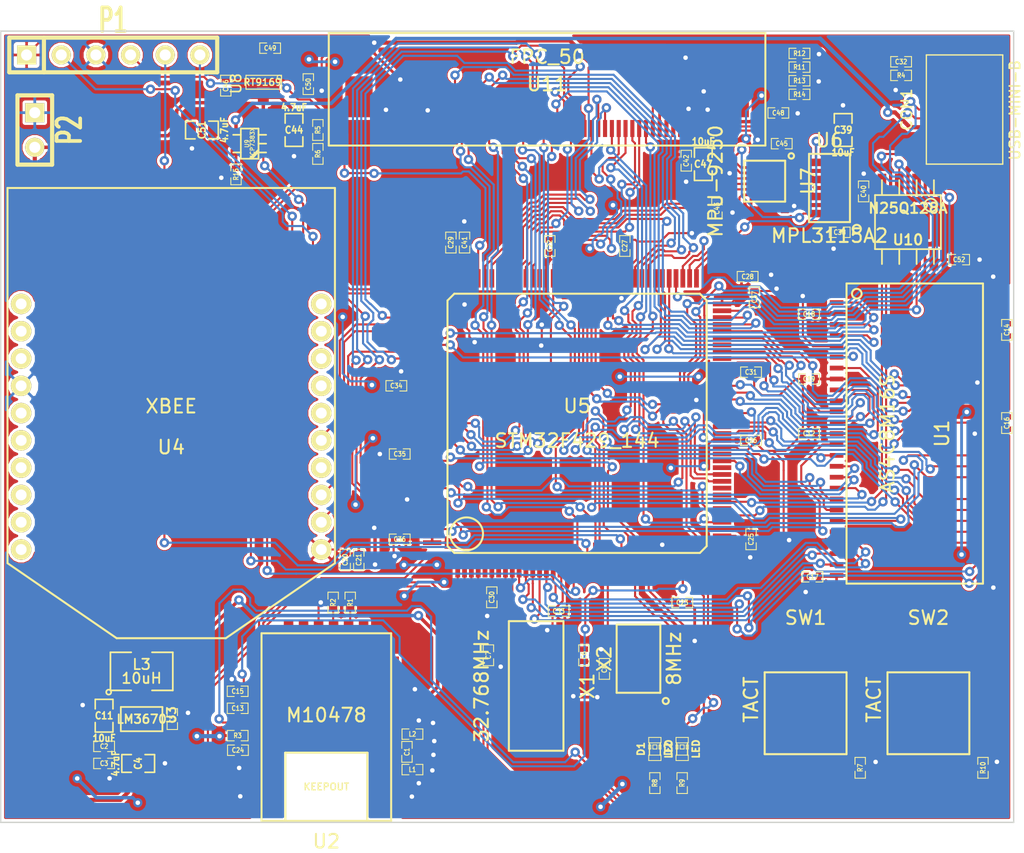
<source format=kicad_pcb>
(kicad_pcb (version 3) (host pcbnew "(2013-07-07 BZR 4022)-stable")
  (layers (15 F.Cu signal) (0 B.Cu signal) (18 B.Paste user) (19 F.Paste user) (20 B.SilkS user) (21 F.SilkS user) (22 B.Mask user) (23 F.Mask user) (28 Edge.Cuts user))
  (net 0 "")
  (net 1 +1.8V)
  (net 2 +5V)
  (net 3 +BATT)
  (net 4 /A0)
  (net 5 /A1)
  (net 6 /A10)
  (net 7 /A11)
  (net 8 /A2)
  (net 9 /A3)
  (net 10 /A4)
  (net 11 /A5)
  (net 12 /A6)
  (net 13 /A7)
  (net 14 /A8)
  (net 15 /A9)
  (net 16 /ANT_IN)
  (net 17 /ANT_OUT)
  (net 18 /B2)
  (net 19 /B3)
  (net 20 /B4)
  (net 21 /B5)
  (net 22 /B6)
  (net 23 /B7)
  (net 24 /BA0)
  (net 25 /BA1)
  (net 26 /BARO_INT)
  (net 27 /BARO_SCL)
  (net 28 /BARO_SDA)
  (net 29 /BAT_DRIVE)
  (net 30 /BAT_SENSE)
  (net 31 /BUCK_EN)
  (net 32 /CHARGE_STAT)
  (net 33 /CSX)
  (net 34 /D0)
  (net 35 /D1)
  (net 36 /D10)
  (net 37 /D11)
  (net 38 /D12)
  (net 39 /D13)
  (net 40 /D14)
  (net 41 /D15)
  (net 42 /D2)
  (net 43 /D3)
  (net 44 /D4)
  (net 45 /D5)
  (net 46 /D6)
  (net 47 /D7)
  (net 48 /D8)
  (net 49 /D9)
  (net 50 /DCX_SCL)
  (net 51 /DOTCLK)
  (net 52 /FL_CS)
  (net 53 /FL_HOLD)
  (net 54 /FL_MISO)
  (net 55 /FL_MOSI)
  (net 56 /FL_SCK)
  (net 57 /FL_WP)
  (net 58 /G2)
  (net 59 /G3)
  (net 60 /G4)
  (net 61 /G5)
  (net 62 /G6)
  (net 63 /G7)
  (net 64 /GPS_CTS)
  (net 65 /GPS_ONOFF)
  (net 66 /GPS_RX)
  (net 67 /GPS_TX)
  (net 68 /GPS_WAKEUP)
  (net 69 /HSYNC)
  (net 70 /IM0)
  (net 71 /IM1)
  (net 72 /IM2)
  (net 73 /IM3)
  (net 74 /IMU_INT)
  (net 75 /IMU_SCL)
  (net 76 /IMU_SDA)
  (net 77 /LCD_EN)
  (net 78 /LCD_RST)
  (net 79 /LCD_SDA)
  (net 80 /LED1)
  (net 81 /LED2)
  (net 82 /NBL0)
  (net 83 /NBL1)
  (net 84 /NRST)
  (net 85 /OSC32_IN)
  (net 86 /OSC32_OUT)
  (net 87 /OSC_EN)
  (net 88 /OSC_IN)
  (net 89 /R2)
  (net 90 /R3)
  (net 91 /R4)
  (net 92 /R5)
  (net 93 /R6)
  (net 94 /R7)
  (net 95 /RDX)
  (net 96 /SDCKE1)
  (net 97 /SDCLK)
  (net 98 /SDNCAS)
  (net 99 /SDNE1)
  (net 100 /SDNRAS)
  (net 101 /SDNWE)
  (net 102 /SW1)
  (net 103 /SW2)
  (net 104 /SWCLK)
  (net 105 /SWDIO)
  (net 106 /SWO)
  (net 107 /TE)
  (net 108 /USB_DM)
  (net 109 /USB_DP)
  (net 110 /VSYNC)
  (net 111 /WRX_DCX)
  (net 112 /XB_DIN)
  (net 113 /XB_DOUT)
  (net 114 /XB_RST)
  (net 115 GND)
  (net 116 N-0000012)
  (net 117 N-0000013)
  (net 118 N-0000034)
  (net 119 N-0000035)
  (net 120 N-0000038)
  (net 121 N-0000039)
  (net 122 N-0000063)
  (net 123 N-0000077)
  (net 124 N-0000080)
  (net 125 N-0000090)
  (net 126 N-0000091)
  (net 127 N-0000092)
  (net 128 VDD)
  (module QFN24_.4 (layer F.Cu) (at 219.5 120 270)
    (fp_text reference U7 (at 0 -3.2 270) (layer F.SilkS))
    (fp_text value MPU-9250 (at 0 3.6 270) (layer F.SilkS))
    (pad 1 smd oval (at -1.35 -1 90) (size 0.6 0.2) (drill (offset 0.15 0)) (layers F.Cu F.Paste F.Mask) (net 128 VDD))
    (pad 2 smd oval (at -1.35 -0.6 90) (size 0.6 0.2) (drill (offset 0.15 0)) (layers F.Cu F.Paste F.Mask))
    (pad 3 smd oval (at -1.35 -0.2 90) (size 0.6 0.2) (drill (offset 0.15 0)) (layers F.Cu F.Paste F.Mask))
    (pad 4 smd oval (at -1.35 0.2 90) (size 0.6 0.2) (drill (offset 0.15 0)) (layers F.Cu F.Paste F.Mask))
    (pad 5 smd oval (at -1.35 0.6 90) (size 0.6 0.2) (drill (offset 0.15 0)) (layers F.Cu F.Paste F.Mask))
    (pad 6 smd oval (at -1.35 1 90) (size 0.6 0.2) (drill (offset 0.15 0)) (layers F.Cu F.Paste F.Mask))
    (pad 7 smd oval (at -1 1.35 90) (size 0.2 0.6) (layers F.Cu F.Paste F.Mask) (net 27 /BARO_SCL))
    (pad 8 smd oval (at -0.6 1.35 90) (size 0.2 0.6) (layers F.Cu F.Paste F.Mask) (net 128 VDD))
    (pad 9 smd oval (at -0.2 1.35 90) (size 0.2 0.6) (layers F.Cu F.Paste F.Mask) (net 115 GND))
    (pad 10 smd oval (at 0.2 1.35 90) (size 0.2 0.6) (layers F.Cu F.Paste F.Mask) (net 119 N-0000035))
    (pad 11 smd oval (at 0.6 1.35 90) (size 0.2 0.6) (layers F.Cu F.Paste F.Mask) (net 115 GND))
    (pad 12 smd oval (at 1 1.35 90) (size 0.2 0.6) (layers F.Cu F.Paste F.Mask) (net 74 /IMU_INT))
    (pad 13 smd oval (at 1.35 1 90) (size 0.6 0.2) (layers F.Cu F.Paste F.Mask) (net 128 VDD))
    (pad 14 smd oval (at 1.35 0.6 90) (size 0.6 0.2) (layers F.Cu F.Paste F.Mask))
    (pad 15 smd oval (at 1.35 0.2 90) (size 0.6 0.2) (layers F.Cu F.Paste F.Mask))
    (pad 16 smd oval (at 1.35 -0.2 90) (size 0.6 0.2) (layers F.Cu F.Paste F.Mask))
    (pad 17 smd oval (at 1.35 -0.6 90) (size 0.6 0.2) (layers F.Cu F.Paste F.Mask))
    (pad 18 smd oval (at 1.35 -1 90) (size 0.6 0.2) (layers F.Cu F.Paste F.Mask) (net 115 GND))
    (pad 19 smd oval (at 1 -1.35 90) (size 0.2 0.6) (drill (offset 0 0.15)) (layers F.Cu F.Paste F.Mask))
    (pad 20 smd oval (at 0.6 -1.35 90) (size 0.2 0.6) (drill (offset 0 0.15)) (layers F.Cu F.Paste F.Mask) (net 115 GND))
    (pad 21 smd oval (at 0.2 -1.35 90) (size 0.2 0.6) (drill (offset 0 0.15)) (layers F.Cu F.Paste F.Mask) (net 28 /BARO_SDA))
    (pad 22 smd oval (at -0.2 -1.35 90) (size 0.2 0.6) (drill (offset 0 0.15)) (layers F.Cu F.Paste F.Mask) (net 128 VDD))
    (pad 23 smd oval (at -0.6 -1.35 90) (size 0.2 0.6) (drill (offset 0 0.15)) (layers F.Cu F.Paste F.Mask) (net 75 /IMU_SCL))
    (pad 24 smd oval (at -1 -1.35 90) (size 0.2 0.6) (drill (offset 0 0.15)) (layers F.Cu F.Paste F.Mask) (net 76 /IMU_SDA))
    (pad "" smd rect (at 0 0 270) (size 1.7 1.5) (layers F.Cu F.Paste F.Mask))
  )
  (module MICRO-B_USB (layer F.Cu) (at 235.75 114.75 90)
    (fp_text reference CON1 (at 0 -5.842 90) (layer F.SilkS) (effects (font (size 0.762 0.762) (thickness 0.127))))
    (fp_text value USB-MINI-B (at -0.05 2.09 90) (layer F.SilkS) (effects (font (size 0.762 0.762) (thickness 0.127))))
    (pad 6 smd rect (at -1.19888 -1.4478 90) (size 1.89738 1.89738) (layers F.Cu F.Paste F.Mask) (net 125 N-0000090))
    (pad 6 smd rect (at 1.19888 -1.4478 90) (size 1.89992 1.89738) (layers F.Cu F.Paste F.Mask) (net 125 N-0000090))
    (pad 6 smd rect (at 3.79984 -1.4478 90) (size 1.79578 1.89738) (layers F.Cu F.Paste F.Mask) (net 125 N-0000090))
    (pad 6 smd rect (at -3.0988 -3.99796 90) (size 2.0955 1.59766) (layers F.Cu F.Paste F.Mask) (net 125 N-0000090))
    (pad 1 smd rect (at -1.29794 -4.12496 90) (size 0.39878 1.3462) (layers F.Cu F.Paste F.Mask) (net 2 +5V) (clearance 0.2032))
    (pad 2 smd rect (at -0.6477 -4.12496 90) (size 0.39878 1.3462) (layers F.Cu F.Paste F.Mask) (net 108 /USB_DM) (clearance 0.2032))
    (pad 3 smd rect (at 0 -4.12496 90) (size 0.39878 1.3462) (layers F.Cu F.Paste F.Mask) (net 109 /USB_DP) (clearance 0.2032))
    (pad 4 smd rect (at 0.6477 -4.12496 90) (size 0.39878 1.3462) (layers F.Cu F.Paste F.Mask) (clearance 0.2032))
    (pad 5 smd rect (at 1.29794 -4.12496 90) (size 0.39878 1.3462) (layers F.Cu F.Paste F.Mask) (net 115 GND) (clearance 0.2032))
    (pad 6 smd rect (at 3.0988 -3.99796 90) (size 2.0955 1.59766) (layers F.Cu F.Paste F.Mask) (net 125 N-0000090))
    (pad 6 smd rect (at -3.79984 -1.4478 90) (size 1.79578 1.89738) (layers F.Cu F.Paste F.Mask) (net 125 N-0000090))
  )
  (module XBEE (layer F.Cu) (at 176 138 180)
    (fp_text reference U4 (at 0 -1.5 180) (layer F.SilkS))
    (fp_text value XBEE (at 0 1.5 180) (layer F.SilkS))
    (pad 1 thru_hole circle (at -11 -9 180) (size 1.5 1.5) (drill 0.8) (layers *.Cu *.Mask F.SilkS) (net 128 VDD))
    (pad 2 thru_hole circle (at -11 -7 180) (size 1.5 1.5) (drill 0.8) (layers *.Cu *.Mask F.SilkS) (net 113 /XB_DOUT))
    (pad 3 thru_hole circle (at -11 -5 180) (size 1.5 1.5) (drill 0.8) (layers *.Cu *.Mask F.SilkS) (net 112 /XB_DIN))
    (pad 4 thru_hole circle (at -11 -3 180) (size 1.5 1.5) (drill 0.8) (layers *.Cu *.Mask F.SilkS))
    (pad 5 thru_hole circle (at -11 -1 180) (size 1.5 1.5) (drill 0.8) (layers *.Cu *.Mask F.SilkS) (net 114 /XB_RST))
    (pad 6 thru_hole circle (at -11 1 180) (size 1.5 1.5) (drill 0.8) (layers *.Cu *.Mask F.SilkS))
    (pad 7 thru_hole circle (at -11 3 180) (size 1.5 1.5) (drill 0.8) (layers *.Cu *.Mask F.SilkS))
    (pad 8 thru_hole circle (at -11 5 180) (size 1.5 1.5) (drill 0.8) (layers *.Cu *.Mask F.SilkS))
    (pad 9 thru_hole circle (at -11 7 180) (size 1.5 1.5) (drill 0.8) (layers *.Cu *.Mask F.SilkS))
    (pad 10 thru_hole circle (at -11 9 180) (size 1.5 1.5) (drill 0.8) (layers *.Cu *.Mask F.SilkS))
    (pad 11 thru_hole circle (at 11 9 180) (size 1.5 1.5) (drill 0.8) (layers *.Cu *.Mask F.SilkS))
    (pad 12 thru_hole circle (at 11 7 180) (size 1.5 1.5) (drill 0.8) (layers *.Cu *.Mask F.SilkS))
    (pad 13 thru_hole circle (at 11 5 180) (size 1.5 1.5) (drill 0.8) (layers *.Cu *.Mask F.SilkS))
    (pad 14 thru_hole circle (at 11 3 180) (size 1.5 1.5) (drill 0.8) (layers *.Cu *.Mask F.SilkS) (net 115 GND))
    (pad 15 thru_hole circle (at 11 1 180) (size 1.5 1.5) (drill 0.8) (layers *.Cu *.Mask F.SilkS))
    (pad 16 thru_hole circle (at 11 -1 180) (size 1.5 1.5) (drill 0.8) (layers *.Cu *.Mask F.SilkS))
    (pad 17 thru_hole circle (at 11 -3 180) (size 1.5 1.5) (drill 0.8) (layers *.Cu *.Mask F.SilkS))
    (pad 18 thru_hole circle (at 11 -5 180) (size 1.5 1.5) (drill 0.8) (layers *.Cu *.Mask F.SilkS))
    (pad 19 thru_hole circle (at 11 -7 180) (size 1.5 1.5) (drill 0.8) (layers *.Cu *.Mask F.SilkS))
    (pad 20 thru_hole circle (at 11 -9 180) (size 1.5 1.5) (drill 0.8) (layers *.Cu *.Mask F.SilkS))
  )
  (module TSOP2_54 (layer F.Cu) (at 230.5 138.5 270)
    (fp_text reference U1 (at 0 -2 270) (layer F.SilkS))
    (fp_text value AS4C8M16S (at 0 2 270) (layer F.SilkS))
    (pad 1 smd rect (at -10.4 5.73 270) (size 0.35 1) (layers F.Cu F.Paste F.Mask) (net 128 VDD))
    (pad 2 smd rect (at -9.6 5.73 270) (size 0.35 1) (layers F.Cu F.Paste F.Mask) (net 34 /D0))
    (pad 3 smd rect (at -8.8 5.73 270) (size 0.35 1) (layers F.Cu F.Paste F.Mask) (net 128 VDD))
    (pad 4 smd rect (at -8 5.73 270) (size 0.35 1) (layers F.Cu F.Paste F.Mask) (net 35 /D1))
    (pad 5 smd rect (at -7.2 5.73 270) (size 0.35 1) (layers F.Cu F.Paste F.Mask) (net 42 /D2))
    (pad 6 smd rect (at -6.4 5.73 270) (size 0.35 1) (layers F.Cu F.Paste F.Mask) (net 115 GND))
    (pad 7 smd rect (at -5.6 5.73 270) (size 0.35 1) (layers F.Cu F.Paste F.Mask) (net 43 /D3))
    (pad 8 smd rect (at -4.8 5.73 270) (size 0.35 1) (layers F.Cu F.Paste F.Mask) (net 44 /D4))
    (pad 9 smd rect (at -4 5.73 270) (size 0.35 1) (layers F.Cu F.Paste F.Mask) (net 128 VDD))
    (pad 10 smd rect (at -3.2 5.73 270) (size 0.35 1) (layers F.Cu F.Paste F.Mask) (net 45 /D5))
    (pad 11 smd rect (at -2.4 5.73 270) (size 0.35 1) (layers F.Cu F.Paste F.Mask) (net 46 /D6))
    (pad 12 smd rect (at -1.6 5.73 270) (size 0.35 1) (layers F.Cu F.Paste F.Mask) (net 115 GND))
    (pad 13 smd rect (at -0.8 5.73 270) (size 0.35 1) (layers F.Cu F.Paste F.Mask) (net 47 /D7))
    (pad 14 smd rect (at 0 5.73 270) (size 0.35 1) (layers F.Cu F.Paste F.Mask) (net 128 VDD))
    (pad 15 smd rect (at 0.8 5.73 270) (size 0.35 1) (layers F.Cu F.Paste F.Mask) (net 82 /NBL0))
    (pad 16 smd rect (at 1.6 5.73 270) (size 0.35 1) (layers F.Cu F.Paste F.Mask) (net 101 /SDNWE))
    (pad 17 smd rect (at 2.4 5.73 270) (size 0.35 1) (layers F.Cu F.Paste F.Mask) (net 98 /SDNCAS))
    (pad 18 smd rect (at 3.2 5.73 270) (size 0.35 1) (layers F.Cu F.Paste F.Mask) (net 100 /SDNRAS))
    (pad 19 smd rect (at 4 5.73 270) (size 0.35 1) (layers F.Cu F.Paste F.Mask) (net 99 /SDNE1))
    (pad 20 smd rect (at 4.8 5.73 270) (size 0.35 1) (layers F.Cu F.Paste F.Mask) (net 24 /BA0))
    (pad 21 smd rect (at 5.6 5.73 270) (size 0.35 1) (layers F.Cu F.Paste F.Mask) (net 25 /BA1))
    (pad 22 smd rect (at 6.4 5.73 270) (size 0.35 1) (layers F.Cu F.Paste F.Mask) (net 6 /A10))
    (pad 23 smd rect (at 7.2 5.73 270) (size 0.35 1) (layers F.Cu F.Paste F.Mask) (net 4 /A0))
    (pad 24 smd rect (at 8 5.73 270) (size 0.35 1) (layers F.Cu F.Paste F.Mask) (net 5 /A1))
    (pad 25 smd rect (at 8.8 5.73 270) (size 0.35 1) (layers F.Cu F.Paste F.Mask) (net 8 /A2))
    (pad 26 smd rect (at 9.6 5.73 270) (size 0.35 1) (layers F.Cu F.Paste F.Mask) (net 9 /A3))
    (pad 27 smd rect (at 10.4 5.73 270) (size 0.35 1) (layers F.Cu F.Paste F.Mask) (net 128 VDD))
    (pad 28 smd rect (at 10.4 -5.73 270) (size 0.35 1) (layers F.Cu F.Paste F.Mask) (net 115 GND))
    (pad 29 smd rect (at 9.6 -5.73 270) (size 0.35 1) (layers F.Cu F.Paste F.Mask) (net 10 /A4))
    (pad 30 smd rect (at 8.8 -5.73 270) (size 0.35 1) (layers F.Cu F.Paste F.Mask) (net 11 /A5))
    (pad 31 smd rect (at 8 -5.73 270) (size 0.35 1) (layers F.Cu F.Paste F.Mask) (net 12 /A6))
    (pad 32 smd rect (at 7.2 -5.73 270) (size 0.35 1) (layers F.Cu F.Paste F.Mask) (net 13 /A7))
    (pad 33 smd rect (at 6.4 -5.73 270) (size 0.35 1) (layers F.Cu F.Paste F.Mask) (net 14 /A8))
    (pad 34 smd rect (at 5.6 -5.73 270) (size 0.35 1) (layers F.Cu F.Paste F.Mask) (net 15 /A9))
    (pad 35 smd rect (at 4.8 -5.73 270) (size 0.35 1) (layers F.Cu F.Paste F.Mask) (net 7 /A11))
    (pad 36 smd rect (at 4 -5.73 270) (size 0.35 1) (layers F.Cu F.Paste F.Mask))
    (pad 37 smd rect (at 3.2 -5.73 270) (size 0.35 1) (layers F.Cu F.Paste F.Mask) (net 96 /SDCKE1))
    (pad 38 smd rect (at 2.4 -5.73 270) (size 0.35 1) (layers F.Cu F.Paste F.Mask) (net 97 /SDCLK))
    (pad 39 smd rect (at 1.6 -5.73 270) (size 0.35 1) (layers F.Cu F.Paste F.Mask) (net 83 /NBL1))
    (pad 40 smd rect (at 0.8 -5.73 270) (size 0.35 1) (layers F.Cu F.Paste F.Mask))
    (pad 41 smd rect (at 0 -5.73 270) (size 0.35 1) (layers F.Cu F.Paste F.Mask) (net 115 GND))
    (pad 42 smd rect (at -0.8 -5.73 270) (size 0.35 1) (layers F.Cu F.Paste F.Mask) (net 48 /D8))
    (pad 43 smd rect (at -1.6 -5.73 270) (size 0.35 1) (layers F.Cu F.Paste F.Mask) (net 128 VDD))
    (pad 44 smd rect (at -2.4 -5.73 270) (size 0.35 1) (layers F.Cu F.Paste F.Mask) (net 49 /D9))
    (pad 45 smd rect (at -3.2 -5.73 270) (size 0.35 1) (layers F.Cu F.Paste F.Mask) (net 36 /D10))
    (pad 46 smd rect (at -4 -5.73 270) (size 0.35 1) (layers F.Cu F.Paste F.Mask) (net 115 GND))
    (pad 47 smd rect (at -4.8 -5.73 270) (size 0.35 1) (layers F.Cu F.Paste F.Mask) (net 37 /D11))
    (pad 48 smd rect (at -5.6 -5.73 270) (size 0.35 1) (layers F.Cu F.Paste F.Mask) (net 38 /D12))
    (pad 49 smd rect (at -6.4 -5.73 270) (size 0.35 1) (layers F.Cu F.Paste F.Mask) (net 128 VDD))
    (pad 50 smd rect (at -7.2 -5.73 270) (size 0.35 1) (layers F.Cu F.Paste F.Mask) (net 39 /D13))
    (pad 51 smd rect (at -8 -5.73 270) (size 0.35 1) (layers F.Cu F.Paste F.Mask) (net 40 /D14))
    (pad 52 smd rect (at -8.8 -5.73 270) (size 0.35 1) (layers F.Cu F.Paste F.Mask) (net 115 GND))
    (pad 53 smd rect (at -9.6 -5.73 270) (size 0.35 1) (layers F.Cu F.Paste F.Mask) (net 41 /D15))
    (pad 54 smd rect (at -10.4 -5.73 270) (size 0.35 1) (layers F.Cu F.Paste F.Mask) (net 115 GND))
  )
  (module TACT_SWITCH (layer F.Cu) (at 222.5 159)
    (fp_text reference SW1 (at 0 -7) (layer F.SilkS))
    (fp_text value TACT (at -4 -1 90) (layer F.SilkS))
    (pad 1 smd rect (at -2.3 -4.55) (size 1.3 2.1) (layers F.Cu F.Paste F.Mask) (net 128 VDD))
    (pad 3 smd rect (at 2.3 -4.55) (size 1.3 2.1) (layers F.Cu F.Paste F.Mask))
    (pad 2 smd rect (at -2.3 4.55) (size 1.3 2.1) (layers F.Cu F.Paste F.Mask))
    (pad 4 smd rect (at 2.3 4.55) (size 1.3 2.1) (layers F.Cu F.Paste F.Mask) (net 102 /SW1))
  )
  (module TACT_SWITCH (layer F.Cu) (at 231.5 159)
    (fp_text reference SW2 (at 0 -7) (layer F.SilkS))
    (fp_text value TACT (at -4 -1 90) (layer F.SilkS))
    (pad 1 smd rect (at -2.3 -4.55) (size 1.3 2.1) (layers F.Cu F.Paste F.Mask) (net 128 VDD))
    (pad 3 smd rect (at 2.3 -4.55) (size 1.3 2.1) (layers F.Cu F.Paste F.Mask))
    (pad 2 smd rect (at -2.3 4.55) (size 1.3 2.1) (layers F.Cu F.Paste F.Mask))
    (pad 4 smd rect (at 2.3 4.55) (size 1.3 2.1) (layers F.Cu F.Paste F.Mask) (net 103 /SW2))
  )
  (module sot323-5 (layer F.Cu) (at 181.75 117.25 90)
    (fp_text reference U9 (at 0 -0.20066 90) (layer F.SilkS) (effects (font (size 0.29972 0.29972) (thickness 0.06096))))
    (fp_text value MCP7383X (at 0 0.20066 90) (layer F.SilkS) (effects (font (size 0.29972 0.29972) (thickness 0.06096))))
    (pad 1 smd rect (at -0.65024 1.00076 90) (size 0.50038 0.8001) (layers F.Cu F.Paste F.Mask) (net 32 /CHARGE_STAT))
    (pad 3 smd rect (at 0.65024 1.00076 90) (size 0.50038 0.8001) (layers F.Cu F.Paste F.Mask) (net 3 +BATT))
    (pad 2 smd rect (at 0 1.00076 90) (size 0.50038 0.8001) (layers F.Cu F.Paste F.Mask) (net 115 GND))
    (pad 4 smd rect (at 0.65024 -1.00076 90) (size 0.50038 0.8001) (layers F.Cu F.Paste F.Mask) (net 2 +5V))
    (pad 5 smd rect (at -0.65024 -1.00076 90) (size 0.50038 0.8001) (layers F.Cu F.Paste F.Mask) (net 116 N-0000012))
  )
  (module SOT23-5 (layer F.Cu) (at 173.83 159.43)
    (fp_text reference U3 (at 2.19964 -0.29972 90) (layer F.SilkS) (effects (font (size 0.635 0.635) (thickness 0.127))))
    (fp_text value LM3670 (at 0 0) (layer F.SilkS) (effects (font (size 0.635 0.635) (thickness 0.127))))
    (pad 1 smd rect (at -0.9525 1.27) (size 0.508 0.762) (layers F.Cu F.Paste F.Mask) (net 3 +BATT))
    (pad 3 smd rect (at 0.9525 1.27) (size 0.508 0.762) (layers F.Cu F.Paste F.Mask) (net 31 /BUCK_EN))
    (pad 5 smd rect (at -0.9525 -1.27) (size 0.508 0.762) (layers F.Cu F.Paste F.Mask) (net 122 N-0000063))
    (pad 2 smd rect (at 0 1.27) (size 0.508 0.762) (layers F.Cu F.Paste F.Mask) (net 115 GND))
    (pad 4 smd rect (at 0.9525 -1.27) (size 0.508 0.762) (layers F.Cu F.Paste F.Mask) (net 1 +1.8V))
  )
  (module SOT23 (layer F.Cu) (at 182.75 112.75 180)
    (fp_text reference U8 (at 1.99898 -0.09906 270) (layer F.SilkS) (effects (font (size 0.762 0.762) (thickness 0.11938))))
    (fp_text value RT9169 (at 0.0635 0 180) (layer F.SilkS) (effects (font (size 0.50038 0.50038) (thickness 0.09906))))
    (pad 3 smd rect (at 0 -1.09982 180) (size 0.8001 1.00076) (layers F.Cu F.Paste F.Mask) (net 3 +BATT))
    (pad 2 smd rect (at 0.9525 1.09982 180) (size 0.8001 1.00076) (layers F.Cu F.Paste F.Mask) (net 117 N-0000013))
    (pad 1 smd rect (at -0.9525 1.09982 180) (size 0.8001 1.00076) (layers F.Cu F.Paste F.Mask) (net 128 VDD))
  )
  (module SM1210 (layer F.Cu) (at 173.83 155.93)
    (fp_text reference L3 (at 0 -0.508) (layer F.SilkS) (effects (font (size 0.762 0.762) (thickness 0.127))))
    (fp_text value 10uH (at 0 0.508) (layer F.SilkS) (effects (font (size 0.762 0.762) (thickness 0.127))))
    (pad 1 smd rect (at -1.524 0) (size 1.27 2.54) (layers F.Cu F.Paste F.Mask) (net 122 N-0000063))
    (pad 2 smd rect (at 1.524 0) (size 1.27 2.54) (layers F.Cu F.Paste F.Mask) (net 1 +1.8V))
  )
  (module SM0603_Capa (layer F.Cu) (at 225.25 116.25 90)
    (fp_text reference C39 (at 0 0 180) (layer F.SilkS) (effects (font (size 0.508 0.4572) (thickness 0.1143))))
    (fp_text value 10uF (at -1.651 0 180) (layer F.SilkS) (effects (font (size 0.508 0.4572) (thickness 0.1143))))
    (pad 1 smd rect (at -0.762 0 90) (size 0.635 1.143) (layers F.Cu F.Paste F.Mask) (net 128 VDD))
    (pad 2 smd rect (at 0.762 0 90) (size 0.635 1.143) (layers F.Cu F.Paste F.Mask) (net 115 GND))
  )
  (module SM0603_Capa (layer F.Cu) (at 215 118.75 270)
    (fp_text reference C47 (at 0 0 360) (layer F.SilkS) (effects (font (size 0.508 0.4572) (thickness 0.1143))))
    (fp_text value 10uF (at -1.651 0 360) (layer F.SilkS) (effects (font (size 0.508 0.4572) (thickness 0.1143))))
    (pad 1 smd rect (at -0.762 0 270) (size 0.635 1.143) (layers F.Cu F.Paste F.Mask) (net 128 VDD))
    (pad 2 smd rect (at 0.762 0 270) (size 0.635 1.143) (layers F.Cu F.Paste F.Mask) (net 115 GND))
  )
  (module SM0603_Capa (layer F.Cu) (at 171.08 159.18 90)
    (fp_text reference C11 (at 0 0 180) (layer F.SilkS) (effects (font (size 0.508 0.4572) (thickness 0.1143))))
    (fp_text value 10uF (at -1.651 0 180) (layer F.SilkS) (effects (font (size 0.508 0.4572) (thickness 0.1143))))
    (pad 1 smd rect (at -0.762 0 90) (size 0.635 1.143) (layers F.Cu F.Paste F.Mask) (net 1 +1.8V))
    (pad 2 smd rect (at 0.762 0 90) (size 0.635 1.143) (layers F.Cu F.Paste F.Mask) (net 115 GND))
  )
  (module SM0603_Capa (layer F.Cu) (at 173.58 162.68)
    (fp_text reference C4 (at 0 0 90) (layer F.SilkS) (effects (font (size 0.508 0.4572) (thickness 0.1143))))
    (fp_text value 4.7uF (at -1.651 0 90) (layer F.SilkS) (effects (font (size 0.508 0.4572) (thickness 0.1143))))
    (pad 1 smd rect (at -0.762 0) (size 0.635 1.143) (layers F.Cu F.Paste F.Mask) (net 3 +BATT))
    (pad 2 smd rect (at 0.762 0) (size 0.635 1.143) (layers F.Cu F.Paste F.Mask) (net 115 GND))
  )
  (module SM0603_Capa (layer F.Cu) (at 185 116.25 270)
    (fp_text reference C44 (at 0 0 360) (layer F.SilkS) (effects (font (size 0.508 0.4572) (thickness 0.1143))))
    (fp_text value 4.7uF (at -1.651 0 360) (layer F.SilkS) (effects (font (size 0.508 0.4572) (thickness 0.1143))))
    (pad 1 smd rect (at -0.762 0 270) (size 0.635 1.143) (layers F.Cu F.Paste F.Mask) (net 3 +BATT))
    (pad 2 smd rect (at 0.762 0 270) (size 0.635 1.143) (layers F.Cu F.Paste F.Mask) (net 115 GND))
  )
  (module SM0603_Capa (layer F.Cu) (at 178.25 116.25 180)
    (fp_text reference C51 (at 0 0 270) (layer F.SilkS) (effects (font (size 0.508 0.4572) (thickness 0.1143))))
    (fp_text value 4.7uF (at -1.651 0 270) (layer F.SilkS) (effects (font (size 0.508 0.4572) (thickness 0.1143))))
    (pad 1 smd rect (at -0.762 0 180) (size 0.635 1.143) (layers F.Cu F.Paste F.Mask) (net 2 +5V))
    (pad 2 smd rect (at 0.762 0 180) (size 0.635 1.143) (layers F.Cu F.Paste F.Mask) (net 115 GND))
  )
  (module SM0402_r (layer F.Cu) (at 222.05 113.64 180)
    (fp_text reference R14 (at 0 0 180) (layer F.SilkS) (effects (font (size 0.35052 0.3048) (thickness 0.07112))))
    (fp_text value 10K hide)
    (pad 1 smd rect (at -0.44958 0 180) (size 0.39878 0.59944) (layers F.Cu F.Paste F.Mask) (net 128 VDD))
    (pad 2 smd rect (at 0.44958 0 180) (size 0.39878 0.59944) (layers F.Cu F.Paste F.Mask) (net 70 /IM0))
  )
  (module SM0402_r (layer F.Cu) (at 222.05 112.64 180)
    (fp_text reference R13 (at 0 0 180) (layer F.SilkS) (effects (font (size 0.35052 0.3048) (thickness 0.07112))))
    (fp_text value 10K hide)
    (pad 1 smd rect (at -0.44958 0 180) (size 0.39878 0.59944) (layers F.Cu F.Paste F.Mask) (net 115 GND))
    (pad 2 smd rect (at 0.44958 0 180) (size 0.39878 0.59944) (layers F.Cu F.Paste F.Mask) (net 71 /IM1))
  )
  (module SM0402_r (layer F.Cu) (at 222.05 111.64 180)
    (fp_text reference R11 (at 0 0 180) (layer F.SilkS) (effects (font (size 0.35052 0.3048) (thickness 0.07112))))
    (fp_text value 10K hide)
    (pad 1 smd rect (at -0.44958 0 180) (size 0.39878 0.59944) (layers F.Cu F.Paste F.Mask) (net 128 VDD))
    (pad 2 smd rect (at 0.44958 0 180) (size 0.39878 0.59944) (layers F.Cu F.Paste F.Mask) (net 72 /IM2))
  )
  (module SM0402_r (layer F.Cu) (at 187.87 150.89 90)
    (fp_text reference R2 (at 0 0 90) (layer F.SilkS) (effects (font (size 0.35052 0.3048) (thickness 0.07112))))
    (fp_text value 10K hide)
    (pad 1 smd rect (at -0.44958 0 90) (size 0.39878 0.59944) (layers F.Cu F.Paste F.Mask) (net 126 N-0000091))
    (pad 2 smd rect (at 0.44958 0 90) (size 0.39878 0.59944) (layers F.Cu F.Paste F.Mask) (net 115 GND))
  )
  (module SM0402_r (layer F.Cu) (at 180.87 160.64)
    (fp_text reference R3 (at 0 0) (layer F.SilkS) (effects (font (size 0.35052 0.3048) (thickness 0.07112))))
    (fp_text value 10K hide)
    (pad 1 smd rect (at -0.44958 0) (size 0.39878 0.59944) (layers F.Cu F.Paste F.Mask) (net 128 VDD))
    (pad 2 smd rect (at 0.44958 0) (size 0.39878 0.59944) (layers F.Cu F.Paste F.Mask) (net 64 /GPS_CTS))
  )
  (module SM0402_r (layer F.Cu) (at 189.12 150.89 90)
    (fp_text reference R1 (at 0 0 90) (layer F.SilkS) (effects (font (size 0.35052 0.3048) (thickness 0.07112))))
    (fp_text value 10K hide)
    (pad 1 smd rect (at -0.44958 0 90) (size 0.39878 0.59944) (layers F.Cu F.Paste F.Mask) (net 127 N-0000092))
    (pad 2 smd rect (at 0.44958 0 90) (size 0.39878 0.59944) (layers F.Cu F.Paste F.Mask) (net 128 VDD))
  )
  (module SM0402_r (layer F.Cu) (at 222.05 110.64)
    (fp_text reference R12 (at 0 0) (layer F.SilkS) (effects (font (size 0.35052 0.3048) (thickness 0.07112))))
    (fp_text value 10K hide)
    (pad 1 smd rect (at -0.44958 0) (size 0.39878 0.59944) (layers F.Cu F.Paste F.Mask) (net 73 /IM3))
    (pad 2 smd rect (at 0.44958 0) (size 0.39878 0.59944) (layers F.Cu F.Paste F.Mask) (net 115 GND))
  )
  (module SM0402_r (layer F.Cu) (at 186.75 118 270)
    (fp_text reference R6 (at 0 0 270) (layer F.SilkS) (effects (font (size 0.35052 0.3048) (thickness 0.07112))))
    (fp_text value 10K hide)
    (pad 1 smd rect (at -0.44958 0 270) (size 0.39878 0.59944) (layers F.Cu F.Paste F.Mask) (net 30 /BAT_SENSE))
    (pad 2 smd rect (at 0.44958 0 270) (size 0.39878 0.59944) (layers F.Cu F.Paste F.Mask) (net 29 /BAT_DRIVE))
  )
  (module SM0402_r (layer F.Cu) (at 186.75 116.25 270)
    (fp_text reference R5 (at 0 0 270) (layer F.SilkS) (effects (font (size 0.35052 0.3048) (thickness 0.07112))))
    (fp_text value 10K hide)
    (pad 1 smd rect (at -0.44958 0 270) (size 0.39878 0.59944) (layers F.Cu F.Paste F.Mask) (net 3 +BATT))
    (pad 2 smd rect (at 0.44958 0 270) (size 0.39878 0.59944) (layers F.Cu F.Paste F.Mask) (net 30 /BAT_SENSE))
  )
  (module SM0402_r (layer F.Cu) (at 180.75 119.5 270)
    (fp_text reference R15 (at 0 0 270) (layer F.SilkS) (effects (font (size 0.35052 0.3048) (thickness 0.07112))))
    (fp_text value 2K hide)
    (pad 1 smd rect (at -0.44958 0 270) (size 0.39878 0.59944) (layers F.Cu F.Paste F.Mask) (net 116 N-0000012))
    (pad 2 smd rect (at 0.44958 0 270) (size 0.39878 0.59944) (layers F.Cu F.Paste F.Mask) (net 115 GND))
  )
  (module SM0402_r (layer F.Cu) (at 213.45 164.12 90)
    (fp_text reference R9 (at 0 0 90) (layer F.SilkS) (effects (font (size 0.35052 0.3048) (thickness 0.07112))))
    (fp_text value 68 hide)
    (pad 1 smd rect (at -0.44958 0 90) (size 0.39878 0.59944) (layers F.Cu F.Paste F.Mask) (net 128 VDD))
    (pad 2 smd rect (at 0.44958 0 90) (size 0.39878 0.59944) (layers F.Cu F.Paste F.Mask) (net 121 N-0000039))
  )
  (module SM0402_r (layer F.Cu) (at 211.45 164.12 90)
    (fp_text reference R8 (at 0 0 90) (layer F.SilkS) (effects (font (size 0.35052 0.3048) (thickness 0.07112))))
    (fp_text value 68 hide)
    (pad 1 smd rect (at -0.44958 0 90) (size 0.39878 0.59944) (layers F.Cu F.Paste F.Mask) (net 128 VDD))
    (pad 2 smd rect (at 0.44958 0 90) (size 0.39878 0.59944) (layers F.Cu F.Paste F.Mask) (net 120 N-0000038))
  )
  (module SM0402_r (layer F.Cu) (at 226.5 163 90)
    (fp_text reference R7 (at 0 0 90) (layer F.SilkS) (effects (font (size 0.35052 0.3048) (thickness 0.07112))))
    (fp_text value 10K hide)
    (pad 1 smd rect (at -0.44958 0 90) (size 0.39878 0.59944) (layers F.Cu F.Paste F.Mask) (net 102 /SW1))
    (pad 2 smd rect (at 0.44958 0 90) (size 0.39878 0.59944) (layers F.Cu F.Paste F.Mask) (net 115 GND))
  )
  (module SM0402_r (layer F.Cu) (at 235.5 163 90)
    (fp_text reference R10 (at 0 0 90) (layer F.SilkS) (effects (font (size 0.35052 0.3048) (thickness 0.07112))))
    (fp_text value 10K hide)
    (pad 1 smd rect (at -0.44958 0 90) (size 0.39878 0.59944) (layers F.Cu F.Paste F.Mask) (net 103 /SW2))
    (pad 2 smd rect (at 0.44958 0 90) (size 0.39878 0.59944) (layers F.Cu F.Paste F.Mask) (net 115 GND))
  )
  (module SM0402_r (layer F.Cu) (at 229.5 112.25 180)
    (fp_text reference R4 (at 0 0 180) (layer F.SilkS) (effects (font (size 0.35052 0.3048) (thickness 0.07112))))
    (fp_text value 1M hide)
    (pad 1 smd rect (at -0.44958 0 180) (size 0.39878 0.59944) (layers F.Cu F.Paste F.Mask) (net 125 N-0000090))
    (pad 2 smd rect (at 0.44958 0 180) (size 0.39878 0.59944) (layers F.Cu F.Paste F.Mask) (net 115 GND))
  )
  (module SM0402_c (layer F.Cu) (at 220.5 115)
    (fp_text reference C48 (at 0 0) (layer F.SilkS) (effects (font (size 0.35052 0.3048) (thickness 0.07112))))
    (fp_text value .1uF hide)
    (pad 1 smd rect (at -0.44958 0) (size 0.39878 0.59944) (layers F.Cu F.Paste F.Mask) (net 128 VDD))
    (pad 2 smd rect (at 0.44958 0) (size 0.39878 0.59944) (layers F.Cu F.Paste F.Mask) (net 115 GND))
  )
  (module SM0402_c (layer F.Cu) (at 192.75 140 180)
    (fp_text reference C35 (at 0 0 180) (layer F.SilkS) (effects (font (size 0.35052 0.3048) (thickness 0.07112))))
    (fp_text value 100nF hide)
    (pad 1 smd rect (at -0.44958 0 180) (size 0.39878 0.59944) (layers F.Cu F.Paste F.Mask) (net 128 VDD))
    (pad 2 smd rect (at 0.44958 0 180) (size 0.39878 0.59944) (layers F.Cu F.Paste F.Mask) (net 115 GND))
  )
  (module SM0402_c (layer F.Cu) (at 186.05 112.89 270)
    (fp_text reference C50 (at 0 0 270) (layer F.SilkS) (effects (font (size 0.35052 0.3048) (thickness 0.07112))))
    (fp_text value .1uF hide)
    (pad 1 smd rect (at -0.44958 0 270) (size 0.39878 0.59944) (layers F.Cu F.Paste F.Mask) (net 128 VDD))
    (pad 2 smd rect (at 0.44958 0 270) (size 0.39878 0.59944) (layers F.Cu F.Paste F.Mask) (net 115 GND))
  )
  (module SM0402_c (layer F.Cu) (at 192.75 146.25 180)
    (fp_text reference C36 (at 0 0 180) (layer F.SilkS) (effects (font (size 0.35052 0.3048) (thickness 0.07112))))
    (fp_text value 1uF hide)
    (pad 1 smd rect (at -0.44958 0 180) (size 0.39878 0.59944) (layers F.Cu F.Paste F.Mask) (net 128 VDD))
    (pad 2 smd rect (at 0.44958 0 180) (size 0.39878 0.59944) (layers F.Cu F.Paste F.Mask) (net 115 GND))
  )
  (module SM0402_c (layer F.Cu) (at 188.75 147.75 270)
    (fp_text reference C20 (at 0 0 270) (layer F.SilkS) (effects (font (size 0.35052 0.3048) (thickness 0.07112))))
    (fp_text value 1uF hide)
    (pad 1 smd rect (at -0.44958 0 270) (size 0.39878 0.59944) (layers F.Cu F.Paste F.Mask) (net 128 VDD))
    (pad 2 smd rect (at 0.44958 0 270) (size 0.39878 0.59944) (layers F.Cu F.Paste F.Mask) (net 115 GND))
  )
  (module SM0402_c (layer F.Cu) (at 189.75 147.75 270)
    (fp_text reference C21 (at 0 0 270) (layer F.SilkS) (effects (font (size 0.35052 0.3048) (thickness 0.07112))))
    (fp_text value 47pF hide)
    (pad 1 smd rect (at -0.44958 0 270) (size 0.39878 0.59944) (layers F.Cu F.Paste F.Mask) (net 128 VDD))
    (pad 2 smd rect (at 0.44958 0 270) (size 0.39878 0.59944) (layers F.Cu F.Paste F.Mask) (net 115 GND))
  )
  (module SM0402_c (layer F.Cu) (at 233.75 125.75)
    (fp_text reference C52 (at 0 0) (layer F.SilkS) (effects (font (size 0.35052 0.3048) (thickness 0.07112))))
    (fp_text value 100nF hide)
    (pad 1 smd rect (at -0.44958 0) (size 0.39878 0.59944) (layers F.Cu F.Paste F.Mask) (net 128 VDD))
    (pad 2 smd rect (at 0.44958 0) (size 0.39878 0.59944) (layers F.Cu F.Paste F.Mask) (net 115 GND))
  )
  (module SM0402_c (layer F.Cu) (at 180.87 157.39 180)
    (fp_text reference C15 (at 0 0 180) (layer F.SilkS) (effects (font (size 0.35052 0.3048) (thickness 0.07112))))
    (fp_text value 22pF hide)
    (pad 1 smd rect (at -0.44958 0 180) (size 0.39878 0.59944) (layers F.Cu F.Paste F.Mask) (net 67 /GPS_TX))
    (pad 2 smd rect (at 0.44958 0 180) (size 0.39878 0.59944) (layers F.Cu F.Paste F.Mask) (net 115 GND))
  )
  (module SM0402_c (layer F.Cu) (at 180.87 158.64 180)
    (fp_text reference C13 (at 0 0 180) (layer F.SilkS) (effects (font (size 0.35052 0.3048) (thickness 0.07112))))
    (fp_text value 22pF hide)
    (pad 1 smd rect (at -0.44958 0 180) (size 0.39878 0.59944) (layers F.Cu F.Paste F.Mask) (net 66 /GPS_RX))
    (pad 2 smd rect (at 0.44958 0 180) (size 0.39878 0.59944) (layers F.Cu F.Paste F.Mask) (net 115 GND))
  )
  (module SM0402_c (layer F.Cu) (at 171.08 161.43)
    (fp_text reference C2 (at 0 0) (layer F.SilkS) (effects (font (size 0.35052 0.3048) (thickness 0.07112))))
    (fp_text value 22pF hide)
    (pad 1 smd rect (at -0.44958 0) (size 0.39878 0.59944) (layers F.Cu F.Paste F.Mask) (net 1 +1.8V))
    (pad 2 smd rect (at 0.44958 0) (size 0.39878 0.59944) (layers F.Cu F.Paste F.Mask) (net 115 GND))
  )
  (module SM0402_c (layer F.Cu) (at 171.08 162.68)
    (fp_text reference C3 (at 0 0) (layer F.SilkS) (effects (font (size 0.35052 0.3048) (thickness 0.07112))))
    (fp_text value 2.2uF hide)
    (pad 1 smd rect (at -0.44958 0) (size 0.39878 0.59944) (layers F.Cu F.Paste F.Mask) (net 1 +1.8V))
    (pad 2 smd rect (at 0.44958 0) (size 0.39878 0.59944) (layers F.Cu F.Paste F.Mask) (net 115 GND))
  )
  (module SM0402_c (layer F.Cu) (at 193.28 161.83 90)
    (fp_text reference C1 (at 0 0 90) (layer F.SilkS) (effects (font (size 0.35052 0.3048) (thickness 0.07112))))
    (fp_text value 18pF hide)
    (pad 1 smd rect (at -0.44958 0 90) (size 0.39878 0.59944) (layers F.Cu F.Paste F.Mask) (net 17 /ANT_OUT))
    (pad 2 smd rect (at 0.44958 0 90) (size 0.39878 0.59944) (layers F.Cu F.Paste F.Mask) (net 16 /ANT_IN))
  )
  (module SM0402_c (layer F.Cu) (at 176.08 159.43 90)
    (fp_text reference C5 (at 0 0 90) (layer F.SilkS) (effects (font (size 0.35052 0.3048) (thickness 0.07112))))
    (fp_text value 100nF hide)
    (pad 1 smd rect (at -0.44958 0 90) (size 0.39878 0.59944) (layers F.Cu F.Paste F.Mask) (net 31 /BUCK_EN))
    (pad 2 smd rect (at 0.44958 0 90) (size 0.39878 0.59944) (layers F.Cu F.Paste F.Mask) (net 115 GND))
  )
  (module SM0402_c (layer F.Cu) (at 229.5 111.25 180)
    (fp_text reference C32 (at 0 0 180) (layer F.SilkS) (effects (font (size 0.35052 0.3048) (thickness 0.07112))))
    (fp_text value 4n7 hide)
    (pad 1 smd rect (at -0.44958 0 180) (size 0.39878 0.59944) (layers F.Cu F.Paste F.Mask) (net 125 N-0000090))
    (pad 2 smd rect (at 0.44958 0 180) (size 0.39878 0.59944) (layers F.Cu F.Paste F.Mask) (net 115 GND))
  )
  (module SM0402_c (layer F.Cu) (at 213.75 118.5 270)
    (fp_text reference C42 (at 0 0 270) (layer F.SilkS) (effects (font (size 0.35052 0.3048) (thickness 0.07112))))
    (fp_text value 10nF hide)
    (pad 1 smd rect (at -0.44958 0 270) (size 0.39878 0.59944) (layers F.Cu F.Paste F.Mask) (net 128 VDD))
    (pad 2 smd rect (at 0.44958 0 270) (size 0.39878 0.59944) (layers F.Cu F.Paste F.Mask) (net 115 GND))
  )
  (module SM0402_c (layer F.Cu) (at 237.25 137.73 270)
    (fp_text reference C16 (at 0 0 270) (layer F.SilkS) (effects (font (size 0.35052 0.3048) (thickness 0.07112))))
    (fp_text value 100nF hide)
    (pad 1 smd rect (at -0.44958 0 270) (size 0.39878 0.59944) (layers F.Cu F.Paste F.Mask) (net 128 VDD))
    (pad 2 smd rect (at 0.44958 0 270) (size 0.39878 0.59944) (layers F.Cu F.Paste F.Mask) (net 115 GND))
  )
  (module SM0402_c (layer F.Cu) (at 237.25 130.9 90)
    (fp_text reference C14 (at 0 0 90) (layer F.SilkS) (effects (font (size 0.35052 0.3048) (thickness 0.07112))))
    (fp_text value 100nF hide)
    (pad 1 smd rect (at -0.44958 0 90) (size 0.39878 0.59944) (layers F.Cu F.Paste F.Mask) (net 128 VDD))
    (pad 2 smd rect (at 0.44958 0 90) (size 0.39878 0.59944) (layers F.Cu F.Paste F.Mask) (net 115 GND))
  )
  (module SM0402_c (layer F.Cu) (at 222.75 138.5 180)
    (fp_text reference C12 (at 0 0 180) (layer F.SilkS) (effects (font (size 0.35052 0.3048) (thickness 0.07112))))
    (fp_text value 100nF hide)
    (pad 1 smd rect (at -0.44958 0 180) (size 0.39878 0.59944) (layers F.Cu F.Paste F.Mask) (net 128 VDD))
    (pad 2 smd rect (at 0.44958 0 180) (size 0.39878 0.59944) (layers F.Cu F.Paste F.Mask) (net 115 GND))
  )
  (module SM0402_c (layer F.Cu) (at 226.75 120.75 90)
    (fp_text reference C40 (at 0 0 90) (layer F.SilkS) (effects (font (size 0.35052 0.3048) (thickness 0.07112))))
    (fp_text value 100nF hide)
    (pad 1 smd rect (at -0.44958 0 90) (size 0.39878 0.59944) (layers F.Cu F.Paste F.Mask) (net 118 N-0000034))
    (pad 2 smd rect (at 0.44958 0 90) (size 0.39878 0.59944) (layers F.Cu F.Paste F.Mask) (net 115 GND))
  )
  (module SM0402_c (layer F.Cu) (at 225 123.75 180)
    (fp_text reference C38 (at 0 0 180) (layer F.SilkS) (effects (font (size 0.35052 0.3048) (thickness 0.07112))))
    (fp_text value 100nF hide)
    (pad 1 smd rect (at -0.44958 0 180) (size 0.39878 0.59944) (layers F.Cu F.Paste F.Mask) (net 128 VDD))
    (pad 2 smd rect (at 0.44958 0 180) (size 0.39878 0.59944) (layers F.Cu F.Paste F.Mask) (net 115 GND))
  )
  (module SM0402_c (layer F.Cu) (at 216 122 270)
    (fp_text reference C43 (at 0 0 270) (layer F.SilkS) (effects (font (size 0.35052 0.3048) (thickness 0.07112))))
    (fp_text value .1uF hide)
    (pad 1 smd rect (at -0.44958 0 270) (size 0.39878 0.59944) (layers F.Cu F.Paste F.Mask) (net 119 N-0000035))
    (pad 2 smd rect (at 0.44958 0 270) (size 0.39878 0.59944) (layers F.Cu F.Paste F.Mask) (net 115 GND))
  )
  (module SM0402_c (layer F.Cu) (at 220.75 117.25 180)
    (fp_text reference C45 (at 0 0 180) (layer F.SilkS) (effects (font (size 0.35052 0.3048) (thickness 0.07112))))
    (fp_text value .1uF hide)
    (pad 1 smd rect (at -0.44958 0 180) (size 0.39878 0.59944) (layers F.Cu F.Paste F.Mask) (net 128 VDD))
    (pad 2 smd rect (at 0.44958 0 180) (size 0.39878 0.59944) (layers F.Cu F.Paste F.Mask) (net 115 GND))
  )
  (module SM0402_c (layer F.Cu) (at 192.5 135 180)
    (fp_text reference C34 (at 0 0 180) (layer F.SilkS) (effects (font (size 0.35052 0.3048) (thickness 0.07112))))
    (fp_text value 100nF hide)
    (pad 1 smd rect (at -0.44958 0 180) (size 0.39878 0.59944) (layers F.Cu F.Paste F.Mask) (net 128 VDD))
    (pad 2 smd rect (at 0.44958 0 180) (size 0.39878 0.59944) (layers F.Cu F.Paste F.Mask) (net 115 GND))
  )
  (module SM0402_c (layer F.Cu) (at 183.25 110.25 180)
    (fp_text reference C49 (at 0 0 180) (layer F.SilkS) (effects (font (size 0.35052 0.3048) (thickness 0.07112))))
    (fp_text value .1uF hide)
    (pad 1 smd rect (at -0.44958 0 180) (size 0.39878 0.59944) (layers F.Cu F.Paste F.Mask) (net 128 VDD))
    (pad 2 smd rect (at 0.44958 0 180) (size 0.39878 0.59944) (layers F.Cu F.Paste F.Mask) (net 117 N-0000013))
  )
  (module SM0402_c (layer F.Cu) (at 180 113 90)
    (fp_text reference C46 (at 0 0 90) (layer F.SilkS) (effects (font (size 0.35052 0.3048) (thickness 0.07112))))
    (fp_text value .1uF hide)
    (pad 1 smd rect (at -0.44958 0 90) (size 0.39878 0.59944) (layers F.Cu F.Paste F.Mask) (net 3 +BATT))
    (pad 2 smd rect (at 0.44958 0 90) (size 0.39878 0.59944) (layers F.Cu F.Paste F.Mask) (net 117 N-0000013))
  )
  (module SM0402_c (layer F.Cu) (at 207.75 155.75 270)
    (fp_text reference C8 (at 0 0 270) (layer F.SilkS) (effects (font (size 0.35052 0.3048) (thickness 0.07112))))
    (fp_text value 10nF hide)
    (pad 1 smd rect (at -0.44958 0 270) (size 0.39878 0.59944) (layers F.Cu F.Paste F.Mask) (net 115 GND))
    (pad 2 smd rect (at 0.44958 0 270) (size 0.39878 0.59944) (layers F.Cu F.Paste F.Mask) (net 128 VDD))
  )
  (module SM0402_c (layer F.Cu) (at 199.25 154.75 270)
    (fp_text reference C7 (at 0 0 270) (layer F.SilkS) (effects (font (size 0.35052 0.3048) (thickness 0.07112))))
    (fp_text value 12.5pF hide)
    (pad 1 smd rect (at -0.44958 0 270) (size 0.39878 0.59944) (layers F.Cu F.Paste F.Mask) (net 86 /OSC32_OUT))
    (pad 2 smd rect (at 0.44958 0 270) (size 0.39878 0.59944) (layers F.Cu F.Paste F.Mask) (net 115 GND))
  )
  (module SM0402_c (layer F.Cu) (at 206.25 154.75 270)
    (fp_text reference C6 (at 0 0 270) (layer F.SilkS) (effects (font (size 0.35052 0.3048) (thickness 0.07112))))
    (fp_text value 12.5pF hide)
    (pad 1 smd rect (at -0.44958 0 270) (size 0.39878 0.59944) (layers F.Cu F.Paste F.Mask) (net 85 /OSC32_IN))
    (pad 2 smd rect (at 0.44958 0 270) (size 0.39878 0.59944) (layers F.Cu F.Paste F.Mask) (net 115 GND))
  )
  (module SM0402_c (layer F.Cu) (at 197.5 124.5 90)
    (fp_text reference C41 (at 0 0 90) (layer F.SilkS) (effects (font (size 0.35052 0.3048) (thickness 0.07112))))
    (fp_text value 2.2uF hide)
    (pad 1 smd rect (at -0.44958 0 90) (size 0.39878 0.59944) (layers F.Cu F.Paste F.Mask) (net 124 N-0000080))
    (pad 2 smd rect (at 0.44958 0 90) (size 0.39878 0.59944) (layers F.Cu F.Paste F.Mask) (net 115 GND))
  )
  (module SM0402_c (layer F.Cu) (at 218.75 128.5 90)
    (fp_text reference C37 (at 0 0 90) (layer F.SilkS) (effects (font (size 0.35052 0.3048) (thickness 0.07112))))
    (fp_text value 2.2uF hide)
    (pad 1 smd rect (at -0.44958 0 90) (size 0.39878 0.59944) (layers F.Cu F.Paste F.Mask) (net 123 N-0000077))
    (pad 2 smd rect (at 0.44958 0 90) (size 0.39878 0.59944) (layers F.Cu F.Paste F.Mask) (net 115 GND))
  )
  (module SM0402_c (layer F.Cu) (at 223 149 180)
    (fp_text reference C17 (at 0 0 180) (layer F.SilkS) (effects (font (size 0.35052 0.3048) (thickness 0.07112))))
    (fp_text value 100nF hide)
    (pad 1 smd rect (at -0.44958 0 180) (size 0.39878 0.59944) (layers F.Cu F.Paste F.Mask) (net 128 VDD))
    (pad 2 smd rect (at 0.44958 0 180) (size 0.39878 0.59944) (layers F.Cu F.Paste F.Mask) (net 115 GND))
  )
  (module SM0402_c (layer F.Cu) (at 204.4 151.52 180)
    (fp_text reference C33 (at 0 0 180) (layer F.SilkS) (effects (font (size 0.35052 0.3048) (thickness 0.07112))))
    (fp_text value 100nF hide)
    (pad 1 smd rect (at -0.44958 0 180) (size 0.39878 0.59944) (layers F.Cu F.Paste F.Mask) (net 128 VDD))
    (pad 2 smd rect (at 0.44958 0 180) (size 0.39878 0.59944) (layers F.Cu F.Paste F.Mask) (net 115 GND))
  )
  (module SM0402_c (layer F.Cu) (at 218.5 134)
    (fp_text reference C31 (at 0 0) (layer F.SilkS) (effects (font (size 0.35052 0.3048) (thickness 0.07112))))
    (fp_text value 100nF hide)
    (pad 1 smd rect (at -0.44958 0) (size 0.39878 0.59944) (layers F.Cu F.Paste F.Mask) (net 128 VDD))
    (pad 2 smd rect (at 0.44958 0) (size 0.39878 0.59944) (layers F.Cu F.Paste F.Mask) (net 115 GND))
  )
  (module SM0402_c (layer F.Cu) (at 199.5 150.5 270)
    (fp_text reference C30 (at 0 0 270) (layer F.SilkS) (effects (font (size 0.35052 0.3048) (thickness 0.07112))))
    (fp_text value 100nF hide)
    (pad 1 smd rect (at -0.44958 0 270) (size 0.39878 0.59944) (layers F.Cu F.Paste F.Mask) (net 128 VDD))
    (pad 2 smd rect (at 0.44958 0 270) (size 0.39878 0.59944) (layers F.Cu F.Paste F.Mask) (net 115 GND))
  )
  (module SM0402_c (layer F.Cu) (at 196.5 124.5 90)
    (fp_text reference C29 (at 0 0 90) (layer F.SilkS) (effects (font (size 0.35052 0.3048) (thickness 0.07112))))
    (fp_text value 100nF hide)
    (pad 1 smd rect (at -0.44958 0 90) (size 0.39878 0.59944) (layers F.Cu F.Paste F.Mask) (net 128 VDD))
    (pad 2 smd rect (at 0.44958 0 90) (size 0.39878 0.59944) (layers F.Cu F.Paste F.Mask) (net 115 GND))
  )
  (module SM0402_c (layer F.Cu) (at 218.25 127)
    (fp_text reference C28 (at 0 0) (layer F.SilkS) (effects (font (size 0.35052 0.3048) (thickness 0.07112))))
    (fp_text value 100nF hide)
    (pad 1 smd rect (at -0.44958 0) (size 0.39878 0.59944) (layers F.Cu F.Paste F.Mask) (net 128 VDD))
    (pad 2 smd rect (at 0.44958 0) (size 0.39878 0.59944) (layers F.Cu F.Paste F.Mask) (net 115 GND))
  )
  (module SM0402_c (layer F.Cu) (at 209.25 124.75 90)
    (fp_text reference C27 (at 0 0 90) (layer F.SilkS) (effects (font (size 0.35052 0.3048) (thickness 0.07112))))
    (fp_text value 100nF hide)
    (pad 1 smd rect (at -0.44958 0 90) (size 0.39878 0.59944) (layers F.Cu F.Paste F.Mask) (net 128 VDD))
    (pad 2 smd rect (at 0.44958 0 90) (size 0.39878 0.59944) (layers F.Cu F.Paste F.Mask) (net 115 GND))
  )
  (module SM0402_c (layer F.Cu) (at 218.5 139)
    (fp_text reference C26 (at 0 0) (layer F.SilkS) (effects (font (size 0.35052 0.3048) (thickness 0.07112))))
    (fp_text value 100nF hide)
    (pad 1 smd rect (at -0.44958 0) (size 0.39878 0.59944) (layers F.Cu F.Paste F.Mask) (net 128 VDD))
    (pad 2 smd rect (at 0.44958 0) (size 0.39878 0.59944) (layers F.Cu F.Paste F.Mask) (net 115 GND))
  )
  (module SM0402_c (layer F.Cu) (at 218.5 146.25 270)
    (fp_text reference C25 (at 0 0 270) (layer F.SilkS) (effects (font (size 0.35052 0.3048) (thickness 0.07112))))
    (fp_text value 100nF hide)
    (pad 1 smd rect (at -0.44958 0 270) (size 0.39878 0.59944) (layers F.Cu F.Paste F.Mask) (net 128 VDD))
    (pad 2 smd rect (at 0.44958 0 270) (size 0.39878 0.59944) (layers F.Cu F.Paste F.Mask) (net 115 GND))
  )
  (module SM0402_c (layer F.Cu) (at 213.46 150.89)
    (fp_text reference C23 (at 0 0) (layer F.SilkS) (effects (font (size 0.35052 0.3048) (thickness 0.07112))))
    (fp_text value 100nF hide)
    (pad 1 smd rect (at -0.44958 0) (size 0.39878 0.59944) (layers F.Cu F.Paste F.Mask) (net 128 VDD))
    (pad 2 smd rect (at 0.44958 0) (size 0.39878 0.59944) (layers F.Cu F.Paste F.Mask) (net 115 GND))
  )
  (module SM0402_c (layer F.Cu) (at 203.75 124.75 90)
    (fp_text reference C22 (at 0 0 90) (layer F.SilkS) (effects (font (size 0.35052 0.3048) (thickness 0.07112))))
    (fp_text value 100nF hide)
    (pad 1 smd rect (at -0.44958 0 90) (size 0.39878 0.59944) (layers F.Cu F.Paste F.Mask) (net 128 VDD))
    (pad 2 smd rect (at 0.44958 0 90) (size 0.39878 0.59944) (layers F.Cu F.Paste F.Mask) (net 115 GND))
  )
  (module SM0402_c (layer F.Cu) (at 222.75 129.75 180)
    (fp_text reference C18 (at 0 0 180) (layer F.SilkS) (effects (font (size 0.35052 0.3048) (thickness 0.07112))))
    (fp_text value 100nF hide)
    (pad 1 smd rect (at -0.44958 0 180) (size 0.39878 0.59944) (layers F.Cu F.Paste F.Mask) (net 128 VDD))
    (pad 2 smd rect (at 0.44958 0 180) (size 0.39878 0.59944) (layers F.Cu F.Paste F.Mask) (net 115 GND))
  )
  (module SM0402_c (layer F.Cu) (at 222.75 134.5 180)
    (fp_text reference C19 (at 0 0 180) (layer F.SilkS) (effects (font (size 0.35052 0.3048) (thickness 0.07112))))
    (fp_text value 100nF hide)
    (pad 1 smd rect (at -0.44958 0 180) (size 0.39878 0.59944) (layers F.Cu F.Paste F.Mask) (net 128 VDD))
    (pad 2 smd rect (at 0.44958 0 180) (size 0.39878 0.59944) (layers F.Cu F.Paste F.Mask) (net 115 GND))
  )
  (module SM0402 (layer F.Cu) (at 193.68 160.53 180)
    (fp_text reference L2 (at 0 0 180) (layer F.SilkS) (effects (font (size 0.35052 0.3048) (thickness 0.07112))))
    (fp_text value INDUCTOR hide)
    (pad 1 smd rect (at -0.44958 0 180) (size 0.39878 0.59944) (layers F.Cu F.Paste F.Mask) (net 115 GND))
    (pad 2 smd rect (at 0.44958 0 180) (size 0.39878 0.59944) (layers F.Cu F.Paste F.Mask) (net 16 /ANT_IN))
  )
  (module SM0402 (layer F.Cu) (at 193.68 163.13 180)
    (fp_text reference L1 (at 0 0 180) (layer F.SilkS) (effects (font (size 0.35052 0.3048) (thickness 0.07112))))
    (fp_text value INDUCTOR hide)
    (pad 1 smd rect (at -0.44958 0 180) (size 0.39878 0.59944) (layers F.Cu F.Paste F.Mask) (net 115 GND))
    (pad 2 smd rect (at 0.44958 0 180) (size 0.39878 0.59944) (layers F.Cu F.Paste F.Mask) (net 17 /ANT_OUT))
  )
  (module SIL-6 (layer F.Cu) (at 171.75 110.75)
    (fp_text reference P1 (at 0 -2.54) (layer F.SilkS) (effects (font (size 1.72974 1.08712) (thickness 0.3048))))
    (fp_text value CONN_6 hide)
    (pad 1 thru_hole rect (at -6.35 0) (size 1.397 1.397) (drill 0.8128) (layers *.Cu *.Mask F.SilkS) (net 128 VDD))
    (pad 2 thru_hole circle (at -3.81 0) (size 1.397 1.397) (drill 0.8128) (layers *.Cu *.Mask F.SilkS) (net 104 /SWCLK))
    (pad 3 thru_hole circle (at -1.27 0) (size 1.397 1.397) (drill 0.8128) (layers *.Cu *.Mask F.SilkS) (net 115 GND))
    (pad 4 thru_hole circle (at 1.27 0) (size 1.397 1.397) (drill 0.8128) (layers *.Cu *.Mask F.SilkS) (net 105 /SWDIO))
    (pad 5 thru_hole circle (at 3.81 0) (size 1.397 1.397) (drill 0.8128) (layers *.Cu *.Mask F.SilkS) (net 84 /NRST))
    (pad 6 thru_hole circle (at 6.35 0) (size 1.397 1.397) (drill 0.8128) (layers *.Cu *.Mask F.SilkS) (net 106 /SWO))
  )
  (module psop-8 (layer F.Cu) (at 230 123 180)
    (fp_text reference U10 (at 0 -1.30048 180) (layer F.SilkS) (effects (font (size 0.7493 0.7493) (thickness 0.14986))))
    (fp_text value N25Q128A (at 0 1.016 180) (layer F.SilkS) (effects (font (size 0.7493 0.7493) (thickness 0.14986))))
    (pad 1 smd rect (at -1.905 2.794 180) (size 0.635 1.50114) (layers F.Cu F.Paste F.Mask) (net 52 /FL_CS))
    (pad 2 smd rect (at -0.635 2.794 180) (size 0.635 1.50114) (layers F.Cu F.Paste F.Mask) (net 54 /FL_MISO))
    (pad 3 smd rect (at 0.635 2.794 180) (size 0.635 1.50114) (layers F.Cu F.Paste F.Mask) (net 57 /FL_WP))
    (pad 4 smd rect (at 1.905 2.794 180) (size 0.635 1.50114) (layers F.Cu F.Paste F.Mask) (net 115 GND))
    (pad 5 smd rect (at 1.905 -2.794 180) (size 0.635 1.50114) (layers F.Cu F.Paste F.Mask) (net 55 /FL_MOSI))
    (pad 6 smd rect (at 0.635 -2.794 180) (size 0.635 1.50114) (layers F.Cu F.Paste F.Mask) (net 56 /FL_SCK))
    (pad 7 smd rect (at -0.635 -2.794 180) (size 0.635 1.50114) (layers F.Cu F.Paste F.Mask) (net 53 /FL_HOLD))
    (pad 8 smd rect (at -1.905 -2.794 180) (size 0.635 1.50114) (layers F.Cu F.Paste F.Mask) (net 128 VDD))
    (pad 9 smd rect (at 0 0 180) (size 3.2004 2.49936) (layers F.Cu F.Paste F.Mask))
  )
  (module LQFP144 (layer F.Cu) (at 205.75 137.75)
    (fp_text reference U5 (at 0 -1.27) (layer F.SilkS))
    (fp_text value STM32F429_144 (at 0 1.27) (layer F.SilkS))
    (pad 1 smd rect (at -8.75 10.625) (size 0.35 1.35) (layers F.Cu F.Paste F.Mask) (net 65 /GPS_ONOFF))
    (pad 2 smd rect (at -8.25 10.625) (size 0.35 1.35) (layers F.Cu F.Paste F.Mask) (net 68 /GPS_WAKEUP))
    (pad 3 smd rect (at -7.75 10.625) (size 0.35 1.35) (layers F.Cu F.Paste F.Mask) (net 102 /SW1))
    (pad 4 smd rect (at -7.25 10.625) (size 0.35 1.35) (layers F.Cu F.Paste F.Mask) (net 103 /SW2))
    (pad 5 smd rect (at -6.75 10.625) (size 0.35 1.35) (layers F.Cu F.Paste F.Mask) (net 31 /BUCK_EN))
    (pad 6 smd rect (at -6.25 10.625) (size 0.35 1.35) (layers F.Cu F.Paste F.Mask) (net 128 VDD))
    (pad 7 smd rect (at -5.75 10.625) (size 0.35 1.35) (layers F.Cu F.Paste F.Mask))
    (pad 8 smd rect (at -5.25 10.625) (size 0.35 1.35) (layers F.Cu F.Paste F.Mask) (net 85 /OSC32_IN))
    (pad 9 smd rect (at -4.75 10.625) (size 0.35 1.35) (layers F.Cu F.Paste F.Mask) (net 86 /OSC32_OUT))
    (pad 10 smd rect (at -4.25 10.625) (size 0.35 1.35) (layers F.Cu F.Paste F.Mask) (net 4 /A0))
    (pad 11 smd rect (at -3.75 10.625) (size 0.35 1.35) (layers F.Cu F.Paste F.Mask) (net 5 /A1))
    (pad 12 smd rect (at -3.25 10.625) (size 0.35 1.35) (layers F.Cu F.Paste F.Mask) (net 8 /A2))
    (pad 13 smd rect (at -2.75 10.625) (size 0.35 1.35) (layers F.Cu F.Paste F.Mask) (net 9 /A3))
    (pad 14 smd rect (at -2.25 10.625) (size 0.35 1.35) (layers F.Cu F.Paste F.Mask) (net 10 /A4))
    (pad 15 smd rect (at -1.75 10.625) (size 0.35 1.35) (layers F.Cu F.Paste F.Mask) (net 11 /A5))
    (pad 16 smd rect (at -1.25 10.625) (size 0.35 1.35) (layers F.Cu F.Paste F.Mask) (net 115 GND))
    (pad 17 smd rect (at -0.75 10.625) (size 0.35 1.35) (layers F.Cu F.Paste F.Mask) (net 128 VDD))
    (pad 18 smd rect (at -0.25 10.625) (size 0.35 1.35) (layers F.Cu F.Paste F.Mask) (net 30 /BAT_SENSE))
    (pad 19 smd rect (at 0.25 10.625) (size 0.35 1.35) (layers F.Cu F.Paste F.Mask) (net 50 /DCX_SCL))
    (pad 20 smd rect (at 0.75 10.625) (size 0.35 1.35) (layers F.Cu F.Paste F.Mask) (net 29 /BAT_DRIVE))
    (pad 21 smd rect (at 1.25 10.625) (size 0.35 1.35) (layers F.Cu F.Paste F.Mask) (net 79 /LCD_SDA))
    (pad 22 smd rect (at 1.75 10.625) (size 0.35 1.35) (layers F.Cu F.Paste F.Mask) (net 77 /LCD_EN))
    (pad 23 smd rect (at 2.25 10.625) (size 0.35 1.35) (layers F.Cu F.Paste F.Mask) (net 88 /OSC_IN))
    (pad 24 smd rect (at 2.75 10.625) (size 0.35 1.35) (layers F.Cu F.Paste F.Mask))
    (pad 25 smd rect (at 3.25 10.625) (size 0.35 1.35) (layers F.Cu F.Paste F.Mask) (net 84 /NRST))
    (pad 26 smd rect (at 3.75 10.625) (size 0.35 1.35) (layers F.Cu F.Paste F.Mask) (net 101 /SDNWE))
    (pad 27 smd rect (at 4.25 10.625) (size 0.35 1.35) (layers F.Cu F.Paste F.Mask) (net 87 /OSC_EN))
    (pad 28 smd rect (at 4.75 10.625) (size 0.35 1.35) (layers F.Cu F.Paste F.Mask) (net 33 /CSX))
    (pad 29 smd rect (at 5.25 10.625) (size 0.35 1.35) (layers F.Cu F.Paste F.Mask) (net 80 /LED1))
    (pad 30 smd rect (at 5.75 10.625) (size 0.35 1.35) (layers F.Cu F.Paste F.Mask) (net 128 VDD))
    (pad 31 smd rect (at 6.25 10.625) (size 0.35 1.35) (layers F.Cu F.Paste F.Mask) (net 115 GND))
    (pad 32 smd rect (at 6.75 10.625) (size 0.35 1.35) (layers F.Cu F.Paste F.Mask) (net 128 VDD))
    (pad 33 smd rect (at 7.25 10.625) (size 0.35 1.35) (layers F.Cu F.Paste F.Mask) (net 128 VDD))
    (pad 34 smd rect (at 7.75 10.625) (size 0.35 1.35) (layers F.Cu F.Paste F.Mask) (net 67 /GPS_TX))
    (pad 35 smd rect (at 8.25 10.625) (size 0.35 1.35) (layers F.Cu F.Paste F.Mask) (net 66 /GPS_RX))
    (pad 36 smd rect (at 8.75 10.625) (size 0.35 1.35) (layers F.Cu F.Paste F.Mask) (net 81 /LED2))
    (pad 73 smd rect (at 8.75 -10.625) (size 0.35 1.35) (layers F.Cu F.Paste F.Mask) (net 26 /BARO_INT))
    (pad 74 smd rect (at 8.25 -10.625) (size 0.35 1.35) (layers F.Cu F.Paste F.Mask) (net 74 /IMU_INT))
    (pad 75 smd rect (at 7.75 -10.625) (size 0.35 1.35) (layers F.Cu F.Paste F.Mask) (net 108 /USB_DM))
    (pad 76 smd rect (at 7.25 -10.625) (size 0.35 1.35) (layers F.Cu F.Paste F.Mask) (net 109 /USB_DP))
    (pad 77 smd rect (at 6.75 -10.625) (size 0.35 1.35) (layers F.Cu F.Paste F.Mask) (net 39 /D13))
    (pad 78 smd rect (at 6.25 -10.625) (size 0.35 1.35) (layers F.Cu F.Paste F.Mask) (net 40 /D14))
    (pad 79 smd rect (at 5.75 -10.625) (size 0.35 1.35) (layers F.Cu F.Paste F.Mask) (net 41 /D15))
    (pad 80 smd rect (at 5.25 -10.625) (size 0.35 1.35) (layers F.Cu F.Paste F.Mask) (net 107 /TE))
    (pad 81 smd rect (at 4.75 -10.625) (size 0.35 1.35) (layers F.Cu F.Paste F.Mask) (net 95 /RDX))
    (pad 82 smd rect (at 4.25 -10.625) (size 0.35 1.35) (layers F.Cu F.Paste F.Mask) (net 111 /WRX_DCX))
    (pad 83 smd rect (at 3.75 -10.625) (size 0.35 1.35) (layers F.Cu F.Paste F.Mask) (net 115 GND))
    (pad 84 smd rect (at 3.25 -10.625) (size 0.35 1.35) (layers F.Cu F.Paste F.Mask) (net 128 VDD))
    (pad 85 smd rect (at 2.75 -10.625) (size 0.35 1.35) (layers F.Cu F.Paste F.Mask) (net 34 /D0))
    (pad 86 smd rect (at 2.25 -10.625) (size 0.35 1.35) (layers F.Cu F.Paste F.Mask) (net 35 /D1))
    (pad 87 smd rect (at 1.75 -10.625) (size 0.35 1.35) (layers F.Cu F.Paste F.Mask) (net 57 /FL_WP))
    (pad 88 smd rect (at 1.25 -10.625) (size 0.35 1.35) (layers F.Cu F.Paste F.Mask) (net 52 /FL_CS))
    (pad 89 smd rect (at 0.75 -10.625) (size 0.35 1.35) (layers F.Cu F.Paste F.Mask) (net 24 /BA0))
    (pad 90 smd rect (at 0.25 -10.625) (size 0.35 1.35) (layers F.Cu F.Paste F.Mask) (net 25 /BA1))
    (pad 91 smd rect (at -0.25 -10.625) (size 0.35 1.35) (layers F.Cu F.Paste F.Mask) (net 94 /R7))
    (pad 92 smd rect (at -0.75 -10.625) (size 0.35 1.35) (layers F.Cu F.Paste F.Mask) (net 51 /DOTCLK))
    (pad 93 smd rect (at -1.25 -10.625) (size 0.35 1.35) (layers F.Cu F.Paste F.Mask) (net 97 /SDCLK))
    (pad 94 smd rect (at -1.75 -10.625) (size 0.35 1.35) (layers F.Cu F.Paste F.Mask) (net 115 GND))
    (pad 95 smd rect (at -2.25 -10.625) (size 0.35 1.35) (layers F.Cu F.Paste F.Mask) (net 128 VDD))
    (pad 96 smd rect (at -2.75 -10.625) (size 0.35 1.35) (layers F.Cu F.Paste F.Mask) (net 69 /HSYNC))
    (pad 97 smd rect (at -3.25 -10.625) (size 0.35 1.35) (layers F.Cu F.Paste F.Mask) (net 62 /G6))
    (pad 98 smd rect (at -3.75 -10.625) (size 0.35 1.35) (layers F.Cu F.Paste F.Mask) (net 53 /FL_HOLD))
    (pad 99 smd rect (at -4.25 -10.625) (size 0.35 1.35) (layers F.Cu F.Paste F.Mask) (net 76 /IMU_SDA))
    (pad 100 smd rect (at -4.75 -10.625) (size 0.35 1.35) (layers F.Cu F.Paste F.Mask) (net 75 /IMU_SCL))
    (pad 101 smd rect (at -5.25 -10.625) (size 0.35 1.35) (layers F.Cu F.Paste F.Mask))
    (pad 102 smd rect (at -5.75 -10.625) (size 0.35 1.35) (layers F.Cu F.Paste F.Mask) (net 78 /LCD_RST))
    (pad 103 smd rect (at -6.25 -10.625) (size 0.35 1.35) (layers F.Cu F.Paste F.Mask) (net 91 /R4))
    (pad 104 smd rect (at -6.75 -10.625) (size 0.35 1.35) (layers F.Cu F.Paste F.Mask) (net 92 /R5))
    (pad 105 smd rect (at -7.25 -10.625) (size 0.35 1.35) (layers F.Cu F.Paste F.Mask) (net 105 /SWDIO))
    (pad 106 smd rect (at -7.75 -10.625) (size 0.35 1.35) (layers F.Cu F.Paste F.Mask) (net 124 N-0000080))
    (pad 107 smd rect (at -8.25 -10.625) (size 0.35 1.35) (layers F.Cu F.Paste F.Mask) (net 115 GND))
    (pad 108 smd rect (at -8.75 -10.625) (size 0.35 1.35) (layers F.Cu F.Paste F.Mask) (net 128 VDD))
    (pad 37 smd rect (at 10.625 8.75) (size 1.35 0.35) (layers F.Cu F.Paste F.Mask) (net 21 /B5))
    (pad 38 smd rect (at 10.625 8.25) (size 1.35 0.35) (layers F.Cu F.Paste F.Mask) (net 115 GND))
    (pad 39 smd rect (at 10.625 7.75) (size 1.35 0.35) (layers F.Cu F.Paste F.Mask) (net 128 VDD))
    (pad 40 smd rect (at 10.625 7.25) (size 1.35 0.35) (layers F.Cu F.Paste F.Mask) (net 110 /VSYNC))
    (pad 41 smd rect (at 10.625 6.75) (size 1.35 0.35) (layers F.Cu F.Paste F.Mask) (net 56 /FL_SCK))
    (pad 42 smd rect (at 10.625 6.25) (size 1.35 0.35) (layers F.Cu F.Paste F.Mask) (net 58 /G2))
    (pad 43 smd rect (at 10.625 5.75) (size 1.35 0.35) (layers F.Cu F.Paste F.Mask) (net 55 /FL_MOSI))
    (pad 44 smd rect (at 10.625 5.25) (size 1.35 0.35) (layers F.Cu F.Paste F.Mask))
    (pad 45 smd rect (at 10.625 4.75) (size 1.35 0.35) (layers F.Cu F.Paste F.Mask))
    (pad 46 smd rect (at 10.625 4.25) (size 1.35 0.35) (layers F.Cu F.Paste F.Mask) (net 90 /R3))
    (pad 47 smd rect (at 10.625 3.75) (size 1.35 0.35) (layers F.Cu F.Paste F.Mask) (net 93 /R6))
    (pad 48 smd rect (at 10.625 3.25) (size 1.35 0.35) (layers F.Cu F.Paste F.Mask))
    (pad 49 smd rect (at 10.625 2.75) (size 1.35 0.35) (layers F.Cu F.Paste F.Mask) (net 100 /SDNRAS))
    (pad 50 smd rect (at 10.625 2.25) (size 1.35 0.35) (layers F.Cu F.Paste F.Mask) (net 12 /A6))
    (pad 51 smd rect (at 10.625 1.75) (size 1.35 0.35) (layers F.Cu F.Paste F.Mask) (net 115 GND))
    (pad 52 smd rect (at 10.625 1.25) (size 1.35 0.35) (layers F.Cu F.Paste F.Mask) (net 128 VDD))
    (pad 53 smd rect (at 10.625 0.75) (size 1.35 0.35) (layers F.Cu F.Paste F.Mask) (net 13 /A7))
    (pad 54 smd rect (at 10.625 0.25) (size 1.35 0.35) (layers F.Cu F.Paste F.Mask) (net 14 /A8))
    (pad 55 smd rect (at 10.625 -0.25) (size 1.35 0.35) (layers F.Cu F.Paste F.Mask) (net 15 /A9))
    (pad 56 smd rect (at 10.625 -0.75) (size 1.35 0.35) (layers F.Cu F.Paste F.Mask) (net 6 /A10))
    (pad 57 smd rect (at 10.625 -1.25) (size 1.35 0.35) (layers F.Cu F.Paste F.Mask) (net 7 /A11))
    (pad 58 smd rect (at 10.625 -1.75) (size 1.35 0.35) (layers F.Cu F.Paste F.Mask) (net 44 /D4))
    (pad 59 smd rect (at 10.625 -2.25) (size 1.35 0.35) (layers F.Cu F.Paste F.Mask) (net 45 /D5))
    (pad 60 smd rect (at 10.625 -2.75) (size 1.35 0.35) (layers F.Cu F.Paste F.Mask) (net 46 /D6))
    (pad 61 smd rect (at 10.625 -3.25) (size 1.35 0.35) (layers F.Cu F.Paste F.Mask) (net 115 GND))
    (pad 62 smd rect (at 10.625 -3.75) (size 1.35 0.35) (layers F.Cu F.Paste F.Mask) (net 128 VDD))
    (pad 63 smd rect (at 10.625 -4.25) (size 1.35 0.35) (layers F.Cu F.Paste F.Mask) (net 47 /D7))
    (pad 64 smd rect (at 10.625 -4.75) (size 1.35 0.35) (layers F.Cu F.Paste F.Mask) (net 48 /D8))
    (pad 65 smd rect (at 10.625 -5.25) (size 1.35 0.35) (layers F.Cu F.Paste F.Mask) (net 49 /D9))
    (pad 66 smd rect (at 10.625 -5.75) (size 1.35 0.35) (layers F.Cu F.Paste F.Mask) (net 36 /D10))
    (pad 67 smd rect (at 10.625 -6.25) (size 1.35 0.35) (layers F.Cu F.Paste F.Mask) (net 37 /D11))
    (pad 68 smd rect (at 10.625 -6.75) (size 1.35 0.35) (layers F.Cu F.Paste F.Mask) (net 38 /D12))
    (pad 69 smd rect (at 10.625 -7.25) (size 1.35 0.35) (layers F.Cu F.Paste F.Mask) (net 60 /G4))
    (pad 70 smd rect (at 10.625 -7.75) (size 1.35 0.35) (layers F.Cu F.Paste F.Mask) (net 61 /G5))
    (pad 71 smd rect (at 10.625 -8.25) (size 1.35 0.35) (layers F.Cu F.Paste F.Mask) (net 123 N-0000077))
    (pad 72 smd rect (at 10.625 -8.75) (size 1.35 0.35) (layers F.Cu F.Paste F.Mask) (net 128 VDD))
    (pad 109 smd rect (at -10.625 -8.75) (size 1.35 0.35) (layers F.Cu F.Paste F.Mask) (net 104 /SWCLK))
    (pad 110 smd rect (at -10.625 -8.25) (size 1.35 0.35) (layers F.Cu F.Paste F.Mask) (net 32 /CHARGE_STAT))
    (pad 111 smd rect (at -10.625 -7.75) (size 1.35 0.35) (layers F.Cu F.Paste F.Mask) (net 89 /R2))
    (pad 112 smd rect (at -10.625 -7.25) (size 1.35 0.35) (layers F.Cu F.Paste F.Mask) (net 114 /XB_RST))
    (pad 113 smd rect (at -10.625 -6.75) (size 1.35 0.35) (layers F.Cu F.Paste F.Mask) (net 112 /XB_DIN))
    (pad 114 smd rect (at -10.625 -6.25) (size 1.35 0.35) (layers F.Cu F.Paste F.Mask) (net 42 /D2))
    (pad 115 smd rect (at -10.625 -5.75) (size 1.35 0.35) (layers F.Cu F.Paste F.Mask) (net 43 /D3))
    (pad 116 smd rect (at -10.625 -5.25) (size 1.35 0.35) (layers F.Cu F.Paste F.Mask) (net 113 /XB_DOUT))
    (pad 117 smd rect (at -10.625 -4.75) (size 1.35 0.35) (layers F.Cu F.Paste F.Mask) (net 63 /G7))
    (pad 118 smd rect (at -10.625 -4.25) (size 1.35 0.35) (layers F.Cu F.Paste F.Mask))
    (pad 119 smd rect (at -10.625 -3.75) (size 1.35 0.35) (layers F.Cu F.Paste F.Mask))
    (pad 120 smd rect (at -10.625 -3.25) (size 1.35 0.35) (layers F.Cu F.Paste F.Mask) (net 115 GND))
    (pad 121 smd rect (at -10.625 -2.75) (size 1.35 0.35) (layers F.Cu F.Paste F.Mask) (net 128 VDD))
    (pad 122 smd rect (at -10.625 -2.25) (size 1.35 0.35) (layers F.Cu F.Paste F.Mask) (net 18 /B2))
    (pad 123 smd rect (at -10.625 -1.75) (size 1.35 0.35) (layers F.Cu F.Paste F.Mask))
    (pad 124 smd rect (at -10.625 -1.25) (size 1.35 0.35) (layers F.Cu F.Paste F.Mask))
    (pad 125 smd rect (at -10.625 -0.75) (size 1.35 0.35) (layers F.Cu F.Paste F.Mask) (net 59 /G3))
    (pad 126 smd rect (at -10.625 -0.25) (size 1.35 0.35) (layers F.Cu F.Paste F.Mask) (net 19 /B3))
    (pad 127 smd rect (at -10.625 0.25) (size 1.35 0.35) (layers F.Cu F.Paste F.Mask) (net 20 /B4))
    (pad 128 smd rect (at -10.625 0.75) (size 1.35 0.35) (layers F.Cu F.Paste F.Mask))
    (pad 129 smd rect (at -10.625 1.25) (size 1.35 0.35) (layers F.Cu F.Paste F.Mask))
    (pad 130 smd rect (at -10.625 1.75) (size 1.35 0.35) (layers F.Cu F.Paste F.Mask) (net 115 GND))
    (pad 131 smd rect (at -10.625 2.25) (size 1.35 0.35) (layers F.Cu F.Paste F.Mask) (net 128 VDD))
    (pad 132 smd rect (at -10.625 2.75) (size 1.35 0.35) (layers F.Cu F.Paste F.Mask) (net 98 /SDNCAS))
    (pad 133 smd rect (at -10.625 3.25) (size 1.35 0.35) (layers F.Cu F.Paste F.Mask) (net 106 /SWO))
    (pad 134 smd rect (at -10.625 3.75) (size 1.35 0.35) (layers F.Cu F.Paste F.Mask) (net 54 /FL_MISO))
    (pad 135 smd rect (at -10.625 4.25) (size 1.35 0.35) (layers F.Cu F.Paste F.Mask) (net 96 /SDCKE1))
    (pad 136 smd rect (at -10.625 4.75) (size 1.35 0.35) (layers F.Cu F.Paste F.Mask) (net 99 /SDNE1))
    (pad 137 smd rect (at -10.625 5.25) (size 1.35 0.35) (layers F.Cu F.Paste F.Mask))
    (pad 138 smd rect (at -10.625 5.75) (size 1.35 0.35) (layers F.Cu F.Paste F.Mask) (net 115 GND))
    (pad 139 smd rect (at -10.625 6.25) (size 1.35 0.35) (layers F.Cu F.Paste F.Mask) (net 22 /B6))
    (pad 140 smd rect (at -10.625 6.75) (size 1.35 0.35) (layers F.Cu F.Paste F.Mask) (net 23 /B7))
    (pad 141 smd rect (at -10.625 7.25) (size 1.35 0.35) (layers F.Cu F.Paste F.Mask) (net 82 /NBL0))
    (pad 142 smd rect (at -10.625 7.75) (size 1.35 0.35) (layers F.Cu F.Paste F.Mask) (net 83 /NBL1))
    (pad 143 smd rect (at -10.625 8.25) (size 1.35 0.35) (layers F.Cu F.Paste F.Mask) (net 128 VDD))
    (pad 144 smd rect (at -10.625 8.75) (size 1.35 0.35) (layers F.Cu F.Paste F.Mask) (net 128 VDD))
  )
  (module LGA_8 (layer F.Cu) (at 224.25 120.5 180)
    (fp_text reference U6 (at 0 3.5 180) (layer F.SilkS))
    (fp_text value MPL3115A2 (at 0 -3.5 180) (layer F.SilkS))
    (pad 5 smd rect (at 1 0.625 180) (size 0.95 0.55) (layers F.Cu F.Paste F.Mask))
    (pad 6 smd rect (at 1 1.875 180) (size 0.95 0.55) (layers F.Cu F.Paste F.Mask) (net 26 /BARO_INT))
    (pad 7 smd rect (at 1 -0.625 180) (size 0.95 0.55) (layers F.Cu F.Paste F.Mask) (net 28 /BARO_SDA))
    (pad 8 smd rect (at 1 -1.875 180) (size 0.95 0.55) (layers F.Cu F.Paste F.Mask) (net 27 /BARO_SCL))
    (pad 1 smd rect (at -1 -1.875 180) (size 0.95 0.55) (layers F.Cu F.Paste F.Mask) (net 128 VDD))
    (pad 2 smd rect (at -1 -0.625 180) (size 0.95 0.55) (layers F.Cu F.Paste F.Mask) (net 118 N-0000034))
    (pad 3 smd rect (at -1 0.625 180) (size 0.95 0.55) (layers F.Cu F.Paste F.Mask) (net 115 GND))
    (pad 4 smd rect (at -1 1.875 180) (size 0.95 0.55) (layers F.Cu F.Paste F.Mask) (net 128 VDD))
  )
  (module LED-0603 (layer F.Cu) (at 213.45 161.62 90)
    (fp_text reference D2 (at 0 -1.016 90) (layer F.SilkS) (effects (font (size 0.508 0.508) (thickness 0.127))))
    (fp_text value LED (at 0 1.016 90) (layer F.SilkS) (effects (font (size 0.508 0.508) (thickness 0.127))))
    (pad 1 smd rect (at -0.7493 0 90) (size 0.79756 0.79756) (layers F.Cu F.Paste F.Mask) (net 121 N-0000039))
    (pad 2 smd rect (at 0.7493 0 90) (size 0.79756 0.79756) (layers F.Cu F.Paste F.Mask) (net 81 /LED2))
  )
  (module LED-0603 (layer F.Cu) (at 211.45 161.62 90)
    (fp_text reference D1 (at 0 -1.016 90) (layer F.SilkS) (effects (font (size 0.508 0.508) (thickness 0.127))))
    (fp_text value LED (at 0 1.016 90) (layer F.SilkS) (effects (font (size 0.508 0.508) (thickness 0.127))))
    (pad 1 smd rect (at -0.7493 0 90) (size 0.79756 0.79756) (layers F.Cu F.Paste F.Mask) (net 120 N-0000038))
    (pad 2 smd rect (at 0.7493 0 90) (size 0.79756 0.79756) (layers F.Cu F.Paste F.Mask) (net 80 /LED1))
  )
  (module GPS_M10478 (layer F.Cu) (at 187.37 160.39 180)
    (fp_text reference U2 (at 0 -8 180) (layer F.SilkS))
    (fp_text value M10478 (at 0 1.25 180) (layer F.SilkS))
    (fp_text user KEEPOUT (at 0 -4 180) (layer F.SilkS) (effects (font (size 0.5 0.5) (thickness 0.1))))
    (pad 1 smd rect (at -4.32 -5.8 180) (size 2 0.7) (layers F.Cu F.Paste F.Mask) (net 115 GND))
    (pad 2 smd rect (at -4.32 -4.7 180) (size 2 0.7) (layers F.Cu F.Paste F.Mask) (net 115 GND))
    (pad 3 smd rect (at -4.32 -3.6 180) (size 2 0.7) (layers F.Cu F.Paste F.Mask) (net 115 GND))
    (pad 4 smd rect (at -4.32 -2.5 180) (size 2 0.7) (layers F.Cu F.Paste F.Mask) (net 17 /ANT_OUT))
    (pad 5 smd rect (at -4.32 -1.4 180) (size 2 0.7) (layers F.Cu F.Paste F.Mask) (net 115 GND))
    (pad 6 smd rect (at -4.32 -0.3 180) (size 2 0.7) (layers F.Cu F.Paste F.Mask) (net 16 /ANT_IN))
    (pad 7 smd rect (at -4.32 0.8 180) (size 2 0.7) (layers F.Cu F.Paste F.Mask) (net 115 GND))
    (pad 8 smd rect (at -4.32 1.9 180) (size 2 0.7) (layers F.Cu F.Paste F.Mask) (net 1 +1.8V))
    (pad 9 smd rect (at -4.32 3 180) (size 2 0.7) (layers F.Cu F.Paste F.Mask) (net 115 GND))
    (pad 10 smd rect (at -4.32 4.1 180) (size 2 0.7) (layers F.Cu F.Paste F.Mask))
    (pad 11 smd rect (at -4.32 5.2 180) (size 2 0.7) (layers F.Cu F.Paste F.Mask))
    (pad 12 smd rect (at -2.73 7.2 270) (size 2 0.7) (layers F.Cu F.Paste F.Mask))
    (pad 13 smd rect (at -1.63 7.2 270) (size 2 0.7) (layers F.Cu F.Paste F.Mask) (net 127 N-0000092))
    (pad 14 smd rect (at -0.53 7.2 270) (size 2 0.7) (layers F.Cu F.Paste F.Mask) (net 126 N-0000091))
    (pad 15 smd rect (at 0.57 7.2 270) (size 2 0.7) (layers F.Cu F.Paste F.Mask) (net 115 GND))
    (pad 16 smd rect (at 1.67 7.2 270) (size 2 0.7) (layers F.Cu F.Paste F.Mask))
    (pad 17 smd rect (at 2.77 7.2 270) (size 2 0.7) (layers F.Cu F.Paste F.Mask))
    (pad 18 smd rect (at 4.32 5.2 180) (size 2 0.7) (layers F.Cu F.Paste F.Mask) (net 68 /GPS_WAKEUP))
    (pad 19 smd rect (at 4.32 4.1 180) (size 2 0.7) (layers F.Cu F.Paste F.Mask) (net 115 GND))
    (pad 20 smd rect (at 4.32 3 180) (size 2 0.7) (layers F.Cu F.Paste F.Mask) (net 67 /GPS_TX))
    (pad 21 smd rect (at 4.32 1.9 180) (size 2 0.7) (layers F.Cu F.Paste F.Mask) (net 66 /GPS_RX))
    (pad 22 smd rect (at 4.32 0.8 180) (size 2 0.7) (layers F.Cu F.Paste F.Mask))
    (pad 23 smd rect (at 4.32 -0.3 180) (size 2 0.7) (layers F.Cu F.Paste F.Mask) (net 64 /GPS_CTS))
    (pad 24 smd rect (at 4.32 -1.4 180) (size 2 0.7) (layers F.Cu F.Paste F.Mask) (net 115 GND))
    (pad 25 smd rect (at 4.32 -2.5 180) (size 2 0.7) (layers F.Cu F.Paste F.Mask) (net 115 GND))
    (pad 26 smd rect (at 4.32 -3.6 180) (size 2 0.7) (layers F.Cu F.Paste F.Mask) (net 65 /GPS_ONOFF))
    (pad 27 smd rect (at 4.32 -4.7 180) (size 2 0.7) (layers F.Cu F.Paste F.Mask) (net 115 GND))
    (pad 28 smd rect (at 4.32 -5.8 180) (size 2 0.7) (layers F.Cu F.Paste F.Mask) (net 115 GND))
  )
  (module "FPC ZIF 50" (layer F.Cu) (at 203.55 116.14 180)
    (fp_text reference U11 (at 0 3.25 180) (layer F.SilkS))
    (fp_text value FPC_50 (at 0 5.25 180) (layer F.SilkS))
    (pad 1 smd rect (at -12.25 0 180) (size 0.3 1.25) (layers F.Cu F.Paste F.Mask) (net 128 VDD))
    (pad 2 smd rect (at -11.75 0 180) (size 0.3 1.25) (layers F.Cu F.Paste F.Mask) (net 115 GND))
    (pad 3 smd rect (at -11.25 0 180) (size 0.3 1.25) (layers F.Cu F.Paste F.Mask) (net 115 GND))
    (pad 4 smd rect (at -10.75 0 180) (size 0.3 1.25) (layers F.Cu F.Paste F.Mask) (net 115 GND))
    (pad 5 smd rect (at -10.25 0 180) (size 0.3 1.25) (layers F.Cu F.Paste F.Mask) (net 115 GND))
    (pad 6 smd rect (at -9.75 0 180) (size 0.3 1.25) (layers F.Cu F.Paste F.Mask) (net 70 /IM0))
    (pad 7 smd rect (at -9.25 0 180) (size 0.3 1.25) (layers F.Cu F.Paste F.Mask) (net 71 /IM1))
    (pad 8 smd rect (at -8.75 0 180) (size 0.3 1.25) (layers F.Cu F.Paste F.Mask) (net 72 /IM2))
    (pad 9 smd rect (at -8.25 0 180) (size 0.3 1.25) (layers F.Cu F.Paste F.Mask) (net 73 /IM3))
    (pad 10 smd rect (at -7.75 0 180) (size 0.3 1.25) (layers F.Cu F.Paste F.Mask) (net 78 /LCD_RST))
    (pad 11 smd rect (at -7.25 0 180) (size 0.3 1.25) (layers F.Cu F.Paste F.Mask) (net 110 /VSYNC))
    (pad 12 smd rect (at -6.75 0 180) (size 0.3 1.25) (layers F.Cu F.Paste F.Mask) (net 69 /HSYNC))
    (pad 13 smd rect (at -6.25 0 180) (size 0.3 1.25) (layers F.Cu F.Paste F.Mask) (net 51 /DOTCLK))
    (pad 14 smd rect (at -5.75 0 180) (size 0.3 1.25) (layers F.Cu F.Paste F.Mask) (net 77 /LCD_EN))
    (pad 15 smd rect (at -5.25 0 180) (size 0.3 1.25) (layers F.Cu F.Paste F.Mask) (net 94 /R7))
    (pad 16 smd rect (at -4.75 0 180) (size 0.3 1.25) (layers F.Cu F.Paste F.Mask) (net 93 /R6))
    (pad 17 smd rect (at -4.25 0 180) (size 0.3 1.25) (layers F.Cu F.Paste F.Mask) (net 92 /R5))
    (pad 18 smd rect (at -3.75 0 180) (size 0.3 1.25) (layers F.Cu F.Paste F.Mask) (net 91 /R4))
    (pad 19 smd rect (at -3.25 0 180) (size 0.3 1.25) (layers F.Cu F.Paste F.Mask) (net 90 /R3))
    (pad 20 smd rect (at -2.75 0 180) (size 0.3 1.25) (layers F.Cu F.Paste F.Mask) (net 89 /R2))
    (pad 21 smd rect (at -2.25 0 180) (size 0.3 1.25) (layers F.Cu F.Paste F.Mask) (net 63 /G7))
    (pad 22 smd rect (at -1.75 0 180) (size 0.3 1.25) (layers F.Cu F.Paste F.Mask) (net 62 /G6))
    (pad 23 smd rect (at -1.25 0 180) (size 0.3 1.25) (layers F.Cu F.Paste F.Mask) (net 61 /G5))
    (pad 24 smd rect (at -0.75 0 180) (size 0.3 1.25) (layers F.Cu F.Paste F.Mask) (net 60 /G4))
    (pad 25 smd rect (at -0.25 0 180) (size 0.3 1.25) (layers F.Cu F.Paste F.Mask) (net 59 /G3))
    (pad 26 smd rect (at 0.25 0 180) (size 0.3 1.25) (layers F.Cu F.Paste F.Mask) (net 58 /G2))
    (pad 27 smd rect (at 0.75 0 180) (size 0.3 1.25) (layers F.Cu F.Paste F.Mask) (net 23 /B7))
    (pad 28 smd rect (at 1.25 0 180) (size 0.3 1.25) (layers F.Cu F.Paste F.Mask) (net 22 /B6))
    (pad 29 smd rect (at 1.75 0 180) (size 0.3 1.25) (layers F.Cu F.Paste F.Mask) (net 21 /B5))
    (pad 30 smd rect (at 2.25 0 180) (size 0.3 1.25) (layers F.Cu F.Paste F.Mask) (net 20 /B4))
    (pad 31 smd rect (at 2.75 0 180) (size 0.3 1.25) (layers F.Cu F.Paste F.Mask) (net 19 /B3))
    (pad 32 smd rect (at 3.25 0 180) (size 0.3 1.25) (layers F.Cu F.Paste F.Mask) (net 18 /B2))
    (pad 33 smd rect (at 3.75 0 180) (size 0.3 1.25) (layers F.Cu F.Paste F.Mask))
    (pad 34 smd rect (at 4.25 0 180) (size 0.3 1.25) (layers F.Cu F.Paste F.Mask) (net 79 /LCD_SDA))
    (pad 35 smd rect (at 4.75 0 180) (size 0.3 1.25) (layers F.Cu F.Paste F.Mask) (net 95 /RDX))
    (pad 36 smd rect (at 5.25 0 180) (size 0.3 1.25) (layers F.Cu F.Paste F.Mask) (net 111 /WRX_DCX))
    (pad 37 smd rect (at 5.75 0 180) (size 0.3 1.25) (layers F.Cu F.Paste F.Mask) (net 50 /DCX_SCL))
    (pad 38 smd rect (at 6.25 0 180) (size 0.3 1.25) (layers F.Cu F.Paste F.Mask) (net 33 /CSX))
    (pad 39 smd rect (at 6.75 0 180) (size 0.3 1.25) (layers F.Cu F.Paste F.Mask) (net 107 /TE))
    (pad 40 smd rect (at 7.25 0 180) (size 0.3 1.25) (layers F.Cu F.Paste F.Mask) (net 128 VDD))
    (pad 41 smd rect (at 7.75 0 180) (size 0.3 1.25) (layers F.Cu F.Paste F.Mask) (net 128 VDD))
    (pad 42 smd rect (at 8.25 0 180) (size 0.3 1.25) (layers F.Cu F.Paste F.Mask) (net 128 VDD))
    (pad 43 smd rect (at 8.75 0 180) (size 0.3 1.25) (layers F.Cu F.Paste F.Mask) (net 115 GND))
    (pad 44 smd rect (at 9.25 0 180) (size 0.3 1.25) (layers F.Cu F.Paste F.Mask))
    (pad 45 smd rect (at 9.75 0 180) (size 0.3 1.25) (layers F.Cu F.Paste F.Mask))
    (pad 46 smd rect (at 10.25 0 180) (size 0.3 1.25) (layers F.Cu F.Paste F.Mask))
    (pad 47 smd rect (at 10.75 0 180) (size 0.3 1.25) (layers F.Cu F.Paste F.Mask))
    (pad 48 smd rect (at 11.25 0 180) (size 0.3 1.25) (layers F.Cu F.Paste F.Mask) (net 115 GND))
    (pad 49 smd rect (at 11.75 0 180) (size 0.3 1.25) (layers F.Cu F.Paste F.Mask) (net 115 GND))
    (pad 50 smd rect (at 12.25 0 180) (size 0.3 1.25) (layers F.Cu F.Paste F.Mask) (net 115 GND))
    (pad "" smd rect (at 13.79 2.325 180) (size 2 3) (layers F.Cu F.Paste F.Mask))
    (pad "" smd rect (at -13.79 2.325 180) (size 2 3) (layers F.Cu F.Paste F.Mask))
  )
  (module CRYSTAL_CPFB_SMD (layer F.Cu) (at 202.75 157 270)
    (fp_text reference X1 (at 0 -3.75 270) (layer F.SilkS))
    (fp_text value 32.768MHz (at 0 4 270) (layer F.SilkS))
    (pad 1 smd rect (at -2.75 -1.65 270) (size 1.3 1.9) (layers F.Cu F.Paste F.Mask) (net 85 /OSC32_IN))
    (pad "" smd rect (at 2.75 -1.6 270) (size 1.3 1.9) (layers F.Cu F.Paste F.Mask))
    (pad "" smd rect (at 2.75 1.6 270) (size 1.3 1.9) (layers F.Cu F.Paste F.Mask))
    (pad 2 smd rect (at -2.75 1.6 270) (size 1.3 1.9) (layers F.Cu F.Paste F.Mask) (net 86 /OSC32_OUT))
  )
  (module SIL-2 (layer F.Cu) (at 166 116.25 270)
    (fp_text reference P2 (at 0 -2.54 270) (layer F.SilkS) (effects (font (size 1.72974 1.08712) (thickness 0.3048))))
    (fp_text value CONN_2 hide)
    (pad 1 thru_hole rect (at -1.27 0 270) (size 1.397 1.397) (drill 0.8128) (layers *.Cu *.Mask F.SilkS) (net 115 GND))
    (pad 2 thru_hole circle (at 1.27 0 270) (size 1.397 1.397) (drill 0.8128) (layers *.Cu *.Mask F.SilkS) (net 3 +BATT))
  )
  (module SM0402_c (layer F.Cu) (at 180.89 161.71)
    (fp_text reference C24 (at 0 0) (layer F.SilkS) (effects (font (size 0.35052 0.3048) (thickness 0.07112))))
    (fp_text value 100nF hide)
    (pad 1 smd rect (at -0.44958 0) (size 0.39878 0.59944) (layers F.Cu F.Paste F.Mask) (net 128 VDD))
    (pad 2 smd rect (at 0.44958 0) (size 0.39878 0.59944) (layers F.Cu F.Paste F.Mask) (net 115 GND))
  )
  (module CRYSTAL-SMD4 (layer F.Cu) (at 210.25 155 90)
    (fp_text reference X2 (at 0 -2.5 90) (layer F.SilkS))
    (fp_text value 8MHz (at 0 2.6 90) (layer F.SilkS))
    (pad 1 smd rect (at -1.27 1.1 90) (size 1.7 1.5) (layers F.Cu F.Paste F.Mask) (net 87 /OSC_EN))
    (pad 2 smd rect (at 1.27 1.1 90) (size 1.7 1.5) (layers F.Cu F.Paste F.Mask) (net 115 GND))
    (pad 3 smd rect (at 1.27 -1.1 90) (size 1.7 1.5) (layers F.Cu F.Paste F.Mask) (net 88 /OSC_IN))
    (pad 4 smd rect (at -1.27 -1.1 90) (size 1.7 1.5) (layers F.Cu F.Paste F.Mask) (net 128 VDD))
  )
  (gr_line (start 237.75 167) (end 163.5 167) (angle 90) (layer Edge.Cuts) (width 0.1))
  (gr_line (start 237.75 109) (end 237.75 167) (angle 90) (layer Edge.Cuts) (width 0.1))
  (gr_line (start 163.5 109) (end 237.75 109) (angle 90) (layer Edge.Cuts) (width 0.1))
  (gr_line (start 163.5 167) (end 163.5 109) (angle 90) (layer Edge.Cuts) (width 0.1))
  (segment (start 228.94 114.43) (end 229.45 114.43) (width 0.2032) (layer B.Cu) (net 0))
  (segment (start 229.45 114.43) (end 229.5 114.38) (width 0.2032) (layer B.Cu) (net 0))
  (segment (start 174.7825 158.16) (end 176.58 158.16) (width 0.254) (layer F.Cu) (net 1))
  (segment (start 194.11 158.49) (end 191.69 158.49) (width 0.254) (layer F.Cu) (net 1))
  (segment (start 195.53 157.07) (end 194.11 158.49) (width 0.254) (layer F.Cu) (net 1))
  (segment (start 195.53 153.25) (end 195.53 157.07) (width 0.254) (layer F.Cu) (net 1))
  (segment (start 194.12 151.84) (end 195.53 153.25) (width 0.254) (layer F.Cu) (net 1))
  (via (at 194.12 151.84) (size 0.6858) (layers F.Cu B.Cu) (net 1))
  (segment (start 182.1 151.84) (end 194.12 151.84) (width 0.254) (layer B.Cu) (net 1))
  (segment (start 180.96 150.7) (end 182.1 151.84) (width 0.254) (layer B.Cu) (net 1))
  (via (at 180.96 150.7) (size 0.6858) (layers F.Cu B.Cu) (net 1))
  (segment (start 178.51 153.15) (end 180.96 150.7) (width 0.254) (layer F.Cu) (net 1))
  (segment (start 178.51 156.23) (end 178.51 153.15) (width 0.254) (layer F.Cu) (net 1))
  (segment (start 176.58 158.16) (end 178.51 156.23) (width 0.254) (layer F.Cu) (net 1))
  (segment (start 171.08 159.942) (end 171.458 159.942) (width 0.254) (layer F.Cu) (net 1))
  (segment (start 173.5425 159.4) (end 174.7825 158.16) (width 0.254) (layer F.Cu) (net 1))
  (segment (start 172 159.4) (end 173.5425 159.4) (width 0.254) (layer F.Cu) (net 1))
  (segment (start 171.458 159.942) (end 172 159.4) (width 0.254) (layer F.Cu) (net 1))
  (segment (start 170.63042 161.43) (end 170.63042 160.89958) (width 0.2032) (layer F.Cu) (net 1))
  (segment (start 171.08 160.45) (end 171.08 159.942) (width 0.2032) (layer F.Cu) (net 1))
  (segment (start 170.63042 160.89958) (end 171.08 160.45) (width 0.2032) (layer F.Cu) (net 1))
  (segment (start 170.63042 161.43) (end 170.63042 162.68) (width 0.2032) (layer F.Cu) (net 1))
  (segment (start 174.7825 158.16) (end 174.7825 157.7175) (width 0.254) (layer F.Cu) (net 1))
  (segment (start 174.7825 157.7175) (end 175.354 157.146) (width 0.254) (layer F.Cu) (net 1))
  (segment (start 175.354 157.146) (end 175.354 155.93) (width 0.254) (layer F.Cu) (net 1))
  (segment (start 223.564398 109.544398) (end 228.52 114.5) (width 0.3048) (layer B.Cu) (net 2))
  (segment (start 181.93 114.3) (end 180.71 115.52) (width 0.254) (layer B.Cu) (net 2))
  (via (at 180.71 115.52) (size 0.6858) (layers F.Cu B.Cu) (net 2))
  (segment (start 180.71 115.52) (end 180.74924 115.55924) (width 0.254) (layer F.Cu) (net 2))
  (segment (start 180.74924 116.59976) (end 180.74924 115.55924) (width 0.254) (layer F.Cu) (net 2))
  (segment (start 187.727102 114.3) (end 185.71 114.3) (width 0.254) (layer B.Cu) (net 2))
  (segment (start 192.482704 109.544398) (end 187.727102 114.3) (width 0.254) (layer B.Cu) (net 2))
  (segment (start 223.564398 109.544398) (end 192.482704 109.544398) (width 0.254) (layer B.Cu) (net 2))
  (segment (start 185.71 114.3) (end 181.93 114.3) (width 0.254) (layer B.Cu) (net 2))
  (segment (start 230.13794 116.04794) (end 231.62504 116.04794) (width 0.3048) (layer F.Cu) (net 2))
  (segment (start 229.05 114.96) (end 230.13794 116.04794) (width 0.3048) (layer F.Cu) (net 2))
  (segment (start 228.52 114.96) (end 229.05 114.96) (width 0.3048) (layer F.Cu) (net 2))
  (via (at 228.52 114.96) (size 0.6858) (layers F.Cu B.Cu) (net 2))
  (segment (start 228.52 114.5) (end 228.52 114.96) (width 0.3048) (layer B.Cu) (net 2))
  (segment (start 180.74924 116.59976) (end 179.36176 116.59976) (width 0.2032) (layer F.Cu) (net 2))
  (segment (start 179.36176 116.59976) (end 179.012 116.25) (width 0.2032) (layer F.Cu) (net 2))
  (segment (start 166 117.52) (end 166 119.22) (width 0.3048) (layer F.Cu) (net 3))
  (segment (start 172.818 164.812) (end 172.818 162.68) (width 0.3048) (layer F.Cu) (net 3))
  (segment (start 172.28 165.35) (end 172.818 164.812) (width 0.3048) (layer F.Cu) (net 3))
  (segment (start 169.1 165.35) (end 172.28 165.35) (width 0.3048) (layer F.Cu) (net 3))
  (segment (start 166.47 162.72) (end 169.1 165.35) (width 0.3048) (layer F.Cu) (net 3))
  (segment (start 166.47 119.69) (end 166.47 162.72) (width 0.3048) (layer F.Cu) (net 3))
  (segment (start 166 119.22) (end 166.47 119.69) (width 0.3048) (layer F.Cu) (net 3))
  (segment (start 172.8775 160.7) (end 172.8775 162.6205) (width 0.254) (layer F.Cu) (net 3))
  (segment (start 172.8775 162.6205) (end 172.818 162.68) (width 0.254) (layer F.Cu) (net 3))
  (segment (start 174.64 116.67) (end 175.76 116.67) (width 0.254) (layer F.Cu) (net 3))
  (segment (start 166 117.52) (end 173.79 117.52) (width 0.254) (layer F.Cu) (net 3))
  (segment (start 176.97 114.25) (end 180.27 114.25) (width 0.254) (layer F.Cu) (net 3))
  (segment (start 176.4 114.82) (end 176.97 114.25) (width 0.254) (layer F.Cu) (net 3))
  (segment (start 173.79 117.52) (end 174.58 116.73) (width 0.254) (layer F.Cu) (net 3))
  (segment (start 174.58 116.73) (end 174.64 116.67) (width 0.254) (layer F.Cu) (net 3))
  (segment (start 176.4 116.03) (end 176.4 114.82) (width 0.254) (layer F.Cu) (net 3))
  (segment (start 175.76 116.67) (end 176.4 116.03) (width 0.254) (layer F.Cu) (net 3))
  (segment (start 185 115.488) (end 186.43758 115.488) (width 0.1524) (layer F.Cu) (net 3))
  (segment (start 186.43758 115.488) (end 186.75 115.80042) (width 0.1524) (layer F.Cu) (net 3))
  (segment (start 182.75076 116.59976) (end 182.75076 113.85058) (width 0.254) (layer F.Cu) (net 3))
  (segment (start 182.75076 113.85058) (end 182.75 113.84982) (width 0.2032) (layer F.Cu) (net 3))
  (segment (start 180.27 114.25) (end 180.87 114.25) (width 0.254) (layer F.Cu) (net 3))
  (segment (start 180 113.98) (end 180.27 114.25) (width 0.254) (layer F.Cu) (net 3))
  (segment (start 180 113.44958) (end 180 113.98) (width 0.254) (layer F.Cu) (net 3))
  (segment (start 181.27018 113.84982) (end 182.75 113.84982) (width 0.254) (layer F.Cu) (net 3))
  (segment (start 180.87 114.25) (end 181.27018 113.84982) (width 0.254) (layer F.Cu) (net 3))
  (segment (start 185 115.488) (end 185 114.85) (width 0.254) (layer F.Cu) (net 3))
  (segment (start 183.99982 113.84982) (end 182.75 113.84982) (width 0.254) (layer F.Cu) (net 3))
  (segment (start 185 114.85) (end 183.99982 113.84982) (width 0.254) (layer F.Cu) (net 3))
  (segment (start 216.712954 150.65599) (end 205.31599 150.65599) (width 0.1524) (layer B.Cu) (net 4))
  (segment (start 219.206832 149.82) (end 222.511634 146.515198) (width 0.1524) (layer B.Cu) (net 4))
  (segment (start 219.206832 149.82) (end 217.548944 149.82) (width 0.1524) (layer B.Cu) (net 4))
  (segment (start 217.548944 149.82) (end 216.712954 150.65599) (width 0.1524) (layer B.Cu) (net 4))
  (segment (start 205.31599 150.65599) (end 203.83 149.17) (width 0.1524) (layer B.Cu) (net 4))
  (segment (start 203.83 149.17) (end 202.24 149.17) (width 0.1524) (layer B.Cu) (net 4))
  (segment (start 202.24 149.17) (end 201.6 149.81) (width 0.1524) (layer B.Cu) (net 4))
  (via (at 201.6 149.81) (size 0.6858) (layers F.Cu B.Cu) (net 4))
  (segment (start 201.5 149.71) (end 201.6 149.81) (width 0.1524) (layer F.Cu) (net 4))
  (segment (start 201.5 148.375) (end 201.5 149.71) (width 0.1524) (layer F.Cu) (net 4))
  (segment (start 225.42 145.7) (end 224.77 145.7) (width 0.1524) (layer F.Cu) (net 4))
  (segment (start 226.9 147.18) (end 225.42 145.7) (width 0.1524) (layer F.Cu) (net 4))
  (via (at 226.9 147.18) (size 0.6858) (layers F.Cu B.Cu) (net 4))
  (segment (start 226.079604 148.000396) (end 226.9 147.18) (width 0.1524) (layer B.Cu) (net 4))
  (segment (start 224.846254 148.000396) (end 226.079604 148.000396) (width 0.1524) (layer B.Cu) (net 4))
  (segment (start 223.361056 146.515198) (end 224.846254 148.000396) (width 0.1524) (layer B.Cu) (net 4))
  (segment (start 222.511634 146.515198) (end 223.361056 146.515198) (width 0.1524) (layer B.Cu) (net 4))
  (segment (start 217.887492 151.570396) (end 222.637888 146.82) (width 0.1524) (layer B.Cu) (net 5))
  (segment (start 202.65 150.66) (end 203.560396 151.570396) (width 0.1524) (layer B.Cu) (net 5))
  (segment (start 203.560396 151.570396) (end 217.887492 151.570396) (width 0.1524) (layer B.Cu) (net 5))
  (segment (start 201.78 150.66) (end 202.65 150.66) (width 0.1524) (layer B.Cu) (net 5))
  (segment (start 225.36 146.5) (end 224.77 146.5) (width 0.1524) (layer F.Cu) (net 5))
  (segment (start 226.89 148.03) (end 225.36 146.5) (width 0.1524) (layer F.Cu) (net 5))
  (via (at 226.89 148.03) (size 0.6858) (layers F.Cu B.Cu) (net 5))
  (segment (start 226.614802 148.305198) (end 226.89 148.03) (width 0.1524) (layer B.Cu) (net 5))
  (segment (start 224.72 148.305198) (end 226.614802 148.305198) (width 0.1524) (layer B.Cu) (net 5))
  (segment (start 223.234802 146.82) (end 224.72 148.305198) (width 0.1524) (layer B.Cu) (net 5))
  (segment (start 222.637888 146.82) (end 223.234802 146.82) (width 0.1524) (layer B.Cu) (net 5))
  (segment (start 201.78 150.66) (end 201.79 150.66) (width 0.1524) (layer B.Cu) (net 5))
  (via (at 201.78 150.66) (size 0.6858) (layers F.Cu B.Cu) (net 5))
  (segment (start 202.2 150.24) (end 201.78 150.66) (width 0.1524) (layer F.Cu) (net 5))
  (segment (start 202.2 149.56) (end 202.2 150.24) (width 0.1524) (layer F.Cu) (net 5))
  (segment (start 202 149.36) (end 202.2 149.56) (width 0.1524) (layer F.Cu) (net 5))
  (segment (start 202 148.375) (end 202 149.36) (width 0.1524) (layer F.Cu) (net 5))
  (via (at 207.08 138.03) (size 0.6858) (layers F.Cu B.Cu) (net 6))
  (segment (start 207.140396 143.589604) (end 206.82 143.91) (width 0.1524) (layer B.Cu) (net 6))
  (via (at 206.82 143.91) (size 0.6858) (layers F.Cu B.Cu) (net 6))
  (segment (start 206.82 143.91) (end 207.08 143.65) (width 0.1524) (layer F.Cu) (net 6))
  (segment (start 207.08 143.65) (end 207.08 139.475198) (width 0.1524) (layer F.Cu) (net 6))
  (segment (start 207.08 139.475198) (end 206.804802 139.2) (width 0.1524) (layer F.Cu) (net 6))
  (segment (start 224.77 144.9) (end 229.34 144.9) (width 0.1524) (layer F.Cu) (net 6))
  (segment (start 226.159604 144.689604) (end 219.871452 144.689604) (width 0.1524) (layer B.Cu) (net 6))
  (segment (start 219.871452 144.689604) (end 219.526254 145.034802) (width 0.1524) (layer B.Cu) (net 6))
  (segment (start 219.526254 145.034802) (end 218.678944 145.034802) (width 0.1524) (layer B.Cu) (net 6))
  (segment (start 218.678944 145.034802) (end 217.233746 143.589604) (width 0.1524) (layer B.Cu) (net 6))
  (segment (start 229.389604 144.689604) (end 226.159604 144.689604) (width 0.1524) (layer B.Cu) (net 6))
  (segment (start 229.47 144.77) (end 229.389604 144.689604) (width 0.1524) (layer B.Cu) (net 6))
  (via (at 229.47 144.77) (size 0.6858) (layers F.Cu B.Cu) (net 6))
  (segment (start 229.34 144.9) (end 229.47 144.77) (width 0.1524) (layer F.Cu) (net 6))
  (segment (start 217.233746 143.589604) (end 207.140396 143.589604) (width 0.1524) (layer B.Cu) (net 6))
  (segment (start 218.45 137) (end 216.375 137) (width 0.1524) (layer F.Cu) (net 6))
  (segment (start 218.45 137) (end 218.53 136.92) (width 0.1524) (layer F.Cu) (net 6))
  (via (at 218.53 136.92) (size 0.6858) (layers F.Cu B.Cu) (net 6))
  (segment (start 218.53 136.92) (end 218.740396 137.130396) (width 0.1524) (layer B.Cu) (net 6))
  (segment (start 218.740396 137.130396) (end 218.740396 138.378548) (width 0.1524) (layer B.Cu) (net 6))
  (segment (start 218.740396 138.378548) (end 218.637756 138.481188) (width 0.1524) (layer B.Cu) (net 6))
  (segment (start 218.637756 138.481188) (end 215.962244 138.481188) (width 0.1524) (layer B.Cu) (net 6))
  (segment (start 215.962244 138.481188) (end 215.376254 137.895198) (width 0.1524) (layer B.Cu) (net 6))
  (segment (start 215.376254 137.895198) (end 214.613746 137.895198) (width 0.1524) (layer B.Cu) (net 6))
  (segment (start 214.613746 137.895198) (end 213.722954 138.78599) (width 0.1524) (layer B.Cu) (net 6))
  (segment (start 213.722954 138.78599) (end 208.897046 138.78599) (width 0.1524) (layer B.Cu) (net 6))
  (segment (start 208.897046 138.78599) (end 208.336254 138.225198) (width 0.1524) (layer B.Cu) (net 6))
  (segment (start 208.336254 138.225198) (end 207.275198 138.225198) (width 0.1524) (layer B.Cu) (net 6))
  (segment (start 207.275198 138.225198) (end 207.08 138.03) (width 0.1524) (layer B.Cu) (net 6))
  (segment (start 206.804802 138.305198) (end 206.804802 139.2) (width 0.1524) (layer F.Cu) (net 6))
  (segment (start 207.08 138.03) (end 206.804802 138.305198) (width 0.1524) (layer F.Cu) (net 6))
  (segment (start 219.73 137.02) (end 219.64 137.02) (width 0.1524) (layer B.Cu) (net 7))
  (segment (start 231.216386 143.3) (end 230.776386 142.86) (width 0.1524) (layer F.Cu) (net 7))
  (segment (start 230.776386 142.86) (end 230.776386 141.906386) (width 0.1524) (layer F.Cu) (net 7))
  (segment (start 230.776386 141.906386) (end 230.03 141.16) (width 0.1524) (layer F.Cu) (net 7))
  (segment (start 230.03 141.16) (end 229.07 141.16) (width 0.1524) (layer F.Cu) (net 7))
  (via (at 229.07 141.16) (size 0.6858) (layers F.Cu B.Cu) (net 7))
  (segment (start 229.07 141.16) (end 228.952888 141.042888) (width 0.1524) (layer B.Cu) (net 7))
  (segment (start 228.952888 141.042888) (end 228.317112 141.042888) (width 0.1524) (layer B.Cu) (net 7))
  (segment (start 228.317112 141.042888) (end 227.889208 140.614984) (width 0.1524) (layer B.Cu) (net 7))
  (segment (start 227.889208 140.614984) (end 227.889208 140.224984) (width 0.1524) (layer B.Cu) (net 7))
  (segment (start 227.889208 140.224984) (end 226.445016 138.780792) (width 0.1524) (layer B.Cu) (net 7))
  (segment (start 226.445016 138.780792) (end 221.781848 138.780792) (width 0.1524) (layer B.Cu) (net 7))
  (segment (start 221.781848 138.780792) (end 220.53 137.528944) (width 0.1524) (layer B.Cu) (net 7))
  (segment (start 220.53 137.528944) (end 220.53 137.16) (width 0.1524) (layer B.Cu) (net 7))
  (segment (start 220.53 137.16) (end 220.3 136.93) (width 0.1524) (layer B.Cu) (net 7))
  (segment (start 220.3 136.93) (end 219.82 136.93) (width 0.1524) (layer B.Cu) (net 7))
  (segment (start 219.82 136.93) (end 219.73 137.02) (width 0.1524) (layer B.Cu) (net 7))
  (segment (start 236.23 143.3) (end 231.216386 143.3) (width 0.1524) (layer F.Cu) (net 7))
  (segment (start 215.4 136.5) (end 216.375 136.5) (width 0.1524) (layer F.Cu) (net 7))
  (segment (start 215.04 136.86) (end 215.4 136.5) (width 0.1524) (layer F.Cu) (net 7))
  (segment (start 215.04 138.75) (end 215.04 136.86) (width 0.1524) (layer F.Cu) (net 7))
  (segment (start 215 138.79) (end 215.04 138.75) (width 0.1524) (layer F.Cu) (net 7))
  (via (at 215 138.79) (size 0.6858) (layers F.Cu B.Cu) (net 7))
  (segment (start 215.300792 139.090792) (end 215 138.79) (width 0.1524) (layer B.Cu) (net 7))
  (segment (start 218.415016 139.090792) (end 215.300792 139.090792) (width 0.1524) (layer B.Cu) (net 7))
  (segment (start 218.677112 139.352888) (end 218.415016 139.090792) (width 0.1524) (layer B.Cu) (net 7))
  (segment (start 218.837112 139.352888) (end 218.677112 139.352888) (width 0.1524) (layer B.Cu) (net 7))
  (segment (start 219.35 138.84) (end 218.837112 139.352888) (width 0.1524) (layer B.Cu) (net 7))
  (segment (start 219.35 137.31) (end 219.35 138.84) (width 0.1524) (layer B.Cu) (net 7))
  (segment (start 219.64 137.02) (end 219.35 137.31) (width 0.1524) (layer B.Cu) (net 7))
  (segment (start 202.39 151.26) (end 202.624802 151.26) (width 0.1524) (layer B.Cu) (net 8))
  (segment (start 202.5 149.48) (end 202.504802 149.484802) (width 0.1524) (layer F.Cu) (net 8))
  (segment (start 202.504802 149.484802) (end 202.504802 151.145198) (width 0.1524) (layer F.Cu) (net 8))
  (segment (start 202.504802 151.145198) (end 202.39 151.26) (width 0.1524) (layer F.Cu) (net 8))
  (via (at 202.39 151.26) (size 0.6858) (layers F.Cu B.Cu) (net 8))
  (segment (start 202.5 148.375) (end 202.5 149.48) (width 0.1524) (layer F.Cu) (net 8))
  (segment (start 223.09 147.3) (end 224.77 147.3) (width 0.1524) (layer F.Cu) (net 8))
  (segment (start 222.98 147.41) (end 223.09 147.3) (width 0.1524) (layer F.Cu) (net 8))
  (via (at 222.98 147.41) (size 0.6858) (layers F.Cu B.Cu) (net 8))
  (segment (start 222.478944 147.41) (end 222.98 147.41) (width 0.1524) (layer B.Cu) (net 8))
  (segment (start 218.013746 151.875198) (end 222.478944 147.41) (width 0.1524) (layer B.Cu) (net 8))
  (segment (start 203.24 151.875198) (end 218.013746 151.875198) (width 0.1524) (layer B.Cu) (net 8))
  (segment (start 202.624802 151.26) (end 203.24 151.875198) (width 0.1524) (layer B.Cu) (net 8))
  (segment (start 203 148.375) (end 203 151.71) (width 0.1524) (layer F.Cu) (net 9))
  (segment (start 223.67 148.1) (end 224.77 148.1) (width 0.1524) (layer F.Cu) (net 9))
  (segment (start 223.58 148.01) (end 223.67 148.1) (width 0.1524) (layer F.Cu) (net 9))
  (via (at 223.58 148.01) (size 0.6858) (layers F.Cu B.Cu) (net 9))
  (segment (start 222.31 148.01) (end 223.58 148.01) (width 0.1524) (layer B.Cu) (net 9))
  (segment (start 218.14 152.18) (end 222.31 148.01) (width 0.1524) (layer B.Cu) (net 9))
  (segment (start 202.71 152.18) (end 218.14 152.18) (width 0.1524) (layer B.Cu) (net 9))
  (segment (start 202.62 152.09) (end 202.71 152.18) (width 0.1524) (layer B.Cu) (net 9))
  (via (at 202.62 152.09) (size 0.6858) (layers F.Cu B.Cu) (net 9))
  (segment (start 203 151.71) (end 202.62 152.09) (width 0.1524) (layer F.Cu) (net 9))
  (segment (start 217.48 152.82) (end 217.6 152.82) (width 0.1524) (layer B.Cu) (net 10))
  (segment (start 203.5 149.68) (end 203.59 149.77) (width 0.1524) (layer F.Cu) (net 10))
  (via (at 203.59 149.77) (size 0.6858) (layers F.Cu B.Cu) (net 10))
  (segment (start 203.59 149.77) (end 203.430528 149.929472) (width 0.1524) (layer B.Cu) (net 10))
  (segment (start 203.430528 149.929472) (end 203.430528 151.009472) (width 0.1524) (layer B.Cu) (net 10))
  (segment (start 203.430528 151.009472) (end 203.68665 151.265594) (width 0.1524) (layer B.Cu) (net 10))
  (segment (start 203.68665 151.265594) (end 217.364406 151.265594) (width 0.1524) (layer B.Cu) (net 10))
  (segment (start 217.364406 151.265594) (end 217.64 150.99) (width 0.1524) (layer B.Cu) (net 10))
  (via (at 217.64 150.99) (size 0.6858) (layers F.Cu B.Cu) (net 10))
  (segment (start 217.64 150.99) (end 217.48 151.15) (width 0.1524) (layer F.Cu) (net 10))
  (segment (start 217.48 151.15) (end 217.48 152.82) (width 0.1524) (layer F.Cu) (net 10))
  (via (at 217.48 152.82) (size 0.6858) (layers F.Cu B.Cu) (net 10))
  (segment (start 203.5 148.375) (end 203.5 149.68) (width 0.1524) (layer F.Cu) (net 10))
  (segment (start 235.87 148.1) (end 236.23 148.1) (width 0.1524) (layer F.Cu) (net 10))
  (segment (start 234.49 149.48) (end 235.87 148.1) (width 0.1524) (layer F.Cu) (net 10))
  (via (at 234.49 149.48) (size 0.6858) (layers F.Cu B.Cu) (net 10))
  (segment (start 233.924802 148.914802) (end 234.49 149.48) (width 0.1524) (layer B.Cu) (net 10))
  (segment (start 222.26731 148.914802) (end 233.924802 148.914802) (width 0.1524) (layer B.Cu) (net 10))
  (segment (start 218.921056 152.261056) (end 222.26731 148.914802) (width 0.1524) (layer B.Cu) (net 10))
  (segment (start 218.921056 152.958944) (end 218.921056 152.261056) (width 0.1524) (layer B.Cu) (net 10))
  (segment (start 218.57 153.31) (end 218.921056 152.958944) (width 0.1524) (layer B.Cu) (net 10))
  (segment (start 218.09 153.31) (end 218.57 153.31) (width 0.1524) (layer B.Cu) (net 10))
  (segment (start 217.6 152.82) (end 218.09 153.31) (width 0.1524) (layer B.Cu) (net 10))
  (segment (start 204 148.375) (end 204 149.37) (width 0.1524) (layer F.Cu) (net 11))
  (segment (start 235.83 147.3) (end 236.23 147.3) (width 0.1524) (layer F.Cu) (net 11))
  (segment (start 234.52 148.61) (end 235.83 147.3) (width 0.1524) (layer F.Cu) (net 11))
  (via (at 234.52 148.61) (size 0.6858) (layers F.Cu B.Cu) (net 11))
  (segment (start 223.32 148.61) (end 234.52 148.61) (width 0.1524) (layer B.Cu) (net 11))
  (segment (start 223.024802 148.314802) (end 223.32 148.61) (width 0.1524) (layer B.Cu) (net 11))
  (segment (start 222.436254 148.314802) (end 223.024802 148.314802) (width 0.1524) (layer B.Cu) (net 11))
  (segment (start 218.510528 152.240528) (end 222.436254 148.314802) (width 0.1524) (layer B.Cu) (net 11))
  (segment (start 218.510528 152.559472) (end 218.510528 152.240528) (width 0.1524) (layer B.Cu) (net 11))
  (segment (start 218.34 152.73) (end 218.510528 152.559472) (width 0.1524) (layer B.Cu) (net 11))
  (via (at 218.34 152.73) (size 0.6858) (layers F.Cu B.Cu) (net 11))
  (segment (start 218.34 150.5) (end 218.34 152.73) (width 0.1524) (layer F.Cu) (net 11))
  (segment (start 218.24 150.4) (end 218.34 150.5) (width 0.1524) (layer F.Cu) (net 11))
  (via (at 218.24 150.4) (size 0.6858) (layers F.Cu B.Cu) (net 11))
  (segment (start 217.4 150.4) (end 218.24 150.4) (width 0.1524) (layer B.Cu) (net 11))
  (segment (start 216.839208 150.960792) (end 217.4 150.4) (width 0.1524) (layer B.Cu) (net 11))
  (segment (start 204.38 150.960792) (end 216.839208 150.960792) (width 0.1524) (layer B.Cu) (net 11))
  (segment (start 203.99 150.570792) (end 204.38 150.960792) (width 0.1524) (layer B.Cu) (net 11))
  (segment (start 203.99 150.53) (end 203.99 150.570792) (width 0.1524) (layer B.Cu) (net 11))
  (segment (start 204.01 150.51) (end 203.99 150.53) (width 0.1524) (layer B.Cu) (net 11))
  (via (at 204.01 150.51) (size 0.6858) (layers F.Cu B.Cu) (net 11))
  (segment (start 204.17 150.35) (end 204.01 150.51) (width 0.1524) (layer F.Cu) (net 11))
  (segment (start 204.17 149.54) (end 204.17 150.35) (width 0.1524) (layer F.Cu) (net 11))
  (segment (start 204 149.37) (end 204.17 149.54) (width 0.1524) (layer F.Cu) (net 11))
  (segment (start 224.76 140) (end 223.9 140.86) (width 0.1524) (layer B.Cu) (net 12))
  (segment (start 236.23 146.5) (end 232.05 146.5) (width 0.1524) (layer F.Cu) (net 12))
  (segment (start 226.67 140.73) (end 225.94 140) (width 0.1524) (layer B.Cu) (net 12))
  (segment (start 226.67 141.12) (end 226.67 140.73) (width 0.1524) (layer B.Cu) (net 12))
  (segment (start 229.06 143.51) (end 226.67 141.12) (width 0.1524) (layer B.Cu) (net 12))
  (via (at 229.06 143.51) (size 0.6858) (layers F.Cu B.Cu) (net 12))
  (segment (start 232.05 146.5) (end 229.06 143.51) (width 0.1524) (layer F.Cu) (net 12))
  (segment (start 224.76 140) (end 225.94 140) (width 0.1524) (layer B.Cu) (net 12))
  (segment (start 219.08 140) (end 216.375 140) (width 0.1524) (layer F.Cu) (net 12))
  (segment (start 219.45 140.37) (end 219.08 140) (width 0.1524) (layer F.Cu) (net 12))
  (via (at 219.45 140.37) (size 0.6858) (layers F.Cu B.Cu) (net 12))
  (segment (start 222.865198 140.37) (end 219.45 140.37) (width 0.1524) (layer B.Cu) (net 12))
  (segment (start 223.355198 140.86) (end 222.865198 140.37) (width 0.1524) (layer B.Cu) (net 12))
  (segment (start 223.9 140.86) (end 223.355198 140.86) (width 0.1524) (layer B.Cu) (net 12))
  (segment (start 236.23 145.7) (end 231.681056 145.7) (width 0.1524) (layer F.Cu) (net 13))
  (segment (start 217.41 138.5) (end 216.375 138.5) (width 0.1524) (layer F.Cu) (net 13))
  (segment (start 217.61 138.3) (end 217.41 138.5) (width 0.1524) (layer F.Cu) (net 13))
  (segment (start 219.41 138.3) (end 217.61 138.3) (width 0.1524) (layer F.Cu) (net 13))
  (segment (start 219.54 138.43) (end 219.41 138.3) (width 0.1524) (layer F.Cu) (net 13))
  (segment (start 219.54 138.88) (end 219.54 138.43) (width 0.1524) (layer F.Cu) (net 13))
  (segment (start 219.83 139.17) (end 219.54 138.88) (width 0.1524) (layer F.Cu) (net 13))
  (via (at 219.83 139.17) (size 0.6858) (layers F.Cu B.Cu) (net 13))
  (segment (start 220.355198 139.695198) (end 219.83 139.17) (width 0.1524) (layer B.Cu) (net 13))
  (segment (start 226.066254 139.695198) (end 220.355198 139.695198) (width 0.1524) (layer B.Cu) (net 13))
  (segment (start 226.974802 140.603746) (end 226.066254 139.695198) (width 0.1524) (layer B.Cu) (net 13))
  (segment (start 226.974802 140.993746) (end 226.974802 140.603746) (width 0.1524) (layer B.Cu) (net 13))
  (segment (start 228.380528 142.399472) (end 226.974802 140.993746) (width 0.1524) (layer B.Cu) (net 13))
  (segment (start 228.769472 142.399472) (end 228.380528 142.399472) (width 0.1524) (layer B.Cu) (net 13))
  (segment (start 229.02 142.65) (end 228.769472 142.399472) (width 0.1524) (layer B.Cu) (net 13))
  (via (at 229.02 142.65) (size 0.6858) (layers F.Cu B.Cu) (net 13))
  (segment (start 229.64 143.27) (end 229.02 142.65) (width 0.1524) (layer F.Cu) (net 13))
  (segment (start 229.64 143.658944) (end 229.64 143.27) (width 0.1524) (layer F.Cu) (net 13))
  (segment (start 231.681056 145.7) (end 229.64 143.658944) (width 0.1524) (layer F.Cu) (net 13))
  (segment (start 216.375 138) (end 217.51 138) (width 0.1524) (layer F.Cu) (net 14))
  (segment (start 231.312112 144.9) (end 236.23 144.9) (width 0.1524) (layer F.Cu) (net 14))
  (segment (start 229.944802 143.53269) (end 231.312112 144.9) (width 0.1524) (layer F.Cu) (net 14))
  (segment (start 229.944802 142.744802) (end 229.944802 143.53269) (width 0.1524) (layer F.Cu) (net 14))
  (segment (start 229.88 142.68) (end 229.944802 142.744802) (width 0.1524) (layer F.Cu) (net 14))
  (via (at 229.88 142.68) (size 0.6858) (layers F.Cu B.Cu) (net 14))
  (segment (start 229.24 142.04) (end 229.88 142.68) (width 0.1524) (layer B.Cu) (net 14))
  (segment (start 228.452112 142.04) (end 229.24 142.04) (width 0.1524) (layer B.Cu) (net 14))
  (segment (start 227.279604 140.867492) (end 228.452112 142.04) (width 0.1524) (layer B.Cu) (net 14))
  (segment (start 227.279604 140.477492) (end 227.279604 140.867492) (width 0.1524) (layer B.Cu) (net 14))
  (segment (start 226.192508 139.390396) (end 227.279604 140.477492) (width 0.1524) (layer B.Cu) (net 14))
  (segment (start 220.82 139.390396) (end 226.192508 139.390396) (width 0.1524) (layer B.Cu) (net 14))
  (segment (start 220.410528 138.980924) (end 220.82 139.390396) (width 0.1524) (layer B.Cu) (net 14))
  (segment (start 220.410528 138.670528) (end 220.410528 138.980924) (width 0.1524) (layer B.Cu) (net 14))
  (segment (start 220.12 138.38) (end 220.410528 138.670528) (width 0.1524) (layer B.Cu) (net 14))
  (via (at 220.12 138.38) (size 0.6858) (layers F.Cu B.Cu) (net 14))
  (segment (start 219.921056 138.38) (end 220.12 138.38) (width 0.1524) (layer F.Cu) (net 14))
  (segment (start 219.536254 137.995198) (end 219.921056 138.38) (width 0.1524) (layer F.Cu) (net 14))
  (segment (start 217.514802 137.995198) (end 219.536254 137.995198) (width 0.1524) (layer F.Cu) (net 14))
  (segment (start 217.51 138) (end 217.514802 137.995198) (width 0.1524) (layer F.Cu) (net 14))
  (segment (start 216.375 137.5) (end 217.359604 137.5) (width 0.1524) (layer F.Cu) (net 15))
  (segment (start 230.943168 144.1) (end 236.23 144.1) (width 0.1524) (layer F.Cu) (net 15))
  (segment (start 230.471584 143.628416) (end 230.943168 144.1) (width 0.1524) (layer F.Cu) (net 15))
  (segment (start 230.471584 142.431584) (end 230.471584 143.628416) (width 0.1524) (layer F.Cu) (net 15))
  (segment (start 229.86 141.82) (end 230.471584 142.431584) (width 0.1524) (layer F.Cu) (net 15))
  (via (at 229.86 141.82) (size 0.6858) (layers F.Cu B.Cu) (net 15))
  (segment (start 229.775198 141.735198) (end 229.86 141.82) (width 0.1524) (layer B.Cu) (net 15))
  (segment (start 228.578366 141.735198) (end 229.775198 141.735198) (width 0.1524) (layer B.Cu) (net 15))
  (segment (start 227.584406 140.741238) (end 228.578366 141.735198) (width 0.1524) (layer B.Cu) (net 15))
  (segment (start 227.584406 140.351238) (end 227.584406 140.741238) (width 0.1524) (layer B.Cu) (net 15))
  (segment (start 226.318762 139.085594) (end 227.584406 140.351238) (width 0.1524) (layer B.Cu) (net 15))
  (segment (start 220.946254 139.085594) (end 226.318762 139.085594) (width 0.1524) (layer B.Cu) (net 15))
  (segment (start 220.71533 138.85467) (end 220.946254 139.085594) (width 0.1524) (layer B.Cu) (net 15))
  (segment (start 220.71533 138.14533) (end 220.71533 138.85467) (width 0.1524) (layer B.Cu) (net 15))
  (segment (start 220.34 137.77) (end 220.71533 138.14533) (width 0.1524) (layer B.Cu) (net 15))
  (segment (start 220.15 137.77) (end 220.34 137.77) (width 0.1524) (layer B.Cu) (net 15))
  (segment (start 219.94 137.56) (end 220.15 137.77) (width 0.1524) (layer B.Cu) (net 15))
  (via (at 219.94 137.56) (size 0.6858) (layers F.Cu B.Cu) (net 15))
  (segment (start 219.809604 137.690396) (end 219.94 137.56) (width 0.1524) (layer F.Cu) (net 15))
  (segment (start 217.55 137.690396) (end 219.809604 137.690396) (width 0.1524) (layer F.Cu) (net 15))
  (segment (start 217.359604 137.5) (end 217.55 137.690396) (width 0.1524) (layer F.Cu) (net 15))
  (segment (start 193.28 161.38042) (end 193.28 160.57958) (width 0.1524) (layer F.Cu) (net 16))
  (segment (start 193.28 160.57958) (end 193.23042 160.53) (width 0.1524) (layer F.Cu) (net 16))
  (segment (start 193.23042 160.53) (end 191.85 160.53) (width 0.1524) (layer F.Cu) (net 16))
  (segment (start 191.85 160.53) (end 191.69 160.69) (width 0.1524) (layer F.Cu) (net 16))
  (segment (start 193.28 162.27958) (end 193.28 163.08042) (width 0.1524) (layer F.Cu) (net 17))
  (segment (start 193.28 163.08042) (end 193.23042 163.13) (width 0.1524) (layer F.Cu) (net 17))
  (segment (start 193.23042 163.13) (end 191.93 163.13) (width 0.1524) (layer F.Cu) (net 17))
  (segment (start 191.93 163.13) (end 191.69 162.89) (width 0.1524) (layer F.Cu) (net 17))
  (segment (start 195.125 135.5) (end 196.17 135.5) (width 0.1524) (layer F.Cu) (net 18))
  (segment (start 200.3 117.962112) (end 200.3 116.14) (width 0.1524) (layer F.Cu) (net 18))
  (segment (start 201.118944 118.781056) (end 200.3 117.962112) (width 0.1524) (layer F.Cu) (net 18))
  (segment (start 201.118944 119.108944) (end 201.118944 118.781056) (width 0.1524) (layer F.Cu) (net 18))
  (segment (start 201.81 119.8) (end 201.118944 119.108944) (width 0.1524) (layer F.Cu) (net 18))
  (via (at 201.81 119.8) (size 0.6858) (layers F.Cu B.Cu) (net 18))
  (segment (start 202.090792 120.080792) (end 201.81 119.8) (width 0.1524) (layer B.Cu) (net 18))
  (segment (start 202.090792 128.569208) (end 202.090792 120.080792) (width 0.1524) (layer B.Cu) (net 18))
  (segment (start 201.81 128.85) (end 202.090792 128.569208) (width 0.1524) (layer B.Cu) (net 18))
  (via (at 201.81 128.85) (size 0.6858) (layers F.Cu B.Cu) (net 18))
  (segment (start 201.255198 129.404802) (end 201.81 128.85) (width 0.1524) (layer F.Cu) (net 18))
  (segment (start 201.255198 130.896254) (end 201.255198 129.404802) (width 0.1524) (layer F.Cu) (net 18))
  (segment (start 201.530396 131.171452) (end 201.255198 130.896254) (width 0.1524) (layer F.Cu) (net 18))
  (segment (start 201.530396 137.969604) (end 201.530396 131.171452) (width 0.1524) (layer F.Cu) (net 18))
  (segment (start 201.23 138.27) (end 201.530396 137.969604) (width 0.1524) (layer F.Cu) (net 18))
  (via (at 201.23 138.27) (size 0.6858) (layers F.Cu B.Cu) (net 18))
  (segment (start 201.218944 138.27) (end 201.23 138.27) (width 0.1524) (layer B.Cu) (net 18))
  (segment (start 200.398152 139.090792) (end 201.218944 138.27) (width 0.1524) (layer B.Cu) (net 18))
  (segment (start 198.911848 139.090792) (end 200.398152 139.090792) (width 0.1524) (layer B.Cu) (net 18))
  (segment (start 198.570528 138.749472) (end 198.911848 139.090792) (width 0.1524) (layer B.Cu) (net 18))
  (segment (start 198.570528 138.020528) (end 198.570528 138.749472) (width 0.1524) (layer B.Cu) (net 18))
  (segment (start 198.29 137.74) (end 198.570528 138.020528) (width 0.1524) (layer B.Cu) (net 18))
  (via (at 198.29 137.74) (size 0.6858) (layers F.Cu B.Cu) (net 18))
  (segment (start 197.561056 137.74) (end 198.29 137.74) (width 0.1524) (layer F.Cu) (net 18))
  (segment (start 196.705528 136.884472) (end 197.561056 137.74) (width 0.1524) (layer F.Cu) (net 18))
  (segment (start 196.705528 136.035528) (end 196.705528 136.884472) (width 0.1524) (layer F.Cu) (net 18))
  (segment (start 196.17 135.5) (end 196.705528 136.035528) (width 0.1524) (layer F.Cu) (net 18))
  (segment (start 195.125 137.5) (end 196.061056 137.5) (width 0.1524) (layer F.Cu) (net 19))
  (segment (start 200.8 118.031056) (end 200.8 116.14) (width 0.1524) (layer F.Cu) (net 19))
  (segment (start 201.648944 118.88) (end 200.8 118.031056) (width 0.1524) (layer F.Cu) (net 19))
  (segment (start 201.7 118.88) (end 201.648944 118.88) (width 0.1524) (layer F.Cu) (net 19))
  (segment (start 201.74 118.92) (end 201.7 118.88) (width 0.1524) (layer F.Cu) (net 19))
  (via (at 201.74 118.92) (size 0.6858) (layers F.Cu B.Cu) (net 19))
  (segment (start 201.75 118.92) (end 201.74 118.92) (width 0.1524) (layer B.Cu) (net 19))
  (segment (start 202.395594 119.565594) (end 201.75 118.92) (width 0.1524) (layer B.Cu) (net 19))
  (segment (start 202.395594 129.374406) (end 202.395594 119.565594) (width 0.1524) (layer B.Cu) (net 19))
  (segment (start 202.11 129.66) (end 202.395594 129.374406) (width 0.1524) (layer B.Cu) (net 19))
  (via (at 202.11 129.66) (size 0.6858) (layers F.Cu B.Cu) (net 19))
  (segment (start 201.56 130.21) (end 202.11 129.66) (width 0.1524) (layer F.Cu) (net 19))
  (segment (start 201.56 130.77) (end 201.56 130.21) (width 0.1524) (layer F.Cu) (net 19))
  (segment (start 201.835198 131.045198) (end 201.56 130.77) (width 0.1524) (layer F.Cu) (net 19))
  (segment (start 201.835198 138.944802) (end 201.835198 131.045198) (width 0.1524) (layer F.Cu) (net 19))
  (segment (start 201.35 139.43) (end 201.835198 138.944802) (width 0.1524) (layer F.Cu) (net 19))
  (via (at 201.35 139.43) (size 0.6858) (layers F.Cu B.Cu) (net 19))
  (segment (start 201.079604 139.700396) (end 201.35 139.43) (width 0.1524) (layer B.Cu) (net 19))
  (segment (start 198.280396 139.700396) (end 201.079604 139.700396) (width 0.1524) (layer B.Cu) (net 19))
  (segment (start 198.01 139.43) (end 198.280396 139.700396) (width 0.1524) (layer B.Cu) (net 19))
  (via (at 198.01 139.43) (size 0.6858) (layers F.Cu B.Cu) (net 19))
  (segment (start 197.103746 138.523746) (end 198.01 139.43) (width 0.1524) (layer F.Cu) (net 19))
  (segment (start 197.084802 138.523746) (end 197.103746 138.523746) (width 0.1524) (layer F.Cu) (net 19))
  (segment (start 196.061056 137.5) (end 197.084802 138.523746) (width 0.1524) (layer F.Cu) (net 19))
  (segment (start 195.125 138) (end 196.13 138) (width 0.1524) (layer F.Cu) (net 20))
  (segment (start 201.3 117.2) (end 201.3 116.14) (width 0.1524) (layer F.Cu) (net 20))
  (segment (start 201.17 117.33) (end 201.3 117.2) (width 0.1524) (layer F.Cu) (net 20))
  (segment (start 201.17 117.97) (end 201.17 117.33) (width 0.1524) (layer F.Cu) (net 20))
  (segment (start 201.52 118.32) (end 201.17 117.97) (width 0.1524) (layer F.Cu) (net 20))
  (segment (start 202.37 118.32) (end 201.52 118.32) (width 0.1524) (layer F.Cu) (net 20))
  (segment (start 202.39 118.34) (end 202.37 118.32) (width 0.1524) (layer F.Cu) (net 20))
  (via (at 202.39 118.34) (size 0.6858) (layers F.Cu B.Cu) (net 20))
  (segment (start 202.700396 118.650396) (end 202.39 118.34) (width 0.1524) (layer B.Cu) (net 20))
  (segment (start 202.700396 129.959604) (end 202.700396 118.650396) (width 0.1524) (layer B.Cu) (net 20))
  (segment (start 202.14 130.52) (end 202.700396 129.959604) (width 0.1524) (layer B.Cu) (net 20))
  (via (at 202.14 130.52) (size 0.6858) (layers F.Cu B.Cu) (net 20))
  (segment (start 202.14 139.7) (end 202.14 130.52) (width 0.1524) (layer F.Cu) (net 20))
  (segment (start 202.16 139.72) (end 202.14 139.7) (width 0.1524) (layer F.Cu) (net 20))
  (via (at 202.16 139.72) (size 0.6858) (layers F.Cu B.Cu) (net 20))
  (segment (start 201.874802 140.005198) (end 202.16 139.72) (width 0.1524) (layer B.Cu) (net 20))
  (segment (start 197.495198 140.005198) (end 201.874802 140.005198) (width 0.1524) (layer B.Cu) (net 20))
  (segment (start 197.19 139.7) (end 197.495198 140.005198) (width 0.1524) (layer B.Cu) (net 20))
  (via (at 197.19 139.7) (size 0.6858) (layers F.Cu B.Cu) (net 20))
  (segment (start 196.78 139.29) (end 197.19 139.7) (width 0.1524) (layer F.Cu) (net 20))
  (segment (start 196.78 138.65) (end 196.78 139.29) (width 0.1524) (layer F.Cu) (net 20))
  (segment (start 196.13 138) (end 196.78 138.65) (width 0.1524) (layer F.Cu) (net 20))
  (segment (start 216.375 146.5) (end 214.99 146.5) (width 0.1524) (layer F.Cu) (net 21))
  (segment (start 201.8 117.67) (end 201.8 116.14) (width 0.1524) (layer F.Cu) (net 21))
  (segment (start 201.75 117.72) (end 201.8 117.67) (width 0.1524) (layer F.Cu) (net 21))
  (via (at 201.75 117.72) (size 0.6858) (layers F.Cu B.Cu) (net 21))
  (segment (start 202.64 117.72) (end 201.75 117.72) (width 0.1524) (layer B.Cu) (net 21))
  (segment (start 203.005198 118.085198) (end 202.64 117.72) (width 0.1524) (layer B.Cu) (net 21))
  (segment (start 203.005198 128.676254) (end 203.005198 118.085198) (width 0.1524) (layer B.Cu) (net 21))
  (segment (start 204.449472 130.120528) (end 203.005198 128.676254) (width 0.1524) (layer B.Cu) (net 21))
  (segment (start 204.449472 130.550528) (end 204.449472 130.120528) (width 0.1524) (layer B.Cu) (net 21))
  (segment (start 204.44 130.56) (end 204.449472 130.550528) (width 0.1524) (layer B.Cu) (net 21))
  (via (at 204.44 130.56) (size 0.6858) (layers F.Cu B.Cu) (net 21))
  (segment (start 205.280792 131.400792) (end 204.44 130.56) (width 0.1524) (layer F.Cu) (net 21))
  (segment (start 205.280792 137.958152) (end 205.280792 131.400792) (width 0.1524) (layer F.Cu) (net 21))
  (segment (start 203.69 139.548944) (end 205.280792 137.958152) (width 0.1524) (layer F.Cu) (net 21))
  (segment (start 203.69 139.61) (end 203.69 139.548944) (width 0.1524) (layer F.Cu) (net 21))
  (segment (start 203.59 139.71) (end 203.69 139.61) (width 0.1524) (layer F.Cu) (net 21))
  (via (at 203.59 139.71) (size 0.6858) (layers F.Cu B.Cu) (net 21))
  (segment (start 204.22 139.08) (end 203.59 139.71) (width 0.1524) (layer B.Cu) (net 21))
  (segment (start 204.938944 139.08) (end 204.22 139.08) (width 0.1524) (layer B.Cu) (net 21))
  (segment (start 205.548548 138.470396) (end 204.938944 139.08) (width 0.1524) (layer B.Cu) (net 21))
  (segment (start 206.17 138.470396) (end 205.548548 138.470396) (width 0.1524) (layer B.Cu) (net 21))
  (segment (start 206.44 138.200396) (end 206.17 138.470396) (width 0.1524) (layer B.Cu) (net 21))
  (segment (start 206.44 137.84) (end 206.44 138.200396) (width 0.1524) (layer B.Cu) (net 21))
  (segment (start 206.84 137.44) (end 206.44 137.84) (width 0.1524) (layer B.Cu) (net 21))
  (segment (start 207.32 137.44) (end 206.84 137.44) (width 0.1524) (layer B.Cu) (net 21))
  (segment (start 207.800396 137.920396) (end 207.32 137.44) (width 0.1524) (layer B.Cu) (net 21))
  (segment (start 208.629604 137.920396) (end 207.800396 137.920396) (width 0.1524) (layer B.Cu) (net 21))
  (segment (start 208.94 137.61) (end 208.629604 137.920396) (width 0.1524) (layer B.Cu) (net 21))
  (segment (start 209.348944 137.61) (end 208.94 137.61) (width 0.1524) (layer B.Cu) (net 21))
  (segment (start 209.663746 137.295198) (end 209.348944 137.61) (width 0.1524) (layer B.Cu) (net 21))
  (segment (start 210.426254 137.295198) (end 209.663746 137.295198) (width 0.1524) (layer B.Cu) (net 21))
  (segment (start 211.00264 137.871584) (end 210.426254 137.295198) (width 0.1524) (layer B.Cu) (net 21))
  (segment (start 212.528416 137.871584) (end 211.00264 137.871584) (width 0.1524) (layer B.Cu) (net 21))
  (segment (start 212.81 137.59) (end 212.528416 137.871584) (width 0.1524) (layer B.Cu) (net 21))
  (via (at 212.81 137.59) (size 0.6858) (layers F.Cu B.Cu) (net 21))
  (segment (start 213.770396 138.550396) (end 212.81 137.59) (width 0.1524) (layer F.Cu) (net 21))
  (segment (start 213.770396 145.280396) (end 213.770396 138.550396) (width 0.1524) (layer F.Cu) (net 21))
  (segment (start 214.99 146.5) (end 213.770396 145.280396) (width 0.1524) (layer F.Cu) (net 21))
  (segment (start 198.904802 110.204802) (end 201.334802 110.204802) (width 0.1524) (layer B.Cu) (net 22))
  (segment (start 192.756254 110.204802) (end 198.904802 110.204802) (width 0.1524) (layer B.Cu) (net 22))
  (segment (start 195.125 144) (end 191.545462 144) (width 0.1524) (layer F.Cu) (net 22))
  (segment (start 189.624802 113.336254) (end 192.756254 110.204802) (width 0.1524) (layer B.Cu) (net 22))
  (segment (start 189.624802 132.32) (end 189.624802 113.336254) (width 0.1524) (layer B.Cu) (net 22))
  (segment (start 189.804802 132.5) (end 189.624802 132.32) (width 0.1524) (layer B.Cu) (net 22))
  (segment (start 189.82 132.5) (end 189.804802 132.5) (width 0.1524) (layer B.Cu) (net 22))
  (segment (start 190.4 133.08) (end 189.82 132.5) (width 0.1524) (layer B.Cu) (net 22))
  (via (at 190.4 133.08) (size 0.6858) (layers F.Cu B.Cu) (net 22))
  (segment (start 189.579208 133.900792) (end 190.4 133.08) (width 0.1524) (layer F.Cu) (net 22))
  (segment (start 189.579208 142.033746) (end 189.579208 133.900792) (width 0.1524) (layer F.Cu) (net 22))
  (segment (start 191.545462 144) (end 189.579208 142.033746) (width 0.1524) (layer F.Cu) (net 22))
  (segment (start 202.3 115.07) (end 202.3 116.14) (width 0.1524) (layer F.Cu) (net 22))
  (segment (start 202.495198 114.874802) (end 202.3 115.07) (width 0.1524) (layer F.Cu) (net 22))
  (segment (start 202.495198 111.365198) (end 202.495198 114.874802) (width 0.1524) (layer F.Cu) (net 22))
  (segment (start 201.98 110.85) (end 202.495198 111.365198) (width 0.1524) (layer F.Cu) (net 22))
  (via (at 201.98 110.85) (size 0.6858) (layers F.Cu B.Cu) (net 22))
  (segment (start 201.334802 110.204802) (end 201.98 110.85) (width 0.1524) (layer B.Cu) (net 22))
  (segment (start 199.69 109.9) (end 202.02 109.9) (width 0.1524) (layer B.Cu) (net 23))
  (segment (start 192.63 109.9) (end 199.69 109.9) (width 0.1524) (layer B.Cu) (net 23))
  (segment (start 195.125 144.5) (end 191.614406 144.5) (width 0.1524) (layer F.Cu) (net 23))
  (segment (start 189.32 113.21) (end 192.63 109.9) (width 0.1524) (layer B.Cu) (net 23))
  (segment (start 189.32 132.89) (end 189.32 113.21) (width 0.1524) (layer B.Cu) (net 23))
  (segment (start 189.55 133.12) (end 189.32 132.89) (width 0.1524) (layer B.Cu) (net 23))
  (via (at 189.55 133.12) (size 0.6858) (layers F.Cu B.Cu) (net 23))
  (segment (start 189.274406 133.395594) (end 189.55 133.12) (width 0.1524) (layer F.Cu) (net 23))
  (segment (start 189.274406 142.16) (end 189.274406 133.395594) (width 0.1524) (layer F.Cu) (net 23))
  (segment (start 191.614406 144.5) (end 189.274406 142.16) (width 0.1524) (layer F.Cu) (net 23))
  (segment (start 202.8 110.72) (end 202.8 116.14) (width 0.1524) (layer F.Cu) (net 23))
  (segment (start 202.82 110.7) (end 202.8 110.72) (width 0.1524) (layer F.Cu) (net 23))
  (via (at 202.82 110.7) (size 0.6858) (layers F.Cu B.Cu) (net 23))
  (segment (start 202.02 109.9) (end 202.82 110.7) (width 0.1524) (layer B.Cu) (net 23))
  (segment (start 224.77 143.3) (end 224.21 143.3) (width 0.1524) (layer F.Cu) (net 24))
  (segment (start 206.5 139.7) (end 206.5 127.125) (width 0.1524) (layer F.Cu) (net 24))
  (segment (start 206.48 139.72) (end 206.5 139.7) (width 0.1524) (layer F.Cu) (net 24))
  (via (at 206.48 139.72) (size 0.6858) (layers F.Cu B.Cu) (net 24))
  (segment (start 206.765198 140.005198) (end 206.48 139.72) (width 0.1524) (layer B.Cu) (net 24))
  (segment (start 218.036254 140.005198) (end 206.765198 140.005198) (width 0.1524) (layer B.Cu) (net 24))
  (segment (start 218.574802 140.543746) (end 218.036254 140.005198) (width 0.1524) (layer B.Cu) (net 24))
  (segment (start 218.574802 141.471634) (end 218.574802 140.543746) (width 0.1524) (layer B.Cu) (net 24))
  (segment (start 219.44396 142.340792) (end 218.574802 141.471634) (width 0.1524) (layer B.Cu) (net 24))
  (segment (start 223.319208 142.340792) (end 219.44396 142.340792) (width 0.1524) (layer B.Cu) (net 24))
  (segment (start 223.59 142.07) (end 223.319208 142.340792) (width 0.1524) (layer B.Cu) (net 24))
  (via (at 223.59 142.07) (size 0.6858) (layers F.Cu B.Cu) (net 24))
  (segment (start 223.59 142.68) (end 223.59 142.07) (width 0.1524) (layer F.Cu) (net 24))
  (segment (start 224.21 143.3) (end 223.59 142.68) (width 0.1524) (layer F.Cu) (net 24))
  (segment (start 224.77 144.1) (end 224.05 144.1) (width 0.1524) (layer F.Cu) (net 25))
  (segment (start 206 128.54) (end 206 127.125) (width 0.1524) (layer F.Cu) (net 25))
  (segment (start 206.195198 128.735198) (end 206 128.54) (width 0.1524) (layer F.Cu) (net 25))
  (segment (start 206.195198 139.114802) (end 206.195198 128.735198) (width 0.1524) (layer F.Cu) (net 25))
  (segment (start 205.62 139.69) (end 206.195198 139.114802) (width 0.1524) (layer F.Cu) (net 25))
  (via (at 205.62 139.69) (size 0.6858) (layers F.Cu B.Cu) (net 25))
  (segment (start 206.23 139.08) (end 205.62 139.69) (width 0.1524) (layer B.Cu) (net 25))
  (segment (start 206.67 139.08) (end 206.23 139.08) (width 0.1524) (layer B.Cu) (net 25))
  (segment (start 207.290396 139.700396) (end 206.67 139.08) (width 0.1524) (layer B.Cu) (net 25))
  (segment (start 218.162508 139.700396) (end 207.290396 139.700396) (width 0.1524) (layer B.Cu) (net 25))
  (segment (start 218.879604 140.417492) (end 218.162508 139.700396) (width 0.1524) (layer B.Cu) (net 25))
  (segment (start 218.879604 141.34538) (end 218.879604 140.417492) (width 0.1524) (layer B.Cu) (net 25))
  (segment (start 219.570214 142.03599) (end 218.879604 141.34538) (width 0.1524) (layer B.Cu) (net 25))
  (segment (start 222.49401 142.03599) (end 219.570214 142.03599) (width 0.1524) (layer B.Cu) (net 25))
  (segment (start 222.8 141.73) (end 222.49401 142.03599) (width 0.1524) (layer B.Cu) (net 25))
  (via (at 222.8 141.73) (size 0.6858) (layers F.Cu B.Cu) (net 25))
  (segment (start 222.8 142.321056) (end 222.8 141.73) (width 0.1524) (layer F.Cu) (net 25))
  (segment (start 223.834472 143.355528) (end 222.8 142.321056) (width 0.1524) (layer F.Cu) (net 25))
  (segment (start 223.834472 143.884472) (end 223.834472 143.355528) (width 0.1524) (layer F.Cu) (net 25))
  (segment (start 224.05 144.1) (end 223.834472 143.884472) (width 0.1524) (layer F.Cu) (net 25))
  (segment (start 214.5 127.125) (end 214.5 126.402112) (width 0.1524) (layer F.Cu) (net 26))
  (segment (start 223.25 117.11) (end 223.25 118.625) (width 0.1524) (layer F.Cu) (net 26))
  (segment (start 223.28 117.08) (end 223.25 117.11) (width 0.1524) (layer F.Cu) (net 26))
  (via (at 223.28 117.08) (size 0.6858) (layers F.Cu B.Cu) (net 26))
  (segment (start 223.28 122.5) (end 223.28 117.08) (width 0.1524) (layer B.Cu) (net 26))
  (segment (start 222.44 123.34) (end 223.28 122.5) (width 0.1524) (layer B.Cu) (net 26))
  (segment (start 221.7 123.34) (end 222.44 123.34) (width 0.1524) (layer B.Cu) (net 26))
  (segment (start 221.294802 122.934802) (end 221.7 123.34) (width 0.1524) (layer B.Cu) (net 26))
  (segment (start 218.465198 122.934802) (end 221.294802 122.934802) (width 0.1524) (layer B.Cu) (net 26))
  (segment (start 218.04 123.36) (end 218.465198 122.934802) (width 0.1524) (layer B.Cu) (net 26))
  (via (at 218.04 123.36) (size 0.6858) (layers F.Cu B.Cu) (net 26))
  (segment (start 217.15 124.25) (end 218.04 123.36) (width 0.1524) (layer F.Cu) (net 26))
  (segment (start 216.652112 124.25) (end 217.15 124.25) (width 0.1524) (layer F.Cu) (net 26))
  (segment (start 214.5 126.402112) (end 216.652112 124.25) (width 0.1524) (layer F.Cu) (net 26))
  (segment (start 217.369604 118.619604) (end 217.75 119) (width 0.1524) (layer F.Cu) (net 27))
  (segment (start 222.345 122.375) (end 222.05 122.67) (width 0.1524) (layer F.Cu) (net 27))
  (via (at 222.05 122.67) (size 0.6858) (layers F.Cu B.Cu) (net 27))
  (segment (start 222.05 122.67) (end 222.01 122.63) (width 0.1524) (layer B.Cu) (net 27))
  (segment (start 222.01 122.63) (end 219.35 122.63) (width 0.1524) (layer B.Cu) (net 27))
  (segment (start 217.82 121.1) (end 217.82 117.69) (width 0.1524) (layer B.Cu) (net 27))
  (via (at 217.82 117.69) (size 0.6858) (layers F.Cu B.Cu) (net 27))
  (segment (start 217.82 117.69) (end 217.369604 118.140396) (width 0.1524) (layer F.Cu) (net 27))
  (segment (start 217.369604 118.140396) (end 217.369604 118.619604) (width 0.1524) (layer F.Cu) (net 27))
  (segment (start 223.25 122.375) (end 222.345 122.375) (width 0.1524) (layer F.Cu) (net 27))
  (segment (start 219.35 122.63) (end 217.82 121.1) (width 0.1524) (layer B.Cu) (net 27))
  (segment (start 217.75 119) (end 218.15 119) (width 0.1524) (layer F.Cu) (net 27))
  (segment (start 220.85 120.2) (end 222.325 120.2) (width 0.1524) (layer F.Cu) (net 28))
  (segment (start 222.325 120.2) (end 223.25 121.125) (width 0.1524) (layer F.Cu) (net 28))
  (segment (start 223.25 121.125) (end 223.015 121.125) (width 0.1524) (layer F.Cu) (net 28))
  (segment (start 184.4 148.464802) (end 183.765198 147.83) (width 0.1524) (layer B.Cu) (net 29))
  (segment (start 182.78 122.41958) (end 183.97 121.22958) (width 0.1524) (layer F.Cu) (net 29))
  (segment (start 183.97 121.22958) (end 186.75 118.44958) (width 0.1524) (layer F.Cu) (net 29))
  (segment (start 181.84 123.35958) (end 182.78 122.41958) (width 0.1524) (layer F.Cu) (net 29))
  (segment (start 181.84 147.83) (end 181.84 123.35958) (width 0.1524) (layer F.Cu) (net 29))
  (via (at 181.84 147.83) (size 0.6858) (layers F.Cu B.Cu) (net 29))
  (segment (start 183.765198 147.83) (end 181.84 147.83) (width 0.1524) (layer B.Cu) (net 29))
  (segment (start 206.5 148.375) (end 206.5 146.66) (width 0.1524) (layer F.Cu) (net 29))
  (segment (start 187.656254 148.464802) (end 184.4 148.464802) (width 0.1524) (layer B.Cu) (net 29))
  (segment (start 184.4 148.464802) (end 184.395198 148.464802) (width 0.1524) (layer B.Cu) (net 29))
  (segment (start 189.306254 146.814802) (end 187.656254 148.464802) (width 0.1524) (layer B.Cu) (net 29))
  (segment (start 197.776254 146.814802) (end 189.306254 146.814802) (width 0.1524) (layer B.Cu) (net 29))
  (segment (start 198.337046 146.25401) (end 197.776254 146.814802) (width 0.1524) (layer B.Cu) (net 29))
  (segment (start 206.09401 146.25401) (end 198.337046 146.25401) (width 0.1524) (layer B.Cu) (net 29))
  (segment (start 206.4 146.56) (end 206.09401 146.25401) (width 0.1524) (layer B.Cu) (net 29))
  (via (at 206.4 146.56) (size 0.6858) (layers F.Cu B.Cu) (net 29))
  (segment (start 206.5 146.66) (end 206.4 146.56) (width 0.1524) (layer F.Cu) (net 29))
  (segment (start 185.17 148.769604) (end 184.54 148.769604) (width 0.1524) (layer B.Cu) (net 30))
  (segment (start 184.274802 121.355834) (end 186.590636 119.04) (width 0.1524) (layer F.Cu) (net 30))
  (segment (start 186.590636 119.04) (end 187.14 119.04) (width 0.1524) (layer F.Cu) (net 30))
  (segment (start 187.14 119.04) (end 187.47 118.71) (width 0.1524) (layer F.Cu) (net 30))
  (segment (start 187.47 118.71) (end 187.47 117.92) (width 0.1524) (layer F.Cu) (net 30))
  (segment (start 187.47 117.92) (end 187.10042 117.55042) (width 0.1524) (layer F.Cu) (net 30))
  (segment (start 187.10042 117.55042) (end 186.75 117.55042) (width 0.1524) (layer F.Cu) (net 30))
  (segment (start 183.03 122.600636) (end 184.274802 121.355834) (width 0.1524) (layer F.Cu) (net 30))
  (segment (start 183.03 148.54) (end 183.03 122.600636) (width 0.1524) (layer F.Cu) (net 30))
  (via (at 183.03 148.54) (size 0.6858) (layers F.Cu B.Cu) (net 30))
  (segment (start 183.259604 148.769604) (end 183.03 148.54) (width 0.1524) (layer B.Cu) (net 30))
  (segment (start 184.54 148.769604) (end 183.259604 148.769604) (width 0.1524) (layer B.Cu) (net 30))
  (segment (start 205.5 149.92) (end 205.64 150.06) (width 0.1524) (layer F.Cu) (net 30))
  (via (at 205.64 150.06) (size 0.6858) (layers F.Cu B.Cu) (net 30))
  (segment (start 205.64 150.06) (end 205.525528 150.174472) (width 0.1524) (layer B.Cu) (net 30))
  (segment (start 205.525528 150.174472) (end 205.265528 150.174472) (width 0.1524) (layer B.Cu) (net 30))
  (segment (start 205.265528 150.174472) (end 203.956254 148.865198) (width 0.1524) (layer B.Cu) (net 30))
  (segment (start 203.956254 148.865198) (end 201.684802 148.865198) (width 0.1524) (layer B.Cu) (net 30))
  (segment (start 201.684802 148.865198) (end 201.589208 148.769604) (width 0.1524) (layer B.Cu) (net 30))
  (segment (start 201.589208 148.769604) (end 185.17 148.769604) (width 0.1524) (layer B.Cu) (net 30))
  (segment (start 185.17 148.769604) (end 185.150396 148.769604) (width 0.1524) (layer B.Cu) (net 30))
  (segment (start 205.5 148.375) (end 205.5 149.92) (width 0.1524) (layer F.Cu) (net 30))
  (segment (start 186.75 116.69958) (end 186.75 117.55042) (width 0.1524) (layer F.Cu) (net 30))
  (segment (start 199 148.375) (end 199 147.19) (width 0.1524) (layer F.Cu) (net 31))
  (segment (start 177.46042 159.87958) (end 176.08 159.87958) (width 0.1524) (layer F.Cu) (net 31))
  (segment (start 178.28 159.06) (end 177.46042 159.87958) (width 0.1524) (layer F.Cu) (net 31))
  (segment (start 178.28 157.36) (end 178.28 159.06) (width 0.1524) (layer F.Cu) (net 31))
  (segment (start 182.440396 153.199604) (end 178.28 157.36) (width 0.1524) (layer F.Cu) (net 31))
  (segment (start 182.440396 152.257492) (end 182.440396 153.199604) (width 0.1524) (layer F.Cu) (net 31))
  (segment (start 184.507492 150.190396) (end 182.440396 152.257492) (width 0.1524) (layer F.Cu) (net 31))
  (segment (start 185.907492 150.190396) (end 184.507492 150.190396) (width 0.1524) (layer F.Cu) (net 31))
  (segment (start 186.997492 149.100396) (end 185.907492 150.190396) (width 0.1524) (layer F.Cu) (net 31))
  (segment (start 193.11 149.100396) (end 186.997492 149.100396) (width 0.1524) (layer F.Cu) (net 31))
  (segment (start 194.990396 147.22) (end 193.11 149.100396) (width 0.1524) (layer F.Cu) (net 31))
  (segment (start 198.97 147.22) (end 194.990396 147.22) (width 0.1524) (layer F.Cu) (net 31))
  (segment (start 199 147.19) (end 198.97 147.22) (width 0.1524) (layer F.Cu) (net 31))
  (segment (start 174.7825 160.7) (end 175.25958 160.7) (width 0.1524) (layer F.Cu) (net 31))
  (segment (start 175.25958 160.7) (end 176.08 159.87958) (width 0.1524) (layer F.Cu) (net 31))
  (segment (start 185.67 124.918944) (end 185.67 121.67) (width 0.1524) (layer F.Cu) (net 32))
  (segment (start 188.980528 128.229472) (end 185.67 124.918944) (width 0.1524) (layer F.Cu) (net 32))
  (segment (start 192.099472 128.229472) (end 188.980528 128.229472) (width 0.1524) (layer F.Cu) (net 32))
  (segment (start 193.37 129.5) (end 192.099472 128.229472) (width 0.1524) (layer F.Cu) (net 32))
  (segment (start 195.125 129.5) (end 193.37 129.5) (width 0.1524) (layer F.Cu) (net 32))
  (segment (start 182.75076 118.77076) (end 182.75076 117.90024) (width 0.1524) (layer F.Cu) (net 32))
  (segment (start 182.85 118.87) (end 182.75076 118.77076) (width 0.1524) (layer F.Cu) (net 32))
  (via (at 182.85 118.87) (size 0.6858) (layers F.Cu B.Cu) (net 32))
  (segment (start 182.87 118.87) (end 182.85 118.87) (width 0.1524) (layer B.Cu) (net 32))
  (segment (start 185.34 121.34) (end 182.87 118.87) (width 0.1524) (layer B.Cu) (net 32))
  (via (at 185.34 121.34) (size 0.6858) (layers F.Cu B.Cu) (net 32))
  (segment (start 185.67 121.67) (end 185.34 121.34) (width 0.1524) (layer F.Cu) (net 32))
  (segment (start 208.004802 140.614802) (end 198.885198 140.614802) (width 0.1524) (layer B.Cu) (net 33))
  (segment (start 210.5 146.558944) (end 208.009604 144.068548) (width 0.1524) (layer F.Cu) (net 33))
  (segment (start 208.009604 144.068548) (end 208.009604 141.260396) (width 0.1524) (layer F.Cu) (net 33))
  (segment (start 208.009604 141.260396) (end 208.33 140.94) (width 0.1524) (layer F.Cu) (net 33))
  (via (at 208.33 140.94) (size 0.6858) (layers F.Cu B.Cu) (net 33))
  (segment (start 208.33 140.94) (end 208.004802 140.614802) (width 0.1524) (layer B.Cu) (net 33))
  (segment (start 210.5 148.375) (end 210.5 146.558944) (width 0.1524) (layer F.Cu) (net 33))
  (segment (start 197.3 117.71) (end 197.3 116.14) (width 0.1524) (layer F.Cu) (net 33))
  (segment (start 197.21 117.8) (end 197.3 117.71) (width 0.1524) (layer F.Cu) (net 33))
  (via (at 197.21 117.8) (size 0.6858) (layers F.Cu B.Cu) (net 33))
  (segment (start 197.21 118.69) (end 197.21 117.8) (width 0.1524) (layer B.Cu) (net 33))
  (segment (start 197.51 118.99) (end 197.21 118.69) (width 0.1524) (layer B.Cu) (net 33))
  (segment (start 197.938944 118.99) (end 197.51 118.99) (width 0.1524) (layer B.Cu) (net 33))
  (segment (start 199.335594 120.38665) (end 197.938944 118.99) (width 0.1524) (layer B.Cu) (net 33))
  (segment (start 199.335594 124.917492) (end 199.335594 120.38665) (width 0.1524) (layer B.Cu) (net 33))
  (segment (start 198.870396 125.38269) (end 199.335594 124.917492) (width 0.1524) (layer B.Cu) (net 33))
  (segment (start 198.870396 129.13) (end 198.870396 125.38269) (width 0.1524) (layer B.Cu) (net 33))
  (segment (start 198.32 129.680396) (end 198.870396 129.13) (width 0.1524) (layer B.Cu) (net 33))
  (segment (start 198.32 130.51) (end 198.32 129.680396) (width 0.1524) (layer B.Cu) (net 33))
  (segment (start 198.27 130.56) (end 198.32 130.51) (width 0.1524) (layer B.Cu) (net 33))
  (via (at 198.27 130.56) (size 0.6858) (layers F.Cu B.Cu) (net 33))
  (segment (start 198.27 130.621056) (end 198.27 130.56) (width 0.1524) (layer F.Cu) (net 33))
  (segment (start 198.870396 131.221452) (end 198.27 130.621056) (width 0.1524) (layer F.Cu) (net 33))
  (segment (start 198.870396 140.629604) (end 198.870396 131.221452) (width 0.1524) (layer F.Cu) (net 33))
  (segment (start 198.6 140.9) (end 198.870396 140.629604) (width 0.1524) (layer F.Cu) (net 33))
  (via (at 198.6 140.9) (size 0.6858) (layers F.Cu B.Cu) (net 33))
  (segment (start 198.885198 140.614802) (end 198.6 140.9) (width 0.1524) (layer B.Cu) (net 33))
  (segment (start 224.77 128.9) (end 226.39 128.9) (width 0.1524) (layer F.Cu) (net 34))
  (segment (start 208.5 128.01) (end 208.5 127.125) (width 0.1524) (layer F.Cu) (net 34))
  (segment (start 208.374802 128.135198) (end 208.5 128.01) (width 0.1524) (layer F.Cu) (net 34))
  (segment (start 208.374802 130.06) (end 208.374802 128.135198) (width 0.1524) (layer F.Cu) (net 34))
  (segment (start 208.64 130.06) (end 208.374802 130.06) (width 0.1524) (layer F.Cu) (net 34))
  (segment (start 208.8 130.22) (end 208.64 130.06) (width 0.1524) (layer F.Cu) (net 34))
  (via (at 208.8 130.22) (size 0.6858) (layers F.Cu B.Cu) (net 34))
  (segment (start 209.110396 130.530396) (end 208.8 130.22) (width 0.1524) (layer B.Cu) (net 34))
  (segment (start 211.21 130.530396) (end 209.110396 130.530396) (width 0.1524) (layer B.Cu) (net 34))
  (segment (start 211.259604 130.480792) (end 211.21 130.530396) (width 0.1524) (layer B.Cu) (net 34))
  (segment (start 213.235016 130.480792) (end 211.259604 130.480792) (width 0.1524) (layer B.Cu) (net 34))
  (segment (start 213.845412 131.091188) (end 213.235016 130.480792) (width 0.1524) (layer B.Cu) (net 34))
  (segment (start 224.763532 131.091188) (end 213.845412 131.091188) (width 0.1524) (layer B.Cu) (net 34))
  (segment (start 225.12873 130.72599) (end 224.763532 131.091188) (width 0.1524) (layer B.Cu) (net 34))
  (segment (start 226.76401 130.72599) (end 225.12873 130.72599) (width 0.1524) (layer B.Cu) (net 34))
  (segment (start 227.49 130) (end 226.76401 130.72599) (width 0.1524) (layer B.Cu) (net 34))
  (via (at 227.49 130) (size 0.6858) (layers F.Cu B.Cu) (net 34))
  (segment (start 226.39 128.9) (end 227.49 130) (width 0.1524) (layer F.Cu) (net 34))
  (segment (start 224.77 130.5) (end 227.11 130.5) (width 0.1524) (layer F.Cu) (net 35))
  (segment (start 208 130.55) (end 208 127.125) (width 0.1524) (layer F.Cu) (net 35))
  (segment (start 208.01 130.56) (end 208 130.55) (width 0.1524) (layer F.Cu) (net 35))
  (via (at 208.01 130.56) (size 0.6858) (layers F.Cu B.Cu) (net 35))
  (segment (start 208.285198 130.835198) (end 208.01 130.56) (width 0.1524) (layer B.Cu) (net 35))
  (segment (start 211.37 130.835198) (end 208.285198 130.835198) (width 0.1524) (layer B.Cu) (net 35))
  (segment (start 211.419604 130.785594) (end 211.37 130.835198) (width 0.1524) (layer B.Cu) (net 35))
  (segment (start 213.108762 130.785594) (end 211.419604 130.785594) (width 0.1524) (layer B.Cu) (net 35))
  (segment (start 213.719158 131.39599) (end 213.108762 130.785594) (width 0.1524) (layer B.Cu) (net 35))
  (segment (start 224.889786 131.39599) (end 213.719158 131.39599) (width 0.1524) (layer B.Cu) (net 35))
  (segment (start 225.254984 131.030792) (end 224.889786 131.39599) (width 0.1524) (layer B.Cu) (net 35))
  (segment (start 227.379208 131.030792) (end 225.254984 131.030792) (width 0.1524) (layer B.Cu) (net 35))
  (segment (start 227.51 130.9) (end 227.379208 131.030792) (width 0.1524) (layer B.Cu) (net 35))
  (via (at 227.51 130.9) (size 0.6858) (layers F.Cu B.Cu) (net 35))
  (segment (start 227.11 130.5) (end 227.51 130.9) (width 0.1524) (layer F.Cu) (net 35))
  (segment (start 216.375 132) (end 219.423168 132) (width 0.1524) (layer F.Cu) (net 36))
  (segment (start 235.39 135.3) (end 236.23 135.3) (width 0.1524) (layer F.Cu) (net 36))
  (segment (start 234.894802 135.795198) (end 235.39 135.3) (width 0.1524) (layer F.Cu) (net 36))
  (segment (start 231.58269 135.795198) (end 234.894802 135.795198) (width 0.1524) (layer F.Cu) (net 36))
  (segment (start 229.768944 137.608944) (end 231.58269 135.795198) (width 0.1524) (layer F.Cu) (net 36))
  (segment (start 229.158944 137.608944) (end 229.768944 137.608944) (width 0.1524) (layer F.Cu) (net 36))
  (segment (start 229.02 137.47) (end 229.158944 137.608944) (width 0.1524) (layer F.Cu) (net 36))
  (via (at 229.02 137.47) (size 0.6858) (layers F.Cu B.Cu) (net 36))
  (segment (start 228.632112 137.47) (end 229.02 137.47) (width 0.1524) (layer B.Cu) (net 36))
  (segment (start 227.709604 136.547492) (end 228.632112 137.47) (width 0.1524) (layer B.Cu) (net 36))
  (segment (start 227.709604 135.747492) (end 227.709604 136.547492) (width 0.1524) (layer B.Cu) (net 36))
  (segment (start 227.012508 135.050396) (end 227.709604 135.747492) (width 0.1524) (layer B.Cu) (net 36))
  (segment (start 226.017492 135.050396) (end 227.012508 135.050396) (width 0.1524) (layer B.Cu) (net 36))
  (segment (start 225.310396 135.757492) (end 226.017492 135.050396) (width 0.1524) (layer B.Cu) (net 36))
  (segment (start 225.310396 136.146436) (end 225.310396 135.757492) (width 0.1524) (layer B.Cu) (net 36))
  (segment (start 225.114456 136.342376) (end 225.310396 136.146436) (width 0.1524) (layer B.Cu) (net 36))
  (segment (start 223.160824 136.342376) (end 225.114456 136.342376) (width 0.1524) (layer B.Cu) (net 36))
  (segment (start 221.064802 134.246354) (end 223.160824 136.342376) (width 0.1524) (layer B.Cu) (net 36))
  (segment (start 221.064802 133.735198) (end 221.064802 134.246354) (width 0.1524) (layer B.Cu) (net 36))
  (segment (start 221.3 133.5) (end 221.064802 133.735198) (width 0.1524) (layer B.Cu) (net 36))
  (via (at 221.3 133.5) (size 0.6858) (layers F.Cu B.Cu) (net 36))
  (segment (start 221.08 133.5) (end 221.3 133.5) (width 0.1524) (layer F.Cu) (net 36))
  (segment (start 220.74 133.16) (end 221.08 133.5) (width 0.1524) (layer F.Cu) (net 36))
  (segment (start 220.583168 133.16) (end 220.74 133.16) (width 0.1524) (layer F.Cu) (net 36))
  (segment (start 219.423168 132) (end 220.583168 133.16) (width 0.1524) (layer F.Cu) (net 36))
  (segment (start 216.375 131.5) (end 219.354224 131.5) (width 0.1524) (layer F.Cu) (net 37))
  (segment (start 235.3 133.7) (end 236.23 133.7) (width 0.1524) (layer F.Cu) (net 37))
  (segment (start 233.509604 135.490396) (end 235.3 133.7) (width 0.1524) (layer F.Cu) (net 37))
  (segment (start 231.456436 135.490396) (end 233.509604 135.490396) (width 0.1524) (layer F.Cu) (net 37))
  (segment (start 230.103416 136.843416) (end 231.456436 135.490396) (width 0.1524) (layer F.Cu) (net 37))
  (segment (start 229.666584 136.843416) (end 230.103416 136.843416) (width 0.1524) (layer F.Cu) (net 37))
  (segment (start 229.65 136.86) (end 229.666584 136.843416) (width 0.1524) (layer F.Cu) (net 37))
  (via (at 229.65 136.86) (size 0.6858) (layers F.Cu B.Cu) (net 37))
  (segment (start 228.453168 136.86) (end 229.65 136.86) (width 0.1524) (layer B.Cu) (net 37))
  (segment (start 228.014406 136.421238) (end 228.453168 136.86) (width 0.1524) (layer B.Cu) (net 37))
  (segment (start 228.014406 135.621238) (end 228.014406 136.421238) (width 0.1524) (layer B.Cu) (net 37))
  (segment (start 227.138762 134.745594) (end 228.014406 135.621238) (width 0.1524) (layer B.Cu) (net 37))
  (segment (start 225.891238 134.745594) (end 227.138762 134.745594) (width 0.1524) (layer B.Cu) (net 37))
  (segment (start 224.599258 136.037574) (end 225.891238 134.745594) (width 0.1524) (layer B.Cu) (net 37))
  (segment (start 223.287078 136.037574) (end 224.599258 136.037574) (width 0.1524) (layer B.Cu) (net 37))
  (segment (start 221.604752 134.355248) (end 223.287078 136.037574) (width 0.1524) (layer B.Cu) (net 37))
  (segment (start 221.604752 134.065248) (end 221.604752 134.355248) (width 0.1524) (layer B.Cu) (net 37))
  (segment (start 222.16 133.51) (end 221.604752 134.065248) (width 0.1524) (layer B.Cu) (net 37))
  (via (at 222.16 133.51) (size 0.6858) (layers F.Cu B.Cu) (net 37))
  (segment (start 221.5 132.85) (end 222.16 133.51) (width 0.1524) (layer F.Cu) (net 37))
  (segment (start 220.704224 132.85) (end 221.5 132.85) (width 0.1524) (layer F.Cu) (net 37))
  (segment (start 219.354224 131.5) (end 220.704224 132.85) (width 0.1524) (layer F.Cu) (net 37))
  (segment (start 216.375 131) (end 219.28528 131) (width 0.1524) (layer F.Cu) (net 38))
  (segment (start 235.66 132.9) (end 236.23 132.9) (width 0.1524) (layer F.Cu) (net 38))
  (segment (start 233.374406 135.185594) (end 235.66 132.9) (width 0.1524) (layer F.Cu) (net 38))
  (segment (start 231.330182 135.185594) (end 233.374406 135.185594) (width 0.1524) (layer F.Cu) (net 38))
  (segment (start 230.267888 136.247888) (end 231.330182 135.185594) (width 0.1524) (layer F.Cu) (net 38))
  (segment (start 229.022112 136.247888) (end 230.267888 136.247888) (width 0.1524) (layer F.Cu) (net 38))
  (segment (start 228.99 136.28) (end 229.022112 136.247888) (width 0.1524) (layer F.Cu) (net 38))
  (via (at 228.99 136.28) (size 0.6858) (layers F.Cu B.Cu) (net 38))
  (segment (start 228.99 136.165776) (end 228.99 136.28) (width 0.1524) (layer B.Cu) (net 38))
  (segment (start 227.265016 134.440792) (end 228.99 136.165776) (width 0.1524) (layer B.Cu) (net 38))
  (segment (start 225.764984 134.440792) (end 227.265016 134.440792) (width 0.1524) (layer B.Cu) (net 38))
  (segment (start 224.473004 135.732772) (end 225.764984 134.440792) (width 0.1524) (layer B.Cu) (net 38))
  (segment (start 223.413332 135.732772) (end 224.473004 135.732772) (width 0.1524) (layer B.Cu) (net 38))
  (segment (start 223.03028 135.34972) (end 223.413332 135.732772) (width 0.1524) (layer B.Cu) (net 38))
  (segment (start 223.03028 133.54028) (end 223.03028 135.34972) (width 0.1524) (layer B.Cu) (net 38))
  (segment (start 223.02 133.53) (end 223.03028 133.54028) (width 0.1524) (layer B.Cu) (net 38))
  (via (at 223.02 133.53) (size 0.6858) (layers F.Cu B.Cu) (net 38))
  (segment (start 222.035198 132.545198) (end 223.02 133.53) (width 0.1524) (layer F.Cu) (net 38))
  (segment (start 220.830478 132.545198) (end 222.035198 132.545198) (width 0.1524) (layer F.Cu) (net 38))
  (segment (start 219.28528 131) (end 220.830478 132.545198) (width 0.1524) (layer F.Cu) (net 38))
  (segment (start 212.5 127.125) (end 212.5 132.25) (width 0.1524) (layer F.Cu) (net 39))
  (segment (start 235.57 131.3) (end 236.23 131.3) (width 0.1524) (layer F.Cu) (net 39))
  (segment (start 234.93 131.94) (end 235.57 131.3) (width 0.1524) (layer F.Cu) (net 39))
  (segment (start 234.93 133.198944) (end 234.93 131.94) (width 0.1524) (layer F.Cu) (net 39))
  (segment (start 233.248152 134.880792) (end 234.93 133.198944) (width 0.1524) (layer F.Cu) (net 39))
  (segment (start 231.203928 134.880792) (end 233.248152 134.880792) (width 0.1524) (layer F.Cu) (net 39))
  (segment (start 230.25736 135.82736) (end 231.203928 134.880792) (width 0.1524) (layer F.Cu) (net 39))
  (segment (start 229.80736 135.82736) (end 230.25736 135.82736) (width 0.1524) (layer F.Cu) (net 39))
  (segment (start 229.62 135.64) (end 229.80736 135.82736) (width 0.1524) (layer F.Cu) (net 39))
  (via (at 229.62 135.64) (size 0.6858) (layers F.Cu B.Cu) (net 39))
  (segment (start 228.89528 135.64) (end 229.62 135.64) (width 0.1524) (layer B.Cu) (net 39))
  (segment (start 226.66 133.40472) (end 228.89528 135.64) (width 0.1524) (layer B.Cu) (net 39))
  (segment (start 226.66 132.66) (end 226.66 133.40472) (width 0.1524) (layer B.Cu) (net 39))
  (segment (start 226.25 132.25) (end 226.66 132.66) (width 0.1524) (layer B.Cu) (net 39))
  (segment (start 225.76 132.25) (end 226.25 132.25) (width 0.1524) (layer B.Cu) (net 39))
  (segment (start 225.394802 132.615198) (end 225.76 132.25) (width 0.1524) (layer B.Cu) (net 39))
  (segment (start 212.805198 132.615198) (end 225.394802 132.615198) (width 0.1524) (layer B.Cu) (net 39))
  (segment (start 212.47 132.28) (end 212.805198 132.615198) (width 0.1524) (layer B.Cu) (net 39))
  (via (at 212.47 132.28) (size 0.6858) (layers F.Cu B.Cu) (net 39))
  (segment (start 212.5 132.25) (end 212.47 132.28) (width 0.1524) (layer F.Cu) (net 39))
  (segment (start 236.23 130.5) (end 235.938944 130.5) (width 0.1524) (layer F.Cu) (net 40))
  (segment (start 212 128.04) (end 212 127.125) (width 0.1524) (layer F.Cu) (net 40))
  (segment (start 212.195198 128.235198) (end 212 128.04) (width 0.1524) (layer F.Cu) (net 40))
  (segment (start 212.195198 131.734802) (end 212.195198 128.235198) (width 0.1524) (layer F.Cu) (net 40))
  (segment (start 211.61 132.32) (end 212.195198 131.734802) (width 0.1524) (layer F.Cu) (net 40))
  (via (at 211.61 132.32) (size 0.6858) (layers F.Cu B.Cu) (net 40))
  (segment (start 212.23 131.7) (end 211.61 132.32) (width 0.1524) (layer B.Cu) (net 40))
  (segment (start 212.73 131.7) (end 212.23 131.7) (width 0.1524) (layer B.Cu) (net 40))
  (segment (start 213.340396 132.310396) (end 212.73 131.7) (width 0.1524) (layer B.Cu) (net 40))
  (segment (start 225.268548 132.310396) (end 213.340396 132.310396) (width 0.1524) (layer B.Cu) (net 40))
  (segment (start 225.633746 131.945198) (end 225.268548 132.310396) (width 0.1524) (layer B.Cu) (net 40))
  (segment (start 226.376254 131.945198) (end 225.633746 131.945198) (width 0.1524) (layer B.Cu) (net 40))
  (segment (start 226.964802 132.533746) (end 226.376254 131.945198) (width 0.1524) (layer B.Cu) (net 40))
  (segment (start 226.964802 133.278466) (end 226.964802 132.533746) (width 0.1524) (layer B.Cu) (net 40))
  (segment (start 228.503168 134.816832) (end 226.964802 133.278466) (width 0.1524) (layer B.Cu) (net 40))
  (segment (start 228.916832 134.816832) (end 228.503168 134.816832) (width 0.1524) (layer B.Cu) (net 40))
  (segment (start 229.07 134.97) (end 228.916832 134.816832) (width 0.1524) (layer B.Cu) (net 40))
  (via (at 229.07 134.97) (size 0.6858) (layers F.Cu B.Cu) (net 40))
  (segment (start 230.683664 134.97) (end 229.07 134.97) (width 0.1524) (layer F.Cu) (net 40))
  (segment (start 231.077674 134.57599) (end 230.683664 134.97) (width 0.1524) (layer F.Cu) (net 40))
  (segment (start 233.121898 134.57599) (end 231.077674 134.57599) (width 0.1524) (layer F.Cu) (net 40))
  (segment (start 234.625198 133.07269) (end 233.121898 134.57599) (width 0.1524) (layer F.Cu) (net 40))
  (segment (start 234.625198 131.813746) (end 234.625198 133.07269) (width 0.1524) (layer F.Cu) (net 40))
  (segment (start 235.938944 130.5) (end 234.625198 131.813746) (width 0.1524) (layer F.Cu) (net 40))
  (segment (start 236.23 128.9) (end 235.65 128.9) (width 0.1524) (layer F.Cu) (net 41))
  (segment (start 211.5 127.971056) (end 211.5 127.125) (width 0.1524) (layer F.Cu) (net 41))
  (segment (start 211.890396 128.361452) (end 211.5 127.971056) (width 0.1524) (layer F.Cu) (net 41))
  (segment (start 211.890396 131.179604) (end 211.890396 128.361452) (width 0.1524) (layer F.Cu) (net 41))
  (segment (start 210.73 132.34) (end 211.890396 131.179604) (width 0.1524) (layer F.Cu) (net 41))
  (via (at 210.73 132.34) (size 0.6858) (layers F.Cu B.Cu) (net 41))
  (segment (start 211.674802 131.395198) (end 210.73 132.34) (width 0.1524) (layer B.Cu) (net 41))
  (segment (start 212.856254 131.395198) (end 211.674802 131.395198) (width 0.1524) (layer B.Cu) (net 41))
  (segment (start 213.46665 132.005594) (end 212.856254 131.395198) (width 0.1524) (layer B.Cu) (net 41))
  (segment (start 225.142294 132.005594) (end 213.46665 132.005594) (width 0.1524) (layer B.Cu) (net 41))
  (segment (start 225.507492 131.640396) (end 225.142294 132.005594) (width 0.1524) (layer B.Cu) (net 41))
  (segment (start 226.502508 131.640396) (end 225.507492 131.640396) (width 0.1524) (layer B.Cu) (net 41))
  (segment (start 227.269604 132.407492) (end 226.502508 131.640396) (width 0.1524) (layer B.Cu) (net 41))
  (segment (start 227.269604 133.152212) (end 227.269604 132.407492) (width 0.1524) (layer B.Cu) (net 41))
  (segment (start 228.518696 134.401304) (end 227.269604 133.152212) (width 0.1524) (layer B.Cu) (net 41))
  (segment (start 228.728696 134.401304) (end 228.518696 134.401304) (width 0.1524) (layer B.Cu) (net 41))
  (segment (start 229 134.13) (end 228.728696 134.401304) (width 0.1524) (layer B.Cu) (net 41))
  (via (at 229 134.13) (size 0.6858) (layers F.Cu B.Cu) (net 41))
  (segment (start 229.1 134.13) (end 229 134.13) (width 0.1524) (layer F.Cu) (net 41))
  (segment (start 229.635198 134.665198) (end 229.1 134.13) (width 0.1524) (layer F.Cu) (net 41))
  (segment (start 230.55741 134.665198) (end 229.635198 134.665198) (width 0.1524) (layer F.Cu) (net 41))
  (segment (start 230.95142 134.271188) (end 230.55741 134.665198) (width 0.1524) (layer F.Cu) (net 41))
  (segment (start 232.995644 134.271188) (end 230.95142 134.271188) (width 0.1524) (layer F.Cu) (net 41))
  (segment (start 234.320396 132.946436) (end 232.995644 134.271188) (width 0.1524) (layer F.Cu) (net 41))
  (segment (start 234.320396 131.687492) (end 234.320396 132.946436) (width 0.1524) (layer F.Cu) (net 41))
  (segment (start 235.118944 130.888944) (end 234.320396 131.687492) (width 0.1524) (layer F.Cu) (net 41))
  (segment (start 235.118944 129.431056) (end 235.118944 130.888944) (width 0.1524) (layer F.Cu) (net 41))
  (segment (start 235.65 128.9) (end 235.118944 129.431056) (width 0.1524) (layer F.Cu) (net 41))
  (segment (start 224.77 131.3) (end 227 131.3) (width 0.1524) (layer F.Cu) (net 42))
  (segment (start 196.1 131.5) (end 195.125 131.5) (width 0.1524) (layer F.Cu) (net 42))
  (segment (start 196.46 131.14) (end 196.1 131.5) (width 0.1524) (layer F.Cu) (net 42))
  (via (at 196.46 131.14) (size 0.6858) (layers F.Cu B.Cu) (net 42))
  (segment (start 211.498944 131.14) (end 196.46 131.14) (width 0.1524) (layer B.Cu) (net 42))
  (segment (start 211.548548 131.090396) (end 211.498944 131.14) (width 0.1524) (layer B.Cu) (net 42))
  (segment (start 212.982508 131.090396) (end 211.548548 131.090396) (width 0.1524) (layer B.Cu) (net 42))
  (segment (start 213.592904 131.700792) (end 212.982508 131.090396) (width 0.1524) (layer B.Cu) (net 42))
  (segment (start 225.01604 131.700792) (end 213.592904 131.700792) (width 0.1524) (layer B.Cu) (net 42))
  (segment (start 225.381238 131.335594) (end 225.01604 131.700792) (width 0.1524) (layer B.Cu) (net 42))
  (segment (start 226.628762 131.335594) (end 225.381238 131.335594) (width 0.1524) (layer B.Cu) (net 42))
  (segment (start 227.136584 131.843416) (end 226.628762 131.335594) (width 0.1524) (layer B.Cu) (net 42))
  (segment (start 227.476584 131.843416) (end 227.136584 131.843416) (width 0.1524) (layer B.Cu) (net 42))
  (segment (start 227.51 131.81) (end 227.476584 131.843416) (width 0.1524) (layer B.Cu) (net 42))
  (via (at 227.51 131.81) (size 0.6858) (layers F.Cu B.Cu) (net 42))
  (segment (start 227 131.3) (end 227.51 131.81) (width 0.1524) (layer F.Cu) (net 42))
  (segment (start 224.77 132.9) (end 225.93 132.9) (width 0.1524) (layer F.Cu) (net 43))
  (segment (start 196.46 132) (end 195.125 132) (width 0.1524) (layer F.Cu) (net 43))
  (via (at 196.46 132) (size 0.6858) (layers F.Cu B.Cu) (net 43))
  (segment (start 197.38 132.92) (end 196.46 132) (width 0.1524) (layer B.Cu) (net 43))
  (segment (start 225.91 132.92) (end 197.38 132.92) (width 0.1524) (layer B.Cu) (net 43))
  (segment (start 225.99 132.84) (end 225.91 132.92) (width 0.1524) (layer B.Cu) (net 43))
  (via (at 225.99 132.84) (size 0.6858) (layers F.Cu B.Cu) (net 43))
  (segment (start 225.93 132.9) (end 225.99 132.84) (width 0.1524) (layer F.Cu) (net 43))
  (segment (start 224.77 133.7) (end 226.510198 133.7) (width 0.1524) (layer F.Cu) (net 44))
  (segment (start 217.57 136) (end 216.375 136) (width 0.1524) (layer F.Cu) (net 44))
  (segment (start 217.7 136.13) (end 217.57 136) (width 0.1524) (layer F.Cu) (net 44))
  (via (at 217.7 136.13) (size 0.6858) (layers F.Cu B.Cu) (net 44))
  (segment (start 217.890396 136.320396) (end 217.7 136.13) (width 0.1524) (layer B.Cu) (net 44))
  (segment (start 220.552508 136.320396) (end 217.890396 136.320396) (width 0.1524) (layer B.Cu) (net 44))
  (segment (start 221.139604 136.907492) (end 220.552508 136.320396) (width 0.1524) (layer B.Cu) (net 44))
  (segment (start 221.139604 137.276436) (end 221.139604 136.907492) (width 0.1524) (layer B.Cu) (net 44))
  (segment (start 222.034356 138.171188) (end 221.139604 137.276436) (width 0.1524) (layer B.Cu) (net 44))
  (segment (start 226.697524 138.171188) (end 222.034356 138.171188) (width 0.1524) (layer B.Cu) (net 44))
  (segment (start 227.113168 138.586832) (end 226.697524 138.171188) (width 0.1524) (layer B.Cu) (net 44))
  (segment (start 227.493168 138.586832) (end 227.113168 138.586832) (width 0.1524) (layer B.Cu) (net 44))
  (segment (start 227.5 138.58) (end 227.493168 138.586832) (width 0.1524) (layer B.Cu) (net 44))
  (via (at 227.5 138.58) (size 0.6858) (layers F.Cu B.Cu) (net 44))
  (segment (start 227.790198 138.289802) (end 227.5 138.58) (width 0.1524) (layer F.Cu) (net 44))
  (segment (start 227.790198 134.98) (end 227.790198 138.289802) (width 0.1524) (layer F.Cu) (net 44))
  (segment (start 226.510198 133.7) (end 227.790198 134.98) (width 0.1524) (layer F.Cu) (net 44))
  (segment (start 224.77 135.3) (end 227.115396 135.3) (width 0.1524) (layer F.Cu) (net 45))
  (segment (start 218.23 135.5) (end 216.375 135.5) (width 0.1524) (layer F.Cu) (net 45))
  (segment (start 218.45 135.72) (end 218.23 135.5) (width 0.1524) (layer F.Cu) (net 45))
  (via (at 218.45 135.72) (size 0.6858) (layers F.Cu B.Cu) (net 45))
  (segment (start 218.745594 136.015594) (end 218.45 135.72) (width 0.1524) (layer B.Cu) (net 45))
  (segment (start 220.678762 136.015594) (end 218.745594 136.015594) (width 0.1524) (layer B.Cu) (net 45))
  (segment (start 221.444406 136.781238) (end 220.678762 136.015594) (width 0.1524) (layer B.Cu) (net 45))
  (segment (start 221.444406 137.150182) (end 221.444406 136.781238) (width 0.1524) (layer B.Cu) (net 45))
  (segment (start 222.16061 137.866386) (end 221.444406 137.150182) (width 0.1524) (layer B.Cu) (net 45))
  (segment (start 227.083614 137.866386) (end 222.16061 137.866386) (width 0.1524) (layer B.Cu) (net 45))
  (segment (start 227.21 137.74) (end 227.083614 137.866386) (width 0.1524) (layer B.Cu) (net 45))
  (via (at 227.21 137.74) (size 0.6858) (layers F.Cu B.Cu) (net 45))
  (segment (start 227.485396 137.464604) (end 227.21 137.74) (width 0.1524) (layer F.Cu) (net 45))
  (segment (start 227.485396 135.67) (end 227.485396 137.464604) (width 0.1524) (layer F.Cu) (net 45))
  (segment (start 227.115396 135.3) (end 227.485396 135.67) (width 0.1524) (layer F.Cu) (net 45))
  (segment (start 224.77 136.1) (end 225.414802 136.1) (width 0.1524) (layer F.Cu) (net 46))
  (segment (start 226.218416 137.561584) (end 222.286864 137.561584) (width 0.1524) (layer B.Cu) (net 46))
  (segment (start 222.286864 137.561584) (end 221.749208 137.023928) (width 0.1524) (layer B.Cu) (net 46))
  (segment (start 221.749208 137.023928) (end 221.749208 136.654984) (width 0.1524) (layer B.Cu) (net 46))
  (segment (start 221.749208 136.654984) (end 220.805016 135.710792) (width 0.1524) (layer B.Cu) (net 46))
  (segment (start 220.805016 135.710792) (end 219.280792 135.710792) (width 0.1524) (layer B.Cu) (net 46))
  (segment (start 219.280792 135.710792) (end 218.49 134.92) (width 0.1524) (layer B.Cu) (net 46))
  (segment (start 218.49 134.92) (end 217.71 134.92) (width 0.1524) (layer B.Cu) (net 46))
  (via (at 217.71 134.92) (size 0.6858) (layers F.Cu B.Cu) (net 46))
  (segment (start 217.71 134.92) (end 217.63 135) (width 0.1524) (layer F.Cu) (net 46))
  (segment (start 217.63 135) (end 216.375 135) (width 0.1524) (layer F.Cu) (net 46))
  (segment (start 226.52 137.26) (end 226.218416 137.561584) (width 0.1524) (layer B.Cu) (net 46))
  (via (at 226.52 137.26) (size 0.6858) (layers F.Cu B.Cu) (net 46))
  (segment (start 226.88 137.26) (end 226.52 137.26) (width 0.1524) (layer F.Cu) (net 46))
  (segment (start 227.180594 136.959406) (end 226.88 137.26) (width 0.1524) (layer F.Cu) (net 46))
  (segment (start 227.180594 135.796254) (end 227.180594 136.959406) (width 0.1524) (layer F.Cu) (net 46))
  (segment (start 226.989142 135.604802) (end 227.180594 135.796254) (width 0.1524) (layer F.Cu) (net 46))
  (segment (start 225.91 135.604802) (end 226.989142 135.604802) (width 0.1524) (layer F.Cu) (net 46))
  (segment (start 225.414802 136.1) (end 225.91 135.604802) (width 0.1524) (layer F.Cu) (net 46))
  (segment (start 219.45 135) (end 219.45 135.10599) (width 0.1524) (layer B.Cu) (net 47))
  (segment (start 225.46 137.7) (end 225.92 137.24) (width 0.1524) (layer F.Cu) (net 47))
  (segment (start 225.92 137.24) (end 225.92 136.83) (width 0.1524) (layer F.Cu) (net 47))
  (segment (start 225.92 136.83) (end 226.51 136.24) (width 0.1524) (layer F.Cu) (net 47))
  (via (at 226.51 136.24) (size 0.6858) (layers F.Cu B.Cu) (net 47))
  (segment (start 226.51 136.24) (end 225.92 136.83) (width 0.1524) (layer B.Cu) (net 47))
  (segment (start 225.92 136.83) (end 225.92 137.126782) (width 0.1524) (layer B.Cu) (net 47))
  (segment (start 225.92 137.126782) (end 225.79 137.256782) (width 0.1524) (layer B.Cu) (net 47))
  (segment (start 225.79 137.256782) (end 222.413118 137.256782) (width 0.1524) (layer B.Cu) (net 47))
  (segment (start 222.413118 137.256782) (end 222.05401 136.897674) (width 0.1524) (layer B.Cu) (net 47))
  (segment (start 222.05401 136.897674) (end 222.05401 136.52873) (width 0.1524) (layer B.Cu) (net 47))
  (segment (start 222.05401 136.52873) (end 220.93127 135.40599) (width 0.1524) (layer B.Cu) (net 47))
  (via (at 219.45 135) (size 0.6858) (layers F.Cu B.Cu) (net 47))
  (segment (start 219.45 135) (end 219.59 134.86) (width 0.1524) (layer F.Cu) (net 47))
  (segment (start 219.59 134.86) (end 219.59 133.46) (width 0.1524) (layer F.Cu) (net 47))
  (segment (start 219.59 133.46) (end 219.42 133.29) (width 0.1524) (layer F.Cu) (net 47))
  (segment (start 219.42 133.29) (end 217.51 133.29) (width 0.1524) (layer F.Cu) (net 47))
  (segment (start 217.51 133.29) (end 217.3 133.5) (width 0.1524) (layer F.Cu) (net 47))
  (segment (start 216.375 133.5) (end 217.3 133.5) (width 0.1524) (layer F.Cu) (net 47))
  (segment (start 225.46 137.7) (end 224.77 137.7) (width 0.1524) (layer F.Cu) (net 47))
  (segment (start 219.75 135.40599) (end 220.93127 135.40599) (width 0.1524) (layer B.Cu) (net 47))
  (segment (start 219.45 135.10599) (end 219.75 135.40599) (width 0.1524) (layer B.Cu) (net 47))
  (segment (start 216.375 133) (end 216.389802 132.985198) (width 0.1524) (layer F.Cu) (net 48))
  (segment (start 230.54 137.7) (end 236.23 137.7) (width 0.1524) (layer F.Cu) (net 48))
  (segment (start 228.99 139.25) (end 230.54 137.7) (width 0.1524) (layer F.Cu) (net 48))
  (via (at 228.99 139.25) (size 0.6858) (layers F.Cu B.Cu) (net 48))
  (segment (start 228.699604 139.540396) (end 228.99 139.25) (width 0.1524) (layer B.Cu) (net 48))
  (segment (start 228.26 139.540396) (end 228.699604 139.540396) (width 0.1524) (layer B.Cu) (net 48))
  (segment (start 228.08 139.360396) (end 228.26 139.540396) (width 0.1524) (layer B.Cu) (net 48))
  (segment (start 228.08 137.78) (end 228.08 139.360396) (width 0.1524) (layer B.Cu) (net 48))
  (segment (start 227.1 136.8) (end 228.08 137.78) (width 0.1524) (layer B.Cu) (net 48))
  (segment (start 227.1 136) (end 227.1 136.8) (width 0.1524) (layer B.Cu) (net 48))
  (segment (start 226.76 135.66) (end 227.1 136) (width 0.1524) (layer B.Cu) (net 48))
  (segment (start 226.27 135.66) (end 226.76 135.66) (width 0.1524) (layer B.Cu) (net 48))
  (segment (start 225.92 136.01) (end 226.27 135.66) (width 0.1524) (layer B.Cu) (net 48))
  (segment (start 225.92 136.398944) (end 225.92 136.01) (width 0.1524) (layer B.Cu) (net 48))
  (segment (start 225.366964 136.95198) (end 225.92 136.398944) (width 0.1524) (layer B.Cu) (net 48))
  (segment (start 222.539372 136.95198) (end 225.366964 136.95198) (width 0.1524) (layer B.Cu) (net 48))
  (segment (start 222.358812 136.77142) (end 222.539372 136.95198) (width 0.1524) (layer B.Cu) (net 48))
  (segment (start 222.358812 136.402476) (end 222.358812 136.77142) (width 0.1524) (layer B.Cu) (net 48))
  (segment (start 221.007524 135.051188) (end 222.358812 136.402476) (width 0.1524) (layer B.Cu) (net 48))
  (segment (start 220.13 135.051188) (end 221.007524 135.051188) (width 0.1524) (layer B.Cu) (net 48))
  (segment (start 220.13 134.941188) (end 220.13 135.051188) (width 0.1524) (layer B.Cu) (net 48))
  (segment (start 220.13 134.63) (end 220.13 134.941188) (width 0.1524) (layer B.Cu) (net 48))
  (segment (start 220.18 134.58) (end 220.13 134.63) (width 0.1524) (layer B.Cu) (net 48))
  (via (at 220.18 134.58) (size 0.6858) (layers F.Cu B.Cu) (net 48))
  (segment (start 219.894802 134.294802) (end 220.18 134.58) (width 0.1524) (layer F.Cu) (net 48))
  (segment (start 219.894802 133.333746) (end 219.894802 134.294802) (width 0.1524) (layer F.Cu) (net 48))
  (segment (start 219.546254 132.985198) (end 219.894802 133.333746) (width 0.1524) (layer F.Cu) (net 48))
  (segment (start 216.389802 132.985198) (end 219.546254 132.985198) (width 0.1524) (layer F.Cu) (net 48))
  (via (at 229.06 138.31) (size 0.6858) (layers F.Cu B.Cu) (net 49))
  (segment (start 219.492112 132.5) (end 220.48 133.487888) (width 0.1524) (layer F.Cu) (net 49))
  (segment (start 220.48 133.487888) (end 220.48 133.73) (width 0.1524) (layer F.Cu) (net 49))
  (via (at 220.48 133.73) (size 0.6858) (layers F.Cu B.Cu) (net 49))
  (segment (start 220.48 133.73) (end 220.76 134.01) (width 0.1524) (layer B.Cu) (net 49))
  (segment (start 220.76 134.01) (end 220.76 134.666386) (width 0.1524) (layer B.Cu) (net 49))
  (segment (start 220.76 134.666386) (end 220.84 134.746386) (width 0.1524) (layer B.Cu) (net 49))
  (segment (start 220.84 134.746386) (end 221.133778 134.746386) (width 0.1524) (layer B.Cu) (net 49))
  (segment (start 221.133778 134.746386) (end 222.663614 136.276222) (width 0.1524) (layer B.Cu) (net 49))
  (segment (start 222.663614 136.276222) (end 222.663614 136.510792) (width 0.1524) (layer B.Cu) (net 49))
  (segment (start 222.663614 136.510792) (end 222.8 136.647178) (width 0.1524) (layer B.Cu) (net 49))
  (segment (start 222.8 136.647178) (end 225.24071 136.647178) (width 0.1524) (layer B.Cu) (net 49))
  (segment (start 225.24071 136.647178) (end 225.615198 136.27269) (width 0.1524) (layer B.Cu) (net 49))
  (segment (start 225.615198 136.27269) (end 225.615198 135.883746) (width 0.1524) (layer B.Cu) (net 49))
  (segment (start 225.615198 135.883746) (end 226.143746 135.355198) (width 0.1524) (layer B.Cu) (net 49))
  (segment (start 226.143746 135.355198) (end 226.886254 135.355198) (width 0.1524) (layer B.Cu) (net 49))
  (segment (start 226.886254 135.355198) (end 227.404802 135.873746) (width 0.1524) (layer B.Cu) (net 49))
  (segment (start 227.404802 135.873746) (end 227.404802 136.673746) (width 0.1524) (layer B.Cu) (net 49))
  (segment (start 227.404802 136.673746) (end 229.041056 138.31) (width 0.1524) (layer B.Cu) (net 49))
  (segment (start 229.041056 138.31) (end 229.06 138.31) (width 0.1524) (layer B.Cu) (net 49))
  (segment (start 229.829472 137.979472) (end 231.708944 136.1) (width 0.1524) (layer F.Cu) (net 49))
  (segment (start 236.23 136.1) (end 231.708944 136.1) (width 0.1524) (layer F.Cu) (net 49))
  (segment (start 219.492112 132.5) (end 216.375 132.5) (width 0.1524) (layer F.Cu) (net 49))
  (segment (start 229.429472 138.379472) (end 229.829472 137.979472) (width 0.1524) (layer F.Cu) (net 49))
  (segment (start 229.129472 138.379472) (end 229.429472 138.379472) (width 0.1524) (layer F.Cu) (net 49))
  (segment (start 229.06 138.31) (end 229.129472 138.379472) (width 0.1524) (layer F.Cu) (net 49))
  (segment (start 206 148.375) (end 206 147.02) (width 0.1524) (layer F.Cu) (net 50))
  (segment (start 197.8 118.4) (end 197.8 116.14) (width 0.1524) (layer F.Cu) (net 50))
  (segment (start 197.79 118.41) (end 197.8 118.4) (width 0.1524) (layer F.Cu) (net 50))
  (via (at 197.79 118.41) (size 0.6858) (layers F.Cu B.Cu) (net 50))
  (segment (start 199.640396 120.260396) (end 197.79 118.41) (width 0.1524) (layer B.Cu) (net 50))
  (segment (start 199.640396 125.043746) (end 199.640396 120.260396) (width 0.1524) (layer B.Cu) (net 50))
  (segment (start 199.175198 125.508944) (end 199.640396 125.043746) (width 0.1524) (layer B.Cu) (net 50))
  (segment (start 199.175198 129.664802) (end 199.175198 125.508944) (width 0.1524) (layer B.Cu) (net 50))
  (segment (start 198.9 129.94) (end 199.175198 129.664802) (width 0.1524) (layer B.Cu) (net 50))
  (via (at 198.9 129.94) (size 0.6858) (layers F.Cu B.Cu) (net 50))
  (segment (start 198.89 129.95) (end 198.9 129.94) (width 0.1524) (layer F.Cu) (net 50))
  (segment (start 198.89 130.81) (end 198.89 129.95) (width 0.1524) (layer F.Cu) (net 50))
  (segment (start 199.175198 131.095198) (end 198.89 130.81) (width 0.1524) (layer F.Cu) (net 50))
  (segment (start 199.175198 143.804802) (end 199.175198 131.095198) (width 0.1524) (layer F.Cu) (net 50))
  (segment (start 199.1 143.88) (end 199.175198 143.804802) (width 0.1524) (layer F.Cu) (net 50))
  (via (at 199.1 143.88) (size 0.6858) (layers F.Cu B.Cu) (net 50))
  (segment (start 199.14 143.88) (end 199.1 143.88) (width 0.1524) (layer B.Cu) (net 50))
  (segment (start 199.71 144.45) (end 199.14 143.88) (width 0.1524) (layer B.Cu) (net 50))
  (segment (start 200.18 144.45) (end 199.71 144.45) (width 0.1524) (layer B.Cu) (net 50))
  (segment (start 200.735594 143.894406) (end 200.18 144.45) (width 0.1524) (layer B.Cu) (net 50))
  (segment (start 204.884406 143.894406) (end 200.735594 143.894406) (width 0.1524) (layer B.Cu) (net 50))
  (segment (start 205.18 144.19) (end 204.884406 143.894406) (width 0.1524) (layer B.Cu) (net 50))
  (via (at 205.18 144.19) (size 0.6858) (layers F.Cu B.Cu) (net 50))
  (segment (start 205.77 144.78) (end 205.18 144.19) (width 0.1524) (layer F.Cu) (net 50))
  (segment (start 205.77 146.79) (end 205.77 144.78) (width 0.1524) (layer F.Cu) (net 50))
  (segment (start 206 147.02) (end 205.77 146.79) (width 0.1524) (layer F.Cu) (net 50))
  (segment (start 209.8 116.14) (end 209.8 117.024802) (width 0.1524) (layer F.Cu) (net 51))
  (segment (start 205 126.16) (end 205 127.125) (width 0.1524) (layer F.Cu) (net 51))
  (segment (start 204.834802 125.994802) (end 205 126.16) (width 0.1524) (layer F.Cu) (net 51))
  (segment (start 204.834802 124.63) (end 204.834802 125.994802) (width 0.1524) (layer F.Cu) (net 51))
  (segment (start 205.46 124.004802) (end 204.834802 124.63) (width 0.1524) (layer F.Cu) (net 51))
  (segment (start 207.88 124.004802) (end 205.46 124.004802) (width 0.1524) (layer F.Cu) (net 51))
  (segment (start 208.19 124.314802) (end 207.88 124.004802) (width 0.1524) (layer F.Cu) (net 51))
  (segment (start 208.19 124.86) (end 208.19 124.314802) (width 0.1524) (layer F.Cu) (net 51))
  (segment (start 208.27 124.94) (end 208.19 124.86) (width 0.1524) (layer F.Cu) (net 51))
  (via (at 208.27 124.94) (size 0.6858) (layers F.Cu B.Cu) (net 51))
  (segment (start 208.27 123.62) (end 208.27 124.94) (width 0.1524) (layer B.Cu) (net 51))
  (segment (start 209.285198 122.604802) (end 208.27 123.62) (width 0.1524) (layer B.Cu) (net 51))
  (segment (start 209.285198 121.38) (end 209.285198 122.604802) (width 0.1524) (layer B.Cu) (net 51))
  (segment (start 209.02 121.114802) (end 209.285198 121.38) (width 0.1524) (layer B.Cu) (net 51))
  (segment (start 209.02 120.24) (end 209.02 121.114802) (width 0.1524) (layer B.Cu) (net 51))
  (segment (start 209.03 120.23) (end 209.02 120.24) (width 0.1524) (layer B.Cu) (net 51))
  (via (at 209.03 120.23) (size 0.6858) (layers F.Cu B.Cu) (net 51))
  (segment (start 209.788944 120.23) (end 209.03 120.23) (width 0.1524) (layer F.Cu) (net 51))
  (segment (start 209.995198 120.023746) (end 209.788944 120.23) (width 0.1524) (layer F.Cu) (net 51))
  (segment (start 209.995198 117.22) (end 209.995198 120.023746) (width 0.1524) (layer F.Cu) (net 51))
  (segment (start 209.8 117.024802) (end 209.995198 117.22) (width 0.1524) (layer F.Cu) (net 51))
  (segment (start 214.46 129.56) (end 214.46 129.654802) (width 0.1524) (layer F.Cu) (net 52))
  (segment (start 207 128.804802) (end 206.804802 129) (width 0.1524) (layer F.Cu) (net 52))
  (segment (start 206.804802 129) (end 206.804802 135.564802) (width 0.1524) (layer F.Cu) (net 52))
  (segment (start 206.804802 135.564802) (end 207.19 135.95) (width 0.1524) (layer F.Cu) (net 52))
  (via (at 207.19 135.95) (size 0.6858) (layers F.Cu B.Cu) (net 52))
  (segment (start 207.19 135.95) (end 207.4 136.16) (width 0.1524) (layer B.Cu) (net 52))
  (segment (start 207.4 136.16) (end 210.23 136.16) (width 0.1524) (layer B.Cu) (net 52))
  (segment (start 210.23 136.16) (end 211.28 137.21) (width 0.1524) (layer B.Cu) (net 52))
  (segment (start 211.28 137.21) (end 211.28 137.23) (width 0.1524) (layer B.Cu) (net 52))
  (via (at 211.28 137.23) (size 0.6858) (layers F.Cu B.Cu) (net 52))
  (segment (start 211.28 137.23) (end 211.73 136.78) (width 0.1524) (layer F.Cu) (net 52))
  (via (at 214.46 129.56) (size 0.6858) (layers F.Cu B.Cu) (net 52))
  (segment (start 214.46 129.56) (end 215.084802 128.935198) (width 0.1524) (layer B.Cu) (net 52))
  (segment (start 215.084802 128.935198) (end 218.636254 128.935198) (width 0.1524) (layer B.Cu) (net 52))
  (segment (start 218.636254 128.935198) (end 220.18264 130.481584) (width 0.1524) (layer B.Cu) (net 52))
  (segment (start 220.18264 130.481584) (end 224.511024 130.481584) (width 0.1524) (layer B.Cu) (net 52))
  (segment (start 224.511024 130.481584) (end 224.876222 130.116386) (width 0.1524) (layer B.Cu) (net 52))
  (segment (start 224.876222 130.116386) (end 226.122558 130.116386) (width 0.1524) (layer B.Cu) (net 52))
  (segment (start 226.122558 130.116386) (end 227.133746 129.105198) (width 0.1524) (layer B.Cu) (net 52))
  (segment (start 227.133746 129.105198) (end 229.884802 129.105198) (width 0.1524) (layer B.Cu) (net 52))
  (segment (start 229.884802 129.105198) (end 233.04 125.95) (width 0.1524) (layer B.Cu) (net 52))
  (segment (start 233.04 125.95) (end 233.04 121.19) (width 0.1524) (layer B.Cu) (net 52))
  (via (at 233.04 121.19) (size 0.6858) (layers F.Cu B.Cu) (net 52))
  (segment (start 233.04 121.19) (end 232.056 120.206) (width 0.1524) (layer F.Cu) (net 52))
  (segment (start 231.905 120.206) (end 232.056 120.206) (width 0.1524) (layer F.Cu) (net 52))
  (segment (start 207 128.804802) (end 207 127.125) (width 0.1524) (layer F.Cu) (net 52))
  (segment (start 211.854802 136.655198) (end 211.73 136.78) (width 0.1524) (layer F.Cu) (net 52))
  (segment (start 213.173746 136.655198) (end 211.854802 136.655198) (width 0.1524) (layer F.Cu) (net 52))
  (segment (start 213.595198 136.233746) (end 213.173746 136.655198) (width 0.1524) (layer F.Cu) (net 52))
  (segment (start 213.595198 134.063746) (end 213.595198 136.233746) (width 0.1524) (layer F.Cu) (net 52))
  (segment (start 214.775198 132.883746) (end 213.595198 134.063746) (width 0.1524) (layer F.Cu) (net 52))
  (segment (start 214.775198 129.97) (end 214.775198 132.883746) (width 0.1524) (layer F.Cu) (net 52))
  (segment (start 214.46 129.654802) (end 214.775198 129.97) (width 0.1524) (layer F.Cu) (net 52))
  (segment (start 209.39 122.77) (end 212.16 122.77) (width 0.1524) (layer F.Cu) (net 53))
  (segment (start 202 127.125) (end 202 126.284142) (width 0.1524) (layer F.Cu) (net 53))
  (segment (start 202 126.284142) (end 202.390396 125.893746) (width 0.1524) (layer F.Cu) (net 53))
  (segment (start 202.390396 125.893746) (end 202.390396 123.637492) (width 0.1524) (layer F.Cu) (net 53))
  (segment (start 202.390396 123.637492) (end 202.937492 123.090396) (width 0.1524) (layer F.Cu) (net 53))
  (segment (start 202.937492 123.090396) (end 203.379604 123.090396) (width 0.1524) (layer F.Cu) (net 53))
  (segment (start 203.379604 123.090396) (end 203.96 122.51) (width 0.1524) (layer F.Cu) (net 53))
  (segment (start 203.96 122.51) (end 204.47 122.51) (width 0.1524) (layer F.Cu) (net 53))
  (segment (start 204.47 122.51) (end 204.8 122.84) (width 0.1524) (layer F.Cu) (net 53))
  (segment (start 204.8 122.84) (end 204.8 123.205198) (width 0.1524) (layer F.Cu) (net 53))
  (segment (start 204.8 123.205198) (end 204.984802 123.39) (width 0.1524) (layer F.Cu) (net 53))
  (segment (start 204.984802 123.39) (end 208.77 123.39) (width 0.1524) (layer F.Cu) (net 53))
  (segment (start 208.77 123.39) (end 209.39 122.77) (width 0.1524) (layer F.Cu) (net 53))
  (segment (start 230.635 129.425) (end 230.635 125.794) (width 0.1524) (layer F.Cu) (net 53))
  (segment (start 230.63 129.43) (end 230.635 129.425) (width 0.1524) (layer F.Cu) (net 53))
  (via (at 230.63 129.43) (size 0.6858) (layers F.Cu B.Cu) (net 53))
  (segment (start 230.61 129.41) (end 230.63 129.43) (width 0.1524) (layer B.Cu) (net 53))
  (segment (start 227.26 129.41) (end 230.61 129.41) (width 0.1524) (layer B.Cu) (net 53))
  (segment (start 226.89 129.78) (end 227.26 129.41) (width 0.1524) (layer B.Cu) (net 53))
  (segment (start 226.89 130.168944) (end 226.89 129.78) (width 0.1524) (layer B.Cu) (net 53))
  (segment (start 226.637756 130.421188) (end 226.89 130.168944) (width 0.1524) (layer B.Cu) (net 53))
  (segment (start 225.002476 130.421188) (end 226.637756 130.421188) (width 0.1524) (layer B.Cu) (net 53))
  (segment (start 224.637278 130.786386) (end 225.002476 130.421188) (width 0.1524) (layer B.Cu) (net 53))
  (segment (start 219.54 130.786386) (end 224.637278 130.786386) (width 0.1524) (layer B.Cu) (net 53))
  (segment (start 219.44 130.686386) (end 219.54 130.786386) (width 0.1524) (layer B.Cu) (net 53))
  (segment (start 219.44 130.17) (end 219.44 130.686386) (width 0.1524) (layer B.Cu) (net 53))
  (segment (start 218.51 129.24) (end 219.44 130.17) (width 0.1524) (layer B.Cu) (net 53))
  (segment (start 217.98 129.24) (end 218.51 129.24) (width 0.1524) (layer B.Cu) (net 53))
  (segment (start 217.043218 130.176782) (end 217.98 129.24) (width 0.1524) (layer B.Cu) (net 53))
  (segment (start 214.224174 130.176782) (end 217.043218 130.176782) (width 0.1524) (layer B.Cu) (net 53))
  (segment (start 213.613778 129.566386) (end 214.224174 130.176782) (width 0.1524) (layer B.Cu) (net 53))
  (segment (start 212.6633 129.566386) (end 213.613778 129.566386) (width 0.1524) (layer B.Cu) (net 53))
  (segment (start 212.034406 128.937492) (end 212.6633 129.566386) (width 0.1524) (layer B.Cu) (net 53))
  (segment (start 212.034406 123.235594) (end 212.034406 128.937492) (width 0.1524) (layer B.Cu) (net 53))
  (segment (start 212.33 122.94) (end 212.034406 123.235594) (width 0.1524) (layer B.Cu) (net 53))
  (via (at 212.33 122.94) (size 0.6858) (layers F.Cu B.Cu) (net 53))
  (segment (start 212.16 122.77) (end 212.33 122.94) (width 0.1524) (layer F.Cu) (net 53))
  (segment (start 212.07 137.421056) (end 212.531056 136.96) (width 0.1524) (layer F.Cu) (net 54))
  (segment (start 196.461056 141.5) (end 197.341056 142.38) (width 0.1524) (layer F.Cu) (net 54))
  (segment (start 197.341056 142.38) (end 197.74 142.38) (width 0.1524) (layer F.Cu) (net 54))
  (via (at 197.74 142.38) (size 0.6858) (layers F.Cu B.Cu) (net 54))
  (segment (start 197.74 142.38) (end 198.035198 142.675198) (width 0.1524) (layer B.Cu) (net 54))
  (segment (start 198.035198 142.675198) (end 203.144802 142.675198) (width 0.1524) (layer B.Cu) (net 54))
  (segment (start 203.144802 142.675198) (end 204.03 141.79) (width 0.1524) (layer B.Cu) (net 54))
  (segment (start 204.03 141.79) (end 204.559604 141.79) (width 0.1524) (layer B.Cu) (net 54))
  (segment (start 204.559604 141.79) (end 205.14 142.370396) (width 0.1524) (layer B.Cu) (net 54))
  (segment (start 205.14 142.370396) (end 212.859604 142.370396) (width 0.1524) (layer B.Cu) (net 54))
  (segment (start 212.859604 142.370396) (end 213.17 142.06) (width 0.1524) (layer B.Cu) (net 54))
  (via (at 213.17 142.06) (size 0.6858) (layers F.Cu B.Cu) (net 54))
  (segment (start 213.17 142.06) (end 213.465594 141.764406) (width 0.1524) (layer F.Cu) (net 54))
  (segment (start 213.465594 141.764406) (end 213.465594 138.67665) (width 0.1524) (layer F.Cu) (net 54))
  (segment (start 213.465594 138.67665) (end 213.008944 138.22) (width 0.1524) (layer F.Cu) (net 54))
  (segment (start 213.008944 138.22) (end 212.54 138.22) (width 0.1524) (layer F.Cu) (net 54))
  (segment (start 212.54 138.22) (end 212.07 137.75) (width 0.1524) (layer F.Cu) (net 54))
  (segment (start 212.07 137.75) (end 212.07 137.421056) (width 0.1524) (layer F.Cu) (net 54))
  (segment (start 195.125 141.5) (end 196.461056 141.5) (width 0.1524) (layer F.Cu) (net 54))
  (segment (start 215.08 129.85) (end 215.07 129.84) (width 0.1524) (layer F.Cu) (net 54))
  (segment (start 215.08 133.01) (end 215.08 129.85) (width 0.1524) (layer F.Cu) (net 54))
  (segment (start 213.9 134.19) (end 215.08 133.01) (width 0.1524) (layer F.Cu) (net 54))
  (segment (start 213.9 136.36) (end 213.9 134.19) (width 0.1524) (layer F.Cu) (net 54))
  (segment (start 213.3 136.96) (end 213.9 136.36) (width 0.1524) (layer F.Cu) (net 54))
  (segment (start 212.531056 136.96) (end 213.3 136.96) (width 0.1524) (layer F.Cu) (net 54))
  (segment (start 230.635 119.155) (end 230.635 120.206) (width 0.1524) (layer F.Cu) (net 54))
  (segment (start 229.49 118.01) (end 230.635 119.155) (width 0.1524) (layer F.Cu) (net 54))
  (segment (start 228.22 118.01) (end 229.49 118.01) (width 0.1524) (layer F.Cu) (net 54))
  (segment (start 228.06 118.17) (end 228.22 118.01) (width 0.1524) (layer F.Cu) (net 54))
  (via (at 228.06 118.17) (size 0.6858) (layers F.Cu B.Cu) (net 54))
  (segment (start 228.06 118.871056) (end 228.06 118.17) (width 0.1524) (layer B.Cu) (net 54))
  (segment (start 228.853746 119.664802) (end 228.06 118.871056) (width 0.1524) (layer B.Cu) (net 54))
  (segment (start 229.39269 119.664802) (end 228.853746 119.664802) (width 0.1524) (layer B.Cu) (net 54))
  (segment (start 232.125594 122.397706) (end 229.39269 119.664802) (width 0.1524) (layer B.Cu) (net 54))
  (segment (start 232.125594 125.571238) (end 232.125594 122.397706) (width 0.1524) (layer B.Cu) (net 54))
  (segment (start 229.50604 128.190792) (end 232.125594 125.571238) (width 0.1524) (layer B.Cu) (net 54))
  (segment (start 226.754984 128.190792) (end 229.50604 128.190792) (width 0.1524) (layer B.Cu) (net 54))
  (segment (start 225.743796 129.20198) (end 226.754984 128.190792) (width 0.1524) (layer B.Cu) (net 54))
  (segment (start 224.49746 129.20198) (end 225.743796 129.20198) (width 0.1524) (layer B.Cu) (net 54))
  (segment (start 224.132262 129.567178) (end 224.49746 129.20198) (width 0.1524) (layer B.Cu) (net 54))
  (segment (start 220.561402 129.567178) (end 224.132262 129.567178) (width 0.1524) (layer B.Cu) (net 54))
  (segment (start 219.015016 128.020792) (end 220.561402 129.567178) (width 0.1524) (layer B.Cu) (net 54))
  (segment (start 216.480792 128.020792) (end 219.015016 128.020792) (width 0.1524) (layer B.Cu) (net 54))
  (segment (start 216.14 127.68) (end 216.480792 128.020792) (width 0.1524) (layer B.Cu) (net 54))
  (via (at 216.14 127.68) (size 0.6858) (layers F.Cu B.Cu) (net 54))
  (segment (start 215.07 128.75) (end 216.14 127.68) (width 0.1524) (layer F.Cu) (net 54))
  (segment (start 215.07 129.84) (end 215.07 128.75) (width 0.1524) (layer F.Cu) (net 54))
  (segment (start 228.095 125.794) (end 228.095 142.715) (width 0.1524) (layer F.Cu) (net 55))
  (segment (start 218.48 143.5) (end 216.375 143.5) (width 0.1524) (layer F.Cu) (net 55))
  (segment (start 218.54 143.56) (end 218.48 143.5) (width 0.1524) (layer F.Cu) (net 55))
  (via (at 218.54 143.56) (size 0.6858) (layers F.Cu B.Cu) (net 55))
  (segment (start 227.25 143.56) (end 218.54 143.56) (width 0.1524) (layer B.Cu) (net 55))
  (segment (start 227.33 143.48) (end 227.25 143.56) (width 0.1524) (layer B.Cu) (net 55))
  (via (at 227.33 143.48) (size 0.6858) (layers F.Cu B.Cu) (net 55))
  (segment (start 228.095 142.715) (end 227.33 143.48) (width 0.1524) (layer F.Cu) (net 55))
  (segment (start 229.365 125.794) (end 229.365 126.424802) (width 0.1524) (layer F.Cu) (net 56))
  (segment (start 218.79 144.5) (end 216.375 144.5) (width 0.1524) (layer F.Cu) (net 56))
  (segment (start 219.15 144.14) (end 218.79 144.5) (width 0.1524) (layer F.Cu) (net 56))
  (via (at 219.15 144.14) (size 0.6858) (layers F.Cu B.Cu) (net 56))
  (segment (start 219.425198 143.864802) (end 219.15 144.14) (width 0.1524) (layer B.Cu) (net 56))
  (segment (start 226.85 143.864802) (end 219.425198 143.864802) (width 0.1524) (layer B.Cu) (net 56))
  (segment (start 227.065198 144.08) (end 226.85 143.864802) (width 0.1524) (layer B.Cu) (net 56))
  (segment (start 227.59 144.08) (end 227.065198 144.08) (width 0.1524) (layer B.Cu) (net 56))
  (segment (start 228.17 143.5) (end 227.59 144.08) (width 0.1524) (layer B.Cu) (net 56))
  (via (at 228.17 143.5) (size 0.6858) (layers F.Cu B.Cu) (net 56))
  (segment (start 228.399802 143.270198) (end 228.17 143.5) (width 0.1524) (layer F.Cu) (net 56))
  (segment (start 228.399802 127.39) (end 228.399802 143.270198) (width 0.1524) (layer F.Cu) (net 56))
  (segment (start 229.365 126.424802) (end 228.399802 127.39) (width 0.1524) (layer F.Cu) (net 56))
  (segment (start 211.28 136.36) (end 211.66 136.36) (width 0.1524) (layer F.Cu) (net 57))
  (segment (start 207.5 128.735858) (end 207.109604 129.126254) (width 0.1524) (layer F.Cu) (net 57))
  (segment (start 207.109604 129.126254) (end 207.109604 134.689604) (width 0.1524) (layer F.Cu) (net 57))
  (segment (start 207.109604 134.689604) (end 207.97 135.55) (width 0.1524) (layer F.Cu) (net 57))
  (via (at 207.97 135.55) (size 0.6858) (layers F.Cu B.Cu) (net 57))
  (segment (start 207.97 135.55) (end 208.275198 135.855198) (width 0.1524) (layer B.Cu) (net 57))
  (segment (start 208.275198 135.855198) (end 210.356254 135.855198) (width 0.1524) (layer B.Cu) (net 57))
  (segment (start 210.356254 135.855198) (end 210.861056 136.36) (width 0.1524) (layer B.Cu) (net 57))
  (segment (start 210.861056 136.36) (end 211.28 136.36) (width 0.1524) (layer B.Cu) (net 57))
  (via (at 211.28 136.36) (size 0.6858) (layers F.Cu B.Cu) (net 57))
  (segment (start 214.155198 130.145198) (end 213.82 129.81) (width 0.1524) (layer F.Cu) (net 57))
  (segment (start 213.82 129.81) (end 213.82 128.98) (width 0.1524) (layer F.Cu) (net 57))
  (via (at 213.82 128.98) (size 0.6858) (layers F.Cu B.Cu) (net 57))
  (segment (start 213.82 128.98) (end 213.870528 128.929472) (width 0.1524) (layer B.Cu) (net 57))
  (segment (start 213.870528 128.929472) (end 214.659472 128.929472) (width 0.1524) (layer B.Cu) (net 57))
  (segment (start 214.659472 128.929472) (end 214.958548 128.630396) (width 0.1524) (layer B.Cu) (net 57))
  (segment (start 214.958548 128.630396) (end 218.762508 128.630396) (width 0.1524) (layer B.Cu) (net 57))
  (segment (start 218.762508 128.630396) (end 220.308894 130.176782) (width 0.1524) (layer B.Cu) (net 57))
  (segment (start 220.308894 130.176782) (end 224.38477 130.176782) (width 0.1524) (layer B.Cu) (net 57))
  (segment (start 224.38477 130.176782) (end 224.749968 129.811584) (width 0.1524) (layer B.Cu) (net 57))
  (segment (start 224.749968 129.811584) (end 225.996304 129.811584) (width 0.1524) (layer B.Cu) (net 57))
  (segment (start 225.996304 129.811584) (end 227.007492 128.800396) (width 0.1524) (layer B.Cu) (net 57))
  (segment (start 227.007492 128.800396) (end 229.758548 128.800396) (width 0.1524) (layer B.Cu) (net 57))
  (segment (start 229.758548 128.800396) (end 232.735198 125.823746) (width 0.1524) (layer B.Cu) (net 57))
  (segment (start 232.735198 125.823746) (end 232.735198 122.145198) (width 0.1524) (layer B.Cu) (net 57))
  (segment (start 232.735198 122.145198) (end 229.34 118.75) (width 0.1524) (layer B.Cu) (net 57))
  (via (at 229.34 118.75) (size 0.6858) (layers F.Cu B.Cu) (net 57))
  (segment (start 229.34 118.75) (end 229.365 118.775) (width 0.1524) (layer F.Cu) (net 57))
  (segment (start 229.365 120.206) (end 229.365 118.775) (width 0.1524) (layer F.Cu) (net 57))
  (segment (start 207.5 128.735858) (end 207.5 127.125) (width 0.1524) (layer F.Cu) (net 57))
  (segment (start 214.470396 130.460396) (end 214.155198 130.145198) (width 0.1524) (layer F.Cu) (net 57))
  (segment (start 214.470396 132.757492) (end 214.470396 130.460396) (width 0.1524) (layer F.Cu) (net 57))
  (segment (start 213.290396 133.937492) (end 214.470396 132.757492) (width 0.1524) (layer F.Cu) (net 57))
  (segment (start 213.290396 136.107492) (end 213.290396 133.937492) (width 0.1524) (layer F.Cu) (net 57))
  (segment (start 213.047492 136.350396) (end 213.290396 136.107492) (width 0.1524) (layer F.Cu) (net 57))
  (segment (start 211.669604 136.350396) (end 213.047492 136.350396) (width 0.1524) (layer F.Cu) (net 57))
  (segment (start 211.66 136.36) (end 211.669604 136.350396) (width 0.1524) (layer F.Cu) (net 57))
  (segment (start 216.375 144) (end 215.27 144) (width 0.1524) (layer F.Cu) (net 58))
  (segment (start 207.704802 142.675198) (end 204.575198 142.675198) (width 0.1524) (layer B.Cu) (net 58))
  (segment (start 204.575198 142.675198) (end 204.29 142.39) (width 0.1524) (layer B.Cu) (net 58))
  (via (at 204.29 142.39) (size 0.6858) (layers F.Cu B.Cu) (net 58))
  (segment (start 204.29 142.39) (end 204.19 142.29) (width 0.1524) (layer F.Cu) (net 58))
  (segment (start 204.19 142.29) (end 204.19 139.48) (width 0.1524) (layer F.Cu) (net 58))
  (segment (start 204.19 139.48) (end 205.585594 138.084406) (width 0.1524) (layer F.Cu) (net 58))
  (segment (start 205.585594 138.084406) (end 205.585594 130.825594) (width 0.1524) (layer F.Cu) (net 58))
  (segment (start 205.585594 130.825594) (end 205.3 130.54) (width 0.1524) (layer F.Cu) (net 58))
  (via (at 205.3 130.54) (size 0.6858) (layers F.Cu B.Cu) (net 58))
  (segment (start 205.3 130.54) (end 203.31 128.55) (width 0.1524) (layer B.Cu) (net 58))
  (segment (start 203.31 128.55) (end 203.31 117.55) (width 0.1524) (layer B.Cu) (net 58))
  (via (at 203.31 117.55) (size 0.6858) (layers F.Cu B.Cu) (net 58))
  (segment (start 203.31 117.55) (end 203.3 117.54) (width 0.1524) (layer F.Cu) (net 58))
  (segment (start 203.3 117.54) (end 203.3 116.14) (width 0.1524) (layer F.Cu) (net 58))
  (segment (start 214.634802 142.675198) (end 207.704802 142.675198) (width 0.1524) (layer B.Cu) (net 58))
  (segment (start 214.94 142.37) (end 214.634802 142.675198) (width 0.1524) (layer B.Cu) (net 58))
  (via (at 214.94 142.37) (size 0.6858) (layers F.Cu B.Cu) (net 58))
  (segment (start 214.94 143.67) (end 214.94 142.37) (width 0.1524) (layer F.Cu) (net 58))
  (segment (start 215.27 144) (end 214.94 143.67) (width 0.1524) (layer F.Cu) (net 58))
  (segment (start 195.125 137) (end 196.39 137) (width 0.1524) (layer F.Cu) (net 59))
  (segment (start 203.8 117.16) (end 203.8 116.14) (width 0.1524) (layer F.Cu) (net 59))
  (segment (start 203.9 117.26) (end 203.8 117.16) (width 0.1524) (layer F.Cu) (net 59))
  (segment (start 203.9 118.18) (end 203.9 117.26) (width 0.1524) (layer F.Cu) (net 59))
  (segment (start 203.89 118.19) (end 203.9 118.18) (width 0.1524) (layer F.Cu) (net 59))
  (via (at 203.89 118.19) (size 0.6858) (layers F.Cu B.Cu) (net 59))
  (segment (start 203.614802 118.465198) (end 203.89 118.19) (width 0.1524) (layer B.Cu) (net 59))
  (segment (start 203.614802 128.423746) (end 203.614802 118.465198) (width 0.1524) (layer B.Cu) (net 59))
  (segment (start 204.120528 128.929472) (end 203.614802 128.423746) (width 0.1524) (layer B.Cu) (net 59))
  (segment (start 204.529472 128.929472) (end 204.120528 128.929472) (width 0.1524) (layer B.Cu) (net 59))
  (segment (start 204.77 129.17) (end 204.529472 128.929472) (width 0.1524) (layer B.Cu) (net 59))
  (via (at 204.77 129.17) (size 0.6858) (layers F.Cu B.Cu) (net 59))
  (segment (start 203.83 130.11) (end 204.77 129.17) (width 0.1524) (layer F.Cu) (net 59))
  (segment (start 203.83 138.25) (end 203.83 130.11) (width 0.1524) (layer F.Cu) (net 59))
  (segment (start 202.86 139.22) (end 203.83 138.25) (width 0.1524) (layer F.Cu) (net 59))
  (via (at 202.86 139.22) (size 0.6858) (layers F.Cu B.Cu) (net 59))
  (segment (start 202.49 138.85) (end 202.86 139.22) (width 0.1524) (layer B.Cu) (net 59))
  (segment (start 201.07 138.85) (end 202.49 138.85) (width 0.1524) (layer B.Cu) (net 59))
  (segment (start 200.524406 139.395594) (end 201.07 138.85) (width 0.1524) (layer B.Cu) (net 59))
  (segment (start 198.785594 139.395594) (end 200.524406 139.395594) (width 0.1524) (layer B.Cu) (net 59))
  (segment (start 197.97 138.58) (end 198.785594 139.395594) (width 0.1524) (layer B.Cu) (net 59))
  (via (at 197.97 138.58) (size 0.6858) (layers F.Cu B.Cu) (net 59))
  (segment (start 196.39 137) (end 197.97 138.58) (width 0.1524) (layer F.Cu) (net 59))
  (segment (start 206.8 113.42) (end 205.13 113.42) (width 0.1524) (layer B.Cu) (net 60))
  (segment (start 211.424802 118.175198) (end 211.424802 117.995198) (width 0.1524) (layer B.Cu) (net 60))
  (segment (start 218.75 130.5) (end 218.85 130.4) (width 0.1524) (layer F.Cu) (net 60))
  (via (at 218.85 130.4) (size 0.6858) (layers F.Cu B.Cu) (net 60))
  (segment (start 218.85 130.4) (end 218.463614 130.786386) (width 0.1524) (layer B.Cu) (net 60))
  (segment (start 218.463614 130.786386) (end 213.971666 130.786386) (width 0.1524) (layer B.Cu) (net 60))
  (segment (start 213.971666 130.786386) (end 213.36127 130.17599) (width 0.1524) (layer B.Cu) (net 60))
  (segment (start 213.36127 130.17599) (end 212.16599 130.17599) (width 0.1524) (layer B.Cu) (net 60))
  (segment (start 212.16599 130.17599) (end 211.89 129.9) (width 0.1524) (layer B.Cu) (net 60))
  (segment (start 211.89 129.9) (end 211.89 129.655198) (width 0.1524) (layer B.Cu) (net 60))
  (segment (start 211.89 129.655198) (end 211.424802 129.19) (width 0.1524) (layer B.Cu) (net 60))
  (segment (start 211.424802 129.19) (end 211.424802 118.175198) (width 0.1524) (layer B.Cu) (net 60))
  (segment (start 216.375 130.5) (end 218.75 130.5) (width 0.1524) (layer F.Cu) (net 60))
  (segment (start 206.8 113.42) (end 207.92 113.42) (width 0.1524) (layer B.Cu) (net 60))
  (segment (start 211.71 117.21) (end 207.92 113.42) (width 0.1524) (layer B.Cu) (net 60))
  (segment (start 211.71 117.71) (end 211.71 117.21) (width 0.1524) (layer B.Cu) (net 60))
  (segment (start 211.424802 117.995198) (end 211.71 117.71) (width 0.1524) (layer B.Cu) (net 60))
  (segment (start 204.3 114.45) (end 204.3 116.14) (width 0.1524) (layer F.Cu) (net 60))
  (segment (start 204.2 114.35) (end 204.3 114.45) (width 0.1524) (layer F.Cu) (net 60))
  (via (at 204.2 114.35) (size 0.6858) (layers F.Cu B.Cu) (net 60))
  (segment (start 205.13 113.42) (end 204.2 114.35) (width 0.1524) (layer B.Cu) (net 60))
  (segment (start 204.8 116.14) (end 204.8 114.12) (width 0.1524) (layer F.Cu) (net 61))
  (segment (start 204.484802 113.115198) (end 206.575198 113.115198) (width 0.1524) (layer B.Cu) (net 61))
  (segment (start 204.14 113.46) (end 204.484802 113.115198) (width 0.1524) (layer B.Cu) (net 61))
  (via (at 204.14 113.46) (size 0.6858) (layers F.Cu B.Cu) (net 61))
  (segment (start 204.8 114.12) (end 204.14 113.46) (width 0.1524) (layer F.Cu) (net 61))
  (segment (start 211.729604 118.301452) (end 211.729604 118.121452) (width 0.1524) (layer B.Cu) (net 61))
  (segment (start 216.375 130) (end 218.06 130) (width 0.1524) (layer F.Cu) (net 61))
  (segment (start 211.729604 129.063746) (end 211.729604 118.301452) (width 0.1524) (layer B.Cu) (net 61))
  (segment (start 212.194802 129.528944) (end 211.729604 129.063746) (width 0.1524) (layer B.Cu) (net 61))
  (segment (start 212.194802 129.773746) (end 212.194802 129.528944) (width 0.1524) (layer B.Cu) (net 61))
  (segment (start 212.292244 129.871188) (end 212.194802 129.773746) (width 0.1524) (layer B.Cu) (net 61))
  (segment (start 213.487524 129.871188) (end 212.292244 129.871188) (width 0.1524) (layer B.Cu) (net 61))
  (segment (start 214.09792 130.481584) (end 213.487524 129.871188) (width 0.1524) (layer B.Cu) (net 61))
  (segment (start 217.91 130.481584) (end 214.09792 130.481584) (width 0.1524) (layer B.Cu) (net 61))
  (segment (start 218.17 130.221584) (end 217.91 130.481584) (width 0.1524) (layer B.Cu) (net 61))
  (segment (start 218.17 129.89) (end 218.17 130.221584) (width 0.1524) (layer B.Cu) (net 61))
  (segment (start 218.23 129.83) (end 218.17 129.89) (width 0.1524) (layer B.Cu) (net 61))
  (via (at 218.23 129.83) (size 0.6858) (layers F.Cu B.Cu) (net 61))
  (segment (start 218.06 130) (end 218.23 129.83) (width 0.1524) (layer F.Cu) (net 61))
  (segment (start 208.046254 113.115198) (end 206.554802 113.115198) (width 0.1524) (layer B.Cu) (net 61))
  (segment (start 212.014802 117.083746) (end 208.046254 113.115198) (width 0.1524) (layer B.Cu) (net 61))
  (segment (start 212.014802 117.836254) (end 212.014802 117.083746) (width 0.1524) (layer B.Cu) (net 61))
  (segment (start 211.729604 118.121452) (end 212.014802 117.836254) (width 0.1524) (layer B.Cu) (net 61))
  (segment (start 202.5 127.125) (end 202.5 126.215198) (width 0.1524) (layer F.Cu) (net 62))
  (segment (start 205.3 117.4) (end 205.3 116.14) (width 0.1524) (layer F.Cu) (net 62))
  (segment (start 205.04 117.66) (end 205.3 117.4) (width 0.1524) (layer F.Cu) (net 62))
  (via (at 205.04 117.66) (size 0.6858) (layers F.Cu B.Cu) (net 62))
  (segment (start 205.04 122.26) (end 205.04 117.66) (width 0.1524) (layer B.Cu) (net 62))
  (segment (start 204.2 123.1) (end 205.04 122.26) (width 0.1524) (layer B.Cu) (net 62))
  (via (at 204.2 123.1) (size 0.6858) (layers F.Cu B.Cu) (net 62))
  (segment (start 204.2 123.12) (end 204.2 123.1) (width 0.1524) (layer F.Cu) (net 62))
  (segment (start 203.924802 123.395198) (end 204.2 123.12) (width 0.1524) (layer F.Cu) (net 62))
  (segment (start 203.063746 123.395198) (end 203.924802 123.395198) (width 0.1524) (layer F.Cu) (net 62))
  (segment (start 202.695198 123.763746) (end 203.063746 123.395198) (width 0.1524) (layer F.Cu) (net 62))
  (segment (start 202.695198 126.02) (end 202.695198 123.763746) (width 0.1524) (layer F.Cu) (net 62))
  (segment (start 202.5 126.215198) (end 202.695198 126.02) (width 0.1524) (layer F.Cu) (net 62))
  (segment (start 200.389604 110.509604) (end 200.709604 110.509604) (width 0.1524) (layer B.Cu) (net 63))
  (segment (start 204.8 113.56269) (end 204.8 111.72) (width 0.1524) (layer F.Cu) (net 63))
  (segment (start 204.8 111.72) (end 203.15 110.07) (width 0.1524) (layer F.Cu) (net 63))
  (segment (start 203.15 110.07) (end 201.65 110.07) (width 0.1524) (layer F.Cu) (net 63))
  (segment (start 198.449604 110.509604) (end 200.389604 110.509604) (width 0.1524) (layer B.Cu) (net 63))
  (segment (start 192.23 133) (end 192.14 133.09) (width 0.1524) (layer F.Cu) (net 63))
  (via (at 192.14 133.09) (size 0.6858) (layers F.Cu B.Cu) (net 63))
  (segment (start 192.14 133.09) (end 191.544472 132.494472) (width 0.1524) (layer B.Cu) (net 63))
  (segment (start 191.544472 132.494472) (end 191.095528 132.494472) (width 0.1524) (layer B.Cu) (net 63))
  (segment (start 191.095528 132.494472) (end 190.38 131.778944) (width 0.1524) (layer B.Cu) (net 63))
  (segment (start 190.38 131.778944) (end 190.38 130.59) (width 0.1524) (layer B.Cu) (net 63))
  (segment (start 190.38 130.59) (end 190.81 130.16) (width 0.1524) (layer B.Cu) (net 63))
  (segment (start 190.81 130.16) (end 190.81 129.66) (width 0.1524) (layer B.Cu) (net 63))
  (segment (start 190.81 129.66) (end 189.929604 128.779604) (width 0.1524) (layer B.Cu) (net 63))
  (segment (start 189.929604 128.779604) (end 189.929604 113.462508) (width 0.1524) (layer B.Cu) (net 63))
  (segment (start 189.929604 113.462508) (end 192.882508 110.509604) (width 0.1524) (layer B.Cu) (net 63))
  (segment (start 192.882508 110.509604) (end 198.449604 110.509604) (width 0.1524) (layer B.Cu) (net 63))
  (segment (start 192.23 133) (end 195.125 133) (width 0.1524) (layer F.Cu) (net 63))
  (segment (start 201.03 110.69) (end 201.65 110.07) (width 0.1524) (layer F.Cu) (net 63))
  (segment (start 201.03 110.83) (end 201.03 110.69) (width 0.1524) (layer F.Cu) (net 63))
  (via (at 201.03 110.83) (size 0.6858) (layers F.Cu B.Cu) (net 63))
  (segment (start 200.709604 110.509604) (end 201.03 110.83) (width 0.1524) (layer B.Cu) (net 63))
  (segment (start 205.8 116.14) (end 205.8 115.28) (width 0.1524) (layer F.Cu) (net 63))
  (segment (start 205.685198 114.574142) (end 204.8 113.688944) (width 0.1524) (layer F.Cu) (net 63))
  (segment (start 205.685198 115.165198) (end 205.685198 114.574142) (width 0.1524) (layer F.Cu) (net 63))
  (segment (start 205.8 115.28) (end 205.685198 115.165198) (width 0.1524) (layer F.Cu) (net 63))
  (segment (start 204.8 113.688944) (end 204.8 113.56269) (width 0.1524) (layer F.Cu) (net 63))
  (segment (start 204.8 113.688944) (end 204.8 113.56269) (width 0.1524) (layer F.Cu) (net 63))
  (segment (start 181.31958 160.64) (end 183 160.64) (width 0.1524) (layer F.Cu) (net 64))
  (segment (start 183 160.64) (end 183.05 160.69) (width 0.1524) (layer F.Cu) (net 64))
  (segment (start 183.05 163.99) (end 179.48 163.99) (width 0.1524) (layer F.Cu) (net 65))
  (segment (start 197 149.708944) (end 197 148.375) (width 0.1524) (layer F.Cu) (net 65))
  (segment (start 196.623746 150.085198) (end 197 149.708944) (width 0.1524) (layer F.Cu) (net 65))
  (segment (start 195.726254 150.085198) (end 196.623746 150.085198) (width 0.1524) (layer F.Cu) (net 65))
  (segment (start 195.046254 149.405198) (end 195.726254 150.085198) (width 0.1524) (layer F.Cu) (net 65))
  (segment (start 187.123746 149.405198) (end 195.046254 149.405198) (width 0.1524) (layer F.Cu) (net 65))
  (segment (start 186.033746 150.495198) (end 187.123746 149.405198) (width 0.1524) (layer F.Cu) (net 65))
  (segment (start 184.633746 150.495198) (end 186.033746 150.495198) (width 0.1524) (layer F.Cu) (net 65))
  (segment (start 182.745198 152.383746) (end 184.633746 150.495198) (width 0.1524) (layer F.Cu) (net 65))
  (segment (start 182.745198 153.374802) (end 182.745198 152.383746) (width 0.1524) (layer F.Cu) (net 65))
  (segment (start 178.69 157.43) (end 182.745198 153.374802) (width 0.1524) (layer F.Cu) (net 65))
  (segment (start 178.69 163.2) (end 178.69 157.43) (width 0.1524) (layer F.Cu) (net 65))
  (segment (start 179.48 163.99) (end 178.69 163.2) (width 0.1524) (layer F.Cu) (net 65))
  (segment (start 181.31958 158.64) (end 181.31958 159.36042) (width 0.1524) (layer F.Cu) (net 66))
  (segment (start 214 149.38) (end 214 148.375) (width 0.1524) (layer F.Cu) (net 66))
  (segment (start 215.04 150.42) (end 214 149.38) (width 0.1524) (layer F.Cu) (net 66))
  (segment (start 215.04 165) (end 215.04 150.42) (width 0.1524) (layer F.Cu) (net 66))
  (segment (start 214.51 165.53) (end 215.04 165) (width 0.1524) (layer F.Cu) (net 66))
  (segment (start 209.29 165.53) (end 214.51 165.53) (width 0.1524) (layer F.Cu) (net 66))
  (segment (start 205.61 161.85) (end 209.29 165.53) (width 0.1524) (layer F.Cu) (net 66))
  (via (at 205.61 161.85) (size 0.6858) (layers F.Cu B.Cu) (net 66))
  (segment (start 204.874802 162.585198) (end 205.61 161.85) (width 0.1524) (layer B.Cu) (net 66))
  (segment (start 201.066254 162.585198) (end 204.874802 162.585198) (width 0.1524) (layer B.Cu) (net 66))
  (segment (start 195.050528 156.569472) (end 201.066254 162.585198) (width 0.1524) (layer B.Cu) (net 66))
  (segment (start 195.050528 151.920528) (end 195.050528 156.569472) (width 0.1524) (layer B.Cu) (net 66))
  (segment (start 194.28 151.15) (end 195.050528 151.920528) (width 0.1524) (layer B.Cu) (net 66))
  (segment (start 193.62 151.15) (end 194.28 151.15) (width 0.1524) (layer B.Cu) (net 66))
  (segment (start 193.285602 151.484398) (end 193.62 151.15) (width 0.1524) (layer B.Cu) (net 66))
  (segment (start 182.247296 151.484398) (end 193.285602 151.484398) (width 0.1524) (layer B.Cu) (net 66))
  (segment (start 181.786449 151.023551) (end 182.247296 151.484398) (width 0.1524) (layer B.Cu) (net 66))
  (segment (start 181.786449 150.546449) (end 181.786449 151.023551) (width 0.1524) (layer B.Cu) (net 66))
  (segment (start 181.18 149.94) (end 181.786449 150.546449) (width 0.1524) (layer B.Cu) (net 66))
  (segment (start 180.54 149.94) (end 181.18 149.94) (width 0.1524) (layer B.Cu) (net 66))
  (segment (start 179.53 150.95) (end 180.54 149.94) (width 0.1524) (layer B.Cu) (net 66))
  (segment (start 179.53 159.4) (end 179.53 150.95) (width 0.1524) (layer B.Cu) (net 66))
  (segment (start 179.51 159.42) (end 179.53 159.4) (width 0.1524) (layer B.Cu) (net 66))
  (via (at 179.51 159.42) (size 0.6858) (layers F.Cu B.Cu) (net 66))
  (segment (start 179.77 159.68) (end 179.51 159.42) (width 0.1524) (layer F.Cu) (net 66))
  (segment (start 181 159.68) (end 179.77 159.68) (width 0.1524) (layer F.Cu) (net 66))
  (segment (start 181.31958 159.36042) (end 181 159.68) (width 0.1524) (layer F.Cu) (net 66))
  (segment (start 181.31958 158.64) (end 182.9 158.64) (width 0.1524) (layer F.Cu) (net 66))
  (segment (start 182.9 158.64) (end 183.05 158.49) (width 0.1524) (layer F.Cu) (net 66))
  (segment (start 211.61 150) (end 211.73 149.88) (width 0.1524) (layer B.Cu) (net 67))
  (segment (start 213.5 149.88) (end 213.5 148.375) (width 0.1524) (layer F.Cu) (net 67))
  (via (at 213.5 149.88) (size 0.6858) (layers F.Cu B.Cu) (net 67))
  (segment (start 211.73 149.88) (end 213.5 149.88) (width 0.1524) (layer B.Cu) (net 67))
  (segment (start 206.3 152.88) (end 206.3 162.12) (width 0.1524) (layer B.Cu) (net 67))
  (segment (start 213.5 148.375) (end 213.5 149.44) (width 0.1524) (layer F.Cu) (net 67))
  (segment (start 181.31958 156.24958) (end 181.31958 157.39) (width 0.1524) (layer F.Cu) (net 67))
  (segment (start 181.2 156.13) (end 181.31958 156.24958) (width 0.1524) (layer F.Cu) (net 67))
  (via (at 181.2 156.13) (size 0.6858) (layers F.Cu B.Cu) (net 67))
  (segment (start 181.2 153.37) (end 181.2 156.13) (width 0.1524) (layer B.Cu) (net 67))
  (segment (start 182.374398 152.195602) (end 181.2 153.37) (width 0.1524) (layer B.Cu) (net 67))
  (segment (start 191.54 152.195602) (end 182.374398 152.195602) (width 0.1524) (layer B.Cu) (net 67))
  (segment (start 192.74 153.395602) (end 191.54 152.195602) (width 0.1524) (layer B.Cu) (net 67))
  (segment (start 192.74 154.69) (end 192.74 153.395602) (width 0.1524) (layer B.Cu) (net 67))
  (segment (start 200.94 162.89) (end 192.74 154.69) (width 0.1524) (layer B.Cu) (net 67))
  (segment (start 205.53 162.89) (end 200.94 162.89) (width 0.1524) (layer B.Cu) (net 67))
  (segment (start 206.3 162.12) (end 205.53 162.89) (width 0.1524) (layer B.Cu) (net 67))
  (segment (start 206.35 152.83) (end 206.3 152.88) (width 0.1524) (layer B.Cu) (net 67))
  (via (at 206.35 152.83) (size 0.6858) (layers F.Cu B.Cu) (net 67))
  (segment (start 206.35 150.57) (end 206.35 152.83) (width 0.1524) (layer F.Cu) (net 67))
  (segment (start 206.92 150) (end 206.35 150.57) (width 0.1524) (layer F.Cu) (net 67))
  (via (at 206.92 150) (size 0.6858) (layers F.Cu B.Cu) (net 67))
  (segment (start 211.64 150) (end 211.61 150) (width 0.1524) (layer B.Cu) (net 67))
  (segment (start 211.61 150) (end 206.92 150) (width 0.1524) (layer B.Cu) (net 67))
  (segment (start 181.31958 157.39) (end 183.05 157.39) (width 0.1524) (layer F.Cu) (net 67))
  (segment (start 183.05 155.19) (end 183.05 152.51) (width 0.1524) (layer F.Cu) (net 68))
  (segment (start 197.5 149.64) (end 197.5 148.375) (width 0.1524) (layer F.Cu) (net 68))
  (segment (start 196.75 150.39) (end 197.5 149.64) (width 0.1524) (layer F.Cu) (net 68))
  (segment (start 195.6 150.39) (end 196.75 150.39) (width 0.1524) (layer F.Cu) (net 68))
  (segment (start 194.92 149.71) (end 195.6 150.39) (width 0.1524) (layer F.Cu) (net 68))
  (segment (start 187.25 149.71) (end 194.92 149.71) (width 0.1524) (layer F.Cu) (net 68))
  (segment (start 186.16 150.8) (end 187.25 149.71) (width 0.1524) (layer F.Cu) (net 68))
  (segment (start 184.76 150.8) (end 186.16 150.8) (width 0.1524) (layer F.Cu) (net 68))
  (segment (start 183.05 152.51) (end 184.76 150.8) (width 0.1524) (layer F.Cu) (net 68))
  (segment (start 210.3 116.14) (end 210.3 120.15) (width 0.1524) (layer F.Cu) (net 69))
  (segment (start 203 123.89) (end 203 127.125) (width 0.1524) (layer F.Cu) (net 69))
  (segment (start 203.19 123.7) (end 203 123.89) (width 0.1524) (layer F.Cu) (net 69))
  (segment (start 209.27 123.7) (end 203.19 123.7) (width 0.1524) (layer F.Cu) (net 69))
  (segment (start 209.59 123.38) (end 209.27 123.7) (width 0.1524) (layer F.Cu) (net 69))
  (via (at 209.59 123.38) (size 0.6858) (layers F.Cu B.Cu) (net 69))
  (segment (start 209.59 120.86) (end 209.59 123.38) (width 0.1524) (layer B.Cu) (net 69))
  (segment (start 209.63 120.82) (end 209.59 120.86) (width 0.1524) (layer B.Cu) (net 69))
  (via (at 209.63 120.82) (size 0.6858) (layers F.Cu B.Cu) (net 69))
  (segment (start 210.3 120.15) (end 209.63 120.82) (width 0.1524) (layer F.Cu) (net 69))
  (segment (start 213.3 116.14) (end 213.3 114.14) (width 0.2032) (layer F.Cu) (net 70))
  (segment (start 220.8 113.64) (end 221.60042 113.64) (width 0.2032) (layer F.Cu) (net 70))
  (segment (start 219.05 111.89) (end 220.8 113.64) (width 0.2032) (layer F.Cu) (net 70))
  (segment (start 215.55 111.89) (end 219.05 111.89) (width 0.2032) (layer F.Cu) (net 70))
  (segment (start 213.3 114.14) (end 215.55 111.89) (width 0.2032) (layer F.Cu) (net 70))
  (segment (start 212.8 116.14) (end 212.8 114.137102) (width 0.2032) (layer F.Cu) (net 71))
  (segment (start 220.302898 112.64) (end 221.60042 112.64) (width 0.2032) (layer F.Cu) (net 71))
  (segment (start 219.197296 111.534398) (end 220.302898 112.64) (width 0.2032) (layer F.Cu) (net 71))
  (segment (start 215.402704 111.534398) (end 219.197296 111.534398) (width 0.2032) (layer F.Cu) (net 71))
  (segment (start 212.8 114.137102) (end 215.402704 111.534398) (width 0.2032) (layer F.Cu) (net 71))
  (segment (start 212.3 116.14) (end 212.3 114.134204) (width 0.2032) (layer F.Cu) (net 72))
  (segment (start 219.805796 111.64) (end 221.60042 111.64) (width 0.2032) (layer F.Cu) (net 72))
  (segment (start 219.344592 111.178796) (end 219.805796 111.64) (width 0.2032) (layer F.Cu) (net 72))
  (segment (start 215.255408 111.178796) (end 219.344592 111.178796) (width 0.2032) (layer F.Cu) (net 72))
  (segment (start 212.3 114.134204) (end 215.255408 111.178796) (width 0.2032) (layer F.Cu) (net 72))
  (segment (start 211.8 116.14) (end 211.8 114.131306) (width 0.2032) (layer F.Cu) (net 73))
  (segment (start 220.8 110.64) (end 221.60042 110.64) (width 0.2032) (layer F.Cu) (net 73))
  (segment (start 220.616806 110.823194) (end 220.8 110.64) (width 0.2032) (layer F.Cu) (net 73))
  (segment (start 215.108112 110.823194) (end 220.616806 110.823194) (width 0.2032) (layer F.Cu) (net 73))
  (segment (start 211.8 114.131306) (end 215.108112 110.823194) (width 0.2032) (layer F.Cu) (net 73))
  (segment (start 218.15 121) (end 217.854802 121) (width 0.1524) (layer F.Cu) (net 74))
  (segment (start 214 126.162112) (end 214.37731 125.784802) (width 0.1524) (layer F.Cu) (net 74))
  (segment (start 214.37731 125.784802) (end 214.686254 125.784802) (width 0.1524) (layer F.Cu) (net 74))
  (segment (start 214.686254 125.784802) (end 217.47 123.001056) (width 0.1524) (layer F.Cu) (net 74))
  (segment (start 214 126.162112) (end 214 127.125) (width 0.1524) (layer F.Cu) (net 74))
  (segment (start 217.86 122.611056) (end 217.47 123.001056) (width 0.1524) (layer F.Cu) (net 74))
  (segment (start 217.86 122.17) (end 217.86 122.611056) (width 0.1524) (layer F.Cu) (net 74))
  (segment (start 217.65 121.96) (end 217.86 122.17) (width 0.1524) (layer F.Cu) (net 74))
  (segment (start 217.65 121.204802) (end 217.65 121.96) (width 0.1524) (layer F.Cu) (net 74))
  (segment (start 217.854802 121) (end 217.65 121.204802) (width 0.1524) (layer F.Cu) (net 74))
  (segment (start 220.85 119.4) (end 221.918944 119.4) (width 0.1524) (layer F.Cu) (net 75))
  (segment (start 222.225198 116.545198) (end 222.225198 119.093746) (width 0.1524) (layer F.Cu) (net 75))
  (segment (start 215.68 120.26) (end 216.03 119.91) (width 0.1524) (layer F.Cu) (net 75))
  (segment (start 201 126.42203) (end 201.780792 125.641238) (width 0.1524) (layer F.Cu) (net 75))
  (segment (start 201.780792 125.641238) (end 201.780792 123.384984) (width 0.1524) (layer F.Cu) (net 75))
  (segment (start 201.780792 123.384984) (end 202.684984 122.480792) (width 0.1524) (layer F.Cu) (net 75))
  (segment (start 202.684984 122.480792) (end 203.127096 122.480792) (width 0.1524) (layer F.Cu) (net 75))
  (segment (start 203.127096 122.480792) (end 203.707492 121.900396) (width 0.1524) (layer F.Cu) (net 75))
  (segment (start 203.707492 121.900396) (end 204.722508 121.900396) (width 0.1524) (layer F.Cu) (net 75))
  (segment (start 204.722508 121.900396) (end 205.602508 122.780396) (width 0.1524) (layer F.Cu) (net 75))
  (segment (start 205.602508 122.780396) (end 208.517492 122.780396) (width 0.1524) (layer F.Cu) (net 75))
  (segment (start 208.517492 122.780396) (end 209.137492 122.160396) (width 0.1524) (layer F.Cu) (net 75))
  (segment (start 209.137492 122.160396) (end 211.758548 122.160396) (width 0.1524) (layer F.Cu) (net 75))
  (segment (start 211.758548 122.160396) (end 212.263746 121.655198) (width 0.1524) (layer F.Cu) (net 75))
  (segment (start 212.263746 121.655198) (end 213.49 121.655198) (width 0.1524) (layer F.Cu) (net 75))
  (segment (start 201 126.42203) (end 201 127.125) (width 0.1524) (layer F.Cu) (net 75))
  (segment (start 217.56 115.99) (end 221.67 115.99) (width 0.1524) (layer F.Cu) (net 75))
  (segment (start 216.76 116.79) (end 217.56 115.99) (width 0.1524) (layer F.Cu) (net 75))
  (segment (start 214.284802 121.655198) (end 215.68 120.26) (width 0.1524) (layer F.Cu) (net 75))
  (segment (start 213.49 121.655198) (end 214.284802 121.655198) (width 0.1524) (layer F.Cu) (net 75))
  (segment (start 216.03 117.52) (end 216.76 116.79) (width 0.1524) (layer F.Cu) (net 75))
  (segment (start 216.03 119.91) (end 216.03 117.52) (width 0.1524) (layer F.Cu) (net 75))
  (segment (start 221.67 115.99) (end 222.225198 116.545198) (width 0.1524) (layer F.Cu) (net 75))
  (segment (start 221.918944 119.4) (end 222.225198 119.093746) (width 0.1524) (layer F.Cu) (net 75))
  (segment (start 220.85 119) (end 221.585198 119) (width 0.1524) (layer F.Cu) (net 76))
  (segment (start 216.334802 120.036254) (end 216.334802 117.646254) (width 0.1524) (layer F.Cu) (net 76))
  (segment (start 216.334802 117.646254) (end 217.064802 116.916254) (width 0.1524) (layer F.Cu) (net 76))
  (segment (start 214.411056 121.96) (end 213.13 121.96) (width 0.1524) (layer F.Cu) (net 76))
  (segment (start 217.686254 116.294802) (end 221.54 116.294802) (width 0.1524) (layer F.Cu) (net 76))
  (segment (start 217.064802 116.916254) (end 217.686254 116.294802) (width 0.1524) (layer F.Cu) (net 76))
  (segment (start 214.411056 121.96) (end 215.806254 120.564802) (width 0.1524) (layer F.Cu) (net 76))
  (segment (start 215.806254 120.564802) (end 216.334802 120.036254) (width 0.1524) (layer F.Cu) (net 76))
  (segment (start 221.920396 116.671452) (end 221.920396 118.664802) (width 0.1524) (layer F.Cu) (net 76))
  (segment (start 221.543746 116.294802) (end 221.920396 116.671452) (width 0.1524) (layer F.Cu) (net 76))
  (segment (start 221.54 116.294802) (end 221.543746 116.294802) (width 0.1524) (layer F.Cu) (net 76))
  (segment (start 221.585198 119) (end 221.920396 118.664802) (width 0.1524) (layer F.Cu) (net 76))
  (segment (start 201.5 127.125) (end 201.5 126.353086) (width 0.1524) (layer F.Cu) (net 76))
  (segment (start 212.39 121.96) (end 213.13 121.96) (width 0.1524) (layer F.Cu) (net 76))
  (segment (start 213.13 121.96) (end 213.06 121.96) (width 0.1524) (layer F.Cu) (net 76))
  (segment (start 211.884802 122.465198) (end 212.39 121.96) (width 0.1524) (layer F.Cu) (net 76))
  (segment (start 209.263746 122.465198) (end 211.884802 122.465198) (width 0.1524) (layer F.Cu) (net 76))
  (segment (start 208.643746 123.085198) (end 209.263746 122.465198) (width 0.1524) (layer F.Cu) (net 76))
  (segment (start 205.23 123.085198) (end 208.643746 123.085198) (width 0.1524) (layer F.Cu) (net 76))
  (segment (start 205.104802 122.96) (end 205.23 123.085198) (width 0.1524) (layer F.Cu) (net 76))
  (segment (start 205.104802 122.713746) (end 205.104802 122.96) (width 0.1524) (layer F.Cu) (net 76))
  (segment (start 204.596254 122.205198) (end 205.104802 122.713746) (width 0.1524) (layer F.Cu) (net 76))
  (segment (start 203.833746 122.205198) (end 204.596254 122.205198) (width 0.1524) (layer F.Cu) (net 76))
  (segment (start 203.25335 122.785594) (end 203.833746 122.205198) (width 0.1524) (layer F.Cu) (net 76))
  (segment (start 202.811238 122.785594) (end 203.25335 122.785594) (width 0.1524) (layer F.Cu) (net 76))
  (segment (start 202.085594 123.511238) (end 202.811238 122.785594) (width 0.1524) (layer F.Cu) (net 76))
  (segment (start 202.085594 125.767492) (end 202.085594 123.511238) (width 0.1524) (layer F.Cu) (net 76))
  (segment (start 201.5 126.353086) (end 202.085594 125.767492) (width 0.1524) (layer F.Cu) (net 76))
  (segment (start 209.685198 133.478366) (end 209.685198 136.494802) (width 0.1524) (layer F.Cu) (net 77))
  (segment (start 209.3 117.93) (end 208.22 119.01) (width 0.1524) (layer F.Cu) (net 77))
  (via (at 208.22 119.01) (size 0.6858) (layers F.Cu B.Cu) (net 77))
  (segment (start 208.22 119.01) (end 208.356056 119.146056) (width 0.1524) (layer B.Cu) (net 77))
  (segment (start 208.356056 119.146056) (end 208.783944 119.146056) (width 0.1524) (layer B.Cu) (net 77))
  (segment (start 208.783944 119.146056) (end 210.205594 120.567706) (width 0.1524) (layer B.Cu) (net 77))
  (segment (start 210.205594 120.567706) (end 210.205594 128.254406) (width 0.1524) (layer B.Cu) (net 77))
  (segment (start 210.205594 128.254406) (end 209.23 129.23) (width 0.1524) (layer B.Cu) (net 77))
  (segment (start 209.23 129.23) (end 209.23 129.49) (width 0.1524) (layer B.Cu) (net 77))
  (via (at 209.23 129.49) (size 0.6858) (layers F.Cu B.Cu) (net 77))
  (segment (start 209.23 129.49) (end 209.505198 129.765198) (width 0.1524) (layer F.Cu) (net 77))
  (segment (start 209.505198 129.765198) (end 209.505198 130.306254) (width 0.1524) (layer F.Cu) (net 77))
  (segment (start 209.505198 130.306254) (end 209.790396 130.591452) (width 0.1524) (layer F.Cu) (net 77))
  (segment (start 209.790396 130.591452) (end 209.790396 131.126436) (width 0.1524) (layer F.Cu) (net 77))
  (segment (start 209.790396 131.126436) (end 209.205594 131.711238) (width 0.1524) (layer F.Cu) (net 77))
  (segment (start 209.205594 131.711238) (end 209.205594 132.998762) (width 0.1524) (layer F.Cu) (net 77))
  (segment (start 209.205594 132.998762) (end 209.685198 133.478366) (width 0.1524) (layer F.Cu) (net 77))
  (segment (start 209.3 116.14) (end 209.3 117.93) (width 0.1524) (layer F.Cu) (net 77))
  (segment (start 207.5 147.29) (end 207.5 148.375) (width 0.1524) (layer F.Cu) (net 77))
  (segment (start 207.4 147.19) (end 207.5 147.29) (width 0.1524) (layer F.Cu) (net 77))
  (segment (start 207.4 143.8) (end 207.4 147.19) (width 0.1524) (layer F.Cu) (net 77))
  (segment (start 207.384802 143.784802) (end 207.4 143.8) (width 0.1524) (layer F.Cu) (net 77))
  (segment (start 207.384802 139.348944) (end 207.384802 143.784802) (width 0.1524) (layer F.Cu) (net 77))
  (segment (start 207.109604 139.073746) (end 207.384802 139.348944) (width 0.1524) (layer F.Cu) (net 77))
  (segment (start 207.109604 138.84) (end 207.109604 139.073746) (width 0.1524) (layer F.Cu) (net 77))
  (segment (start 207.67 138.279604) (end 207.109604 138.84) (width 0.1524) (layer F.Cu) (net 77))
  (segment (start 207.67 137.43) (end 207.67 138.279604) (width 0.1524) (layer F.Cu) (net 77))
  (segment (start 207.09 136.85) (end 207.67 137.43) (width 0.1524) (layer F.Cu) (net 77))
  (via (at 207.09 136.85) (size 0.6858) (layers F.Cu B.Cu) (net 77))
  (segment (start 207.161056 136.85) (end 207.09 136.85) (width 0.1524) (layer B.Cu) (net 77))
  (segment (start 207.92665 137.615594) (end 207.161056 136.85) (width 0.1524) (layer B.Cu) (net 77))
  (segment (start 208.50335 137.615594) (end 207.92665 137.615594) (width 0.1524) (layer B.Cu) (net 77))
  (segment (start 208.813746 137.305198) (end 208.50335 137.615594) (width 0.1524) (layer B.Cu) (net 77))
  (segment (start 209.14 137.305198) (end 208.813746 137.305198) (width 0.1524) (layer B.Cu) (net 77))
  (segment (start 209.318944 137.126254) (end 209.14 137.305198) (width 0.1524) (layer B.Cu) (net 77))
  (segment (start 209.318944 136.861056) (end 209.318944 137.126254) (width 0.1524) (layer B.Cu) (net 77))
  (segment (start 209.4 136.78) (end 209.318944 136.861056) (width 0.1524) (layer B.Cu) (net 77))
  (via (at 209.4 136.78) (size 0.6858) (layers F.Cu B.Cu) (net 77))
  (segment (start 209.685198 136.494802) (end 209.4 136.78) (width 0.1524) (layer F.Cu) (net 77))
  (segment (start 211.3 116.14) (end 211.3 114.16433) (width 0.1524) (layer F.Cu) (net 78))
  (segment (start 206.59 111.69) (end 206.59 114.66) (width 0.1524) (layer F.Cu) (net 78))
  (segment (start 208.06 110.22) (end 206.59 111.69) (width 0.1524) (layer F.Cu) (net 78))
  (segment (start 212.28 110.22) (end 208.06 110.22) (width 0.1524) (layer F.Cu) (net 78))
  (segment (start 212.72 110.66) (end 212.28 110.22) (width 0.1524) (layer F.Cu) (net 78))
  (segment (start 212.72 112.74433) (end 212.72 110.66) (width 0.1524) (layer F.Cu) (net 78))
  (segment (start 211.3 114.16433) (end 212.72 112.74433) (width 0.1524) (layer F.Cu) (net 78))
  (segment (start 206.61 116.92) (end 206.61 114.68) (width 0.1524) (layer B.Cu) (net 78))
  (segment (start 200 127.125) (end 200 126.09) (width 0.1524) (layer F.Cu) (net 78))
  (segment (start 205.344802 118.185198) (end 206.61 116.92) (width 0.1524) (layer B.Cu) (net 78))
  (segment (start 205.344802 121.7) (end 205.344802 118.185198) (width 0.1524) (layer B.Cu) (net 78))
  (segment (start 205.624802 121.98) (end 205.344802 121.7) (width 0.1524) (layer B.Cu) (net 78))
  (segment (start 205.66 121.98) (end 205.624802 121.98) (width 0.1524) (layer B.Cu) (net 78))
  (segment (start 205.87 122.19) (end 205.66 121.98) (width 0.1524) (layer B.Cu) (net 78))
  (via (at 205.87 122.19) (size 0.6858) (layers F.Cu B.Cu) (net 78))
  (segment (start 205.275594 121.595594) (end 205.87 122.19) (width 0.1524) (layer F.Cu) (net 78))
  (segment (start 203.581238 121.595594) (end 205.275594 121.595594) (width 0.1524) (layer F.Cu) (net 78))
  (segment (start 203.000842 122.17599) (end 203.581238 121.595594) (width 0.1524) (layer F.Cu) (net 78))
  (segment (start 202.55873 122.17599) (end 203.000842 122.17599) (width 0.1524) (layer F.Cu) (net 78))
  (segment (start 201.47599 123.25873) (end 202.55873 122.17599) (width 0.1524) (layer F.Cu) (net 78))
  (segment (start 201.47599 125.22) (end 201.47599 123.25873) (width 0.1524) (layer F.Cu) (net 78))
  (segment (start 200.830503 125.865487) (end 201.47599 125.22) (width 0.1524) (layer F.Cu) (net 78))
  (segment (start 200.224513 125.865487) (end 200.830503 125.865487) (width 0.1524) (layer F.Cu) (net 78))
  (segment (start 200 126.09) (end 200.224513 125.865487) (width 0.1524) (layer F.Cu) (net 78))
  (segment (start 206.59 114.66) (end 206.61 114.64) (width 0.1524) (layer F.Cu) (net 78))
  (via (at 206.59 114.66) (size 0.6858) (layers F.Cu B.Cu) (net 78))
  (segment (start 206.61 114.68) (end 206.59 114.66) (width 0.1524) (layer B.Cu) (net 78))
  (segment (start 207 148.375) (end 207 146.555198) (width 0.1524) (layer F.Cu) (net 79))
  (segment (start 199.3 117.21) (end 199.3 116.14) (width 0.1524) (layer F.Cu) (net 79))
  (segment (start 199.61 117.52) (end 199.3 117.21) (width 0.1524) (layer F.Cu) (net 79))
  (via (at 199.61 117.52) (size 0.6858) (layers F.Cu B.Cu) (net 79))
  (segment (start 199.945198 117.855198) (end 199.61 117.52) (width 0.1524) (layer B.Cu) (net 79))
  (segment (start 199.945198 125.17) (end 199.945198 117.855198) (width 0.1524) (layer B.Cu) (net 79))
  (segment (start 199.48 125.635198) (end 199.945198 125.17) (width 0.1524) (layer B.Cu) (net 79))
  (segment (start 199.48 130.56) (end 199.48 125.635198) (width 0.1524) (layer B.Cu) (net 79))
  (via (at 199.48 130.56) (size 0.6858) (layers F.Cu B.Cu) (net 79))
  (segment (start 199.48 143.38) (end 199.48 130.56) (width 0.1524) (layer F.Cu) (net 79))
  (segment (start 199.96 143.86) (end 199.48 143.38) (width 0.1524) (layer F.Cu) (net 79))
  (via (at 199.96 143.86) (size 0.6858) (layers F.Cu B.Cu) (net 79))
  (segment (start 200.230396 143.589604) (end 199.96 143.86) (width 0.1524) (layer B.Cu) (net 79))
  (segment (start 205.679604 143.589604) (end 200.230396 143.589604) (width 0.1524) (layer B.Cu) (net 79))
  (segment (start 205.97 143.88) (end 205.679604 143.589604) (width 0.1524) (layer B.Cu) (net 79))
  (via (at 205.97 143.88) (size 0.6858) (layers F.Cu B.Cu) (net 79))
  (segment (start 207.095198 145.005198) (end 205.97 143.88) (width 0.1524) (layer F.Cu) (net 79))
  (segment (start 207.095198 146.46) (end 207.095198 145.005198) (width 0.1524) (layer F.Cu) (net 79))
  (segment (start 207 146.555198) (end 207.095198 146.46) (width 0.1524) (layer F.Cu) (net 79))
  (segment (start 211 148.375) (end 211 150) (width 0.1524) (layer F.Cu) (net 80))
  (segment (start 211.5 160.8207) (end 211.45 160.8707) (width 0.1524) (layer F.Cu) (net 80))
  (segment (start 211.5 160.25) (end 211.5 160.8207) (width 0.1524) (layer F.Cu) (net 80))
  (segment (start 213.75 158) (end 211.5 160.25) (width 0.1524) (layer F.Cu) (net 80))
  (segment (start 213.75 152.75) (end 213.75 158) (width 0.1524) (layer F.Cu) (net 80))
  (segment (start 211 150) (end 213.75 152.75) (width 0.1524) (layer F.Cu) (net 80))
  (segment (start 213.45 160.8707) (end 213.45 160.16) (width 0.1524) (layer F.Cu) (net 81))
  (segment (start 214.5 149.448944) (end 214.5 148.375) (width 0.1524) (layer F.Cu) (net 81))
  (segment (start 215.344802 150.293746) (end 214.5 149.448944) (width 0.1524) (layer F.Cu) (net 81))
  (segment (start 215.344802 157.814802) (end 215.344802 150.293746) (width 0.1524) (layer F.Cu) (net 81))
  (segment (start 215.75 158.22) (end 215.344802 157.814802) (width 0.1524) (layer F.Cu) (net 81))
  (via (at 215.75 158.22) (size 0.6858) (layers F.Cu B.Cu) (net 81))
  (segment (start 215.37 158.6) (end 215.75 158.22) (width 0.1524) (layer B.Cu) (net 81))
  (segment (start 215.01 158.6) (end 215.37 158.6) (width 0.1524) (layer B.Cu) (net 81))
  (segment (start 214.22 159.39) (end 215.01 158.6) (width 0.1524) (layer B.Cu) (net 81))
  (via (at 214.22 159.39) (size 0.6858) (layers F.Cu B.Cu) (net 81))
  (segment (start 213.45 160.16) (end 214.22 159.39) (width 0.1524) (layer F.Cu) (net 81))
  (segment (start 223.264802 145.364802) (end 223.484802 145.364802) (width 0.1524) (layer B.Cu) (net 82))
  (segment (start 223.74 139.3) (end 222.18 140.86) (width 0.1524) (layer F.Cu) (net 82))
  (segment (start 222.18 140.86) (end 222.18 142.132112) (width 0.1524) (layer F.Cu) (net 82))
  (segment (start 222.18 142.132112) (end 223.52967 143.481782) (width 0.1524) (layer F.Cu) (net 82))
  (segment (start 223.264802 145.364802) (end 220.058366 145.364802) (width 0.1524) (layer B.Cu) (net 82))
  (segment (start 220.058366 145.364802) (end 219.778762 145.644406) (width 0.1524) (layer B.Cu) (net 82))
  (segment (start 219.778762 145.644406) (end 197.685594 145.644406) (width 0.1524) (layer B.Cu) (net 82))
  (segment (start 197.685594 145.644406) (end 197.4 145.93) (width 0.1524) (layer B.Cu) (net 82))
  (via (at 197.4 145.93) (size 0.6858) (layers F.Cu B.Cu) (net 82))
  (segment (start 197.4 145.93) (end 197.24 145.77) (width 0.1524) (layer F.Cu) (net 82))
  (segment (start 197.24 145.77) (end 197.24 145.43) (width 0.1524) (layer F.Cu) (net 82))
  (segment (start 197.24 145.43) (end 196.81 145) (width 0.1524) (layer F.Cu) (net 82))
  (segment (start 195.125 145) (end 196.81 145) (width 0.1524) (layer F.Cu) (net 82))
  (segment (start 223.74 139.3) (end 224.77 139.3) (width 0.1524) (layer F.Cu) (net 82))
  (segment (start 223.52967 145.40967) (end 223.52967 143.481782) (width 0.1524) (layer F.Cu) (net 82))
  (segment (start 223.76 145.64) (end 223.52967 145.40967) (width 0.1524) (layer F.Cu) (net 82))
  (via (at 223.76 145.64) (size 0.6858) (layers F.Cu B.Cu) (net 82))
  (segment (start 223.484802 145.364802) (end 223.76 145.64) (width 0.1524) (layer B.Cu) (net 82))
  (segment (start 230.774802 143.03) (end 230.774802 143.056254) (width 0.1524) (layer B.Cu) (net 83))
  (segment (start 230.774802 143.056254) (end 230.000528 143.830528) (width 0.1524) (layer B.Cu) (net 83))
  (segment (start 196.41 145.5) (end 195.125 145.5) (width 0.1524) (layer F.Cu) (net 83))
  (segment (start 196.58 145.67) (end 196.41 145.5) (width 0.1524) (layer F.Cu) (net 83))
  (via (at 196.58 145.67) (size 0.6858) (layers F.Cu B.Cu) (net 83))
  (segment (start 196.910396 145.339604) (end 196.58 145.67) (width 0.1524) (layer B.Cu) (net 83))
  (segment (start 219.652508 145.339604) (end 196.910396 145.339604) (width 0.1524) (layer B.Cu) (net 83))
  (segment (start 219.932112 145.06) (end 219.652508 145.339604) (width 0.1524) (layer B.Cu) (net 83))
  (segment (start 228.805594 145.06) (end 219.932112 145.06) (width 0.1524) (layer B.Cu) (net 83))
  (segment (start 229.095594 145.35) (end 228.805594 145.06) (width 0.1524) (layer B.Cu) (net 83))
  (segment (start 229.72 145.35) (end 229.095594 145.35) (width 0.1524) (layer B.Cu) (net 83))
  (segment (start 230.05 145.02) (end 229.72 145.35) (width 0.1524) (layer B.Cu) (net 83))
  (segment (start 230.05 144.58) (end 230.05 145.02) (width 0.1524) (layer B.Cu) (net 83))
  (segment (start 230.000528 144.530528) (end 230.05 144.58) (width 0.1524) (layer B.Cu) (net 83))
  (segment (start 230.000528 143.830528) (end 230.000528 144.530528) (width 0.1524) (layer B.Cu) (net 83))
  (segment (start 236.23 140.1) (end 230.03 140.1) (width 0.1524) (layer F.Cu) (net 83))
  (segment (start 230.774802 141.39) (end 230.774802 143.03) (width 0.1524) (layer B.Cu) (net 83))
  (segment (start 231.05 141.114802) (end 230.774802 141.39) (width 0.1524) (layer B.Cu) (net 83))
  (segment (start 231.05 140.53) (end 231.05 141.114802) (width 0.1524) (layer B.Cu) (net 83))
  (segment (start 230.67 140.15) (end 231.05 140.53) (width 0.1524) (layer B.Cu) (net 83))
  (segment (start 229.98 140.15) (end 230.67 140.15) (width 0.1524) (layer B.Cu) (net 83))
  (segment (start 229.67 140.46) (end 229.98 140.15) (width 0.1524) (layer B.Cu) (net 83))
  (via (at 229.67 140.46) (size 0.6858) (layers F.Cu B.Cu) (net 83))
  (segment (start 230.03 140.1) (end 229.67 140.46) (width 0.1524) (layer F.Cu) (net 83))
  (segment (start 175.5 146.5) (end 183.61 146.5) (width 0.1524) (layer B.Cu) (net 84))
  (segment (start 209 148.375) (end 209 146.3) (width 0.1524) (layer F.Cu) (net 84))
  (segment (start 189.18 146.51) (end 187.53 148.16) (width 0.1524) (layer B.Cu) (net 84))
  (segment (start 197.65 146.51) (end 189.18 146.51) (width 0.1524) (layer B.Cu) (net 84))
  (segment (start 198.210792 145.949208) (end 197.65 146.51) (width 0.1524) (layer B.Cu) (net 84))
  (segment (start 208.649208 145.949208) (end 198.210792 145.949208) (width 0.1524) (layer B.Cu) (net 84))
  (segment (start 208.92 146.22) (end 208.649208 145.949208) (width 0.1524) (layer B.Cu) (net 84))
  (via (at 208.92 146.22) (size 0.6858) (layers F.Cu B.Cu) (net 84))
  (segment (start 209 146.3) (end 208.92 146.22) (width 0.1524) (layer F.Cu) (net 84))
  (via (at 175.5 146.5) (size 0.6858) (layers F.Cu B.Cu) (net 84))
  (segment (start 175.5 146.5) (end 175.5 118.5) (width 0.1524) (layer F.Cu) (net 84))
  (via (at 175.5 118.5) (size 0.6858) (layers F.Cu B.Cu) (net 84))
  (segment (start 175.5 118.5) (end 175.56 118.44) (width 0.1524) (layer B.Cu) (net 84))
  (segment (start 175.56 118.44) (end 175.56 110.75) (width 0.1524) (layer B.Cu) (net 84))
  (segment (start 185.27 148.16) (end 187.53 148.16) (width 0.1524) (layer B.Cu) (net 84))
  (segment (start 183.61 146.5) (end 185.27 148.16) (width 0.1524) (layer B.Cu) (net 84))
  (segment (start 204.4 154.25) (end 206.19958 154.25) (width 0.1524) (layer F.Cu) (net 85))
  (segment (start 206.19958 154.25) (end 206.25 154.30042) (width 0.1524) (layer F.Cu) (net 85))
  (segment (start 198 154.25) (end 198 154.05) (width 0.1524) (layer F.Cu) (net 85))
  (segment (start 204.4 154.25) (end 202.4 156.25) (width 0.1524) (layer F.Cu) (net 85))
  (segment (start 198.75 156.25) (end 202.4 156.25) (width 0.1524) (layer F.Cu) (net 85))
  (segment (start 198 155.5) (end 198.75 156.25) (width 0.1524) (layer F.Cu) (net 85))
  (segment (start 198 154.25) (end 198 155.5) (width 0.1524) (layer F.Cu) (net 85))
  (segment (start 200.5 151.55) (end 200.5 148.375) (width 0.1524) (layer F.Cu) (net 85))
  (segment (start 198 154.05) (end 200.5 151.55) (width 0.1524) (layer F.Cu) (net 85))
  (segment (start 201 148.375) (end 201 150.97) (width 0.1524) (layer F.Cu) (net 86))
  (segment (start 200.39 153.49) (end 201.15 154.25) (width 0.1524) (layer F.Cu) (net 86))
  (segment (start 200.39 153.17) (end 200.39 153.49) (width 0.1524) (layer F.Cu) (net 86))
  (segment (start 200.65 152.91) (end 200.39 153.17) (width 0.1524) (layer F.Cu) (net 86))
  (segment (start 201.12 152.91) (end 200.65 152.91) (width 0.1524) (layer F.Cu) (net 86))
  (segment (start 201.72 152.31) (end 201.12 152.91) (width 0.1524) (layer F.Cu) (net 86))
  (segment (start 201.72 151.69) (end 201.72 152.31) (width 0.1524) (layer F.Cu) (net 86))
  (segment (start 201 150.97) (end 201.72 151.69) (width 0.1524) (layer F.Cu) (net 86))
  (segment (start 201.15 154.25) (end 199.30042 154.25) (width 0.1524) (layer F.Cu) (net 86))
  (segment (start 199.30042 154.25) (end 199.25 154.30042) (width 0.1524) (layer F.Cu) (net 86))
  (segment (start 201 154.1) (end 201.15 154.25) (width 0.1524) (layer F.Cu) (net 86))
  (segment (start 211.35 156.27) (end 211.69 156.27) (width 0.1524) (layer F.Cu) (net 87))
  (segment (start 210 150.42) (end 210 148.375) (width 0.1524) (layer F.Cu) (net 87))
  (segment (start 211.44 151.86) (end 210 150.42) (width 0.1524) (layer F.Cu) (net 87))
  (segment (start 211.78 151.86) (end 211.44 151.86) (width 0.1524) (layer F.Cu) (net 87))
  (segment (start 212.83 152.91) (end 211.78 151.86) (width 0.1524) (layer F.Cu) (net 87))
  (segment (start 212.83 155.13) (end 212.83 152.91) (width 0.1524) (layer F.Cu) (net 87))
  (segment (start 211.69 156.27) (end 212.83 155.13) (width 0.1524) (layer F.Cu) (net 87))
  (segment (start 208 148.375) (end 208 152.58) (width 0.1524) (layer F.Cu) (net 88))
  (segment (start 208 152.58) (end 209.15 153.73) (width 0.1524) (layer F.Cu) (net 88))
  (segment (start 205.104802 113.56269) (end 205.99 114.447888) (width 0.1524) (layer F.Cu) (net 89))
  (segment (start 196.969208 110.814406) (end 197.49 111.335198) (width 0.1524) (layer B.Cu) (net 89))
  (segment (start 197.49 111.335198) (end 200.666254 111.335198) (width 0.1524) (layer B.Cu) (net 89))
  (segment (start 200.666254 111.335198) (end 201.227046 111.89599) (width 0.1524) (layer B.Cu) (net 89))
  (segment (start 201.227046 111.89599) (end 205.68401 111.89599) (width 0.1524) (layer B.Cu) (net 89))
  (segment (start 205.68401 111.89599) (end 205.98 111.6) (width 0.1524) (layer B.Cu) (net 89))
  (via (at 205.98 111.6) (size 0.6858) (layers F.Cu B.Cu) (net 89))
  (segment (start 205.98 111.6) (end 205.104802 112.475198) (width 0.1524) (layer F.Cu) (net 89))
  (segment (start 205.104802 112.475198) (end 205.104802 113.56269) (width 0.1524) (layer F.Cu) (net 89))
  (segment (start 195.125 130) (end 191.62 130) (width 0.1524) (layer F.Cu) (net 89))
  (segment (start 193.008762 110.814406) (end 196.864406 110.814406) (width 0.1524) (layer B.Cu) (net 89))
  (segment (start 190.234406 113.588762) (end 193.008762 110.814406) (width 0.1524) (layer B.Cu) (net 89))
  (segment (start 190.234406 128.65335) (end 190.234406 113.588762) (width 0.1524) (layer B.Cu) (net 89))
  (segment (start 190.565528 128.984472) (end 190.234406 128.65335) (width 0.1524) (layer B.Cu) (net 89))
  (segment (start 190.604472 128.984472) (end 190.565528 128.984472) (width 0.1524) (layer B.Cu) (net 89))
  (segment (start 191.47 129.85) (end 190.604472 128.984472) (width 0.1524) (layer B.Cu) (net 89))
  (via (at 191.47 129.85) (size 0.6858) (layers F.Cu B.Cu) (net 89))
  (segment (start 191.62 130) (end 191.47 129.85) (width 0.1524) (layer F.Cu) (net 89))
  (segment (start 196.864406 110.814406) (end 196.969208 110.814406) (width 0.1524) (layer B.Cu) (net 89))
  (segment (start 206.3 115.19) (end 206.3 116.14) (width 0.1524) (layer F.Cu) (net 89))
  (segment (start 205.99 114.88) (end 206.3 115.19) (width 0.1524) (layer F.Cu) (net 89))
  (segment (start 205.99 114.447888) (end 205.99 114.88) (width 0.1524) (layer F.Cu) (net 89))
  (segment (start 208.498944 118.43) (end 207.95 118.43) (width 0.1524) (layer B.Cu) (net 90))
  (segment (start 214.075198 140.6) (end 214.075198 138.015198) (width 0.1524) (layer F.Cu) (net 90))
  (segment (start 214.075198 138.015198) (end 213.65 137.59) (width 0.1524) (layer F.Cu) (net 90))
  (via (at 213.65 137.59) (size 0.6858) (layers F.Cu B.Cu) (net 90))
  (segment (start 213.65 137.59) (end 213.638416 137.601584) (width 0.1524) (layer B.Cu) (net 90))
  (segment (start 213.638416 137.601584) (end 213.638416 138.008416) (width 0.1524) (layer B.Cu) (net 90))
  (segment (start 213.638416 138.008416) (end 213.470446 138.176386) (width 0.1524) (layer B.Cu) (net 90))
  (segment (start 213.470446 138.176386) (end 210.876386 138.176386) (width 0.1524) (layer B.Cu) (net 90))
  (segment (start 210.876386 138.176386) (end 210.3 137.6) (width 0.1524) (layer B.Cu) (net 90))
  (segment (start 210.3 137.6) (end 209.79 137.6) (width 0.1524) (layer B.Cu) (net 90))
  (segment (start 209.79 137.6) (end 209.19 138.2) (width 0.1524) (layer B.Cu) (net 90))
  (via (at 209.19 138.2) (size 0.6858) (layers F.Cu B.Cu) (net 90))
  (segment (start 209.19 138.2) (end 209.99 137.4) (width 0.1524) (layer F.Cu) (net 90))
  (segment (start 209.99 137.4) (end 209.99 133.352112) (width 0.1524) (layer F.Cu) (net 90))
  (segment (start 209.99 133.352112) (end 209.510396 132.872508) (width 0.1524) (layer F.Cu) (net 90))
  (segment (start 209.510396 132.872508) (end 209.510396 131.837492) (width 0.1524) (layer F.Cu) (net 90))
  (segment (start 209.510396 131.837492) (end 210.095198 131.25269) (width 0.1524) (layer F.Cu) (net 90))
  (segment (start 210.095198 131.25269) (end 210.095198 130.465198) (width 0.1524) (layer F.Cu) (net 90))
  (segment (start 210.095198 130.465198) (end 209.81 130.18) (width 0.1524) (layer F.Cu) (net 90))
  (segment (start 209.81 130.18) (end 209.81 129.55) (width 0.1524) (layer F.Cu) (net 90))
  (segment (start 209.81 129.55) (end 210.24 129.12) (width 0.1524) (layer F.Cu) (net 90))
  (via (at 210.24 129.12) (size 0.6858) (layers F.Cu B.Cu) (net 90))
  (segment (start 210.24 129.12) (end 210.510396 128.849604) (width 0.1524) (layer B.Cu) (net 90))
  (segment (start 210.510396 128.849604) (end 210.510396 120.441452) (width 0.1524) (layer B.Cu) (net 90))
  (segment (start 210.510396 120.441452) (end 208.498944 118.43) (width 0.1524) (layer B.Cu) (net 90))
  (segment (start 206.8 119.27) (end 206.8 116.14) (width 0.1524) (layer F.Cu) (net 90))
  (segment (start 207.37 119.84) (end 206.8 119.27) (width 0.1524) (layer F.Cu) (net 90))
  (via (at 207.37 119.84) (size 0.6858) (layers F.Cu B.Cu) (net 90))
  (segment (start 207.37 119.01) (end 207.37 119.84) (width 0.1524) (layer B.Cu) (net 90))
  (segment (start 207.95 118.43) (end 207.37 119.01) (width 0.1524) (layer B.Cu) (net 90))
  (segment (start 214.075198 140.6) (end 214.075198 141.575198) (width 0.1524) (layer F.Cu) (net 90))
  (segment (start 215.41 142) (end 216.375 142) (width 0.1524) (layer F.Cu) (net 90))
  (segment (start 215.2 141.79) (end 215.41 142) (width 0.1524) (layer F.Cu) (net 90))
  (segment (start 214.29 141.79) (end 215.2 141.79) (width 0.1524) (layer F.Cu) (net 90))
  (segment (start 214.075198 141.575198) (end 214.29 141.79) (width 0.1524) (layer F.Cu) (net 90))
  (segment (start 214.075198 140.625198) (end 214.075198 140.6) (width 0.1524) (layer F.Cu) (net 90))
  (segment (start 207.3 116.14) (end 207.3 114.11) (width 0.1524) (layer F.Cu) (net 91))
  (segment (start 199.5 126.158944) (end 201.171188 124.487756) (width 0.1524) (layer F.Cu) (net 91))
  (segment (start 201.171188 124.487756) (end 201.171188 123.132476) (width 0.1524) (layer F.Cu) (net 91))
  (segment (start 201.171188 123.132476) (end 202.432476 121.871188) (width 0.1524) (layer F.Cu) (net 91))
  (segment (start 202.432476 121.871188) (end 202.874588 121.871188) (width 0.1524) (layer F.Cu) (net 91))
  (segment (start 202.874588 121.871188) (end 203.454984 121.290792) (width 0.1524) (layer F.Cu) (net 91))
  (segment (start 203.454984 121.290792) (end 205.810792 121.290792) (width 0.1524) (layer F.Cu) (net 91))
  (segment (start 205.810792 121.290792) (end 206.72 122.2) (width 0.1524) (layer F.Cu) (net 91))
  (via (at 206.72 122.2) (size 0.6858) (layers F.Cu B.Cu) (net 91))
  (segment (start 199.5 126.158944) (end 199.5 127.125) (width 0.1524) (layer F.Cu) (net 91))
  (segment (start 205.649604 121.129604) (end 206.72 122.2) (width 0.1524) (layer B.Cu) (net 91))
  (segment (start 205.649604 118.311452) (end 205.649604 121.129604) (width 0.1524) (layer B.Cu) (net 91))
  (segment (start 206.914802 117.046254) (end 205.649604 118.311452) (width 0.1524) (layer B.Cu) (net 91))
  (segment (start 206.914802 115.5) (end 206.914802 117.046254) (width 0.1524) (layer B.Cu) (net 91))
  (segment (start 207.18 115.234802) (end 206.914802 115.5) (width 0.1524) (layer B.Cu) (net 91))
  (segment (start 207.18 114.03) (end 207.18 115.234802) (width 0.1524) (layer B.Cu) (net 91))
  (segment (start 207.2 114.01) (end 207.18 114.03) (width 0.1524) (layer B.Cu) (net 91))
  (via (at 207.2 114.01) (size 0.6858) (layers F.Cu B.Cu) (net 91))
  (segment (start 207.3 114.11) (end 207.2 114.01) (width 0.1524) (layer F.Cu) (net 91))
  (segment (start 207.8 116.14) (end 207.8 114.72) (width 0.1524) (layer F.Cu) (net 92))
  (segment (start 199 126.227888) (end 200.84 124.387888) (width 0.1524) (layer F.Cu) (net 92))
  (segment (start 200.84 124.387888) (end 200.84 123.032608) (width 0.1524) (layer F.Cu) (net 92))
  (segment (start 200.84 123.032608) (end 202.306222 121.566386) (width 0.1524) (layer F.Cu) (net 92))
  (segment (start 202.306222 121.566386) (end 202.748334 121.566386) (width 0.1524) (layer F.Cu) (net 92))
  (segment (start 202.748334 121.566386) (end 203.32873 120.98599) (width 0.1524) (layer F.Cu) (net 92))
  (segment (start 203.32873 120.98599) (end 205.937046 120.98599) (width 0.1524) (layer F.Cu) (net 92))
  (segment (start 205.937046 120.98599) (end 206.330528 121.379472) (width 0.1524) (layer F.Cu) (net 92))
  (segment (start 199 126.227888) (end 199 127.125) (width 0.1524) (layer F.Cu) (net 92))
  (segment (start 206.640528 121.379472) (end 206.330528 121.379472) (width 0.1524) (layer F.Cu) (net 92))
  (segment (start 206.69 121.33) (end 206.640528 121.379472) (width 0.1524) (layer F.Cu) (net 92))
  (via (at 206.69 121.33) (size 0.6858) (layers F.Cu B.Cu) (net 92))
  (segment (start 205.954406 120.594406) (end 206.69 121.33) (width 0.1524) (layer B.Cu) (net 92))
  (segment (start 205.954406 118.437706) (end 205.954406 120.594406) (width 0.1524) (layer B.Cu) (net 92))
  (segment (start 207.219604 117.172508) (end 205.954406 118.437706) (width 0.1524) (layer B.Cu) (net 92))
  (segment (start 207.219604 115.626254) (end 207.219604 117.172508) (width 0.1524) (layer B.Cu) (net 92))
  (segment (start 207.484802 115.361056) (end 207.219604 115.626254) (width 0.1524) (layer B.Cu) (net 92))
  (segment (start 207.484802 115.035198) (end 207.484802 115.361056) (width 0.1524) (layer B.Cu) (net 92))
  (segment (start 207.9 114.62) (end 207.484802 115.035198) (width 0.1524) (layer B.Cu) (net 92))
  (via (at 207.9 114.62) (size 0.6858) (layers F.Cu B.Cu) (net 92))
  (segment (start 207.8 114.72) (end 207.9 114.62) (width 0.1524) (layer F.Cu) (net 92))
  (segment (start 208.32 117.82) (end 208.21 117.71) (width 0.1524) (layer B.Cu) (net 93))
  (segment (start 208.3 117.62) (end 208.3 116.14) (width 0.1524) (layer F.Cu) (net 93))
  (segment (start 208.21 117.71) (end 208.3 117.62) (width 0.1524) (layer F.Cu) (net 93))
  (via (at 208.21 117.71) (size 0.6858) (layers F.Cu B.Cu) (net 93))
  (segment (start 214.38 140.21) (end 214.38 141.305198) (width 0.1524) (layer F.Cu) (net 93))
  (segment (start 216.360198 141.485198) (end 216.375 141.5) (width 0.1524) (layer F.Cu) (net 93))
  (segment (start 214.56 141.485198) (end 216.360198 141.485198) (width 0.1524) (layer F.Cu) (net 93))
  (segment (start 214.38 141.305198) (end 214.56 141.485198) (width 0.1524) (layer F.Cu) (net 93))
  (segment (start 210.815198 120.315198) (end 208.32 117.82) (width 0.1524) (layer B.Cu) (net 93))
  (segment (start 208.32 117.82) (end 208.31 117.81) (width 0.1524) (layer B.Cu) (net 93))
  (segment (start 210.815198 129.534802) (end 210.815198 120.315198) (width 0.1524) (layer B.Cu) (net 93))
  (segment (start 210.4 129.95) (end 210.815198 129.534802) (width 0.1524) (layer B.Cu) (net 93))
  (via (at 210.4 129.95) (size 0.6858) (layers F.Cu B.Cu) (net 93))
  (segment (start 210.4 131.378944) (end 210.4 129.95) (width 0.1524) (layer F.Cu) (net 93))
  (segment (start 209.815198 131.963746) (end 210.4 131.378944) (width 0.1524) (layer F.Cu) (net 93))
  (segment (start 209.815198 132.746254) (end 209.815198 131.963746) (width 0.1524) (layer F.Cu) (net 93))
  (segment (start 210.315198 133.246254) (end 209.815198 132.746254) (width 0.1524) (layer F.Cu) (net 93))
  (segment (start 210.315198 137.914802) (end 210.315198 133.246254) (width 0.1524) (layer F.Cu) (net 93))
  (segment (start 210.04 138.19) (end 210.315198 137.914802) (width 0.1524) (layer F.Cu) (net 93))
  (via (at 210.04 138.19) (size 0.6858) (layers F.Cu B.Cu) (net 93))
  (segment (start 210.331188 138.481188) (end 210.04 138.19) (width 0.1524) (layer B.Cu) (net 93))
  (segment (start 213.5967 138.481188) (end 210.331188 138.481188) (width 0.1524) (layer B.Cu) (net 93))
  (segment (start 214.383944 137.693944) (end 213.5967 138.481188) (width 0.1524) (layer B.Cu) (net 93))
  (segment (start 214.383944 137.366056) (end 214.383944 137.693944) (width 0.1524) (layer B.Cu) (net 93))
  (segment (start 214.46 137.29) (end 214.383944 137.366056) (width 0.1524) (layer B.Cu) (net 93))
  (via (at 214.46 137.29) (size 0.6858) (layers F.Cu B.Cu) (net 93))
  (segment (start 214.38 137.37) (end 214.46 137.29) (width 0.1524) (layer F.Cu) (net 93))
  (segment (start 214.38 140.22) (end 214.38 140.21) (width 0.1524) (layer F.Cu) (net 93))
  (segment (start 214.38 140.21) (end 214.38 137.37) (width 0.1524) (layer F.Cu) (net 93))
  (segment (start 205.5 127.125) (end 205.5 126.228944) (width 0.1524) (layer F.Cu) (net 94))
  (segment (start 208.8 117.998944) (end 208.8 116.14) (width 0.1524) (layer F.Cu) (net 94))
  (segment (start 208.499472 118.299472) (end 208.8 117.998944) (width 0.1524) (layer F.Cu) (net 94))
  (segment (start 208.100528 118.299472) (end 208.499472 118.299472) (width 0.1524) (layer F.Cu) (net 94))
  (segment (start 207.62 118.78) (end 208.100528 118.299472) (width 0.1524) (layer F.Cu) (net 94))
  (segment (start 207.62 119.27) (end 207.62 118.78) (width 0.1524) (layer F.Cu) (net 94))
  (segment (start 208.21 119.86) (end 207.62 119.27) (width 0.1524) (layer F.Cu) (net 94))
  (via (at 208.21 119.86) (size 0.6858) (layers F.Cu B.Cu) (net 94))
  (segment (start 208.21 120.25) (end 208.21 119.86) (width 0.1524) (layer B.Cu) (net 94))
  (segment (start 208.715198 120.755198) (end 208.21 120.25) (width 0.1524) (layer B.Cu) (net 94))
  (segment (start 208.715198 121.241056) (end 208.715198 120.755198) (width 0.1524) (layer B.Cu) (net 94))
  (segment (start 208.980396 121.506254) (end 208.715198 121.241056) (width 0.1524) (layer B.Cu) (net 94))
  (segment (start 208.980396 122.459604) (end 208.980396 121.506254) (width 0.1524) (layer B.Cu) (net 94))
  (segment (start 207.96 123.48) (end 208.980396 122.459604) (width 0.1524) (layer B.Cu) (net 94))
  (segment (start 207.96 124.12) (end 207.96 123.48) (width 0.1524) (layer B.Cu) (net 94))
  (segment (start 207.47 124.61) (end 207.96 124.12) (width 0.1524) (layer B.Cu) (net 94))
  (via (at 207.47 124.61) (size 0.6858) (layers F.Cu B.Cu) (net 94))
  (segment (start 207.169604 124.309604) (end 207.47 124.61) (width 0.1524) (layer F.Cu) (net 94))
  (segment (start 205.586254 124.309604) (end 207.169604 124.309604) (width 0.1524) (layer F.Cu) (net 94))
  (segment (start 205.139604 124.756254) (end 205.586254 124.309604) (width 0.1524) (layer F.Cu) (net 94))
  (segment (start 205.139604 125.868548) (end 205.139604 124.756254) (width 0.1524) (layer F.Cu) (net 94))
  (segment (start 205.5 126.228944) (end 205.139604 125.868548) (width 0.1524) (layer F.Cu) (net 94))
  (segment (start 213.4 125.03) (end 213.29 125.14) (width 0.1524) (layer F.Cu) (net 95))
  (segment (start 212.083746 125.035198) (end 211.683746 125.035198) (width 0.1524) (layer F.Cu) (net 95))
  (segment (start 211.683746 125.035198) (end 210.5 126.218944) (width 0.1524) (layer F.Cu) (net 95))
  (segment (start 210.5 127.125) (end 210.5 126.218944) (width 0.1524) (layer F.Cu) (net 95))
  (segment (start 198.8 113.72) (end 200.29 112.23) (width 0.1524) (layer F.Cu) (net 95))
  (via (at 200.29 112.23) (size 0.6858) (layers F.Cu B.Cu) (net 95))
  (segment (start 200.29 112.23) (end 200.565594 112.505594) (width 0.1524) (layer B.Cu) (net 95))
  (segment (start 200.565594 112.505594) (end 208.298762 112.505594) (width 0.1524) (layer B.Cu) (net 95))
  (segment (start 208.298762 112.505594) (end 212.624406 116.831238) (width 0.1524) (layer B.Cu) (net 95))
  (segment (start 212.624406 116.831238) (end 212.624406 118.088762) (width 0.1524) (layer B.Cu) (net 95))
  (segment (start 212.624406 118.088762) (end 212.339208 118.37396) (width 0.1524) (layer B.Cu) (net 95))
  (segment (start 212.339208 118.37396) (end 212.339208 121.658152) (width 0.1524) (layer B.Cu) (net 95))
  (segment (start 212.339208 121.658152) (end 213.224802 122.543746) (width 0.1524) (layer B.Cu) (net 95))
  (segment (start 213.224802 122.543746) (end 213.224802 124.854802) (width 0.1524) (layer B.Cu) (net 95))
  (segment (start 213.224802 124.854802) (end 213.4 125.03) (width 0.1524) (layer B.Cu) (net 95))
  (via (at 213.4 125.03) (size 0.6858) (layers F.Cu B.Cu) (net 95))
  (segment (start 198.8 113.72) (end 198.8 116.14) (width 0.1524) (layer F.Cu) (net 95))
  (segment (start 212.188548 125.14) (end 212.083746 125.035198) (width 0.1524) (layer F.Cu) (net 95))
  (segment (start 213.29 125.14) (end 212.188548 125.14) (width 0.1524) (layer F.Cu) (net 95))
  (segment (start 219.725 144.405) (end 219.745198 144.384802) (width 0.1524) (layer B.Cu) (net 96))
  (segment (start 219.745198 144.384802) (end 229.015198 144.384802) (width 0.1524) (layer B.Cu) (net 96))
  (segment (start 231.38 141.7) (end 236.23 141.7) (width 0.1524) (layer F.Cu) (net 96))
  (segment (start 230.47 140.79) (end 231.38 141.7) (width 0.1524) (layer F.Cu) (net 96))
  (via (at 230.47 140.79) (size 0.6858) (layers F.Cu B.Cu) (net 96))
  (segment (start 230.47 142.93) (end 230.47 140.79) (width 0.1524) (layer B.Cu) (net 96))
  (segment (start 229.015198 144.384802) (end 230.47 142.93) (width 0.1524) (layer B.Cu) (net 96))
  (segment (start 236.23 141.7) (end 235.55 141.7) (width 0.1524) (layer F.Cu) (net 96))
  (segment (start 196.53 142) (end 195.125 142) (width 0.1524) (layer F.Cu) (net 96))
  (segment (start 197.11 142.58) (end 196.53 142) (width 0.1524) (layer F.Cu) (net 96))
  (segment (start 197.11 143.5) (end 197.11 142.58) (width 0.1524) (layer F.Cu) (net 96))
  (segment (start 197.02 143.59) (end 197.11 143.5) (width 0.1524) (layer F.Cu) (net 96))
  (via (at 197.02 143.59) (size 0.6858) (layers F.Cu B.Cu) (net 96))
  (segment (start 197.325198 143.284802) (end 197.02 143.59) (width 0.1524) (layer B.Cu) (net 96))
  (segment (start 217.36 143.284802) (end 197.325198 143.284802) (width 0.1524) (layer B.Cu) (net 96))
  (segment (start 218.805198 144.73) (end 217.36 143.284802) (width 0.1524) (layer B.Cu) (net 96))
  (segment (start 219.4 144.73) (end 218.805198 144.73) (width 0.1524) (layer B.Cu) (net 96))
  (segment (start 219.725 144.405) (end 219.4 144.73) (width 0.1524) (layer B.Cu) (net 96))
  (segment (start 204.5 128.39) (end 204.5 127.125) (width 0.1524) (layer F.Cu) (net 97))
  (segment (start 204.69 128.58) (end 204.5 128.39) (width 0.1524) (layer F.Cu) (net 97))
  (segment (start 205.608944 128.58) (end 204.69 128.58) (width 0.1524) (layer F.Cu) (net 97))
  (segment (start 205.890396 128.861452) (end 205.608944 128.58) (width 0.1524) (layer F.Cu) (net 97))
  (segment (start 205.890396 138.57) (end 205.890396 128.861452) (width 0.1524) (layer F.Cu) (net 97))
  (segment (start 204.78 139.680396) (end 205.890396 138.57) (width 0.1524) (layer F.Cu) (net 97))
  (segment (start 204.78 139.73) (end 204.78 139.680396) (width 0.1524) (layer F.Cu) (net 97))
  (segment (start 207.69 138.53) (end 207.444802 138.775198) (width 0.1524) (layer B.Cu) (net 97))
  (segment (start 207.444802 138.775198) (end 206.796254 138.775198) (width 0.1524) (layer B.Cu) (net 97))
  (segment (start 219.63 136.625198) (end 219.603746 136.625198) (width 0.1524) (layer B.Cu) (net 97))
  (segment (start 231.83 140.9) (end 231.63 141.1) (width 0.1524) (layer F.Cu) (net 97))
  (via (at 231.63 141.1) (size 0.6858) (layers F.Cu B.Cu) (net 97))
  (segment (start 231.63 141.1) (end 231.354802 140.824802) (width 0.1524) (layer B.Cu) (net 97))
  (segment (start 231.354802 140.824802) (end 231.354802 140.403746) (width 0.1524) (layer B.Cu) (net 97))
  (segment (start 231.354802 140.403746) (end 230.796254 139.845198) (width 0.1524) (layer B.Cu) (net 97))
  (segment (start 230.796254 139.845198) (end 227.940478 139.845198) (width 0.1524) (layer B.Cu) (net 97))
  (segment (start 227.940478 139.845198) (end 226.57127 138.47599) (width 0.1524) (layer B.Cu) (net 97))
  (segment (start 226.57127 138.47599) (end 221.908102 138.47599) (width 0.1524) (layer B.Cu) (net 97))
  (segment (start 221.908102 138.47599) (end 220.834802 137.40269) (width 0.1524) (layer B.Cu) (net 97))
  (segment (start 220.834802 137.40269) (end 220.834802 137.033746) (width 0.1524) (layer B.Cu) (net 97))
  (segment (start 220.834802 137.033746) (end 220.426254 136.625198) (width 0.1524) (layer B.Cu) (net 97))
  (segment (start 220.426254 136.625198) (end 219.63 136.625198) (width 0.1524) (layer B.Cu) (net 97))
  (segment (start 236.23 140.9) (end 231.83 140.9) (width 0.1524) (layer F.Cu) (net 97))
  (segment (start 208.770792 139.090792) (end 208.21 138.53) (width 0.1524) (layer B.Cu) (net 97))
  (segment (start 213.849208 139.090792) (end 208.770792 139.090792) (width 0.1524) (layer B.Cu) (net 97))
  (segment (start 214.74 138.2) (end 213.849208 139.090792) (width 0.1524) (layer B.Cu) (net 97))
  (segment (start 215.25 138.2) (end 214.74 138.2) (width 0.1524) (layer B.Cu) (net 97))
  (segment (start 215.83599 138.78599) (end 215.25 138.2) (width 0.1524) (layer B.Cu) (net 97))
  (segment (start 218.76401 138.78599) (end 215.83599 138.78599) (width 0.1524) (layer B.Cu) (net 97))
  (segment (start 219.045198 138.504802) (end 218.76401 138.78599) (width 0.1524) (layer B.Cu) (net 97))
  (segment (start 219.045198 137.183746) (end 219.045198 138.504802) (width 0.1524) (layer B.Cu) (net 97))
  (segment (start 219.603746 136.625198) (end 219.045198 137.183746) (width 0.1524) (layer B.Cu) (net 97))
  (segment (start 205.674802 138.775198) (end 206.796254 138.775198) (width 0.1524) (layer B.Cu) (net 97))
  (segment (start 205.06 139.39) (end 205.674802 138.775198) (width 0.1524) (layer B.Cu) (net 97))
  (segment (start 205.06 139.45) (end 205.06 139.39) (width 0.1524) (layer B.Cu) (net 97))
  (segment (start 204.78 139.73) (end 205.06 139.45) (width 0.1524) (layer B.Cu) (net 97))
  (via (at 204.78 139.73) (size 0.6858) (layers F.Cu B.Cu) (net 97))
  (segment (start 208.21 138.53) (end 207.69 138.53) (width 0.1524) (layer B.Cu) (net 97))
  (segment (start 224.77 140.9) (end 225.94 140.9) (width 0.1524) (layer F.Cu) (net 98))
  (segment (start 196.2 140.5) (end 195.125 140.5) (width 0.1524) (layer F.Cu) (net 98))
  (segment (start 196.47 140.23) (end 196.2 140.5) (width 0.1524) (layer F.Cu) (net 98))
  (via (at 196.47 140.23) (size 0.6858) (layers F.Cu B.Cu) (net 98))
  (segment (start 196.55 140.31) (end 196.47 140.23) (width 0.1524) (layer B.Cu) (net 98))
  (segment (start 217.91 140.31) (end 196.55 140.31) (width 0.1524) (layer B.Cu) (net 98))
  (segment (start 218.27 140.67) (end 217.91 140.31) (width 0.1524) (layer B.Cu) (net 98))
  (segment (start 218.27 141.597888) (end 218.27 140.67) (width 0.1524) (layer B.Cu) (net 98))
  (segment (start 219.317706 142.645594) (end 218.27 141.597888) (width 0.1524) (layer B.Cu) (net 98))
  (segment (start 224.86335 142.645594) (end 219.317706 142.645594) (width 0.1524) (layer B.Cu) (net 98))
  (segment (start 225.474472 142.034472) (end 224.86335 142.645594) (width 0.1524) (layer B.Cu) (net 98))
  (segment (start 225.474472 141.655528) (end 225.474472 142.034472) (width 0.1524) (layer B.Cu) (net 98))
  (segment (start 225.77 141.36) (end 225.474472 141.655528) (width 0.1524) (layer B.Cu) (net 98))
  (segment (start 225.78 141.36) (end 225.77 141.36) (width 0.1524) (layer B.Cu) (net 98))
  (segment (start 226.09 141.05) (end 225.78 141.36) (width 0.1524) (layer B.Cu) (net 98))
  (via (at 226.09 141.05) (size 0.6858) (layers F.Cu B.Cu) (net 98))
  (segment (start 225.94 140.9) (end 226.09 141.05) (width 0.1524) (layer F.Cu) (net 98))
  (segment (start 224.77 142.5) (end 226.16 142.5) (width 0.1524) (layer F.Cu) (net 99))
  (segment (start 196.18 142.5) (end 195.125 142.5) (width 0.1524) (layer F.Cu) (net 99))
  (segment (start 196.52 142.84) (end 196.18 142.5) (width 0.1524) (layer F.Cu) (net 99))
  (via (at 196.52 142.84) (size 0.6858) (layers F.Cu B.Cu) (net 99))
  (segment (start 196.66 142.98) (end 196.52 142.84) (width 0.1524) (layer B.Cu) (net 99))
  (segment (start 218.79 142.98) (end 196.66 142.98) (width 0.1524) (layer B.Cu) (net 99))
  (segment (start 219.065198 143.255198) (end 218.79 142.98) (width 0.1524) (layer B.Cu) (net 99))
  (segment (start 226.344802 143.255198) (end 219.065198 143.255198) (width 0.1524) (layer B.Cu) (net 99))
  (segment (start 226.63 142.97) (end 226.344802 143.255198) (width 0.1524) (layer B.Cu) (net 99))
  (via (at 226.63 142.97) (size 0.6858) (layers F.Cu B.Cu) (net 99))
  (segment (start 226.16 142.5) (end 226.63 142.97) (width 0.1524) (layer F.Cu) (net 99))
  (segment (start 224.77 141.7) (end 225.86 141.7) (width 0.1524) (layer F.Cu) (net 100))
  (segment (start 217.29 140.5) (end 216.375 140.5) (width 0.1524) (layer F.Cu) (net 100))
  (segment (start 217.68 140.89) (end 217.29 140.5) (width 0.1524) (layer F.Cu) (net 100))
  (via (at 217.68 140.89) (size 0.6858) (layers F.Cu B.Cu) (net 100))
  (segment (start 217.68 141.438944) (end 217.68 140.89) (width 0.1524) (layer B.Cu) (net 100))
  (segment (start 219.191452 142.950396) (end 217.68 141.438944) (width 0.1524) (layer B.Cu) (net 100))
  (segment (start 224.989604 142.950396) (end 219.191452 142.950396) (width 0.1524) (layer B.Cu) (net 100))
  (segment (start 226.05 141.89) (end 224.989604 142.950396) (width 0.1524) (layer B.Cu) (net 100))
  (via (at 226.05 141.89) (size 0.6858) (layers F.Cu B.Cu) (net 100))
  (segment (start 225.86 141.7) (end 226.05 141.89) (width 0.1524) (layer F.Cu) (net 100))
  (segment (start 209.5 148.375) (end 209.5 145.99) (width 0.1524) (layer F.Cu) (net 101))
  (segment (start 207.704802 139.355198) (end 207.95 139.11) (width 0.1524) (layer F.Cu) (net 101))
  (segment (start 207.704802 145.26) (end 207.704802 139.355198) (width 0.1524) (layer F.Cu) (net 101))
  (segment (start 208.084802 145.64) (end 207.704802 145.26) (width 0.1524) (layer F.Cu) (net 101))
  (segment (start 209.15 145.64) (end 208.084802 145.64) (width 0.1524) (layer F.Cu) (net 101))
  (segment (start 209.5 145.99) (end 209.15 145.64) (width 0.1524) (layer F.Cu) (net 101))
  (segment (start 207.95 139.11) (end 207.95 139.134802) (width 0.1524) (layer F.Cu) (net 101))
  (segment (start 208.235594 139.395594) (end 207.95 139.11) (width 0.1524) (layer B.Cu) (net 101))
  (via (at 207.95 139.11) (size 0.6858) (layers F.Cu B.Cu) (net 101))
  (segment (start 219.9 140) (end 219.9 139.99) (width 0.1524) (layer B.Cu) (net 101))
  (segment (start 223.11 140) (end 223.34 140) (width 0.1524) (layer B.Cu) (net 101))
  (segment (start 219.9 140) (end 223.11 140) (width 0.1524) (layer B.Cu) (net 101))
  (segment (start 224.77 140.1) (end 223.8 140.1) (width 0.1524) (layer F.Cu) (net 101))
  (segment (start 223.62 140.28) (end 223.8 140.1) (width 0.1524) (layer F.Cu) (net 101))
  (via (at 223.62 140.28) (size 0.6858) (layers F.Cu B.Cu) (net 101))
  (segment (start 223.34 140) (end 223.62 140.28) (width 0.1524) (layer B.Cu) (net 101))
  (segment (start 218.673168 139.78) (end 218.288762 139.395594) (width 0.1524) (layer B.Cu) (net 101))
  (segment (start 219.69 139.78) (end 218.673168 139.78) (width 0.1524) (layer B.Cu) (net 101))
  (segment (start 219.9 139.99) (end 219.69 139.78) (width 0.1524) (layer B.Cu) (net 101))
  (segment (start 218.288762 139.395594) (end 208.235594 139.395594) (width 0.1524) (layer B.Cu) (net 101))
  (segment (start 198 148.375) (end 198 153.187888) (width 0.1524) (layer F.Cu) (net 102))
  (segment (start 222.96 165.39) (end 224.8 163.55) (width 0.1524) (layer F.Cu) (net 102))
  (segment (start 215.621056 165.39) (end 222.96 165.39) (width 0.1524) (layer F.Cu) (net 102))
  (segment (start 214.871452 166.139604) (end 215.621056 165.39) (width 0.1524) (layer F.Cu) (net 102))
  (segment (start 209.037492 166.139604) (end 214.871452 166.139604) (width 0.1524) (layer F.Cu) (net 102))
  (segment (start 207.313218 164.41533) (end 209.037492 166.139604) (width 0.1524) (layer F.Cu) (net 102))
  (segment (start 201.514274 164.41533) (end 207.313218 164.41533) (width 0.1524) (layer F.Cu) (net 102))
  (segment (start 198.885198 161.786254) (end 201.514274 164.41533) (width 0.1524) (layer F.Cu) (net 102))
  (segment (start 198.885198 157.24731) (end 198.885198 161.786254) (width 0.1524) (layer F.Cu) (net 102))
  (segment (start 197.390396 155.752508) (end 198.885198 157.24731) (width 0.1524) (layer F.Cu) (net 102))
  (segment (start 197.390396 153.797492) (end 197.390396 155.752508) (width 0.1524) (layer F.Cu) (net 102))
  (segment (start 198 153.187888) (end 197.390396 153.797492) (width 0.1524) (layer F.Cu) (net 102))
  (segment (start 224.8 163.55) (end 226.39958 163.55) (width 0.1524) (layer F.Cu) (net 102))
  (segment (start 226.39958 163.55) (end 226.5 163.44958) (width 0.1524) (layer F.Cu) (net 102))
  (segment (start 198.5 148.375) (end 198.5 153.118944) (width 0.1524) (layer F.Cu) (net 103))
  (segment (start 231.91 161.66) (end 233.8 163.55) (width 0.1524) (layer F.Cu) (net 103))
  (segment (start 218.92 161.66) (end 231.91 161.66) (width 0.1524) (layer F.Cu) (net 103))
  (segment (start 214.745198 165.834802) (end 218.92 161.66) (width 0.1524) (layer F.Cu) (net 103))
  (segment (start 209.163746 165.834802) (end 214.745198 165.834802) (width 0.1524) (layer F.Cu) (net 103))
  (segment (start 207.439472 164.110528) (end 209.163746 165.834802) (width 0.1524) (layer F.Cu) (net 103))
  (segment (start 201.640528 164.110528) (end 207.439472 164.110528) (width 0.1524) (layer F.Cu) (net 103))
  (segment (start 199.19 161.66) (end 201.640528 164.110528) (width 0.1524) (layer F.Cu) (net 103))
  (segment (start 199.19 157.121056) (end 199.19 161.66) (width 0.1524) (layer F.Cu) (net 103))
  (segment (start 197.695198 155.626254) (end 199.19 157.121056) (width 0.1524) (layer F.Cu) (net 103))
  (segment (start 197.695198 153.923746) (end 197.695198 155.626254) (width 0.1524) (layer F.Cu) (net 103))
  (segment (start 198.5 153.118944) (end 197.695198 153.923746) (width 0.1524) (layer F.Cu) (net 103))
  (segment (start 233.8 163.55) (end 235.39958 163.55) (width 0.1524) (layer F.Cu) (net 103))
  (segment (start 235.39958 163.55) (end 235.5 163.44958) (width 0.1524) (layer F.Cu) (net 103))
  (segment (start 184.48 123.29) (end 184.174472 122.984472) (width 0.1524) (layer B.Cu) (net 104))
  (segment (start 193.301056 129) (end 192.225726 127.92467) (width 0.1524) (layer F.Cu) (net 104))
  (segment (start 192.225726 127.92467) (end 189.106782 127.92467) (width 0.1524) (layer F.Cu) (net 104))
  (segment (start 189.106782 127.92467) (end 186.39 125.207888) (width 0.1524) (layer F.Cu) (net 104))
  (segment (start 186.39 125.207888) (end 186.39 124.05) (width 0.1524) (layer F.Cu) (net 104))
  (via (at 186.39 124.05) (size 0.6858) (layers F.Cu B.Cu) (net 104))
  (segment (start 186.39 124.05) (end 185.63 123.29) (width 0.1524) (layer B.Cu) (net 104))
  (segment (start 185.63 123.29) (end 184.48 123.29) (width 0.1524) (layer B.Cu) (net 104))
  (segment (start 174.45 113.26) (end 170.45 113.26) (width 0.1524) (layer B.Cu) (net 104))
  (segment (start 167.94 110.75) (end 170.45 113.26) (width 0.1524) (layer B.Cu) (net 104))
  (segment (start 193.301056 129) (end 195.125 129) (width 0.1524) (layer F.Cu) (net 104))
  (segment (start 174.48 113.26) (end 174.45 113.26) (width 0.1524) (layer B.Cu) (net 104))
  (via (at 174.48 113.26) (size 0.6858) (layers F.Cu B.Cu) (net 104))
  (segment (start 176.2 113.26) (end 174.48 113.26) (width 0.1524) (layer F.Cu) (net 104))
  (segment (start 176.29 113.35) (end 176.2 113.26) (width 0.1524) (layer F.Cu) (net 104))
  (via (at 176.29 113.35) (size 0.6858) (layers F.Cu B.Cu) (net 104))
  (segment (start 176.29 114.421056) (end 176.29 113.35) (width 0.1524) (layer B.Cu) (net 104))
  (segment (start 184.174472 122.305528) (end 176.29 114.421056) (width 0.1524) (layer B.Cu) (net 104))
  (segment (start 184.174472 122.984472) (end 184.174472 122.305528) (width 0.1524) (layer B.Cu) (net 104))
  (segment (start 188.7 119.41) (end 188.7 116.55) (width 0.1524) (layer F.Cu) (net 105))
  (segment (start 198.5 124.82) (end 198.61 124.71) (width 0.1524) (layer F.Cu) (net 105))
  (via (at 198.61 124.71) (size 0.6858) (layers F.Cu B.Cu) (net 105))
  (segment (start 198.61 124.71) (end 199.030792 124.289208) (width 0.1524) (layer B.Cu) (net 105))
  (segment (start 199.030792 124.289208) (end 199.030792 120.512904) (width 0.1524) (layer B.Cu) (net 105))
  (segment (start 199.030792 120.512904) (end 197.81269 119.294802) (width 0.1524) (layer B.Cu) (net 105))
  (segment (start 197.81269 119.294802) (end 197.383746 119.294802) (width 0.1524) (layer B.Cu) (net 105))
  (segment (start 197.383746 119.294802) (end 197.248548 119.43) (width 0.1524) (layer B.Cu) (net 105))
  (segment (start 197.248548 119.43) (end 190.87 119.43) (width 0.1524) (layer B.Cu) (net 105))
  (via (at 190.87 119.43) (size 0.6858) (layers F.Cu B.Cu) (net 105))
  (segment (start 190.87 119.43) (end 190.85 119.41) (width 0.1524) (layer F.Cu) (net 105))
  (segment (start 190.85 119.41) (end 188.7 119.41) (width 0.1524) (layer F.Cu) (net 105))
  (via (at 188.7 119.41) (size 0.6858) (layers F.Cu B.Cu) (net 105))
  (segment (start 182.12 112.83) (end 178.88 112.83) (width 0.1524) (layer B.Cu) (net 105))
  (via (at 178.88 112.83) (size 0.6858) (layers F.Cu B.Cu) (net 105))
  (segment (start 178.88 112.83) (end 178.4 112.35) (width 0.1524) (layer F.Cu) (net 105))
  (segment (start 178.4 112.35) (end 174.62 112.35) (width 0.1524) (layer F.Cu) (net 105))
  (segment (start 173.02 110.75) (end 174.62 112.35) (width 0.1524) (layer F.Cu) (net 105))
  (segment (start 198.5 124.82) (end 198.5 127.125) (width 0.1524) (layer F.Cu) (net 105))
  (segment (start 184.13 112.83) (end 182.12 112.83) (width 0.1524) (layer B.Cu) (net 105))
  (segment (start 184.47 113.17) (end 184.13 112.83) (width 0.1524) (layer B.Cu) (net 105))
  (via (at 184.47 113.17) (size 0.6858) (layers F.Cu B.Cu) (net 105))
  (segment (start 185.32 114.02) (end 184.47 113.17) (width 0.1524) (layer F.Cu) (net 105))
  (segment (start 186.17 114.02) (end 185.32 114.02) (width 0.1524) (layer F.Cu) (net 105))
  (segment (start 188.7 116.55) (end 186.17 114.02) (width 0.1524) (layer F.Cu) (net 105))
  (segment (start 195.125 141) (end 190.23401 141) (width 0.1524) (layer F.Cu) (net 106))
  (segment (start 178.1 115.8) (end 178.1 110.75) (width 0.1524) (layer B.Cu) (net 106))
  (segment (start 184.87 122.57) (end 178.1 115.8) (width 0.1524) (layer B.Cu) (net 106))
  (via (at 184.87 122.57) (size 0.6858) (layers F.Cu B.Cu) (net 106))
  (segment (start 184.87 124.55) (end 184.87 122.57) (width 0.1524) (layer F.Cu) (net 106))
  (segment (start 190.22 129.9) (end 184.87 124.55) (width 0.1524) (layer F.Cu) (net 106))
  (via (at 190.22 129.9) (size 0.6858) (layers F.Cu B.Cu) (net 106))
  (segment (start 190.06 130.06) (end 190.22 129.9) (width 0.1524) (layer B.Cu) (net 106))
  (segment (start 190.06 131.89) (end 190.06 130.06) (width 0.1524) (layer B.Cu) (net 106))
  (segment (start 191.26 133.09) (end 190.06 131.89) (width 0.1524) (layer B.Cu) (net 106))
  (via (at 191.26 133.09) (size 0.6858) (layers F.Cu B.Cu) (net 106))
  (segment (start 189.88401 134.46599) (end 191.26 133.09) (width 0.1524) (layer F.Cu) (net 106))
  (segment (start 189.88401 140.65) (end 189.88401 134.46599) (width 0.1524) (layer F.Cu) (net 106))
  (segment (start 190.23401 141) (end 189.88401 140.65) (width 0.1524) (layer F.Cu) (net 106))
  (segment (start 201.09 112.200792) (end 201.09 112.19) (width 0.1524) (layer B.Cu) (net 107))
  (segment (start 196.8 116.14) (end 196.8 112.69) (width 0.1524) (layer F.Cu) (net 107))
  (segment (start 201.09 112.200792) (end 208.425016 112.200792) (width 0.1524) (layer B.Cu) (net 107))
  (segment (start 208.425016 112.200792) (end 212.929208 116.704984) (width 0.1524) (layer B.Cu) (net 107))
  (segment (start 212.929208 116.704984) (end 212.929208 118.215016) (width 0.1524) (layer B.Cu) (net 107))
  (segment (start 212.929208 118.215016) (end 212.64401 118.500214) (width 0.1524) (layer B.Cu) (net 107))
  (segment (start 212.64401 118.500214) (end 212.64401 121.47401) (width 0.1524) (layer B.Cu) (net 107))
  (segment (start 212.64401 121.47401) (end 213.529604 122.359604) (width 0.1524) (layer B.Cu) (net 107))
  (segment (start 213.529604 122.359604) (end 213.529604 124.129604) (width 0.1524) (layer B.Cu) (net 107))
  (segment (start 213.529604 124.129604) (end 214.28 124.88) (width 0.1524) (layer B.Cu) (net 107))
  (via (at 214.28 124.88) (size 0.6858) (layers F.Cu B.Cu) (net 107))
  (segment (start 214.28 124.88) (end 213.97 125.19) (width 0.1524) (layer F.Cu) (net 107))
  (segment (start 213.97 125.19) (end 213.97 125.33) (width 0.1524) (layer F.Cu) (net 107))
  (segment (start 213.97 125.33) (end 213.67 125.63) (width 0.1524) (layer F.Cu) (net 107))
  (segment (start 213.67 125.63) (end 212.865198 125.63) (width 0.1524) (layer F.Cu) (net 107))
  (segment (start 212.865198 125.63) (end 212.68 125.444802) (width 0.1524) (layer F.Cu) (net 107))
  (segment (start 212.68 125.444802) (end 211.705198 125.444802) (width 0.1524) (layer F.Cu) (net 107))
  (segment (start 211.705198 125.444802) (end 211 126.15) (width 0.1524) (layer F.Cu) (net 107))
  (segment (start 211 126.15) (end 211 127.125) (width 0.1524) (layer F.Cu) (net 107))
  (segment (start 196.8 112.7) (end 196.8 112.69) (width 0.1524) (layer F.Cu) (net 107))
  (segment (start 196.8 112.23) (end 196.8 112.7) (width 0.1524) (layer F.Cu) (net 107))
  (via (at 196.8 112.23) (size 0.6858) (layers F.Cu B.Cu) (net 107))
  (segment (start 197.39 111.64) (end 196.8 112.23) (width 0.1524) (layer B.Cu) (net 107))
  (segment (start 200.54 111.64) (end 197.39 111.64) (width 0.1524) (layer B.Cu) (net 107))
  (segment (start 201.09 112.19) (end 200.54 111.64) (width 0.1524) (layer B.Cu) (net 107))
  (segment (start 227.91 116.75) (end 228.2 116.75) (width 0.1524) (layer B.Cu) (net 108))
  (segment (start 228.62 116.33) (end 229.98 114.97) (width 0.1524) (layer B.Cu) (net 108))
  (via (at 229.98 114.97) (size 0.6858) (layers F.Cu B.Cu) (net 108))
  (segment (start 229.98 114.97) (end 230.1 114.97) (width 0.1524) (layer F.Cu) (net 108))
  (segment (start 230.1 114.97) (end 230.3 115.17) (width 0.1524) (layer F.Cu) (net 108))
  (segment (start 215.04 124.38) (end 215.05 124.37) (width 0.1524) (layer F.Cu) (net 108))
  (via (at 215.05 124.37) (size 0.6858) (layers F.Cu B.Cu) (net 108))
  (segment (start 215.05 124.37) (end 214.96 124.46) (width 0.1524) (layer B.Cu) (net 108))
  (segment (start 214.96 124.46) (end 214.96 127.750792) (width 0.1524) (layer B.Cu) (net 108))
  (segment (start 214.96 127.750792) (end 215.650792 127.06) (width 0.1524) (layer B.Cu) (net 108))
  (segment (start 215.650792 127.06) (end 216.54401 127.06) (width 0.1524) (layer B.Cu) (net 108))
  (segment (start 216.54401 127.06) (end 217.2 127.71599) (width 0.1524) (layer B.Cu) (net 108))
  (segment (start 217.2 127.71599) (end 219.14127 127.71599) (width 0.1524) (layer B.Cu) (net 108))
  (segment (start 219.14127 127.71599) (end 220.687656 129.262376) (width 0.1524) (layer B.Cu) (net 108))
  (segment (start 220.687656 129.262376) (end 224.006008 129.262376) (width 0.1524) (layer B.Cu) (net 108))
  (segment (start 224.006008 129.262376) (end 224.371206 128.897178) (width 0.1524) (layer B.Cu) (net 108))
  (segment (start 224.371206 128.897178) (end 225.617542 128.897178) (width 0.1524) (layer B.Cu) (net 108))
  (segment (start 225.617542 128.897178) (end 226.62873 127.88599) (width 0.1524) (layer B.Cu) (net 108))
  (segment (start 226.62873 127.88599) (end 229.379786 127.88599) (width 0.1524) (layer B.Cu) (net 108))
  (segment (start 229.379786 127.88599) (end 231.820792 125.444984) (width 0.1524) (layer B.Cu) (net 108))
  (segment (start 231.820792 125.444984) (end 231.820792 122.52396) (width 0.1524) (layer B.Cu) (net 108))
  (segment (start 231.820792 122.52396) (end 229.276832 119.98) (width 0.1524) (layer B.Cu) (net 108))
  (segment (start 229.276832 119.98) (end 228.63 119.98) (width 0.1524) (layer B.Cu) (net 108))
  (segment (start 228.63 119.98) (end 227.44 118.79) (width 0.1524) (layer B.Cu) (net 108))
  (segment (start 227.44 118.79) (end 227.44 117.22) (width 0.1524) (layer B.Cu) (net 108))
  (segment (start 227.44 117.22) (end 227.91 116.75) (width 0.1524) (layer B.Cu) (net 108))
  (segment (start 213.5 127.125) (end 213.5 126.231056) (width 0.1524) (layer F.Cu) (net 108))
  (segment (start 214.56 125.48) (end 215.04 125) (width 0.1524) (layer F.Cu) (net 108))
  (segment (start 214.251056 125.48) (end 214.56 125.48) (width 0.1524) (layer F.Cu) (net 108))
  (segment (start 213.5 126.231056) (end 214.251056 125.48) (width 0.1524) (layer F.Cu) (net 108))
  (segment (start 215.04 125) (end 215.04 124.38) (width 0.1524) (layer F.Cu) (net 108))
  (segment (start 230.5277 115.3977) (end 231.62504 115.3977) (width 0.1524) (layer F.Cu) (net 108))
  (segment (start 230.3 115.17) (end 230.5277 115.3977) (width 0.1524) (layer F.Cu) (net 108))
  (segment (start 228.2 116.75) (end 228.62 116.33) (width 0.1524) (layer B.Cu) (net 108))
  (segment (start 228.69 117.4) (end 229.56 116.53) (width 0.1524) (layer B.Cu) (net 109))
  (segment (start 213 128.36) (end 213.11 128.47) (width 0.1524) (layer F.Cu) (net 109))
  (via (at 213.11 128.47) (size 0.6858) (layers F.Cu B.Cu) (net 109))
  (segment (start 213.11 128.47) (end 213.254406 128.325594) (width 0.1524) (layer B.Cu) (net 109))
  (segment (start 213.254406 128.325594) (end 218.888762 128.325594) (width 0.1524) (layer B.Cu) (net 109))
  (segment (start 218.888762 128.325594) (end 220.435148 129.87198) (width 0.1524) (layer B.Cu) (net 109))
  (segment (start 220.435148 129.87198) (end 224.258516 129.87198) (width 0.1524) (layer B.Cu) (net 109))
  (segment (start 224.258516 129.87198) (end 224.623714 129.506782) (width 0.1524) (layer B.Cu) (net 109))
  (segment (start 224.623714 129.506782) (end 225.87005 129.506782) (width 0.1524) (layer B.Cu) (net 109))
  (segment (start 225.87005 129.506782) (end 226.881238 128.495594) (width 0.1524) (layer B.Cu) (net 109))
  (segment (start 226.881238 128.495594) (end 229.632294 128.495594) (width 0.1524) (layer B.Cu) (net 109))
  (segment (start 229.632294 128.495594) (end 232.430396 125.697492) (width 0.1524) (layer B.Cu) (net 109))
  (segment (start 232.430396 125.697492) (end 232.430396 122.271452) (width 0.1524) (layer B.Cu) (net 109))
  (segment (start 232.430396 122.271452) (end 229.518944 119.36) (width 0.1524) (layer B.Cu) (net 109))
  (segment (start 229.518944 119.36) (end 228.98 119.36) (width 0.1524) (layer B.Cu) (net 109))
  (segment (start 228.98 119.36) (end 228.69 119.07) (width 0.1524) (layer B.Cu) (net 109))
  (segment (start 228.69 119.07) (end 228.69 117.4) (width 0.1524) (layer B.Cu) (net 109))
  (segment (start 213 127.125) (end 213 128.36) (width 0.1524) (layer F.Cu) (net 109))
  (segment (start 230.8 114.75) (end 231.62504 114.75) (width 0.1524) (layer F.Cu) (net 109))
  (segment (start 230.21 114.16) (end 230.8 114.75) (width 0.1524) (layer F.Cu) (net 109))
  (via (at 230.21 114.16) (size 0.6858) (layers F.Cu B.Cu) (net 109))
  (segment (start 230.56 114.51) (end 230.21 114.16) (width 0.1524) (layer B.Cu) (net 109))
  (segment (start 230.56 115.91) (end 230.56 114.51) (width 0.1524) (layer B.Cu) (net 109))
  (segment (start 229.94 116.53) (end 230.56 115.91) (width 0.1524) (layer B.Cu) (net 109))
  (segment (start 229.56 116.53) (end 229.94 116.53) (width 0.1524) (layer B.Cu) (net 109))
  (segment (start 216.375 145) (end 215.31 145) (width 0.1524) (layer F.Cu) (net 110))
  (segment (start 210.8 117.17) (end 210.8 116.14) (width 0.1524) (layer F.Cu) (net 110))
  (segment (start 211.12 117.49) (end 210.8 117.17) (width 0.1524) (layer F.Cu) (net 110))
  (via (at 211.12 117.49) (size 0.6858) (layers F.Cu B.Cu) (net 110))
  (segment (start 211.12 129.72) (end 211.12 117.49) (width 0.1524) (layer B.Cu) (net 110))
  (segment (start 211.3 129.9) (end 211.12 129.72) (width 0.1524) (layer B.Cu) (net 110))
  (via (at 211.3 129.9) (size 0.6858) (layers F.Cu B.Cu) (net 110))
  (segment (start 211.3 130.91) (end 211.3 129.9) (width 0.1524) (layer F.Cu) (net 110))
  (segment (start 210.12 132.09) (end 211.3 130.91) (width 0.1524) (layer F.Cu) (net 110))
  (segment (start 210.12 132.62) (end 210.12 132.09) (width 0.1524) (layer F.Cu) (net 110))
  (segment (start 210.62 133.12) (end 210.12 132.62) (width 0.1524) (layer F.Cu) (net 110))
  (segment (start 210.62 144.62) (end 210.62 133.12) (width 0.1524) (layer F.Cu) (net 110))
  (segment (start 210.76 144.76) (end 210.62 144.62) (width 0.1524) (layer F.Cu) (net 110))
  (via (at 210.76 144.76) (size 0.6858) (layers F.Cu B.Cu) (net 110))
  (segment (start 211.034802 145.034802) (end 210.76 144.76) (width 0.1524) (layer B.Cu) (net 110))
  (segment (start 214.755198 145.034802) (end 211.034802 145.034802) (width 0.1524) (layer B.Cu) (net 110))
  (segment (start 215.05 144.74) (end 214.755198 145.034802) (width 0.1524) (layer B.Cu) (net 110))
  (via (at 215.05 144.74) (size 0.6858) (layers F.Cu B.Cu) (net 110))
  (segment (start 215.31 145) (end 215.05 144.74) (width 0.1524) (layer F.Cu) (net 110))
  (segment (start 198.3 116.14) (end 198.3 113.38) (width 0.1524) (layer F.Cu) (net 111))
  (segment (start 211.957492 124.730396) (end 211.557492 124.730396) (width 0.1524) (layer F.Cu) (net 111))
  (segment (start 211.557492 124.730396) (end 210 126.287888) (width 0.1524) (layer F.Cu) (net 111))
  (segment (start 210 126.287888) (end 210 127.125) (width 0.1524) (layer F.Cu) (net 111))
  (segment (start 212.449604 124.730396) (end 211.957492 124.730396) (width 0.1524) (layer F.Cu) (net 111))
  (segment (start 212.64 124.54) (end 212.449604 124.730396) (width 0.1524) (layer F.Cu) (net 111))
  (via (at 212.64 124.54) (size 0.6858) (layers F.Cu B.Cu) (net 111))
  (segment (start 212.92 124.26) (end 212.64 124.54) (width 0.1524) (layer B.Cu) (net 111))
  (segment (start 212.92 122.67) (end 212.92 124.26) (width 0.1524) (layer B.Cu) (net 111))
  (segment (start 212.034406 121.784406) (end 212.92 122.67) (width 0.1524) (layer B.Cu) (net 111))
  (segment (start 212.034406 118.247706) (end 212.034406 121.784406) (width 0.1524) (layer B.Cu) (net 111))
  (segment (start 212.319604 117.962508) (end 212.034406 118.247706) (width 0.1524) (layer B.Cu) (net 111))
  (segment (start 212.319604 116.957492) (end 212.319604 117.962508) (width 0.1524) (layer B.Cu) (net 111))
  (segment (start 208.172508 112.810396) (end 212.319604 116.957492) (width 0.1524) (layer B.Cu) (net 111))
  (segment (start 199.750396 112.810396) (end 208.172508 112.810396) (width 0.1524) (layer B.Cu) (net 111))
  (segment (start 199.31 112.37) (end 199.750396 112.810396) (width 0.1524) (layer B.Cu) (net 111))
  (via (at 199.31 112.37) (size 0.6858) (layers F.Cu B.Cu) (net 111))
  (segment (start 198.3 113.38) (end 199.31 112.37) (width 0.1524) (layer F.Cu) (net 111))
  (segment (start 187 143) (end 187.04 143) (width 0.1524) (layer F.Cu) (net 112))
  (segment (start 189.471056 131) (end 195.125 131) (width 0.1524) (layer F.Cu) (net 112))
  (segment (start 188.664802 131.806254) (end 189.471056 131) (width 0.1524) (layer F.Cu) (net 112))
  (segment (start 188.664802 141.375198) (end 188.664802 131.806254) (width 0.1524) (layer F.Cu) (net 112))
  (segment (start 187.04 143) (end 188.664802 141.375198) (width 0.1524) (layer F.Cu) (net 112))
  (segment (start 187 145) (end 187 144.87) (width 0.1524) (layer F.Cu) (net 113))
  (segment (start 189.29 132.5) (end 195.125 132.5) (width 0.1524) (layer F.Cu) (net 113))
  (segment (start 188.969604 132.820396) (end 189.29 132.5) (width 0.1524) (layer F.Cu) (net 113))
  (segment (start 188.969604 142.900396) (end 188.969604 132.820396) (width 0.1524) (layer F.Cu) (net 113))
  (segment (start 187 144.87) (end 188.969604 142.900396) (width 0.1524) (layer F.Cu) (net 113))
  (segment (start 187 139) (end 187 138.75) (width 0.1524) (layer F.Cu) (net 114))
  (segment (start 189.54 130.5) (end 195.125 130.5) (width 0.1524) (layer F.Cu) (net 114))
  (segment (start 188.36 131.68) (end 189.54 130.5) (width 0.1524) (layer F.Cu) (net 114))
  (segment (start 188.36 137.39) (end 188.36 131.68) (width 0.1524) (layer F.Cu) (net 114))
  (segment (start 187 138.75) (end 188.36 137.39) (width 0.1524) (layer F.Cu) (net 114))
  (segment (start 218.15 120.6) (end 217.37 120.6) (width 0.1524) (layer F.Cu) (net 115))
  (segment (start 217.14 122.3) (end 217.12 122.3) (width 0.1524) (layer B.Cu) (net 115))
  (via (at 217.14 122.3) (size 0.6858) (layers F.Cu B.Cu) (net 115))
  (segment (start 217.14 120.83) (end 217.14 122.3) (width 0.1524) (layer F.Cu) (net 115))
  (segment (start 217.37 120.6) (end 217.14 120.83) (width 0.1524) (layer F.Cu) (net 115))
  (segment (start 221.66 121.82) (end 221.21 122.27) (width 0.1524) (layer F.Cu) (net 115))
  (segment (start 221.55 120.6) (end 222.02 121.07) (width 0.1524) (layer F.Cu) (net 115))
  (segment (start 222.02 121.07) (end 222.02 121.46) (width 0.1524) (layer F.Cu) (net 115))
  (segment (start 222.02 121.46) (end 221.66 121.82) (width 0.1524) (layer F.Cu) (net 115))
  (via (at 221.66 121.82) (size 0.6858) (layers F.Cu B.Cu) (net 115))
  (segment (start 220.85 120.6) (end 221.55 120.6) (width 0.1524) (layer F.Cu) (net 115))
  (segment (start 220.5 122.02) (end 220.5 121.35) (width 0.1524) (layer F.Cu) (net 115))
  (segment (start 220.75 122.27) (end 220.5 122.02) (width 0.1524) (layer F.Cu) (net 115))
  (segment (start 221.21 122.27) (end 220.75 122.27) (width 0.1524) (layer F.Cu) (net 115))
  (segment (start 218.15 119.8) (end 217.31 119.8) (width 0.1524) (layer F.Cu) (net 115))
  (segment (start 213.87 120.04) (end 214.22 120.39) (width 0.1524) (layer B.Cu) (net 115))
  (segment (start 214.22 120.39) (end 216.23 120.39) (width 0.1524) (layer B.Cu) (net 115))
  (segment (start 213.75 120.03) (end 213.75 118.94958) (width 0.1524) (layer F.Cu) (net 115))
  (via (at 213.74 120.04) (size 0.6858) (layers F.Cu B.Cu) (net 115))
  (segment (start 213.75 120.03) (end 213.74 120.04) (width 0.1524) (layer F.Cu) (net 115))
  (segment (start 213.74 120.04) (end 213.87 120.04) (width 0.1524) (layer B.Cu) (net 115))
  (segment (start 216.93 119.69) (end 216.23 120.39) (width 0.1524) (layer B.Cu) (net 115))
  (segment (start 216.93 119.42) (end 216.93 119.69) (width 0.1524) (layer B.Cu) (net 115))
  (via (at 216.93 119.42) (size 0.6858) (layers F.Cu B.Cu) (net 115))
  (segment (start 217.31 119.8) (end 216.93 119.42) (width 0.1524) (layer F.Cu) (net 115))
  (segment (start 191.3 116.14) (end 191.8 116.14) (width 0.1524) (layer F.Cu) (net 115))
  (segment (start 209.5 127.125) (end 209.5 126.356832) (width 0.1524) (layer F.Cu) (net 115))
  (segment (start 210.15 125.706832) (end 210.15 124.425594) (width 0.1524) (layer F.Cu) (net 115))
  (segment (start 209.5 126.356832) (end 210.15 125.706832) (width 0.1524) (layer F.Cu) (net 115))
  (segment (start 203.12 132.05) (end 198.49 132.05) (width 0.1524) (layer B.Cu) (net 115))
  (via (at 197.5 129.04) (size 0.6858) (layers F.Cu B.Cu) (net 115))
  (segment (start 197.5 129.04) (end 197.5 127.125) (width 0.1524) (layer F.Cu) (net 115))
  (segment (start 197.66 129.2) (end 197.5 129.04) (width 0.1524) (layer F.Cu) (net 115))
  (segment (start 197.66 130.78) (end 197.66 129.2) (width 0.1524) (layer F.Cu) (net 115))
  (segment (start 197.85 130.97) (end 197.66 130.78) (width 0.1524) (layer F.Cu) (net 115))
  (segment (start 197.85 131.41) (end 197.85 130.97) (width 0.1524) (layer F.Cu) (net 115))
  (segment (start 198.24 131.8) (end 197.85 131.41) (width 0.1524) (layer F.Cu) (net 115))
  (via (at 198.24 131.8) (size 0.6858) (layers F.Cu B.Cu) (net 115))
  (segment (start 198.49 132.05) (end 198.24 131.8) (width 0.1524) (layer B.Cu) (net 115))
  (segment (start 203.16 130.52) (end 203.16 132.01) (width 0.1524) (layer F.Cu) (net 115))
  (segment (start 204 129.508944) (end 203.16 130.348944) (width 0.1524) (layer F.Cu) (net 115))
  (segment (start 203.16 130.348944) (end 203.16 130.52) (width 0.1524) (layer F.Cu) (net 115))
  (via (at 203.16 130.52) (size 0.6858) (layers F.Cu B.Cu) (net 115))
  (segment (start 204 127.125) (end 204 129.508944) (width 0.1524) (layer F.Cu) (net 115))
  (segment (start 203.12 132.05) (end 203 131.93) (width 0.1524) (layer B.Cu) (net 115))
  (via (at 203.12 132.05) (size 0.6858) (layers F.Cu B.Cu) (net 115))
  (segment (start 203.16 132.01) (end 203.12 132.05) (width 0.1524) (layer F.Cu) (net 115))
  (segment (start 190.94 148.1) (end 190.94 145.47) (width 0.254) (layer F.Cu) (net 115))
  (segment (start 190.84042 148.19958) (end 190.94 148.1) (width 0.1524) (layer F.Cu) (net 115))
  (via (at 190.94 148.1) (size 0.6858) (layers F.Cu B.Cu) (net 115))
  (segment (start 189.75 148.19958) (end 190.84042 148.19958) (width 0.1524) (layer F.Cu) (net 115))
  (via (at 190.88 145.41) (size 0.6858) (layers F.Cu B.Cu) (net 115))
  (segment (start 190.94 145.47) (end 190.88 145.41) (width 0.1524) (layer F.Cu) (net 115))
  (segment (start 236.88 129.7) (end 236.88 129.65) (width 0.1524) (layer F.Cu) (net 115))
  (segment (start 236.23 127.02) (end 236.25 127) (width 0.1524) (layer F.Cu) (net 115))
  (via (at 236.25 127) (size 0.6858) (layers F.Cu B.Cu) (net 115))
  (segment (start 236.23 127.02) (end 236.23 128.1) (width 0.1524) (layer F.Cu) (net 115))
  (segment (start 236.49 127) (end 236.25 127) (width 0.1524) (layer F.Cu) (net 115))
  (segment (start 237.06 127.57) (end 236.49 127) (width 0.1524) (layer F.Cu) (net 115))
  (segment (start 237.06 129.47) (end 237.06 127.57) (width 0.1524) (layer F.Cu) (net 115))
  (segment (start 236.88 129.65) (end 237.06 129.47) (width 0.1524) (layer F.Cu) (net 115))
  (segment (start 236.23 134.5) (end 235.35 134.5) (width 0.2032) (layer F.Cu) (net 115))
  (via (at 235.09 134.76) (size 0.6858) (layers F.Cu B.Cu) (net 115))
  (segment (start 235.35 134.5) (end 235.09 134.76) (width 0.2032) (layer F.Cu) (net 115))
  (segment (start 236.23 138.5) (end 234.91 138.5) (width 0.2032) (layer F.Cu) (net 115))
  (segment (start 234.9 138.51) (end 234.89 138.51) (width 0.2032) (layer B.Cu) (net 115))
  (via (at 234.9 138.51) (size 0.6858) (layers F.Cu B.Cu) (net 115))
  (segment (start 234.91 138.5) (end 234.9 138.51) (width 0.2032) (layer F.Cu) (net 115))
  (segment (start 213.90958 150.89) (end 214.37 151.35042) (width 0.2032) (layer F.Cu) (net 115))
  (via (at 214.37 153.7) (size 0.6858) (layers F.Cu B.Cu) (net 115))
  (segment (start 214.37 151.35042) (end 214.37 153.7) (width 0.2032) (layer F.Cu) (net 115))
  (segment (start 207.23 157.82) (end 207.23 154.59) (width 0.2032) (layer B.Cu) (net 115))
  (segment (start 207.75 154.55) (end 207.51 154.31) (width 0.1524) (layer F.Cu) (net 115))
  (via (at 207.51 154.31) (size 0.6858) (layers F.Cu B.Cu) (net 115))
  (segment (start 207.75 154.97) (end 207.75 154.55) (width 0.1524) (layer F.Cu) (net 115))
  (segment (start 207.75 154.97) (end 207.75 155.30042) (width 0.1524) (layer F.Cu) (net 115))
  (segment (start 207.23 154.59) (end 207.51 154.31) (width 0.2032) (layer B.Cu) (net 115))
  (segment (start 207.23 157.82) (end 205.54 157.82) (width 0.2032) (layer F.Cu) (net 115))
  (segment (start 205.47 157.75) (end 205.47 157.74) (width 0.2032) (layer B.Cu) (net 115))
  (via (at 205.47 157.75) (size 0.6858) (layers F.Cu B.Cu) (net 115))
  (segment (start 205.54 157.82) (end 205.47 157.75) (width 0.2032) (layer F.Cu) (net 115))
  (segment (start 207.24 157.81) (end 207.25 157.8) (width 0.2032) (layer B.Cu) (net 115))
  (segment (start 207.23 157.82) (end 207.24 157.81) (width 0.2032) (layer B.Cu) (net 115))
  (via (at 207.23 157.82) (size 0.6858) (layers F.Cu B.Cu) (net 115))
  (segment (start 190.88 109.85) (end 190.88 110.64) (width 0.2032) (layer F.Cu) (net 115))
  (via (at 190.88 109.85) (size 0.6858) (layers F.Cu B.Cu) (net 115))
  (via (at 192.79 112.55) (size 0.6858) (layers F.Cu B.Cu) (net 115))
  (segment (start 190.88 110.64) (end 192.79 112.55) (width 0.2032) (layer F.Cu) (net 115))
  (segment (start 209.5 127.125) (end 209.5 128.08) (width 0.1524) (layer F.Cu) (net 115))
  (via (at 209 128.58) (size 0.6858) (layers F.Cu B.Cu) (net 115))
  (segment (start 209.5 128.08) (end 209 128.58) (width 0.1524) (layer F.Cu) (net 115))
  (segment (start 215.32 114.76) (end 215.32 113.71) (width 0.3048) (layer F.Cu) (net 115))
  (via (at 215.32 114.76) (size 0.6858) (layers F.Cu B.Cu) (net 115))
  (via (at 213.7 110.95) (size 0.6858) (layers F.Cu B.Cu) (net 115))
  (segment (start 213.7 112.09) (end 213.7 110.95) (width 0.3048) (layer B.Cu) (net 115))
  (segment (start 215.03 113.42) (end 213.7 112.09) (width 0.3048) (layer B.Cu) (net 115))
  (via (at 215.03 113.42) (size 0.6858) (layers F.Cu B.Cu) (net 115))
  (segment (start 215.32 113.71) (end 215.03 113.42) (width 0.3048) (layer F.Cu) (net 115))
  (segment (start 187.03 113.37) (end 187.03 110.98) (width 0.1524) (layer F.Cu) (net 115))
  (segment (start 201.31 109.85) (end 201.471002 109.688998) (width 0.3048) (layer F.Cu) (net 115))
  (segment (start 201.471002 109.688998) (end 205.218998 109.688998) (width 0.3048) (layer F.Cu) (net 115))
  (segment (start 205.218998 109.688998) (end 205.98 110.45) (width 0.3048) (layer F.Cu) (net 115))
  (via (at 205.98 110.45) (size 0.6858) (layers F.Cu B.Cu) (net 115))
  (via (at 187.03 113.37) (size 0.6858) (layers F.Cu B.Cu) (net 115))
  (segment (start 190.3 109.85) (end 190.88 109.85) (width 0.1524) (layer F.Cu) (net 115))
  (segment (start 190.88 109.85) (end 201.31 109.85) (width 0.3048) (layer F.Cu) (net 115))
  (segment (start 188.16 109.85) (end 190.3 109.85) (width 0.1524) (layer F.Cu) (net 115))
  (segment (start 187.03 110.98) (end 188.16 109.85) (width 0.1524) (layer F.Cu) (net 115))
  (segment (start 224.55042 123.75) (end 224.55042 124.94958) (width 0.1524) (layer F.Cu) (net 115))
  (via (at 224.55 124.95) (size 0.6858) (layers F.Cu B.Cu) (net 115))
  (segment (start 224.55042 124.94958) (end 224.55 124.95) (width 0.1524) (layer F.Cu) (net 115))
  (segment (start 220.89 141.2) (end 220.89 145.91) (width 0.1524) (layer F.Cu) (net 115))
  (segment (start 220.12 139.77) (end 220.89 140.54) (width 0.1524) (layer F.Cu) (net 115))
  (segment (start 220.89 140.54) (end 220.89 141.2) (width 0.1524) (layer F.Cu) (net 115))
  (via (at 221.29 146.31) (size 0.6858) (layers F.Cu B.Cu) (net 115))
  (segment (start 220.89 145.91) (end 221.29 146.31) (width 0.1524) (layer F.Cu) (net 115))
  (segment (start 222.55042 149) (end 222.55042 150.06758) (width 0.1524) (layer F.Cu) (net 115))
  (via (at 222.504 150.114) (size 0.6858) (layers F.Cu B.Cu) (net 115))
  (segment (start 222.55042 150.06758) (end 222.504 150.114) (width 0.1524) (layer F.Cu) (net 115))
  (segment (start 220.12 139.77) (end 221.03042 139.77) (width 0.1524) (layer F.Cu) (net 115))
  (segment (start 221.03042 139.77) (end 222.30042 138.5) (width 0.1524) (layer F.Cu) (net 115))
  (segment (start 218.94958 139) (end 218.94958 139.27958) (width 0.1524) (layer F.Cu) (net 115))
  (segment (start 219.44 139.77) (end 220.12 139.77) (width 0.1524) (layer F.Cu) (net 115))
  (segment (start 218.94958 139.27958) (end 219.44 139.77) (width 0.1524) (layer F.Cu) (net 115))
  (segment (start 186.05 113.33958) (end 186.99958 113.33958) (width 0.2032) (layer F.Cu) (net 115))
  (segment (start 186.99958 113.33958) (end 187.03 113.37) (width 0.2032) (layer F.Cu) (net 115))
  (segment (start 187.03 113.37) (end 187.03 113.12) (width 0.1524) (layer F.Cu) (net 115))
  (segment (start 223.43 110.64) (end 223.48 110.69) (width 0.1524) (layer F.Cu) (net 115))
  (segment (start 223.43 110.64) (end 223.48 110.69) (width 0.1524) (layer F.Cu) (net 115))
  (segment (start 222.49958 110.64) (end 223.43 110.64) (width 0.1524) (layer F.Cu) (net 115))
  (via (at 223.48 110.69) (size 0.6858) (layers F.Cu B.Cu) (net 115))
  (segment (start 194.8 116.14) (end 194.8 114.81) (width 0.2032) (layer F.Cu) (net 115))
  (via (at 194.8 114.81) (size 0.6858) (layers F.Cu B.Cu) (net 115))
  (segment (start 191.8 116.14) (end 191.8 114.83) (width 0.2032) (layer F.Cu) (net 115))
  (segment (start 191.8 114.83) (end 191.74 114.77) (width 0.2032) (layer F.Cu) (net 115))
  (via (at 191.74 114.77) (size 0.6858) (layers F.Cu B.Cu) (net 115))
  (segment (start 191.74 114.77) (end 191.83 114.77) (width 0.2032) (layer B.Cu) (net 115))
  (segment (start 185 117.012) (end 185 118.17) (width 0.1524) (layer F.Cu) (net 115))
  (via (at 185 118.17) (size 0.6858) (layers F.Cu B.Cu) (net 115))
  (segment (start 182.75076 117.25) (end 184.762 117.25) (width 0.254) (layer F.Cu) (net 115))
  (segment (start 184.762 117.25) (end 185 117.012) (width 0.1524) (layer F.Cu) (net 115))
  (segment (start 180.75 119.94958) (end 179.86958 119.94958) (width 0.1524) (layer F.Cu) (net 115))
  (via (at 179.67 119.75) (size 0.6858) (layers F.Cu B.Cu) (net 115))
  (segment (start 179.86958 119.94958) (end 179.67 119.75) (width 0.1524) (layer F.Cu) (net 115))
  (segment (start 177.488 116.25) (end 177.488 117.568) (width 0.1524) (layer F.Cu) (net 115))
  (via (at 177.52 117.6) (size 0.6858) (layers F.Cu B.Cu) (net 115))
  (segment (start 177.488 117.568) (end 177.52 117.6) (width 0.1524) (layer F.Cu) (net 115))
  (segment (start 171.52958 162.68) (end 171.52958 163.72042) (width 0.1524) (layer F.Cu) (net 115))
  (via (at 171.48 163.77) (size 0.6858) (layers F.Cu B.Cu) (net 115))
  (segment (start 171.52958 163.72042) (end 171.48 163.77) (width 0.1524) (layer F.Cu) (net 115))
  (segment (start 171.52958 162.68) (end 171.52958 161.43) (width 0.1524) (layer F.Cu) (net 115))
  (segment (start 191.69 161.79) (end 190.83 161.79) (width 0.1524) (layer F.Cu) (net 115))
  (segment (start 190.5 159.59) (end 191.69 159.59) (width 0.1524) (layer F.Cu) (net 115))
  (segment (start 190.26 159.83) (end 190.5 159.59) (width 0.1524) (layer F.Cu) (net 115))
  (segment (start 190.26 161.22) (end 190.26 159.83) (width 0.1524) (layer F.Cu) (net 115))
  (segment (start 190.83 161.79) (end 190.26 161.22) (width 0.1524) (layer F.Cu) (net 115))
  (segment (start 191.69 163.99) (end 194.01 163.99) (width 0.1524) (layer F.Cu) (net 115))
  (segment (start 194.12958 164.10958) (end 194.15 164.13) (width 0.1524) (layer F.Cu) (net 115))
  (via (at 194.15 164.13) (size 0.6858) (layers F.Cu B.Cu) (net 115))
  (segment (start 194.12958 164.10958) (end 194.12958 163.13) (width 0.1524) (layer F.Cu) (net 115))
  (segment (start 194.01 163.99) (end 194.15 164.13) (width 0.1524) (layer F.Cu) (net 115))
  (segment (start 183.05 156.29) (end 183.96 156.29) (width 0.1524) (layer F.Cu) (net 115))
  (segment (start 186.8 154.42) (end 186.8 153.19) (width 0.1524) (layer F.Cu) (net 115))
  (segment (start 186.45 154.77) (end 186.8 154.42) (width 0.1524) (layer F.Cu) (net 115))
  (segment (start 185.48 154.77) (end 186.45 154.77) (width 0.1524) (layer F.Cu) (net 115))
  (segment (start 183.96 156.29) (end 185.48 154.77) (width 0.1524) (layer F.Cu) (net 115))
  (segment (start 199.25 155.19958) (end 199.75958 155.19958) (width 0.1524) (layer F.Cu) (net 115))
  (segment (start 200.15 155.59) (end 200.17 155.59) (width 0.1524) (layer B.Cu) (net 115))
  (via (at 200.15 155.59) (size 0.6858) (layers F.Cu B.Cu) (net 115))
  (segment (start 199.75958 155.19958) (end 200.15 155.59) (width 0.1524) (layer F.Cu) (net 115))
  (segment (start 199.5 150.94958) (end 199.5 151.53) (width 0.1524) (layer F.Cu) (net 115))
  (via (at 199.16 151.87) (size 0.6858) (layers F.Cu B.Cu) (net 115))
  (segment (start 199.5 151.53) (end 199.16 151.87) (width 0.1524) (layer F.Cu) (net 115))
  (segment (start 203.95042 151.52) (end 203.95042 152.51958) (width 0.1524) (layer F.Cu) (net 115))
  (via (at 203.56 152.91) (size 0.6858) (layers F.Cu B.Cu) (net 115))
  (segment (start 203.95042 152.51958) (end 203.56 152.91) (width 0.1524) (layer F.Cu) (net 115))
  (segment (start 207.75 155.30042) (end 208.01958 155.30042) (width 0.1524) (layer F.Cu) (net 115))
  (segment (start 208.01958 155.30042) (end 208.32 155) (width 0.1524) (layer F.Cu) (net 115))
  (segment (start 208.32 155) (end 210.3 155) (width 0.1524) (layer F.Cu) (net 115))
  (segment (start 211.35 153.95) (end 211.35 153.73) (width 0.1524) (layer F.Cu) (net 115))
  (segment (start 211.35 153.95) (end 210.3 155) (width 0.1524) (layer F.Cu) (net 115))
  (segment (start 206.25 155.19958) (end 207.64916 155.19958) (width 0.1524) (layer F.Cu) (net 115))
  (segment (start 207.64916 155.19958) (end 207.75 155.30042) (width 0.1524) (layer F.Cu) (net 115))
  (segment (start 236.23 148.9) (end 236.23 149.76) (width 0.1524) (layer F.Cu) (net 115))
  (via (at 236.26 149.79) (size 0.6858) (layers F.Cu B.Cu) (net 115))
  (segment (start 236.23 149.76) (end 236.26 149.79) (width 0.1524) (layer F.Cu) (net 115))
  (segment (start 218.5 146.69958) (end 218.5 147.514) (width 0.1524) (layer F.Cu) (net 115))
  (via (at 218.44 147.574) (size 0.6858) (layers F.Cu B.Cu) (net 115))
  (segment (start 218.5 147.514) (end 218.44 147.574) (width 0.1524) (layer F.Cu) (net 115))
  (segment (start 216.375 146) (end 217.374 146) (width 0.1524) (layer F.Cu) (net 115))
  (segment (start 218.07358 146.69958) (end 218.5 146.69958) (width 0.1524) (layer F.Cu) (net 115))
  (segment (start 217.374 146) (end 218.07358 146.69958) (width 0.1524) (layer F.Cu) (net 115))
  (segment (start 212 148.375) (end 212 146.66) (width 0.1524) (layer F.Cu) (net 115))
  (via (at 211.99 146.65) (size 0.6858) (layers F.Cu B.Cu) (net 115))
  (segment (start 212 146.66) (end 211.99 146.65) (width 0.1524) (layer F.Cu) (net 115))
  (segment (start 235.5 162.55042) (end 236.51042 162.55042) (width 0.1524) (layer F.Cu) (net 115))
  (via (at 236.52 162.56) (size 0.6858) (layers F.Cu B.Cu) (net 115))
  (segment (start 236.51042 162.55042) (end 236.52 162.56) (width 0.1524) (layer F.Cu) (net 115))
  (segment (start 226.5 162.55042) (end 227.61042 162.55042) (width 0.1524) (layer F.Cu) (net 115))
  (via (at 227.63 162.57) (size 0.6858) (layers F.Cu B.Cu) (net 115))
  (segment (start 227.61042 162.55042) (end 227.63 162.57) (width 0.1524) (layer F.Cu) (net 115))
  (segment (start 224.77 132.1) (end 223.04 132.1) (width 0.1524) (layer F.Cu) (net 115))
  (segment (start 222.30042 131.36042) (end 222.30042 129.75) (width 0.1524) (layer F.Cu) (net 115))
  (segment (start 223.04 132.1) (end 222.30042 131.36042) (width 0.1524) (layer F.Cu) (net 115))
  (segment (start 224.77 136.9) (end 223.55 136.9) (width 0.1524) (layer F.Cu) (net 115))
  (segment (start 223.55 136.9) (end 222.30042 135.65042) (width 0.1524) (layer F.Cu) (net 115))
  (segment (start 222.30042 134.5) (end 222.30042 135.65042) (width 0.1524) (layer F.Cu) (net 115))
  (segment (start 222.30042 135.65042) (end 222.30042 138.5) (width 0.1524) (layer F.Cu) (net 115))
  (segment (start 218.94958 134) (end 218.94958 134.42042) (width 0.1524) (layer F.Cu) (net 115))
  (segment (start 221.78 134.5) (end 222.30042 134.5) (width 0.1524) (layer F.Cu) (net 115))
  (segment (start 220.59 135.69) (end 221.78 134.5) (width 0.1524) (layer F.Cu) (net 115))
  (segment (start 219.29 135.69) (end 220.59 135.69) (width 0.1524) (layer F.Cu) (net 115))
  (segment (start 218.73 135.13) (end 219.29 135.69) (width 0.1524) (layer F.Cu) (net 115))
  (segment (start 218.73 134.64) (end 218.73 135.13) (width 0.1524) (layer F.Cu) (net 115))
  (segment (start 218.94958 134.42042) (end 218.73 134.64) (width 0.1524) (layer F.Cu) (net 115))
  (segment (start 216.375 134.5) (end 215.422112 134.5) (width 0.1524) (layer F.Cu) (net 115))
  (via (at 214.49 136.04) (size 0.6858) (layers F.Cu B.Cu) (net 115))
  (segment (start 214.49 135.432112) (end 214.49 136.04) (width 0.1524) (layer F.Cu) (net 115))
  (segment (start 215.422112 134.5) (end 214.49 135.432112) (width 0.1524) (layer F.Cu) (net 115))
  (segment (start 215 119.512) (end 214.31242 119.512) (width 0.1524) (layer F.Cu) (net 115))
  (segment (start 214.31242 119.512) (end 213.75 118.94958) (width 0.1524) (layer F.Cu) (net 115))
  (segment (start 209.25 124.30042) (end 210.02042 124.30042) (width 0.1524) (layer F.Cu) (net 115))
  (segment (start 210.02042 124.30042) (end 210.145594 124.425594) (width 0.1524) (layer F.Cu) (net 115))
  (segment (start 210.145594 124.425594) (end 210.15 124.425594) (width 0.1524) (layer F.Cu) (net 115))
  (via (at 214.16 123.81) (size 0.6858) (layers F.Cu B.Cu) (net 115))
  (segment (start 210.15 124.425594) (end 211.854406 124.425594) (width 0.1524) (layer F.Cu) (net 115))
  (segment (start 211.854406 124.425594) (end 212.47 123.81) (width 0.1524) (layer F.Cu) (net 115))
  (segment (start 212.47 123.81) (end 214.16 123.81) (width 0.1524) (layer F.Cu) (net 115))
  (segment (start 197.5 124.05042) (end 197.5 122.97) (width 0.1524) (layer F.Cu) (net 115))
  (via (at 197.48 122.95) (size 0.6858) (layers F.Cu B.Cu) (net 115))
  (segment (start 197.5 122.97) (end 197.48 122.95) (width 0.1524) (layer F.Cu) (net 115))
  (segment (start 196.5 124.05042) (end 197.5 124.05042) (width 0.1524) (layer F.Cu) (net 115))
  (segment (start 195.125 134.5) (end 193.85 134.5) (width 0.1524) (layer F.Cu) (net 115))
  (segment (start 192.05042 134.73958) (end 192.85 133.94) (width 0.1524) (layer F.Cu) (net 115))
  (via (at 192.85 133.94) (size 0.6858) (layers F.Cu B.Cu) (net 115))
  (segment (start 192.05042 134.73958) (end 192.05042 135) (width 0.1524) (layer F.Cu) (net 115))
  (segment (start 193.29 133.94) (end 192.85 133.94) (width 0.1524) (layer F.Cu) (net 115))
  (segment (start 193.85 134.5) (end 193.29 133.94) (width 0.1524) (layer F.Cu) (net 115))
  (segment (start 195.125 139.5) (end 194.05 139.5) (width 0.1524) (layer F.Cu) (net 115))
  (segment (start 192.30042 139.28958) (end 192.30042 140) (width 0.1524) (layer F.Cu) (net 115))
  (segment (start 192.57 139.02) (end 192.30042 139.28958) (width 0.1524) (layer F.Cu) (net 115))
  (segment (start 193.57 139.02) (end 192.57 139.02) (width 0.1524) (layer F.Cu) (net 115))
  (segment (start 194.05 139.5) (end 193.57 139.02) (width 0.1524) (layer F.Cu) (net 115))
  (via (at 191.29 140) (size 0.6858) (layers F.Cu B.Cu) (net 115))
  (segment (start 191.29 140) (end 191.29 139.99) (width 0.1524) (layer B.Cu) (net 115))
  (segment (start 192.30042 140) (end 191.29 140) (width 0.1524) (layer F.Cu) (net 115))
  (segment (start 191.29 140) (end 191.27 139.98) (width 0.1524) (layer F.Cu) (net 115))
  (segment (start 195.125 143.5) (end 193.46 143.5) (width 0.1524) (layer F.Cu) (net 115))
  (via (at 193.29 143.33) (size 0.6858) (layers F.Cu B.Cu) (net 115))
  (segment (start 193.46 143.5) (end 193.29 143.33) (width 0.1524) (layer F.Cu) (net 115))
  (segment (start 192.30042 146.25) (end 192.30042 147.41042) (width 0.1524) (layer F.Cu) (net 115))
  (via (at 192.37 147.48) (size 0.6858) (layers F.Cu B.Cu) (net 115))
  (segment (start 192.30042 147.41042) (end 192.37 147.48) (width 0.1524) (layer F.Cu) (net 115))
  (segment (start 188.75 148.19958) (end 189.75 148.19958) (width 0.1524) (layer F.Cu) (net 115))
  (segment (start 187.87 150.44042) (end 187.39958 150.44042) (width 0.1524) (layer F.Cu) (net 115))
  (segment (start 186.8 151.04) (end 186.96 150.88) (width 0.1524) (layer F.Cu) (net 115))
  (via (at 186.96 150.88) (size 0.6858) (layers F.Cu B.Cu) (net 115))
  (segment (start 186.8 151.04) (end 186.8 153.19) (width 0.1524) (layer F.Cu) (net 115))
  (segment (start 187.39958 150.44042) (end 186.96 150.88) (width 0.1524) (layer F.Cu) (net 115))
  (segment (start 191.69 157.39) (end 193.71 157.39) (width 0.1524) (layer F.Cu) (net 115))
  (via (at 193.86 157.24) (size 0.6858) (layers F.Cu B.Cu) (net 115))
  (segment (start 193.71 157.39) (end 193.86 157.24) (width 0.1524) (layer F.Cu) (net 115))
  (segment (start 191.69 159.59) (end 194.09 159.59) (width 0.1524) (layer F.Cu) (net 115))
  (via (at 194.15 159.53) (size 0.6858) (layers F.Cu B.Cu) (net 115))
  (segment (start 194.09 159.59) (end 194.15 159.53) (width 0.1524) (layer F.Cu) (net 115))
  (segment (start 194.12958 160.53) (end 194.37 160.53) (width 0.1524) (layer F.Cu) (net 115))
  (via (at 195.19 159.71) (size 0.6858) (layers F.Cu B.Cu) (net 115))
  (segment (start 194.37 160.53) (end 195.19 159.71) (width 0.1524) (layer F.Cu) (net 115))
  (segment (start 194.12958 160.53) (end 194.77 160.53) (width 0.1524) (layer F.Cu) (net 115))
  (segment (start 195.28 161.04) (end 195.28 161) (width 0.1524) (layer B.Cu) (net 115))
  (via (at 195.28 161.04) (size 0.6858) (layers F.Cu B.Cu) (net 115))
  (segment (start 194.77 160.53) (end 195.28 161.04) (width 0.1524) (layer F.Cu) (net 115))
  (segment (start 194.12958 163.13) (end 194.14 163.13) (width 0.1524) (layer F.Cu) (net 115))
  (segment (start 194.14 163.13) (end 195.22 162.05) (width 0.1524) (layer F.Cu) (net 115))
  (via (at 195.22 162.05) (size 0.6858) (layers F.Cu B.Cu) (net 115))
  (segment (start 194.12958 163.13) (end 195.08 163.13) (width 0.1524) (layer F.Cu) (net 115))
  (segment (start 195.08 163.13) (end 195.14 163.19) (width 0.1524) (layer F.Cu) (net 115))
  (via (at 195.14 163.19) (size 0.6858) (layers F.Cu B.Cu) (net 115))
  (segment (start 195.14 163.19) (end 195.14 163.17) (width 0.1524) (layer B.Cu) (net 115))
  (segment (start 191.69 163.99) (end 191.69 165.09) (width 0.1524) (layer F.Cu) (net 115))
  (segment (start 191.69 165.09) (end 193.62 165.09) (width 0.1524) (layer F.Cu) (net 115))
  (via (at 193.64 165.11) (size 0.6858) (layers F.Cu B.Cu) (net 115))
  (segment (start 193.62 165.09) (end 193.64 165.11) (width 0.1524) (layer F.Cu) (net 115))
  (segment (start 191.69 166.19) (end 191.69 165.09) (width 0.1524) (layer F.Cu) (net 115))
  (segment (start 183.05 166.19) (end 183.05 165.09) (width 0.1524) (layer F.Cu) (net 115))
  (segment (start 183.05 165.09) (end 181.06 165.09) (width 0.1524) (layer F.Cu) (net 115))
  (via (at 181.06 165.09) (size 0.6858) (layers F.Cu B.Cu) (net 115))
  (segment (start 181.33958 161.71) (end 181.33958 162.65042) (width 0.1524) (layer F.Cu) (net 115))
  (via (at 180.98 163.01) (size 0.6858) (layers F.Cu B.Cu) (net 115))
  (segment (start 181.33958 162.65042) (end 180.98 163.01) (width 0.1524) (layer F.Cu) (net 115))
  (segment (start 181.33958 161.71) (end 182.97 161.71) (width 0.1524) (layer F.Cu) (net 115))
  (segment (start 182.97 161.71) (end 183.05 161.79) (width 0.1524) (layer F.Cu) (net 115))
  (segment (start 183.05 161.79) (end 183.05 162.89) (width 0.1524) (layer F.Cu) (net 115))
  (segment (start 180.42042 158.64) (end 180.42042 157.39) (width 0.1524) (layer F.Cu) (net 115))
  (segment (start 180.42042 157.39) (end 180.44 157.37042) (width 0.1524) (layer F.Cu) (net 115))
  (segment (start 180.44 157.37042) (end 180.44 156.5) (width 0.1524) (layer F.Cu) (net 115))
  (via (at 180.44 156.5) (size 0.6858) (layers F.Cu B.Cu) (net 115))
  (segment (start 176.08 158.98042) (end 177.21958 158.98042) (width 0.1524) (layer F.Cu) (net 115))
  (via (at 177.23 158.97) (size 0.6858) (layers F.Cu B.Cu) (net 115))
  (segment (start 177.21958 158.98042) (end 177.23 158.97) (width 0.1524) (layer F.Cu) (net 115))
  (segment (start 174.342 162.68) (end 174.342 161.912) (width 0.254) (layer F.Cu) (net 115))
  (segment (start 173.83 161.4) (end 173.83 160.7) (width 0.254) (layer F.Cu) (net 115))
  (segment (start 174.342 161.912) (end 173.83 161.4) (width 0.254) (layer F.Cu) (net 115))
  (segment (start 174.342 162.68) (end 175.53 162.68) (width 0.254) (layer F.Cu) (net 115))
  (via (at 175.54 162.67) (size 0.6858) (layers F.Cu B.Cu) (net 115))
  (segment (start 175.53 162.68) (end 175.54 162.67) (width 0.254) (layer F.Cu) (net 115))
  (segment (start 171.08 158.418) (end 169.528 158.418) (width 0.254) (layer F.Cu) (net 115))
  (segment (start 169.51 158.4) (end 169.53 158.4) (width 0.254) (layer B.Cu) (net 115))
  (via (at 169.51 158.4) (size 0.6858) (layers F.Cu B.Cu) (net 115))
  (segment (start 169.528 158.418) (end 169.51 158.4) (width 0.254) (layer F.Cu) (net 115))
  (segment (start 218.69958 127) (end 219.83 127) (width 0.1524) (layer F.Cu) (net 115))
  (via (at 219.97 126.86) (size 0.6858) (layers F.Cu B.Cu) (net 115))
  (segment (start 219.83 127) (end 219.97 126.86) (width 0.1524) (layer F.Cu) (net 115))
  (segment (start 218.75 128.05042) (end 220.19958 128.05042) (width 0.1524) (layer F.Cu) (net 115))
  (via (at 220.37 127.88) (size 0.6858) (layers F.Cu B.Cu) (net 115))
  (segment (start 220.19958 128.05042) (end 220.37 127.88) (width 0.1524) (layer F.Cu) (net 115))
  (segment (start 222.30042 129.75) (end 222.30042 128.43042) (width 0.1524) (layer F.Cu) (net 115))
  (via (at 222.29 128.42) (size 0.6858) (layers F.Cu B.Cu) (net 115))
  (segment (start 222.30042 128.43042) (end 222.29 128.42) (width 0.1524) (layer F.Cu) (net 115))
  (segment (start 226.75 120.30042) (end 228.00058 120.30042) (width 0.1524) (layer F.Cu) (net 115))
  (segment (start 228.00058 120.30042) (end 228.095 120.206) (width 0.1524) (layer F.Cu) (net 115))
  (segment (start 226.75 120.30042) (end 226.75 119.46) (width 0.1524) (layer F.Cu) (net 115))
  (via (at 226.76 119.45) (size 0.6858) (layers F.Cu B.Cu) (net 115))
  (segment (start 226.75 119.46) (end 226.76 119.45) (width 0.1524) (layer F.Cu) (net 115))
  (segment (start 225.25 119.875) (end 226.32458 119.875) (width 0.1524) (layer F.Cu) (net 115))
  (segment (start 226.32458 119.875) (end 226.75 120.30042) (width 0.1524) (layer F.Cu) (net 115))
  (segment (start 215.3 116.14) (end 215.3 114.78) (width 0.1524) (layer F.Cu) (net 115))
  (segment (start 214.8 115.28) (end 215.32 114.76) (width 0.1524) (layer F.Cu) (net 115))
  (segment (start 214.8 115.28) (end 214.8 116.14) (width 0.1524) (layer F.Cu) (net 115))
  (segment (start 215.3 114.78) (end 215.32 114.76) (width 0.1524) (layer F.Cu) (net 115))
  (segment (start 214.3 116.14) (end 214.3 115.08) (width 0.1524) (layer F.Cu) (net 115))
  (segment (start 213.8 114.82) (end 213.92 114.7) (width 0.1524) (layer F.Cu) (net 115))
  (via (at 213.92 114.7) (size 0.6858) (layers F.Cu B.Cu) (net 115))
  (segment (start 213.8 114.82) (end 213.8 116.14) (width 0.1524) (layer F.Cu) (net 115))
  (segment (start 214.3 115.08) (end 213.92 114.7) (width 0.1524) (layer F.Cu) (net 115))
  (segment (start 220.30042 117.25) (end 219.27 117.25) (width 0.1524) (layer F.Cu) (net 115))
  (via (at 218.99 116.97) (size 0.6858) (layers F.Cu B.Cu) (net 115))
  (segment (start 219.27 117.25) (end 218.99 116.97) (width 0.1524) (layer F.Cu) (net 115))
  (segment (start 220.94958 115) (end 221.89 115) (width 0.1524) (layer F.Cu) (net 115))
  (via (at 221.92 115.03) (size 0.6858) (layers F.Cu B.Cu) (net 115))
  (segment (start 221.89 115) (end 221.92 115.03) (width 0.1524) (layer F.Cu) (net 115))
  (segment (start 225.25 115.488) (end 225.25 114.45) (width 0.1524) (layer F.Cu) (net 115))
  (via (at 225.24 114.44) (size 0.6858) (layers F.Cu B.Cu) (net 115))
  (segment (start 225.25 114.45) (end 225.24 114.44) (width 0.1524) (layer F.Cu) (net 115))
  (segment (start 222.49958 112.64) (end 223.41 112.64) (width 0.1524) (layer F.Cu) (net 115))
  (via (at 223.46 112.69) (size 0.6858) (layers F.Cu B.Cu) (net 115))
  (segment (start 223.41 112.64) (end 223.46 112.69) (width 0.1524) (layer F.Cu) (net 115))
  (segment (start 229.05042 111.25) (end 229.05042 112.25) (width 0.1524) (layer F.Cu) (net 115))
  (segment (start 229.05042 112.25) (end 229.05042 113.27042) (width 0.1524) (layer F.Cu) (net 115))
  (segment (start 229.23206 113.45206) (end 229.1 113.32) (width 0.3048) (layer F.Cu) (net 115))
  (via (at 229.1 113.32) (size 0.6858) (layers F.Cu B.Cu) (net 115))
  (segment (start 229.23206 113.45206) (end 231.62504 113.45206) (width 0.3048) (layer F.Cu) (net 115))
  (segment (start 229.05042 113.27042) (end 229.1 113.32) (width 0.1524) (layer F.Cu) (net 115))
  (segment (start 234.19958 125.75) (end 235.25 125.75) (width 0.1524) (layer F.Cu) (net 115))
  (via (at 235.25 125.75) (size 0.6858) (layers F.Cu B.Cu) (net 115))
  (segment (start 237.25 130.45042) (end 237.25 130) (width 0.1524) (layer F.Cu) (net 115))
  (segment (start 236.95 129.7) (end 236.88 129.7) (width 0.1524) (layer F.Cu) (net 115))
  (segment (start 236.88 129.7) (end 236.23 129.7) (width 0.1524) (layer F.Cu) (net 115))
  (segment (start 237.25 130) (end 236.95 129.7) (width 0.1524) (layer F.Cu) (net 115))
  (segment (start 237.25 138.17958) (end 237.25 138.25) (width 0.1524) (layer F.Cu) (net 115))
  (segment (start 237 138.5) (end 236.23 138.5) (width 0.1524) (layer F.Cu) (net 115))
  (segment (start 237.25 138.25) (end 237 138.5) (width 0.1524) (layer F.Cu) (net 115))
  (segment (start 216.99042 122.44958) (end 216 122.44958) (width 0.1524) (layer F.Cu) (net 115))
  (segment (start 217.165198 122.274802) (end 216.99042 122.44958) (width 0.1524) (layer F.Cu) (net 115))
  (segment (start 203.75 124.30042) (end 204.30042 124.30042) (width 0.1524) (layer F.Cu) (net 115))
  (segment (start 204 126.1) (end 204 127.125) (width 0.1524) (layer F.Cu) (net 115))
  (segment (start 204.53 125.57) (end 204 126.1) (width 0.1524) (layer F.Cu) (net 115))
  (segment (start 204.53 124.53) (end 204.53 125.57) (width 0.1524) (layer F.Cu) (net 115))
  (segment (start 204.30042 124.30042) (end 204.53 124.53) (width 0.1524) (layer F.Cu) (net 115))
  (segment (start 204.5 148.375) (end 204.59 148.465) (width 0.1524) (layer F.Cu) (net 115))
  (segment (start 204.695198 150.775222) (end 203.95042 151.52) (width 0.1524) (layer F.Cu) (net 115))
  (segment (start 204.695198 149.9) (end 204.695198 150.775222) (width 0.1524) (layer F.Cu) (net 115))
  (segment (start 204.59 149.794802) (end 204.695198 149.9) (width 0.1524) (layer F.Cu) (net 115))
  (segment (start 204.59 148.465) (end 204.59 149.794802) (width 0.1524) (layer F.Cu) (net 115))
  (segment (start 216.375 139.5) (end 217.434802 139.5) (width 0.1524) (layer F.Cu) (net 115))
  (segment (start 218.254382 139.695198) (end 218.94958 139) (width 0.1524) (layer F.Cu) (net 115))
  (segment (start 217.63 139.695198) (end 218.254382 139.695198) (width 0.1524) (layer F.Cu) (net 115))
  (segment (start 217.434802 139.5) (end 217.63 139.695198) (width 0.1524) (layer F.Cu) (net 115))
  (segment (start 213.8 116.14) (end 215.3 116.14) (width 0.254) (layer F.Cu) (net 115))
  (segment (start 191.3 116.14) (end 192.3 116.14) (width 0.254) (layer F.Cu) (net 115))
  (segment (start 180.74924 117.90024) (end 180.74924 119.04966) (width 0.2032) (layer F.Cu) (net 116))
  (segment (start 180.74924 119.04966) (end 180.75 119.05042) (width 0.2032) (layer F.Cu) (net 116))
  (segment (start 180 112.55042) (end 180 111.93) (width 0.2032) (layer F.Cu) (net 117))
  (segment (start 180.27982 111.65018) (end 181.7975 111.65018) (width 0.2032) (layer F.Cu) (net 117))
  (segment (start 180 111.93) (end 180.27982 111.65018) (width 0.2032) (layer F.Cu) (net 117))
  (segment (start 182.80042 110.25) (end 181.98 110.25) (width 0.2032) (layer F.Cu) (net 117))
  (segment (start 181.7975 110.4325) (end 181.7975 111.65018) (width 0.2032) (layer F.Cu) (net 117))
  (segment (start 181.98 110.25) (end 181.7975 110.4325) (width 0.2032) (layer F.Cu) (net 117))
  (segment (start 225.25 121.125) (end 226.67542 121.125) (width 0.1524) (layer F.Cu) (net 118))
  (segment (start 226.67542 121.125) (end 226.75 121.19958) (width 0.1524) (layer F.Cu) (net 118))
  (segment (start 218.15 120.2) (end 216.602112 120.2) (width 0.1524) (layer F.Cu) (net 119))
  (segment (start 216 120.802112) (end 216 121.55042) (width 0.1524) (layer F.Cu) (net 119))
  (segment (start 216.602112 120.2) (end 216 120.802112) (width 0.1524) (layer F.Cu) (net 119))
  (segment (start 216 121.55042) (end 216 121.547888) (width 0.1524) (layer F.Cu) (net 119))
  (segment (start 211.45 162.3693) (end 211.45 163.67042) (width 0.1524) (layer F.Cu) (net 120))
  (segment (start 213.45 162.3693) (end 213.45 163.67042) (width 0.1524) (layer F.Cu) (net 121))
  (segment (start 172.8775 158.16) (end 172.8775 157.9075) (width 0.254) (layer F.Cu) (net 122))
  (segment (start 172.306 157.336) (end 172.306 155.93) (width 0.254) (layer F.Cu) (net 122))
  (segment (start 172.8775 157.9075) (end 172.306 157.336) (width 0.254) (layer F.Cu) (net 122))
  (segment (start 218.75 128.94958) (end 218.30042 128.94958) (width 0.1524) (layer F.Cu) (net 123))
  (segment (start 217.75 129.5) (end 216.375 129.5) (width 0.1524) (layer F.Cu) (net 123))
  (segment (start 218.30042 128.94958) (end 217.75 129.5) (width 0.1524) (layer F.Cu) (net 123))
  (segment (start 197.5 124.94958) (end 197.5 125) (width 0.1524) (layer F.Cu) (net 124))
  (segment (start 198 125.5) (end 198 127.125) (width 0.1524) (layer F.Cu) (net 124))
  (segment (start 197.5 125) (end 198 125.5) (width 0.1524) (layer F.Cu) (net 124))
  (segment (start 229.94958 112.25) (end 231.15324 112.25) (width 0.1524) (layer F.Cu) (net 125))
  (segment (start 231.15324 112.25) (end 231.75204 111.6512) (width 0.1524) (layer F.Cu) (net 125))
  (segment (start 229.94958 111.25) (end 231.35084 111.25) (width 0.1524) (layer F.Cu) (net 125))
  (segment (start 231.35084 111.25) (end 231.75204 111.6512) (width 0.1524) (layer F.Cu) (net 125))
  (segment (start 231.75204 111.6512) (end 232.5888 111.6512) (width 0.3048) (layer F.Cu) (net 125))
  (segment (start 233.28984 110.95016) (end 234.3022 110.95016) (width 0.3048) (layer F.Cu) (net 125))
  (segment (start 232.5888 111.6512) (end 233.28984 110.95016) (width 0.3048) (layer F.Cu) (net 125))
  (segment (start 231.75204 117.8488) (end 232.3888 117.8488) (width 0.3048) (layer F.Cu) (net 125))
  (segment (start 233.08984 118.54984) (end 234.3022 118.54984) (width 0.3048) (layer F.Cu) (net 125))
  (segment (start 232.3888 117.8488) (end 233.08984 118.54984) (width 0.3048) (layer F.Cu) (net 125))
  (segment (start 234.3022 115.94888) (end 234.3022 118.54984) (width 0.3048) (layer F.Cu) (net 125))
  (segment (start 234.3022 113.55112) (end 234.3022 115.94888) (width 0.3048) (layer F.Cu) (net 125))
  (segment (start 234.3022 110.95016) (end 234.3022 113.55112) (width 0.3048) (layer F.Cu) (net 125))
  (segment (start 187.87 151.33958) (end 187.87 153.16) (width 0.1524) (layer F.Cu) (net 126))
  (segment (start 187.87 153.16) (end 187.9 153.19) (width 0.1524) (layer F.Cu) (net 126))
  (segment (start 189.12 151.33958) (end 189.12 153.07) (width 0.1524) (layer F.Cu) (net 127))
  (segment (start 189.12 153.07) (end 189 153.19) (width 0.1524) (layer F.Cu) (net 127))
  (segment (start 216.375 134) (end 214.97 134) (width 0.1524) (layer F.Cu) (net 128))
  (segment (start 208.88 134.33) (end 208.88 134.35) (width 0.1524) (layer F.Cu) (net 128))
  (via (at 208.88 134.33) (size 0.6858) (layers F.Cu B.Cu) (net 128))
  (segment (start 214.64 134.33) (end 208.88 134.33) (width 0.1524) (layer B.Cu) (net 128))
  (via (at 214.64 134.33) (size 0.6858) (layers F.Cu B.Cu) (net 128))
  (segment (start 214.97 134) (end 214.64 134.33) (width 0.1524) (layer F.Cu) (net 128))
  (segment (start 215.04 140.89) (end 212.75 140.89) (width 0.1524) (layer B.Cu) (net 128))
  (segment (start 215.65 139) (end 215.04 139.61) (width 0.1524) (layer F.Cu) (net 128))
  (segment (start 215.04 139.61) (end 215.04 140.89) (width 0.1524) (layer F.Cu) (net 128))
  (via (at 215.04 140.89) (size 0.6858) (layers F.Cu B.Cu) (net 128))
  (segment (start 216.375 139) (end 215.65 139) (width 0.1524) (layer F.Cu) (net 128))
  (via (at 212.62 141.02) (size 0.6858) (layers F.Cu B.Cu) (net 128))
  (segment (start 212.75 140.89) (end 212.62 141.02) (width 0.1524) (layer B.Cu) (net 128))
  (segment (start 209.25 125.19958) (end 209.25 125.75) (width 0.1524) (layer F.Cu) (net 128))
  (segment (start 209.25 125.75) (end 209.14 125.86) (width 0.1524) (layer F.Cu) (net 128))
  (via (at 208.38 121.76) (size 0.6858) (layers F.Cu B.Cu) (net 128))
  (segment (start 208.675594 122.055594) (end 208.38 121.76) (width 0.1524) (layer B.Cu) (net 128))
  (segment (start 208.675594 122.33335) (end 208.675594 122.055594) (width 0.1524) (layer B.Cu) (net 128))
  (segment (start 207.655198 123.353746) (end 208.675594 122.33335) (width 0.1524) (layer B.Cu) (net 128))
  (segment (start 207.655198 123.75) (end 207.655198 123.353746) (width 0.1524) (layer B.Cu) (net 128))
  (segment (start 207.495198 123.91) (end 207.655198 123.75) (width 0.1524) (layer B.Cu) (net 128))
  (segment (start 207.33 123.91) (end 207.495198 123.91) (width 0.1524) (layer B.Cu) (net 128))
  (segment (start 206.89 124.35) (end 207.33 123.91) (width 0.1524) (layer B.Cu) (net 128))
  (segment (start 206.89 124.73) (end 206.89 124.35) (width 0.1524) (layer B.Cu) (net 128))
  (segment (start 206.68 124.94) (end 206.89 124.73) (width 0.1524) (layer B.Cu) (net 128))
  (via (at 206.68 124.94) (size 0.6858) (layers F.Cu B.Cu) (net 128))
  (segment (start 207.6 125.86) (end 206.68 124.94) (width 0.1524) (layer F.Cu) (net 128))
  (segment (start 209.14 125.86) (end 207.6 125.86) (width 0.1524) (layer F.Cu) (net 128))
  (segment (start 195.125 146.5) (end 196.17 146.5) (width 0.1524) (layer F.Cu) (net 128))
  (segment (start 196.17 146.5) (end 196.2 146.47) (width 0.1524) (layer F.Cu) (net 128))
  (segment (start 220.85 119.8) (end 221.95 119.8) (width 0.1524) (layer F.Cu) (net 128))
  (segment (start 222.53 119.22) (end 222.53 114.49) (width 0.1524) (layer F.Cu) (net 128))
  (segment (start 222.1 119.65) (end 222.53 119.22) (width 0.1524) (layer F.Cu) (net 128))
  (segment (start 221.95 119.8) (end 222.1 119.65) (width 0.1524) (layer F.Cu) (net 128))
  (segment (start 218.15 119.4) (end 217.718944 119.4) (width 0.1524) (layer F.Cu) (net 128))
  (segment (start 217.72 116.89) (end 218.13 116.89) (width 0.1524) (layer F.Cu) (net 128))
  (segment (start 217.064802 117.545198) (end 217.72 116.89) (width 0.1524) (layer F.Cu) (net 128))
  (segment (start 217.064802 118.745858) (end 217.064802 117.545198) (width 0.1524) (layer F.Cu) (net 128))
  (segment (start 217.718944 119.4) (end 217.064802 118.745858) (width 0.1524) (layer F.Cu) (net 128))
  (segment (start 220.5 118.25) (end 220.96 117.79) (width 0.1524) (layer F.Cu) (net 128))
  (segment (start 220.5 118.5) (end 220.5 118.25) (width 0.1524) (layer F.Cu) (net 128))
  (segment (start 218.8 117.79) (end 220.96 117.79) (width 0.1524) (layer F.Cu) (net 128))
  (segment (start 195.3 116.14) (end 195.3 115.22) (width 0.1524) (layer F.Cu) (net 128))
  (segment (start 195.3 115.22) (end 195.29 115.21) (width 0.1524) (layer F.Cu) (net 128))
  (segment (start 212.5 148.375) (end 212.5 147.37) (width 0.1524) (layer F.Cu) (net 128))
  (segment (start 212.5 147.37) (end 212.48 147.35) (width 0.1524) (layer F.Cu) (net 128))
  (segment (start 213 148.375) (end 213 149.19) (width 0.1524) (layer F.Cu) (net 128))
  (segment (start 213 149.19) (end 213.01 149.2) (width 0.1524) (layer F.Cu) (net 128))
  (segment (start 193.19958 140) (end 193.19958 140.30042) (width 0.1524) (layer F.Cu) (net 128))
  (segment (start 193.19958 140.30042) (end 192.88 140.62) (width 0.1524) (layer F.Cu) (net 128))
  (segment (start 236.23 136.9) (end 234.33 136.9) (width 0.2032) (layer F.Cu) (net 128))
  (segment (start 233.93 147.37) (end 233.93 147.35) (width 0.2032) (layer F.Cu) (net 128))
  (via (at 233.93 147.37) (size 0.6858) (layers F.Cu B.Cu) (net 128))
  (segment (start 233.93 137.3) (end 233.93 147.37) (width 0.2032) (layer B.Cu) (net 128))
  (segment (start 234.31 136.92) (end 233.93 137.3) (width 0.2032) (layer B.Cu) (net 128))
  (via (at 234.31 136.92) (size 0.6858) (layers F.Cu B.Cu) (net 128))
  (segment (start 234.33 136.9) (end 234.31 136.92) (width 0.2032) (layer F.Cu) (net 128))
  (segment (start 220.74 114.35) (end 222.39 114.35) (width 0.2032) (layer F.Cu) (net 128))
  (segment (start 219.27 113.73) (end 220.12 113.73) (width 0.2032) (layer F.Cu) (net 128))
  (segment (start 222.39 114.35) (end 222.53 114.49) (width 0.2032) (layer F.Cu) (net 128))
  (segment (start 220.12 113.73) (end 220.74 114.35) (width 0.2032) (layer F.Cu) (net 128))
  (segment (start 190.71 134.94) (end 190.71 138.77) (width 0.1524) (layer F.Cu) (net 128))
  (via (at 189.51 143.71) (size 0.6858) (layers F.Cu B.Cu) (net 128))
  (segment (start 189.51 140.11) (end 189.51 143.71) (width 0.1524) (layer B.Cu) (net 128))
  (segment (start 190.78 138.84) (end 189.51 140.11) (width 0.1524) (layer B.Cu) (net 128))
  (via (at 190.78 138.84) (size 0.6858) (layers F.Cu B.Cu) (net 128))
  (segment (start 190.71 138.77) (end 190.78 138.84) (width 0.1524) (layer F.Cu) (net 128))
  (segment (start 192.94958 135) (end 192.94958 136.41042) (width 0.1524) (layer F.Cu) (net 128))
  (segment (start 188.57 129.95) (end 188.57 129.92) (width 0.1524) (layer F.Cu) (net 128))
  (via (at 188.57 129.95) (size 0.6858) (layers F.Cu B.Cu) (net 128))
  (segment (start 188.57 134.09) (end 188.57 129.95) (width 0.1524) (layer B.Cu) (net 128))
  (segment (start 189.15 134.67) (end 188.57 134.09) (width 0.1524) (layer B.Cu) (net 128))
  (segment (start 190.44 134.67) (end 189.15 134.67) (width 0.1524) (layer B.Cu) (net 128))
  (segment (start 190.71 134.94) (end 190.44 134.67) (width 0.1524) (layer B.Cu) (net 128))
  (via (at 190.71 134.94) (size 0.6858) (layers F.Cu B.Cu) (net 128))
  (segment (start 191.7 135.93) (end 190.71 134.94) (width 0.1524) (layer F.Cu) (net 128))
  (segment (start 192.46916 135.93) (end 191.7 135.93) (width 0.1524) (layer F.Cu) (net 128))
  (segment (start 192.94958 136.41042) (end 192.46916 135.93) (width 0.1524) (layer F.Cu) (net 128))
  (segment (start 211.5 148.375) (end 211.5 147.22) (width 0.1524) (layer F.Cu) (net 128))
  (segment (start 211.5 147.22) (end 211.16 146.88) (width 0.1524) (layer F.Cu) (net 128))
  (segment (start 211.5 148.375) (end 211.5 149.35) (width 0.1524) (layer F.Cu) (net 128))
  (segment (start 211.5 149.35) (end 212.5 150.35) (width 0.1524) (layer F.Cu) (net 128))
  (segment (start 213.01042 150.89) (end 213.01042 150.86042) (width 0.1524) (layer F.Cu) (net 128))
  (segment (start 212.5 150.35) (end 212.5 148.375) (width 0.1524) (layer F.Cu) (net 128))
  (segment (start 213.01042 150.86042) (end 212.5 150.35) (width 0.1524) (layer F.Cu) (net 128))
  (segment (start 177.88 160.68) (end 176.91 161.65) (width 0.254) (layer F.Cu) (net 128))
  (segment (start 179.58 160.64) (end 179.54 160.68) (width 0.2032) (layer F.Cu) (net 128))
  (via (at 179.54 160.68) (size 0.6858) (layers F.Cu B.Cu) (net 128))
  (segment (start 179.54 160.68) (end 177.88 160.68) (width 0.3048) (layer B.Cu) (net 128))
  (via (at 177.88 160.68) (size 0.6858) (layers F.Cu B.Cu) (net 128))
  (segment (start 180.42042 160.64) (end 179.58 160.64) (width 0.2032) (layer F.Cu) (net 128))
  (via (at 169.11 163.78) (size 0.6858) (layers F.Cu B.Cu) (net 128))
  (segment (start 170.52 165.19) (end 169.11 163.78) (width 0.254) (layer B.Cu) (net 128))
  (segment (start 173.18 165.19) (end 170.52 165.19) (width 0.254) (layer B.Cu) (net 128))
  (segment (start 173.55 165.56) (end 173.18 165.19) (width 0.254) (layer B.Cu) (net 128))
  (via (at 173.55 165.56) (size 0.6858) (layers F.Cu B.Cu) (net 128))
  (segment (start 174.32 165.56) (end 173.55 165.56) (width 0.254) (layer F.Cu) (net 128))
  (segment (start 176.91 162.97) (end 174.32 165.56) (width 0.254) (layer F.Cu) (net 128))
  (segment (start 176.91 161.65) (end 176.91 162.97) (width 0.254) (layer F.Cu) (net 128))
  (segment (start 209.15 156.27) (end 209.07 156.35) (width 0.3048) (layer F.Cu) (net 128))
  (via (at 207.47 165.86) (size 0.6858) (layers F.Cu B.Cu) (net 128))
  (segment (start 209.07 164.26) (end 207.47 165.86) (width 0.3048) (layer B.Cu) (net 128))
  (segment (start 209.07 164.19) (end 209.07 164.26) (width 0.3048) (layer B.Cu) (net 128))
  (via (at 209.07 164.19) (size 0.6858) (layers F.Cu B.Cu) (net 128))
  (segment (start 209.07 156.35) (end 209.07 164.19) (width 0.3048) (layer F.Cu) (net 128))
  (segment (start 213 148.375) (end 213 146.99) (width 0.2032) (layer F.Cu) (net 128))
  (segment (start 213 146.99) (end 213.43 146.56) (width 0.2032) (layer F.Cu) (net 128))
  (segment (start 195.8 116.14) (end 195.8 114.33) (width 0.2032) (layer F.Cu) (net 128))
  (segment (start 195.8 114.33) (end 195.77 114.3) (width 0.2032) (layer F.Cu) (net 128))
  (segment (start 196.5 124.94958) (end 195.67958 124.94958) (width 0.2032) (layer F.Cu) (net 128))
  (segment (start 195.22 124.49) (end 195.22 118.38) (width 0.2032) (layer F.Cu) (net 128))
  (segment (start 195.67958 124.94958) (end 195.22 124.49) (width 0.2032) (layer F.Cu) (net 128))
  (segment (start 186.05 112.44042) (end 186.05 111.12) (width 0.2032) (layer F.Cu) (net 128))
  (segment (start 188.01 111.25) (end 188.01 111.27) (width 0.2032) (layer F.Cu) (net 128))
  (via (at 188.01 111.25) (size 0.6858) (layers F.Cu B.Cu) (net 128))
  (segment (start 186.28 111.25) (end 188.01 111.25) (width 0.2032) (layer B.Cu) (net 128))
  (segment (start 186.1 111.07) (end 186.28 111.25) (width 0.2032) (layer B.Cu) (net 128))
  (via (at 186.1 111.07) (size 0.6858) (layers F.Cu B.Cu) (net 128))
  (segment (start 186.05 111.12) (end 186.1 111.07) (width 0.2032) (layer F.Cu) (net 128))
  (segment (start 192.94958 135) (end 195.125 135) (width 0.2032) (layer F.Cu) (net 128))
  (segment (start 189.12 150.44042) (end 193.03958 150.44042) (width 0.2032) (layer F.Cu) (net 128))
  (via (at 193.06 148.13) (size 0.6858) (layers F.Cu B.Cu) (net 128))
  (segment (start 195.46 148.13) (end 193.06 148.13) (width 0.2032) (layer B.Cu) (net 128))
  (segment (start 195.47 148.12) (end 195.46 148.13) (width 0.2032) (layer B.Cu) (net 128))
  (via (at 195.47 148.12) (size 0.6858) (layers F.Cu B.Cu) (net 128))
  (segment (start 195.47 148.86) (end 195.47 148.12) (width 0.2032) (layer F.Cu) (net 128))
  (segment (start 196 149.39) (end 195.47 148.86) (width 0.2032) (layer F.Cu) (net 128))
  (via (at 196 149.39) (size 0.6858) (layers F.Cu B.Cu) (net 128))
  (segment (start 194.09 149.39) (end 196 149.39) (width 0.2032) (layer B.Cu) (net 128))
  (segment (start 193.08 150.4) (end 194.09 149.39) (width 0.2032) (layer B.Cu) (net 128))
  (via (at 193.08 150.4) (size 0.6858) (layers F.Cu B.Cu) (net 128))
  (segment (start 193.03958 150.44042) (end 193.08 150.4) (width 0.2032) (layer F.Cu) (net 128))
  (segment (start 199.5 148.375) (end 199.5 147.03) (width 0.2032) (layer F.Cu) (net 128))
  (segment (start 199.5 147.03) (end 199.49 147.02) (width 0.2032) (layer F.Cu) (net 128))
  (segment (start 205 148.375) (end 205 146.86) (width 0.2032) (layer F.Cu) (net 128))
  (segment (start 205 146.86) (end 205.01 146.85) (width 0.2032) (layer F.Cu) (net 128))
  (segment (start 195.125 140) (end 193.19958 140) (width 0.2032) (layer F.Cu) (net 128))
  (segment (start 218.13 116.89) (end 218.13 114.86) (width 0.1524) (layer B.Cu) (net 128))
  (via (at 218.13 116.89) (size 0.6858) (layers F.Cu B.Cu) (net 128))
  (segment (start 220.05042 114.51042) (end 220.05042 115) (width 0.1524) (layer F.Cu) (net 128))
  (segment (start 219.27 113.73) (end 220.05042 114.51042) (width 0.1524) (layer F.Cu) (net 128))
  (via (at 219.27 113.73) (size 0.6858) (layers F.Cu B.Cu) (net 128))
  (segment (start 219.26 113.73) (end 219.27 113.73) (width 0.1524) (layer B.Cu) (net 128))
  (segment (start 218.13 114.86) (end 219.26 113.73) (width 0.1524) (layer B.Cu) (net 128))
  (segment (start 222.53 113.67042) (end 222.49958 113.64) (width 0.1524) (layer F.Cu) (net 128))
  (segment (start 222.53 114.49) (end 222.53 113.67042) (width 0.1524) (layer F.Cu) (net 128))
  (segment (start 218.13 116.89) (end 218.13 117.12) (width 0.1524) (layer F.Cu) (net 128))
  (segment (start 218.13 117.12) (end 218.8 117.79) (width 0.1524) (layer F.Cu) (net 128))
  (segment (start 236.23 136.9) (end 236.68 136.9) (width 0.1524) (layer F.Cu) (net 128))
  (segment (start 237.06 131.53958) (end 237.25 131.34958) (width 0.1524) (layer F.Cu) (net 128))
  (segment (start 237.06 136.52) (end 237.06 131.53958) (width 0.1524) (layer F.Cu) (net 128))
  (segment (start 236.68 136.9) (end 237.06 136.52) (width 0.1524) (layer F.Cu) (net 128))
  (segment (start 236.23 136.9) (end 236.86958 136.9) (width 0.1524) (layer F.Cu) (net 128))
  (segment (start 236.86958 136.9) (end 237.25 137.28042) (width 0.1524) (layer F.Cu) (net 128))
  (segment (start 236.23 132.1) (end 236.49958 132.1) (width 0.1524) (layer F.Cu) (net 128))
  (segment (start 236.49958 132.1) (end 237.25 131.34958) (width 0.1524) (layer F.Cu) (net 128))
  (segment (start 223.44958 149) (end 224.67 149) (width 0.1524) (layer F.Cu) (net 128))
  (segment (start 224.67 149) (end 224.77 148.9) (width 0.1524) (layer F.Cu) (net 128))
  (segment (start 183.69958 110.25) (end 183.69958 109.93958) (width 0.1524) (layer F.Cu) (net 128))
  (segment (start 166.46 109.69) (end 165.4 110.75) (width 0.1524) (layer F.Cu) (net 128))
  (segment (start 183.45 109.69) (end 166.46 109.69) (width 0.1524) (layer F.Cu) (net 128))
  (segment (start 183.69958 109.93958) (end 183.45 109.69) (width 0.1524) (layer F.Cu) (net 128))
  (segment (start 186.05 112.44042) (end 185.05042 112.44042) (width 0.1524) (layer F.Cu) (net 128))
  (segment (start 184.26018 111.65018) (end 183.7025 111.65018) (width 0.1524) (layer F.Cu) (net 128))
  (segment (start 185.05042 112.44042) (end 184.26018 111.65018) (width 0.1524) (layer F.Cu) (net 128))
  (segment (start 183.69958 110.25) (end 183.69958 111.64726) (width 0.2032) (layer F.Cu) (net 128))
  (segment (start 183.69958 111.64726) (end 183.7025 111.65018) (width 0.2032) (layer F.Cu) (net 128))
  (segment (start 215.8 116.14) (end 216.943024 116.14) (width 0.2032) (layer F.Cu) (net 128))
  (segment (start 216.943024 116.14) (end 217.423226 115.659798) (width 0.2032) (layer F.Cu) (net 128))
  (segment (start 217.423226 115.659798) (end 219.390622 115.659798) (width 0.2032) (layer F.Cu) (net 128))
  (segment (start 219.390622 115.659798) (end 220.05042 115) (width 0.2032) (layer F.Cu) (net 128))
  (segment (start 215 117.988) (end 215 117.91) (width 0.2032) (layer F.Cu) (net 128))
  (segment (start 215.8 117.11) (end 215.8 116.14) (width 0.2032) (layer F.Cu) (net 128))
  (segment (start 215 117.91) (end 215.8 117.11) (width 0.2032) (layer F.Cu) (net 128))
  (segment (start 221.19958 117.55042) (end 221.19958 117.25) (width 0.1524) (layer F.Cu) (net 128))
  (segment (start 220.96 117.79) (end 221.19958 117.55042) (width 0.1524) (layer F.Cu) (net 128))
  (segment (start 225.44958 123.75) (end 225.44958 122.57458) (width 0.1524) (layer F.Cu) (net 128))
  (segment (start 225.44958 122.57458) (end 225.25 122.375) (width 0.1524) (layer F.Cu) (net 128))
  (segment (start 195.3 116.14) (end 196.3 116.14) (width 0.254) (layer F.Cu) (net 128))
  (segment (start 205 148.375) (end 205 151.36958) (width 0.1524) (layer F.Cu) (net 128))
  (segment (start 205 151.36958) (end 204.84958 151.52) (width 0.1524) (layer F.Cu) (net 128))
  (segment (start 196.5 124.94958) (end 196.5 125.25) (width 0.1524) (layer F.Cu) (net 128))
  (segment (start 197 125.75) (end 197 127.125) (width 0.1524) (layer F.Cu) (net 128))
  (segment (start 196.5 125.25) (end 197 125.75) (width 0.1524) (layer F.Cu) (net 128))
  (segment (start 209 126) (end 209 127.125) (width 0.1524) (layer F.Cu) (net 128))
  (segment (start 209.25 125.75) (end 209 126) (width 0.1524) (layer F.Cu) (net 128))
  (segment (start 203.75 125.19958) (end 203.75 125.75) (width 0.1524) (layer F.Cu) (net 128))
  (segment (start 203.5 126) (end 203.5 127.125) (width 0.1524) (layer F.Cu) (net 128))
  (segment (start 203.75 125.75) (end 203.5 126) (width 0.1524) (layer F.Cu) (net 128))
  (segment (start 217.80042 127) (end 217.80042 128.19958) (width 0.1524) (layer F.Cu) (net 128))
  (segment (start 217 129) (end 216.375 129) (width 0.1524) (layer F.Cu) (net 128))
  (segment (start 217.80042 128.19958) (end 217 129) (width 0.1524) (layer F.Cu) (net 128))
  (segment (start 223.19958 129.75) (end 224.72 129.75) (width 0.1524) (layer F.Cu) (net 128))
  (segment (start 224.72 129.75) (end 224.77 129.7) (width 0.1524) (layer F.Cu) (net 128))
  (segment (start 223.19958 134.5) (end 224.77 134.5) (width 0.1524) (layer F.Cu) (net 128))
  (segment (start 216.375 134) (end 218.05042 134) (width 0.1524) (layer F.Cu) (net 128))
  (segment (start 223.19958 138.5) (end 224.77 138.5) (width 0.1524) (layer F.Cu) (net 128))
  (segment (start 216.375 139) (end 218.05042 139) (width 0.1524) (layer F.Cu) (net 128))
  (segment (start 216.375 145.5) (end 218.19958 145.5) (width 0.1524) (layer F.Cu) (net 128))
  (segment (start 218.19958 145.5) (end 218.5 145.80042) (width 0.1524) (layer F.Cu) (net 128))
  (segment (start 213 148.375) (end 212.5 148.375) (width 0.1524) (layer F.Cu) (net 128))
  (segment (start 199.5 148.375) (end 199.5 150.05042) (width 0.1524) (layer F.Cu) (net 128))
  (segment (start 195.125 146) (end 195.125 146.5) (width 0.1524) (layer F.Cu) (net 128))
  (segment (start 193.19958 146.25) (end 193.75 146.25) (width 0.1524) (layer F.Cu) (net 128))
  (segment (start 194 146) (end 195.125 146) (width 0.1524) (layer F.Cu) (net 128))
  (segment (start 193.75 146.25) (end 194 146) (width 0.1524) (layer F.Cu) (net 128))
  (segment (start 188.75 147.30042) (end 189.75 147.30042) (width 0.1524) (layer F.Cu) (net 128))
  (segment (start 187 147) (end 188.44958 147) (width 0.1524) (layer F.Cu) (net 128))
  (segment (start 188.44958 147) (end 188.75 147.30042) (width 0.1524) (layer F.Cu) (net 128))
  (zone (net 0) (net_name "") (layer F.Cu) (connect_pads (clearance 0.254)) (min_thickness 0.254)
    (keepout (tracks not_allowed) (vias not_allowed) (copperpour not_allowed))
    (fill (arc_segments 16) (thermal_gap 0.508) (thermal_bridge_width 0.508))
    (polygon (pts (xy 190.47 166.94) (xy 184.27 166.94) (xy 184.27 161.84) (xy 190.47 161.84)))
  )
  (zone (net 0) (net_name "") (layer B.Cu) (connect_pads (clearance 0.254)) (min_thickness 0.254)
    (keepout (tracks not_allowed) (vias not_allowed) (copperpour not_allowed))
    (fill (arc_segments 16) (thermal_gap 0.508) (thermal_bridge_width 0.508))
    (polygon (pts (xy 190.47 166.94) (xy 184.27 166.94) (xy 184.27 161.84) (xy 190.47 161.84)))
  )
  (zone (net 128) (net_name VDD) (layer F.Cu) (connect_pads (clearance 0.2)) (min_thickness 0.18) (fill (arc_segments 16) (thermal_gap 0.25) (thermal_bridge_width 0.19))
    (polygon (pts (xy 237.75 167) (xy 163.5 167) (xy 163.5 109) (xy 237.75 109)))
  )
  (zone (net 115) (net_name GND) (layer B.Cu) (connect_pads (clearance 0.254)) (min_thickness 0.2) (fill (arc_segments 16) (thermal_gap 0.5) (thermal_bridge_width 0.201))
    (polygon (pts (xy 237.75 167) (xy 163.5 167) (xy 163.5 109) (xy 237.75 109)))
  )
)
</source>
